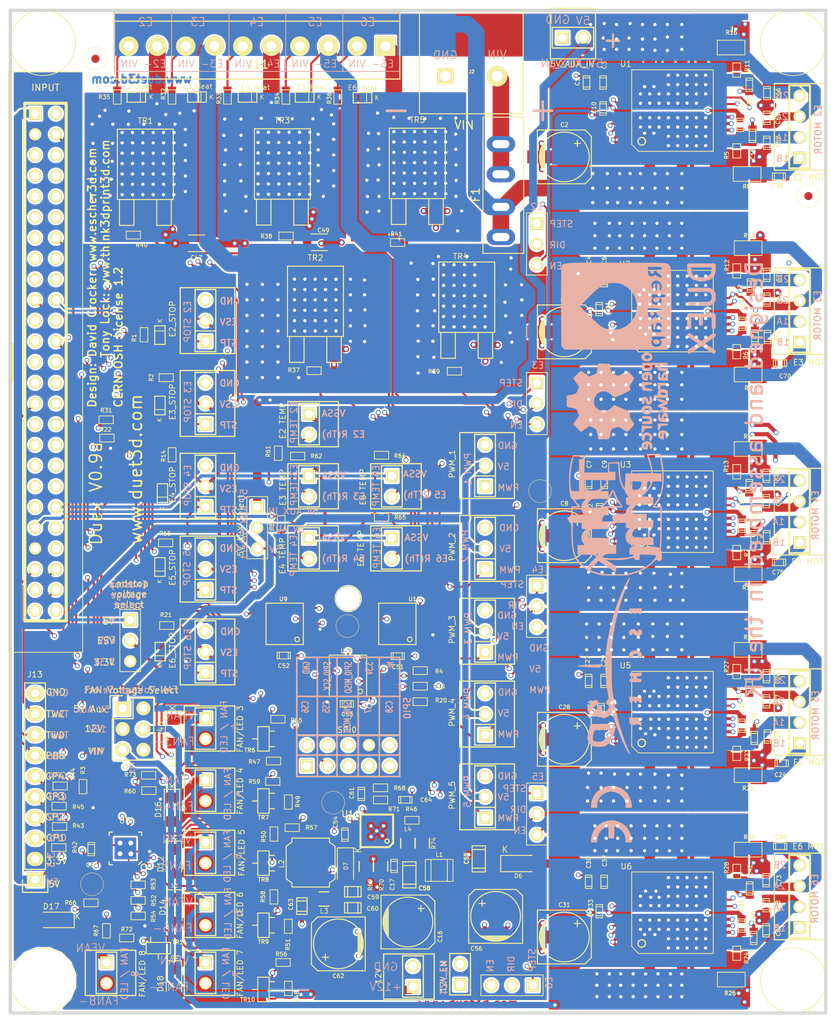
<source format=kicad_pcb>
(kicad_pcb (version 4) (host pcbnew 4.0.7)
  (title_block (title Duex5) (date 2018-04-28) (rev 0.9) (company "Escher3D, Think3DPrint3D") (comment 1 "CERN OHL v1.2"))
  (layers (0 Front mixed) (1 Inner3 signal hide) (2 Inner2 power hide) (31 Back power hide) (35 F.Paste user hide) (36 B.SilkS user) (37 F.SilkS user) (38 B.Mask user) (39 F.Mask user hide) (44 Edge.Cuts user))
  (net 0 "")
  (net 1 +3.3V)
  (net 2 +5V)
  (net 3 ADVREF)
  (net 4 CS5)
  (net 5 E2_DIR)
  (net 6 E2_EN)
  (net 7 E2_STEP)
  (net 8 E2_STOP)
  (net 9 E3_DIR)
  (net 10 E3_EN)
  (net 11 E3_STEP)
  (net 12 E3_STOP)
  (net 13 E4_DIR)
  (net 14 E4_EN)
  (net 15 E4_STEP)
  (net 16 E4_STOP)
  (net 17 E5_DIR)
  (net 18 E5_EN)
  (net 19 E5_STEP)
  (net 20 E5_STOP)
  (net 21 E6_DIR)
  (net 22 E6_EN)
  (net 23 E6_STEP)
  (net 24 E6_STOP)
  (net 25 GND)
  (net 26 HEATER3)
  (net 27 HEATER4)
  (net 28 HEATER5)
  (net 29 HEATER6)
  (net 30 HEATER7)
  (net 31 PB6/TMS)
  (net 32 SPI0_MISO)
  (net 33 SPI0_MOSI)
  (net 34 SPI0_SCK)
  (net 35 SPI1_MISO)
  (net 36 SPI1_MOSI_BUFF)
  (net 37 SPI1_SCK_BUFF_EXP)
  (net 38 THERMISTOR3)
  (net 39 THERMISTOR4)
  (net 40 THERMISTOR5)
  (net 41 THERMISTOR6)
  (net 42 THERMISTOR7)
  (net 43 TWCK0)
  (net 44 TWD0)
  (net 45 VSSA)
  (net 46 V_FAN)
  (net 47 V_IN)
  (net 48 "Net-(C13-Pad1)")
  (net 49 "Net-(C14-Pad1)")
  (net 50 "Net-(C15-Pad1)")
  (net 51 "Net-(C18-Pad1)")
  (net 52 "Net-(C19-Pad1)")
  (net 53 "Net-(C20-Pad1)")
  (net 54 "Net-(C21-Pad1)")
  (net 55 "Net-(C39-Pad1)")
  (net 56 "Net-(C59-Pad1)")
  (net 57 "Net-(D2-Pad1)")
  (net 58 "Net-(D9-Pad1)")
  (net 59 "Net-(D10-Pad1)")
  (net 60 "Net-(D11-Pad1)")
  (net 61 ENN)
  (net 62 GPIO2)
  (net 63 "Net-(R23-Pad1)")
  (net 64 "Net-(R27-Pad1)")
  (net 65 "Net-(R28-Pad1)")
  (net 66 "Net-(R38-Pad1)")
  (net 67 "Net-(R39-Pad1)")
  (net 68 "Net-(R40-Pad1)")
  (net 69 "Net-(R41-Pad1)")
  (net 70 "Net-(R66-Pad1)")
  (net 71 "Net-(C3-Pad2)")
  (net 72 "Net-(C6-Pad2)")
  (net 73 "Net-(C9-Pad2)")
  (net 74 "Net-(C22-Pad1)")
  (net 75 "Net-(C23-Pad1)")
  (net 76 "Net-(C29-Pad2)")
  (net 77 "Net-(C32-Pad2)")
  (net 78 "Net-(C35-Pad1)")
  (net 79 "Net-(C36-Pad1)")
  (net 80 "Net-(C40-Pad1)")
  (net 81 "Net-(C41-Pad1)")
  (net 82 "Net-(C42-Pad1)")
  (net 83 "Net-(D1-Pad1)")
  (net 84 "Net-(D3-Pad1)")
  (net 85 "Net-(D4-Pad1)")
  (net 86 "Net-(D5-Pad1)")
  (net 87 "Net-(D8-Pad1)")
  (net 88 E3_MOT_1B)
  (net 89 E3_MOT_1A)
  (net 90 E3_MOT_2A)
  (net 91 E3_MOT_2B)
  (net 92 E4_MOT_1B)
  (net 93 E4_MOT_1A)
  (net 94 E4_MOT_2A)
  (net 95 E4_MOT_2B)
  (net 96 E2-)
  (net 97 E5_MOT_1B)
  (net 98 E5_MOT_1A)
  (net 99 E5_MOT_2A)
  (net 100 E5_MOT_2B)
  (net 101 E3-)
  (net 102 E6_MOT_1B)
  (net 103 E6_MOT_1A)
  (net 104 E6_MOT_2A)
  (net 105 E6_MOT_2B)
  (net 106 E4-)
  (net 107 "Net-(J16-Pad32)")
  (net 108 E5-)
  (net 109 E6-)
  (net 110 FAN3-)
  (net 111 E2_PWM)
  (net 112 FAN4-)
  (net 113 FAN5-)
  (net 114 E3_PWM)
  (net 115 FAN6-)
  (net 116 E4_PWM)
  (net 117 FAN7-)
  (net 118 E5_PWM)
  (net 119 CS6)
  (net 120 CS7)
  (net 121 CS8)
  (net 122 E6_PWM)
  (net 123 GPIO1)
  (net 124 GPIO3)
  (net 125 "Net-(R5-Pad1)")
  (net 126 "Net-(R6-Pad1)")
  (net 127 "Net-(R10-Pad2)")
  (net 128 "Net-(R11-Pad1)")
  (net 129 "Net-(R12-Pad1)")
  (net 130 "Net-(R13-Pad1)")
  (net 131 "Net-(R24-Pad1)")
  (net 132 "Net-(R37-Pad1)")
  (net 133 "Net-(R47-Pad1)")
  (net 134 FAN3)
  (net 135 "Net-(R48-Pad1)")
  (net 136 FAN7)
  (net 137 "Net-(R49-Pad1)")
  (net 138 FAN4)
  (net 139 "Net-(R50-Pad1)")
  (net 140 FAN5)
  (net 141 "Net-(R51-Pad1)")
  (net 142 FAN6)
  (net 143 "Net-(R54-Pad2)")
  (net 144 E2_MOT_1B)
  (net 145 E2_MOT_1A)
  (net 146 E2_MOT_2B)
  (net 147 E2_MOT_2A)
  (net 148 "Net-(U9-Pad1)")
  (net 149 "Net-(U10-Pad1)")
  (net 150 5V_S_F)
  (net 151 "Net-(D13-Pad1)")
  (net 152 SX1509_INT)
  (net 153 "Net-(C54-Pad1)")
  (net 154 "Net-(C54-Pad2)")
  (net 155 "Net-(C55-Pad1)")
  (net 156 "Net-(C61-Pad2)")
  (net 157 12V)
  (net 158 "Net-(C64-Pad1)")
  (net 159 "Net-(JP2-Pad2)")
  (net 160 "Net-(R46-Pad1)")
  (net 161 "Net-(J6-Pad2)")
  (net 162 SG_TST)
  (net 163 ES_V)
  (net 164 OSCIO)
  (net 165 SG_TST_E2)
  (net 166 SG_TST_E3)
  (net 167 SG_TST_E4)
  (net 168 SG_TST_E5)
  (net 169 SG_TST_E6)
  (net 170 "Net-(U12-Pad12)")
  (net 171 "Net-(U12-Pad13)")
  (net 172 "Net-(U12-Pad10)")
  (net 173 FAN8-)
  (net 174 FAN8)
  (net 175 GPIO4)
  (net 176 "Net-(R72-Pad1)")
  (net 177 "Net-(R60-Pad2)")
  (net 178 "Net-(C16-Pad1)")
  (net 179 "Net-(D7-Pad2)")
  (net 180 "Net-(L4-Pad2)")
  (net 181 V_FUSED)
  (module SX1509B (layer Front) (at 94.32544 139.67206 180)
    (fp_text reference U8 (at 0.07544 3.42206 180) (layer F.SilkS) (effects (font (size 0.7 0.7) (thickness 0.1))))
    (fp_text value SX1509B hide)
    (pad 1 smd rect (at -1.975 -1.2 270) (size 0.2 0.85) (layers Front F.Paste F.Mask) (net 16 E4_STOP) (clearance 0.18))
    (pad 2 smd rect (at -1.975 -0.8 270) (size 0.2 0.85) (layers Front F.Paste F.Mask) (net 12 E3_STOP) (clearance 0.18))
    (pad 3 smd rect (at -1.975 -0.4 270) (size 0.2 0.85) (layers Front F.Paste F.Mask) (net 25 GND) (clearance 0.18))
    (pad 4 smd rect (at -1.975 0 270) (size 0.2 0.85) (layers Front F.Paste F.Mask) (net 1 +3.3V) (clearance 0.18))
    (pad 5 smd rect (at -1.975 0.4 270) (size 0.2 0.85) (layers Front F.Paste F.Mask) (net 136 FAN7) (clearance 0.18))
    (pad 6 smd rect (at -1.975 0.8 270) (size 0.2 0.85) (layers Front F.Paste F.Mask) (net 142 FAN6) (clearance 0.18))
    (pad 7 smd rect (at -1.975 1.2 270) (size 0.2 0.85) (layers Front F.Paste F.Mask) (net 140 FAN5) (clearance 0.18))
    (pad 8 smd rect (at -1.2 1.975 180) (size 0.2 0.85) (layers Front F.Paste F.Mask) (net 138 FAN4) (clearance 0.18))
    (pad 9 smd rect (at -0.8 1.975 180) (size 0.2 0.85) (layers Front F.Paste F.Mask) (net 152 SX1509_INT) (clearance 0.18))
    (pad 10 smd rect (at -0.4 1.975 180) (size 0.2 0.85) (layers Front F.Paste F.Mask) (net 177 "Net-(R60-Pad2)") (clearance 0.18))
    (pad 11 smd rect (at 0 1.975 180) (size 0.2 0.85) (layers Front F.Paste F.Mask) (net 164 OSCIO) (clearance 0.18))
    (pad 12 smd rect (at 0.4 1.975 180) (size 0.2 0.85) (layers Front F.Paste F.Mask) (net 1 +3.3V) (clearance 0.18))
    (pad 13 smd rect (at 0.8 1.975 180) (size 0.2 0.85) (layers Front F.Paste F.Mask) (net 175 GPIO4) (clearance 0.18))
    (pad 14 smd rect (at 1.2 1.975 180) (size 0.2 0.85) (layers Front F.Paste F.Mask) (net 124 GPIO3) (clearance 0.18))
    (pad 15 smd rect (at 1.975 1.2 270) (size 0.2 0.85) (layers Front F.Paste F.Mask) (net 62 GPIO2) (clearance 0.18))
    (pad 16 smd rect (at 1.975 0.8 270) (size 0.2 0.85) (layers Front F.Paste F.Mask) (net 123 GPIO1) (clearance 0.18))
    (pad 17 smd rect (at 1.975 0.4 270) (size 0.2 0.85) (layers Front F.Paste F.Mask) (net 25 GND) (clearance 0.18))
    (pad 18 smd rect (at 1.975 0 270) (size 0.2 0.85) (layers Front F.Paste F.Mask) (net 1 +3.3V) (clearance 0.18))
    (pad 19 smd rect (at 1.975 -0.4 270) (size 0.2 0.85) (layers Front F.Paste F.Mask) (net 134 FAN3) (clearance 0.18))
    (pad 20 smd rect (at 1.975 -0.8 270) (size 0.2 0.85) (layers Front F.Paste F.Mask) (net 24 E6_STOP) (clearance 0.18))
    (pad 21 smd rect (at 1.975 -1.2 270) (size 0.2 0.85) (layers Front F.Paste F.Mask) (net 70 "Net-(R66-Pad1)") (clearance 0.18))
    (pad 22 smd rect (at 1.2 -1.975 180) (size 0.2 0.85) (layers Front F.Paste F.Mask) (net 174 FAN8) (clearance 0.18))
    (pad 23 smd rect (at 0.8 -1.975 180) (size 0.2 0.85) (layers Front F.Paste F.Mask) (net 143 "Net-(R54-Pad2)") (clearance 0.18))
    (pad 24 smd rect (at 0.4 -1.975 180) (size 0.2 0.85) (layers Front F.Paste F.Mask) (net 44 TWD0) (clearance 0.18))
    (pad 25 smd rect (at 0 -1.975 180) (size 0.2 0.85) (layers Front F.Paste F.Mask) (net 43 TWCK0) (clearance 0.18))
    (pad 26 smd rect (at -0.4 -1.975 180) (size 0.2 0.85) (layers Front F.Paste F.Mask) (net 25 GND) (clearance 0.18))
    (pad 27 smd rect (at -0.8 -1.975 180) (size 0.2 0.85) (layers Front F.Paste F.Mask) (net 8 E2_STOP) (clearance 0.18))
    (pad 28 smd rect (at -1.2 -1.975 180) (size 0.2 0.85) (layers Front F.Paste F.Mask) (net 20 E5_STOP) (clearance 0.18))
    (pad PAD smd rect (at 0 0 180) (size 2.65 2.65) (layers Front) (net 25 GND))
    (pad PAD smd rect (at -0.6625 -0.6625 180) (size 1.1 1.1) (layers Front F.Paste F.Mask) (net 25 GND))
    (pad PAD smd rect (at 0.6625 -0.6625 180) (size 1.1 1.1) (layers Front F.Paste F.Mask) (net 25 GND))
    (pad PAD smd rect (at -0.6625 0.6625 180) (size 1.1 1.1) (layers Front F.Paste F.Mask) (net 25 GND))
    (pad PAD smd rect (at 0.6625 0.6625 180) (size 1.1 1.1) (layers Front F.Paste F.Mask) (net 25 GND))
    (pad PAD thru_hole circle (at -0.6625 -0.6625 180) (size 1.1 1.1) (drill 0.6) (layers *.Cu *.Mask) (net 25 GND))
    (pad PAD thru_hole circle (at 0.6625 -0.6625 180) (size 1.1 1.1) (drill 0.6) (layers *.Cu *.Mask) (net 25 GND))
    (pad PAD thru_hole circle (at -0.6625 0.6625 180) (size 1.1 1.1) (drill 0.6) (layers *.Cu *.Mask) (net 25 GND))
    (pad PAD thru_hole circle (at 0.6625 0.6625 180) (size 1.1 1.1) (drill 0.6) (layers *.Cu *.Mask) (net 25 GND))
  )
  (module complib:C_0603 (layer Front) (at 123.25 133 270)
    (fp_text reference C61 (at -0.11 1.17 270) (layer F.SilkS) (effects (font (size 0.5 0.5) (thickness 0.09))))
    (fp_text value "0u01 35V" hide)
    (pad 1 smd rect (at 0.8001 0 270) (size 0.94996 1.00076) (layers Front F.Paste F.Mask) (net 56 "Net-(C59-Pad1)"))
    (pad 2 smd rect (at -0.8001 0 270) (size 0.94996 1.00076) (layers Front F.Paste F.Mask) (net 156 "Net-(C61-Pad2)"))
  )
  (module complib:Fiducial_1mm_Dia_2.54mm_Outer_CopperTop (layer Front) (at 121.55 112.4)
    (fp_text reference M11 hide)
    (fp_text value FID hide)
    (pad ~ smd circle (at 0 0) (size 1 1) (layers Front F.Mask) (clearance 0.77))
  )
  (module "FE Footprints:TMC2660" (layer Front) (at 161.41046 147.56302 90)
    (fp_text reference U6 (at 5.67862 -5.65766 180) (layer F.SilkS) (effects (font (size 0.7 0.7) (thickness 0.1))))
    (fp_text value TMC2660 hide)
    (pad 1 smd rect (at -5.85 -4 180) (size 0.5 1.6) (layers Front F.Paste F.Mask) (net 181 V_FUSED))
    (pad 2.3 smd rect (at -5.85 -2.8 180) (size 1.3 1.6) (layers Front F.Paste F.Mask) (net 102 E6_MOT_1B))
    (pad 5.6 smd rect (at -5.85 -0.4 180) (size 1.3 1.6) (layers Front F.Paste F.Mask) (net 103 E6_MOT_1A))
    (pad 7.8 smd rect (at -5.85 1.2 180) (size 1.3 1.6) (layers Front F.Paste F.Mask) (net 102 E6_MOT_1B))
    (pad 10.1 smd rect (at -5.85 3.6 180) (size 1.3 1.6) (layers Front F.Paste F.Mask) (net 103 E6_MOT_1A))
    (pad 23.4 smd rect (at 5.85 3.6 180) (size 1.3 1.6) (layers Front F.Paste F.Mask) (net 105 E6_MOT_2B))
    (pad 26.7 smd rect (at 5.85 1.2 180) (size 1.3 1.6) (layers Front F.Paste F.Mask) (net 104 E6_MOT_2A))
    (pad 28.9 smd rect (at 5.85 -0.4 180) (size 1.3 1.6) (layers Front F.Paste F.Mask) (net 105 E6_MOT_2B))
    (pad 31.2 smd rect (at 5.85 -2.8 180) (size 1.3 1.6) (layers Front F.Paste F.Mask) (net 104 E6_MOT_2A))
    (pad 4 smd rect (at -5.85 -1.6 180) (size 0.5 1.6) (layers Front F.Paste F.Mask) (net 181 V_FUSED))
    (pad 9 smd rect (at -5.85 2.4 180) (size 0.5 1.6) (layers Front F.Paste F.Mask) (net 131 "Net-(R24-Pad1)"))
    (pad 25 smd rect (at 5.85 2.4 180) (size 0.5 1.6) (layers Front F.Paste F.Mask) (net 65 "Net-(R28-Pad1)"))
    (pad 30 smd rect (at 5.85 -1.6 180) (size 0.5 1.6) (layers Front F.Paste F.Mask) (net 181 V_FUSED))
    (pad 33 smd rect (at 5.85 -4 180) (size 0.5 1.6) (layers Front F.Paste F.Mask) (net 181 V_FUSED))
    (pad 12 smd rect (at -4 5.85 90) (size 0.5 1.6) (layers Front F.Paste F.Mask) (net 80 "Net-(C40-Pad1)"))
    (pad 13 smd rect (at -3.2 5.85 90) (size 0.5 1.6) (layers Front F.Paste F.Mask) (net 79 "Net-(C36-Pad1)"))
    (pad 14 smd rect (at -2.4 5.85 90) (size 0.5 1.6) (layers Front F.Paste F.Mask) (net 35 SPI1_MISO))
    (pad 15 smd rect (at -1.6 5.85 90) (size 0.5 1.6) (layers Front F.Paste F.Mask) (net 36 SPI1_MOSI_BUFF))
    (pad 16 smd rect (at -0.8 5.85 90) (size 0.5 1.6) (layers Front F.Paste F.Mask) (net 37 SPI1_SCK_BUFF_EXP))
    (pad 17 smd rect (at 0 5.85 90) (size 0.5 1.6) (layers Front F.Paste F.Mask) (net 25 GND))
    (pad 18 smd rect (at 0.8 5.85 90) (size 0.5 1.6) (layers Front F.Paste F.Mask) (net 22 E6_EN))
    (pad 19 smd rect (at 1.6 5.85 90) (size 0.5 1.6) (layers Front F.Paste F.Mask) (net 61 ENN))
    (pad 20 smd rect (at 2.4 5.85 90) (size 0.5 1.6) (layers Front F.Paste F.Mask))
    (pad 21 smd rect (at 3.2 5.85 90) (size 0.5 1.6) (layers Front F.Paste F.Mask) (net 25 GND))
    (pad 22 smd rect (at 4 5.85 90) (size 0.5 1.6) (layers Front F.Paste F.Mask) (net 82 "Net-(C42-Pad1)"))
    (pad 34 smd rect (at 4 -5.85 90) (size 0.5 1.6) (layers Front F.Paste F.Mask))
    (pad 35 smd rect (at 3.2 -5.85 90) (size 0.5 1.6) (layers Front F.Paste F.Mask) (net 77 "Net-(C32-Pad2)"))
    (pad 36 smd rect (at 2.4 -5.85 90) (size 0.5 1.6) (layers Front F.Paste F.Mask) (net 181 V_FUSED))
    (pad 37 smd rect (at 1.6 -5.85 90) (size 0.5 1.6) (layers Front F.Paste F.Mask))
    (pad 38 smd rect (at 0.8 -5.85 90) (size 0.5 1.6) (layers Front F.Paste F.Mask) (net 169 SG_TST_E6))
    (pad 39 smd rect (at 0 -5.85 90) (size 0.5 1.6) (layers Front F.Paste F.Mask) (net 25 GND))
    (pad 40 smd rect (at -0.8 -5.85 90) (size 0.5 1.6) (layers Front F.Paste F.Mask) (net 1 +3.3V))
    (pad 41 smd rect (at -1.6 -5.85 90) (size 0.5 1.6) (layers Front F.Paste F.Mask) (net 21 E6_DIR))
    (pad 42 smd rect (at -2.4 -5.85 90) (size 0.5 1.6) (layers Front F.Paste F.Mask) (net 23 E6_STEP))
    (pad 43 smd rect (at -3.2 -5.85 90) (size 0.5 1.6) (layers Front F.Paste F.Mask) (net 25 GND))
    (pad 44 smd rect (at -4 -5.85 90) (size 0.5 1.6) (layers Front F.Paste F.Mask) (net 25 GND))
  )
  (module "FE Footprints:PIN_ARRAY_4x1" (layer Front) (at 177 98.36302 90)
    (fp_text reference J9 hide)
    (fp_text value "E4 MOT" (at -6.13698 0.95 180) (layer F.SilkS) (effects (font (size 0.7 0.7) (thickness 0.1))))
    (pad 1 thru_hole rect (at -3.81 0 90) (size 1.524 1.524) (drill 1) (layers *.Cu *.Mask F.SilkS) (net 92 E4_MOT_1B))
    (pad 2 thru_hole circle (at -1.27 0 90) (size 1.524 1.524) (drill 1) (layers *.Cu *.Mask F.SilkS) (net 93 E4_MOT_1A))
    (pad 3 thru_hole circle (at 1.27 0 90) (size 1.524 1.524) (drill 1) (layers *.Cu *.Mask F.SilkS) (net 94 E4_MOT_2A))
    (pad 4 thru_hole circle (at 3.81 0 90) (size 1.524 1.524) (drill 1) (layers *.Cu *.Mask F.SilkS) (net 95 E4_MOT_2B))
  )
  (module "FE Footprints:PIN_ARRAY_2X1" (layer Front) (at 116.84 102.87 270)
    (fp_text reference J24 hide)
    (fp_text value "E4 TEMP" (at 0.9144 3.2639 270) (layer F.SilkS) (effects (font (size 0.7 0.7) (thickness 0.1))))
    (pad 1 thru_hole rect (at -1.27 0 270) (size 1.524 1.524) (drill 1) (layers *.Cu *.Mask F.SilkS) (net 45 VSSA))
    (pad 2 thru_hole circle (at 1.27 0 270) (size 1.524 1.524) (drill 1) (layers *.Cu *.Mask F.SilkS) (net 40 THERMISTOR5))
  )
  (module "FE Footprints:PIN_ARRAY_2X1" (layer Front) (at 104.14 140.208 270)
    (fp_text reference J25 hide)
    (fp_text value "FAN/LED 5" (at 0 -4.445 270) (layer F.SilkS) (effects (font (size 0.7 0.7) (thickness 0.1))))
    (pad 1 thru_hole rect (at -1.27 0 270) (size 1.524 1.524) (drill 1) (layers *.Cu *.Mask F.SilkS) (net 46 V_FAN))
    (pad 2 thru_hole circle (at 1.27 0 270) (size 1.524 1.524) (drill 1) (layers *.Cu *.Mask F.SilkS) (net 113 FAN5-))
  )
  (module "FE Footprints:PIN_ARRAY_2X1" (layer Front) (at 127 102.87 270)
    (fp_text reference J29 hide)
    (fp_text value "E6 TEMP" (at 0 3.81 270) (layer F.SilkS) (effects (font (size 0.7 0.7) (thickness 0.1))))
    (pad 1 thru_hole rect (at -1.27 0 270) (size 1.524 1.524) (drill 1) (layers *.Cu *.Mask F.SilkS) (net 45 VSSA))
    (pad 2 thru_hole circle (at 1.27 0 270) (size 1.524 1.524) (drill 1) (layers *.Cu *.Mask F.SilkS) (net 42 THERMISTOR7))
  )
  (module "FE Footprints:PIN_ARRAY_2X1" (layer Front) (at 104.14 154.94 270)
    (fp_text reference J31 hide)
    (fp_text value "FAN/LED 7" (at 0.04 -4.25 270) (layer F.SilkS) (effects (font (size 0.7 0.7) (thickness 0.1))))
    (pad 1 thru_hole rect (at -1.27 0 270) (size 1.524 1.524) (drill 1) (layers *.Cu *.Mask F.SilkS) (net 46 V_FAN))
    (pad 2 thru_hole circle (at 1.27 0 270) (size 1.524 1.524) (drill 1) (layers *.Cu *.Mask F.SilkS) (net 117 FAN7-))
  )
  (module "FE Footprints:SOT-23" (layer Front) (at 111.252 133.858 90)
    (fp_text reference TR7 (at -2.032 0 180) (layer F.SilkS) (effects (font (size 0.50038 0.50038) (thickness 0.09906))))
    (fp_text value PMV40UN2 hide)
    (pad G smd rect (at -0.9525 1.05664 90) (size 0.59944 1.00076) (layers Front F.Paste F.Mask) (net 137 "Net-(R49-Pad1)"))
    (pad D smd rect (at 0 -1.05664 90) (size 0.59944 1.00076) (layers Front F.Paste F.Mask) (net 112 FAN4-))
    (pad S smd rect (at 0.9525 1.05664 90) (size 0.59944 1.00076) (layers Front F.Paste F.Mask) (net 25 GND))
  )
  (module "FE Footprints:SOT-23" (layer Front) (at 111.252 149.098 90)
    (fp_text reference TR9 (at -2.032 0 180) (layer F.SilkS) (effects (font (size 0.50038 0.50038) (thickness 0.09906))))
    (fp_text value PMV40UN2 hide)
    (pad G smd rect (at -0.9525 1.05664 90) (size 0.59944 1.00076) (layers Front F.Paste F.Mask) (net 141 "Net-(R51-Pad1)"))
    (pad D smd rect (at 0 -1.05664 90) (size 0.59944 1.00076) (layers Front F.Paste F.Mask) (net 115 FAN6-))
    (pad S smd rect (at 0.9525 1.05664 90) (size 0.59944 1.00076) (layers Front F.Paste F.Mask) (net 25 GND))
  )
  (module "FE Footprints:TMC2660" (layer Front) (at 161.41046 122.96302 90)
    (fp_text reference U5 (at 5.72932 -5.77196 180) (layer F.SilkS) (effects (font (size 0.7 0.7) (thickness 0.1))))
    (fp_text value TMC2660 hide)
    (pad 1 smd rect (at -5.85 -4 180) (size 0.5 1.6) (layers Front F.Paste F.Mask) (net 181 V_FUSED))
    (pad 2.3 smd rect (at -5.85 -2.8 180) (size 1.3 1.6) (layers Front F.Paste F.Mask) (net 97 E5_MOT_1B))
    (pad 5.6 smd rect (at -5.85 -0.4 180) (size 1.3 1.6) (layers Front F.Paste F.Mask) (net 98 E5_MOT_1A))
    (pad 7.8 smd rect (at -5.85 1.2 180) (size 1.3 1.6) (layers Front F.Paste F.Mask) (net 97 E5_MOT_1B))
    (pad 10.1 smd rect (at -5.85 3.6 180) (size 1.3 1.6) (layers Front F.Paste F.Mask) (net 98 E5_MOT_1A))
    (pad 23.4 smd rect (at 5.85 3.6 180) (size 1.3 1.6) (layers Front F.Paste F.Mask) (net 100 E5_MOT_2B))
    (pad 26.7 smd rect (at 5.85 1.2 180) (size 1.3 1.6) (layers Front F.Paste F.Mask) (net 99 E5_MOT_2A))
    (pad 28.9 smd rect (at 5.85 -0.4 180) (size 1.3 1.6) (layers Front F.Paste F.Mask) (net 100 E5_MOT_2B))
    (pad 31.2 smd rect (at 5.85 -2.8 180) (size 1.3 1.6) (layers Front F.Paste F.Mask) (net 99 E5_MOT_2A))
    (pad 4 smd rect (at -5.85 -1.6 180) (size 0.5 1.6) (layers Front F.Paste F.Mask) (net 181 V_FUSED))
    (pad 9 smd rect (at -5.85 2.4 180) (size 0.5 1.6) (layers Front F.Paste F.Mask) (net 63 "Net-(R23-Pad1)"))
    (pad 25 smd rect (at 5.85 2.4 180) (size 0.5 1.6) (layers Front F.Paste F.Mask) (net 64 "Net-(R27-Pad1)"))
    (pad 30 smd rect (at 5.85 -1.6 180) (size 0.5 1.6) (layers Front F.Paste F.Mask) (net 181 V_FUSED))
    (pad 33 smd rect (at 5.85 -4 180) (size 0.5 1.6) (layers Front F.Paste F.Mask) (net 181 V_FUSED))
    (pad 12 smd rect (at -4 5.85 90) (size 0.5 1.6) (layers Front F.Paste F.Mask) (net 55 "Net-(C39-Pad1)"))
    (pad 13 smd rect (at -3.2 5.85 90) (size 0.5 1.6) (layers Front F.Paste F.Mask) (net 78 "Net-(C35-Pad1)"))
    (pad 14 smd rect (at -2.4 5.85 90) (size 0.5 1.6) (layers Front F.Paste F.Mask) (net 35 SPI1_MISO))
    (pad 15 smd rect (at -1.6 5.85 90) (size 0.5 1.6) (layers Front F.Paste F.Mask) (net 36 SPI1_MOSI_BUFF))
    (pad 16 smd rect (at -0.8 5.85 90) (size 0.5 1.6) (layers Front F.Paste F.Mask) (net 37 SPI1_SCK_BUFF_EXP))
    (pad 17 smd rect (at 0 5.85 90) (size 0.5 1.6) (layers Front F.Paste F.Mask) (net 25 GND))
    (pad 18 smd rect (at 0.8 5.85 90) (size 0.5 1.6) (layers Front F.Paste F.Mask) (net 18 E5_EN))
    (pad 19 smd rect (at 1.6 5.85 90) (size 0.5 1.6) (layers Front F.Paste F.Mask) (net 61 ENN))
    (pad 20 smd rect (at 2.4 5.85 90) (size 0.5 1.6) (layers Front F.Paste F.Mask))
    (pad 21 smd rect (at 3.2 5.85 90) (size 0.5 1.6) (layers Front F.Paste F.Mask) (net 25 GND))
    (pad 22 smd rect (at 4 5.85 90) (size 0.5 1.6) (layers Front F.Paste F.Mask) (net 81 "Net-(C41-Pad1)"))
    (pad 34 smd rect (at 4 -5.85 90) (size 0.5 1.6) (layers Front F.Paste F.Mask))
    (pad 35 smd rect (at 3.2 -5.85 90) (size 0.5 1.6) (layers Front F.Paste F.Mask) (net 76 "Net-(C29-Pad2)"))
    (pad 36 smd rect (at 2.4 -5.85 90) (size 0.5 1.6) (layers Front F.Paste F.Mask) (net 181 V_FUSED))
    (pad 37 smd rect (at 1.6 -5.85 90) (size 0.5 1.6) (layers Front F.Paste F.Mask))
    (pad 38 smd rect (at 0.8 -5.85 90) (size 0.5 1.6) (layers Front F.Paste F.Mask) (net 168 SG_TST_E5))
    (pad 39 smd rect (at 0 -5.85 90) (size 0.5 1.6) (layers Front F.Paste F.Mask) (net 25 GND))
    (pad 40 smd rect (at -0.8 -5.85 90) (size 0.5 1.6) (layers Front F.Paste F.Mask) (net 1 +3.3V))
    (pad 41 smd rect (at -1.6 -5.85 90) (size 0.5 1.6) (layers Front F.Paste F.Mask) (net 17 E5_DIR))
    (pad 42 smd rect (at -2.4 -5.85 90) (size 0.5 1.6) (layers Front F.Paste F.Mask) (net 19 E5_STEP))
    (pad 43 smd rect (at -3.2 -5.85 90) (size 0.5 1.6) (layers Front F.Paste F.Mask) (net 25 GND))
    (pad 44 smd rect (at -4 -5.85 90) (size 0.5 1.6) (layers Front F.Paste F.Mask) (net 25 GND))
  )
  (module "FE Footprints:TSSOP-14" (layer Front) (at 127.6731 112.1283 90)
    (fp_text reference U10 (at 3.04292 2.10058 180) (layer F.SilkS) (effects (font (size 0.50038 0.50038) (thickness 0.09906))))
    (fp_text value 74HCT02 hide)
    (pad 4 smd rect (at 0 2.79908 90) (size 0.368 1.47066) (layers Front F.Paste F.Mask) (net 111 E2_PWM))
    (pad 5 smd rect (at 0.65024 2.79908 90) (size 0.368 1.47066) (layers Front F.Paste F.Mask) (net 26 HEATER3))
    (pad 6 smd rect (at 1.30048 2.79908 90) (size 0.368 1.47066) (layers Front F.Paste F.Mask) (net 149 "Net-(U10-Pad1)"))
    (pad 7 smd rect (at 1.95072 2.79908 90) (size 0.368 1.47066) (layers Front F.Paste F.Mask) (net 25 GND))
    (pad 8 smd rect (at 1.95072 -2.79908 90) (size 0.368 1.47066) (layers Front F.Paste F.Mask) (net 27 HEATER4))
    (pad 1 smd rect (at -1.95072 2.79908 90) (size 0.368 1.47066) (layers Front F.Paste F.Mask) (net 149 "Net-(U10-Pad1)"))
    (pad 2 smd rect (at -1.30048 2.79908 90) (size 0.368 1.47066) (layers Front F.Paste F.Mask) (net 1 +3.3V))
    (pad 3 smd rect (at -0.65024 2.79908 90) (size 0.368 1.47066) (layers Front F.Paste F.Mask) (net 1 +3.3V))
    (pad 9 smd rect (at 1.30048 -2.79908 90) (size 0.368 1.47066) (layers Front F.Paste F.Mask) (net 149 "Net-(U10-Pad1)"))
    (pad 10 smd rect (at 0.65024 -2.79908 90) (size 0.368 1.47066) (layers Front F.Paste F.Mask) (net 114 E3_PWM))
    (pad 11 smd rect (at 0 -2.79908 90) (size 0.368 1.47066) (layers Front F.Paste F.Mask) (net 28 HEATER5))
    (pad 12 smd rect (at -0.65024 -2.79908 90) (size 0.368 1.47066) (layers Front F.Paste F.Mask) (net 149 "Net-(U10-Pad1)"))
    (pad 13 smd rect (at -1.30048 -2.79908 90) (size 0.368 1.47066) (layers Front F.Paste F.Mask) (net 116 E4_PWM))
    (pad 14 smd rect (at -1.95072 -2.79908 90) (size 0.368 1.47066) (layers Front F.Paste F.Mask) (net 2 +5V))
  )
  (module complib:C_0603 (layer Front) (at 153.035 94.742 270)
    (fp_text reference C9 (at -2.1844 -0.05588 270) (layer F.SilkS) (effects (font (size 0.5 0.5) (thickness 0.09))))
    (fp_text value "0u1  50V" hide)
    (pad 1 smd rect (at 0.8001 0 270) (size 0.94996 1.00076) (layers Front F.Paste F.Mask) (net 181 V_FUSED))
    (pad 2 smd rect (at -0.8001 0 270) (size 0.94996 1.00076) (layers Front F.Paste F.Mask) (net 73 "Net-(C9-Pad2)"))
  )
  (module complib:C_0603 (layer Front) (at 152.42032 73.52284 270)
    (fp_text reference C11 (at -0.20828 -1.0541 270) (layer F.SilkS) (effects (font (size 0.5 0.5) (thickness 0.09))))
    (fp_text value 0u1 hide)
    (pad 1 smd rect (at 0.8001 0 270) (size 0.94996 1.00076) (layers Front F.Paste F.Mask) (net 1 +3.3V))
    (pad 2 smd rect (at -0.8001 0 270) (size 0.94996 1.00076) (layers Front F.Paste F.Mask) (net 25 GND))
  )
  (module complib:C_0603 (layer Front) (at 169.71 50.92 270)
    (fp_text reference C13 (at -2.48412 -0.01524 270) (layer F.SilkS) (effects (font (size 0.5 0.5) (thickness 0.09))))
    (fp_text value 0u47 hide)
    (pad 1 smd rect (at 0.8001 0 270) (size 0.94996 1.00076) (layers Front F.Paste F.Mask) (net 48 "Net-(C13-Pad1)"))
    (pad 2 smd rect (at -0.8001 0 270) (size 0.94996 1.00076) (layers Front F.Paste F.Mask) (net 25 GND))
  )
  (module complib:C_0603 (layer Front) (at 169.96 75.31 270)
    (fp_text reference C14 (at -2.34442 -0.04572 270) (layer F.SilkS) (effects (font (size 0.5 0.5) (thickness 0.09))))
    (fp_text value 0u47 hide)
    (pad 1 smd rect (at 0.8001 0 270) (size 0.94996 1.00076) (layers Front F.Paste F.Mask) (net 49 "Net-(C14-Pad1)"))
    (pad 2 smd rect (at -0.8001 0 270) (size 0.94996 1.00076) (layers Front F.Paste F.Mask) (net 25 GND))
  )
  (module complib:C_0603 (layer Front) (at 169.9 100.09 270)
    (fp_text reference C15 (at -2.37744 0 270) (layer F.SilkS) (effects (font (size 0.5 0.5) (thickness 0.09))))
    (fp_text value 0u47 hide)
    (pad 1 smd rect (at 0.8001 0 270) (size 0.94996 1.00076) (layers Front F.Paste F.Mask) (net 50 "Net-(C15-Pad1)"))
    (pad 2 smd rect (at -0.8001 0 270) (size 0.94996 1.00076) (layers Front F.Paste F.Mask) (net 25 GND))
  )
  (module complib:C_0603 (layer Front) (at 171.22 52.26 270)
    (fp_text reference C18 (at 2.22504 -0.04572 270) (layer F.SilkS) (effects (font (size 0.5 0.5) (thickness 0.09))))
    (fp_text value "0u01 X7R 10% 50V" hide)
    (pad 1 smd rect (at 0.8001 0 270) (size 0.94996 1.00076) (layers Front F.Paste F.Mask) (net 51 "Net-(C18-Pad1)"))
    (pad 2 smd rect (at -0.8001 0 270) (size 0.94996 1.00076) (layers Front F.Paste F.Mask) (net 25 GND))
  )
  (module complib:C_0603 (layer Front) (at 171.53 76.95 270)
    (fp_text reference C19 (at -2.4 -0.07 270) (layer F.SilkS) (effects (font (size 0.5 0.5) (thickness 0.09))))
    (fp_text value "0u01 X7R 10% 50V" hide)
    (pad 1 smd rect (at 0.8001 0 270) (size 0.94996 1.00076) (layers Front F.Paste F.Mask) (net 52 "Net-(C19-Pad1)"))
    (pad 2 smd rect (at -0.8001 0 270) (size 0.94996 1.00076) (layers Front F.Paste F.Mask) (net 25 GND))
  )
  (module complib:C_0603 (layer Front) (at 171.43 101.5 270)
    (fp_text reference C20 (at -2.4511 -0.0762 270) (layer F.SilkS) (effects (font (size 0.5 0.5) (thickness 0.09))))
    (fp_text value "0u01 X7R 10% 50V" hide)
    (pad 1 smd rect (at 0.8001 0 270) (size 0.94996 1.00076) (layers Front F.Paste F.Mask) (net 53 "Net-(C20-Pad1)"))
    (pad 2 smd rect (at -0.8001 0 270) (size 0.94996 1.00076) (layers Front F.Paste F.Mask) (net 25 GND))
  )
  (module complib:C_0603 (layer Front) (at 170.83 46 90)
    (fp_text reference C21 (at -2.22504 0.0381 90) (layer F.SilkS) (effects (font (size 0.5 0.5) (thickness 0.09))))
    (fp_text value "0u01 X7R 10% 50V" hide)
    (pad 1 smd rect (at 0.8001 0 90) (size 0.94996 1.00076) (layers Front F.Paste F.Mask) (net 54 "Net-(C21-Pad1)"))
    (pad 2 smd rect (at -0.8001 0 90) (size 0.94996 1.00076) (layers Front F.Paste F.Mask) (net 25 GND))
  )
  (module complib:C_0603 (layer Front) (at 151.13 119.126 270)
    (fp_text reference C27 (at -2.37688 0.12152 270) (layer F.SilkS) (effects (font (size 0.5 0.5) (thickness 0.09))))
    (fp_text value "1u 50V" hide)
    (pad 1 smd rect (at 0.8001 0 270) (size 0.94996 1.00076) (layers Front F.Paste F.Mask) (net 181 V_FUSED))
    (pad 2 smd rect (at -0.8001 0 270) (size 0.94996 1.00076) (layers Front F.Paste F.Mask) (net 25 GND))
  )
  (module complib:C_0603 (layer Front) (at 153.035 119.126 270)
    (fp_text reference C29 (at -2.4384 0.05334 270) (layer F.SilkS) (effects (font (size 0.5 0.5) (thickness 0.09))))
    (fp_text value "0u1  50V" hide)
    (pad 1 smd rect (at 0.8001 0 270) (size 0.94996 1.00076) (layers Front F.Paste F.Mask) (net 181 V_FUSED))
    (pad 2 smd rect (at -0.8001 0 270) (size 0.94996 1.00076) (layers Front F.Paste F.Mask) (net 76 "Net-(C29-Pad2)"))
  )
  (module complib:C_0603 (layer Front) (at 151.13 143.764 270)
    (fp_text reference C30 (at -2.34442 -0.01016 270) (layer F.SilkS) (effects (font (size 0.5 0.5) (thickness 0.09))))
    (fp_text value "1u 50V" hide)
    (pad 1 smd rect (at 0.8001 0 270) (size 0.94996 1.00076) (layers Front F.Paste F.Mask))
    (pad 2 smd rect (at -0.8001 0 270) (size 0.94996 1.00076) (layers Front F.Paste F.Mask) (net 25 GND))
  )
  (module complib:C_0603 (layer Front) (at 152.63622 122.68962 270)
    (fp_text reference C34 (at -0.4953 1.3208 270) (layer F.SilkS) (effects (font (size 0.5 0.5) (thickness 0.09))))
    (fp_text value 0u1 hide)
    (pad 1 smd rect (at 0.8001 0 270) (size 0.94996 1.00076) (layers Front F.Paste F.Mask) (net 1 +3.3V))
    (pad 2 smd rect (at -0.8001 0 270) (size 0.94996 1.00076) (layers Front F.Paste F.Mask) (net 25 GND))
  )
  (module complib:C_0603 (layer Front) (at 169.91 124.62 270)
    (fp_text reference C35 (at -2.2606 -0.02032 270) (layer F.SilkS) (effects (font (size 0.5 0.5) (thickness 0.09))))
    (fp_text value 0u47 hide)
    (pad 1 smd rect (at 0.8001 0 270) (size 0.94996 1.00076) (layers Front F.Paste F.Mask) (net 78 "Net-(C35-Pad1)"))
    (pad 2 smd rect (at -0.8001 0 270) (size 0.94996 1.00076) (layers Front F.Paste F.Mask) (net 25 GND))
  )
  (module complib:C_0603 (layer Front) (at 169.88 149.14 270)
    (fp_text reference C36 (at -2.46888 0.0254 270) (layer F.SilkS) (effects (font (size 0.5 0.5) (thickness 0.09))))
    (fp_text value 0u47 hide)
    (pad 1 smd rect (at 0.8001 0 270) (size 0.94996 1.00076) (layers Front F.Paste F.Mask) (net 79 "Net-(C36-Pad1)"))
    (pad 2 smd rect (at -0.8001 0 270) (size 0.94996 1.00076) (layers Front F.Paste F.Mask) (net 25 GND))
  )
  (module complib:C_0603 (layer Front) (at 171.44 126.12 270)
    (fp_text reference C39 (at -2.34188 -0.03556 270) (layer F.SilkS) (effects (font (size 0.5 0.5) (thickness 0.09))))
    (fp_text value "0u01 X7R 10% 50V" hide)
    (pad 1 smd rect (at 0.8001 0 270) (size 0.94996 1.00076) (layers Front F.Paste F.Mask) (net 55 "Net-(C39-Pad1)"))
    (pad 2 smd rect (at -0.8001 0 270) (size 0.94996 1.00076) (layers Front F.Paste F.Mask) (net 25 GND))
  )
  (module complib:C_0603 (layer Front) (at 171.37 150.67 270)
    (fp_text reference C40 (at -2.59588 0.02794 270) (layer F.SilkS) (effects (font (size 0.5 0.5) (thickness 0.09))))
    (fp_text value "0u01 X7R 10% 50V" hide)
    (pad 1 smd rect (at 0.8001 0 270) (size 0.94996 1.00076) (layers Front F.Paste F.Mask) (net 80 "Net-(C40-Pad1)"))
    (pad 2 smd rect (at -0.8001 0 270) (size 0.94996 1.00076) (layers Front F.Paste F.Mask) (net 25 GND))
  )
  (module complib:C_0603 (layer Front) (at 170.82 119.81 90)
    (fp_text reference C41 (at -0.69 -1.17 90) (layer F.SilkS) (effects (font (size 0.5 0.5) (thickness 0.09))))
    (fp_text value "0u01 X7R 10% 50V" hide)
    (pad 1 smd rect (at 0.8001 0 90) (size 0.94996 1.00076) (layers Front F.Paste F.Mask) (net 81 "Net-(C41-Pad1)"))
    (pad 2 smd rect (at -0.8001 0 90) (size 0.94996 1.00076) (layers Front F.Paste F.Mask) (net 25 GND))
  )
  (module complib:C_0603 (layer Front) (at 170.88 144.58 90)
    (fp_text reference C42 (at 2.23 0.07 90) (layer F.SilkS) (effects (font (size 0.5 0.5) (thickness 0.09))))
    (fp_text value "0u01 X7R 10% 50V" hide)
    (pad 1 smd rect (at 0.8001 0 90) (size 0.94996 1.00076) (layers Front F.Paste F.Mask) (net 82 "Net-(C42-Pad1)"))
    (pad 2 smd rect (at -0.8001 0 90) (size 0.94996 1.00076) (layers Front F.Paste F.Mask) (net 25 GND))
  )
  (module complib:C_0603 (layer Front) (at 90.13698 139.75588 270)
    (fp_text reference C50 (at 1.9431 -0.06858 360) (layer F.SilkS) (effects (font (size 0.5 0.5) (thickness 0.09))))
    (fp_text value 0u1 hide)
    (pad 1 smd rect (at 0.8001 0 270) (size 0.94996 1.00076) (layers Front F.Paste F.Mask) (net 1 +3.3V))
    (pad 2 smd rect (at -0.8001 0 270) (size 0.94996 1.00076) (layers Front F.Paste F.Mask) (net 25 GND))
  )
  (module complib:C_0603 (layer Front) (at 127.71374 116.0907 180)
    (fp_text reference C51 (at -0.02794 -1.31318 360) (layer F.SilkS) (effects (font (size 0.5 0.5) (thickness 0.09))))
    (fp_text value 0u1 hide)
    (pad 1 smd rect (at 0.8001 0 180) (size 0.94996 1.00076) (layers Front F.Paste F.Mask) (net 2 +5V))
    (pad 2 smd rect (at -0.8001 0 180) (size 0.94996 1.00076) (layers Front F.Paste F.Mask) (net 25 GND))
  )
  (module complib:C_0603 (layer Front) (at 113.74374 116.00688 180)
    (fp_text reference C52 (at 0 -1.27 180) (layer F.SilkS) (effects (font (size 0.5 0.5) (thickness 0.09))))
    (fp_text value 0u1 hide)
    (pad 1 smd rect (at 0.8001 0 180) (size 0.94996 1.00076) (layers Front F.Paste F.Mask) (net 2 +5V))
    (pad 2 smd rect (at -0.8001 0 180) (size 0.94996 1.00076) (layers Front F.Paste F.Mask) (net 25 GND))
  )
  (module complib:D_0603 (layer Front) (at 98.86188 96.0882 90)
    (fp_text reference D3 hide)
    (fp_text value E4stp hide)
    (fp_text user K (at -1.8796 -0.04064 270) (layer F.SilkS) (effects (font (size 0.5 0.5) (thickness 0.08))))
    (pad 2 smd rect (at -0.8001 0 90) (size 0.94996 1.00076) (layers Front F.Paste F.Mask) (net 16 E4_STOP))
    (pad 1 smd rect (at 0.762 0 90) (size 0.94996 1.00076) (layers Front F.Paste F.Mask) (net 84 "Net-(D3-Pad1)"))
  )
  (module complib:D_0603 (layer Front) (at 98.552 105.156 90)
    (fp_text reference D4 hide)
    (fp_text value E5stp hide)
    (fp_text user K (at -1.76 -0.02 90) (layer F.SilkS) (effects (font (size 0.5 0.5) (thickness 0.08))))
    (pad 2 smd rect (at -0.8001 0 90) (size 0.94996 1.00076) (layers Front F.Paste F.Mask) (net 20 E5_STOP))
    (pad 1 smd rect (at 0.762 0 90) (size 0.94996 1.00076) (layers Front F.Paste F.Mask) (net 85 "Net-(D4-Pad1)"))
  )
  (module complib:D_0603 (layer Front) (at 109.30128 47.5 180)
    (fp_text reference D9 hide)
    (fp_text value "E4 Heat" (at -0.95504 1.17856 180) (layer F.SilkS) (effects (font (size 0.6 0.6) (thickness 0.08))))
    (fp_text user K (at -1.76 -0.02 180) (layer F.SilkS) (effects (font (size 0.5 0.5) (thickness 0.08))))
    (pad 2 smd rect (at -0.8001 0 180) (size 0.94996 1.00076) (layers Front F.Paste F.Mask) (net 106 E4-))
    (pad 1 smd rect (at 0.762 0 180) (size 0.94996 1.00076) (layers Front F.Paste F.Mask) (net 58 "Net-(D9-Pad1)"))
  )
  (module complib:D_0603 (layer Front) (at 116.31168 47.5 180)
    (fp_text reference D10 hide)
    (fp_text value "E5 Heat" (at -0.85344 1.2192 180) (layer F.SilkS) (effects (font (size 0.6 0.6) (thickness 0.08))))
    (fp_text user K (at -1.76 -0.02 180) (layer F.SilkS) (effects (font (size 0.5 0.5) (thickness 0.08))))
    (pad 2 smd rect (at -0.8001 0 180) (size 0.94996 1.00076) (layers Front F.Paste F.Mask) (net 108 E5-))
    (pad 1 smd rect (at 0.762 0 180) (size 0.94996 1.00076) (layers Front F.Paste F.Mask) (net 59 "Net-(D10-Pad1)"))
  )
  (module complib:D_0603 (layer Front) (at 95.66148 47.5 180)
    (fp_text reference D11 hide)
    (fp_text value "E2 Heat" (at -0.16764 1.2573 180) (layer F.SilkS) (effects (font (size 0.6 0.6) (thickness 0.08))))
    (fp_text user K (at -1.8161 0 180) (layer F.SilkS) (effects (font (size 0.5 0.5) (thickness 0.08))))
    (pad 2 smd rect (at -0.8001 0 180) (size 0.94996 1.00076) (layers Front F.Paste F.Mask) (net 96 E2-))
    (pad 1 smd rect (at 0.762 0 180) (size 0.94996 1.00076) (layers Front F.Paste F.Mask) (net 60 "Net-(D11-Pad1)"))
  )
  (module complib:R_0603 (layer Front) (at 96.60636 76.6572 90)
    (fp_text reference R1 (at -0.39624 -1.21158 270) (layer F.SilkS) (effects (font (size 0.5 0.5) (thickness 0.09))))
    (fp_text value 1K hide)
    (pad 1 smd rect (at -0.8001 0 90) (size 0.94996 1.00076) (layers Front F.Paste F.Mask) (net 83 "Net-(D1-Pad1)"))
    (pad 2 smd rect (at 0.8001 0 90) (size 0.94996 1.00076) (layers Front F.Paste F.Mask) (net 163 ES_V))
  )
  (module complib:R_0603 (layer Front) (at 99.32416 81.93024)
    (fp_text reference R2 (at -1.83642 -0.00508 90) (layer F.SilkS) (effects (font (size 0.5 0.5) (thickness 0.09))))
    (fp_text value 1K hide)
    (pad 1 smd rect (at -0.8001 0) (size 0.94996 1.00076) (layers Front F.Paste F.Mask) (net 57 "Net-(D2-Pad1)"))
    (pad 2 smd rect (at 0.8001 0) (size 0.94996 1.00076) (layers Front F.Paste F.Mask) (net 163 ES_V))
  )
  (module complib:R_0603 (layer Front) (at 169.291 78.74 90)
    (fp_text reference R6 (at -0.46 1.109 90) (layer F.SilkS) (effects (font (size 0.5 0.5) (thickness 0.09))))
    (fp_text value 22R hide)
    (pad 1 smd rect (at -0.8001 0 90) (size 0.94996 1.00076) (layers Front F.Paste F.Mask) (net 126 "Net-(R6-Pad1)"))
    (pad 2 smd rect (at 0.8001 0 90) (size 0.94996 1.00076) (layers Front F.Paste F.Mask) (net 52 "Net-(C19-Pad1)"))
  )
  (module complib:R_0603 (layer Front) (at 169.291 103.378 90)
    (fp_text reference R7 (at -0.0508 1.21412 90) (layer F.SilkS) (effects (font (size 0.5 0.5) (thickness 0.09))))
    (fp_text value 22R hide)
    (pad 1 smd rect (at -0.8001 0 90) (size 0.94996 1.00076) (layers Front F.Paste F.Mask) (net 127 "Net-(R10-Pad2)"))
    (pad 2 smd rect (at 0.8001 0 90) (size 0.94996 1.00076) (layers Front F.Paste F.Mask) (net 53 "Net-(C20-Pad1)"))
  )
  (module complib:R_0603 (layer Front) (at 169.291 44.196 270)
    (fp_text reference R11 (at -0.52578 -1.2827 270) (layer F.SilkS) (effects (font (size 0.5 0.5) (thickness 0.09))))
    (fp_text value 22R hide)
    (pad 1 smd rect (at -0.8001 0 270) (size 0.94996 1.00076) (layers Front F.Paste F.Mask) (net 128 "Net-(R11-Pad1)"))
    (pad 2 smd rect (at 0.8001 0 270) (size 0.94996 1.00076) (layers Front F.Paste F.Mask) (net 54 "Net-(C21-Pad1)"))
  )
  (module complib:R_0603 (layer Front) (at 169.291 68.834 270)
    (fp_text reference R12 (at -0.684 1.191 270) (layer F.SilkS) (effects (font (size 0.5 0.5) (thickness 0.09))))
    (fp_text value 22R hide)
    (pad 1 smd rect (at -0.8001 0 270) (size 0.94996 1.00076) (layers Front F.Paste F.Mask) (net 129 "Net-(R12-Pad1)"))
    (pad 2 smd rect (at 0.8001 0 270) (size 0.94996 1.00076) (layers Front F.Paste F.Mask) (net 74 "Net-(C22-Pad1)"))
  )
  (module complib:R_0603 (layer Front) (at 169.291 93.472 270)
    (fp_text reference R13 (at -0.672 1.291 270) (layer F.SilkS) (effects (font (size 0.5 0.5) (thickness 0.09))))
    (fp_text value 22R hide)
    (pad 1 smd rect (at -0.8001 0 270) (size 0.94996 1.00076) (layers Front F.Paste F.Mask) (net 130 "Net-(R13-Pad1)"))
    (pad 2 smd rect (at 0.8001 0 270) (size 0.94996 1.00076) (layers Front F.Paste F.Mask) (net 75 "Net-(C23-Pad1)"))
  )
  (module complib:R_0603 (layer Front) (at 99.2632 102.18928)
    (fp_text reference R15 (at -0.0632 -1.13928) (layer F.SilkS) (effects (font (size 0.5 0.5) (thickness 0.09))))
    (fp_text value 1K hide)
    (pad 1 smd rect (at -0.8001 0) (size 0.94996 1.00076) (layers Front F.Paste F.Mask) (net 85 "Net-(D4-Pad1)"))
    (pad 2 smd rect (at 0.8001 0) (size 0.94996 1.00076) (layers Front F.Paste F.Mask) (net 163 ES_V))
  )
  (module complib:R_0603 (layer Front) (at 99.39528 112.33404)
    (fp_text reference R21 (at -0.09652 -1.30048 180) (layer F.SilkS) (effects (font (size 0.5 0.5) (thickness 0.09))))
    (fp_text value 1K hide)
    (pad 1 smd rect (at -0.8001 0) (size 0.94996 1.00076) (layers Front F.Paste F.Mask) (net 86 "Net-(D5-Pad1)"))
    (pad 2 smd rect (at 0.8001 0) (size 0.94996 1.00076) (layers Front F.Paste F.Mask) (net 163 ES_V))
  )
  (module complib:R_0603 (layer Front) (at 169.291 128.016 90)
    (fp_text reference R23 (at -0.24384 1.27508 90) (layer F.SilkS) (effects (font (size 0.5 0.5) (thickness 0.09))))
    (fp_text value 22R hide)
    (pad 1 smd rect (at -0.8001 0 90) (size 0.94996 1.00076) (layers Front F.Paste F.Mask) (net 63 "Net-(R23-Pad1)"))
    (pad 2 smd rect (at 0.8001 0 90) (size 0.94996 1.00076) (layers Front F.Paste F.Mask) (net 55 "Net-(C39-Pad1)"))
  )
  (module complib:R_0603 (layer Front) (at 169.291 152.527 90)
    (fp_text reference R24 (at -0.5842 1.19888 90) (layer F.SilkS) (effects (font (size 0.5 0.5) (thickness 0.09))))
    (fp_text value 22R hide)
    (pad 1 smd rect (at -0.8001 0 90) (size 0.94996 1.00076) (layers Front F.Paste F.Mask) (net 131 "Net-(R24-Pad1)"))
    (pad 2 smd rect (at 0.8001 0 90) (size 0.94996 1.00076) (layers Front F.Paste F.Mask) (net 80 "Net-(C40-Pad1)"))
  )
  (module complib:R_0603 (layer Front) (at 169.291 117.983 270)
    (fp_text reference R27 (at -0.583 1.241 270) (layer F.SilkS) (effects (font (size 0.5 0.5) (thickness 0.09))))
    (fp_text value 22R hide)
    (pad 1 smd rect (at -0.8001 0 270) (size 0.94996 1.00076) (layers Front F.Paste F.Mask) (net 64 "Net-(R27-Pad1)"))
    (pad 2 smd rect (at 0.8001 0 270) (size 0.94996 1.00076) (layers Front F.Paste F.Mask) (net 81 "Net-(C41-Pad1)"))
  )
  (module complib:R_0603 (layer Front) (at 169.291 142.494 270)
    (fp_text reference R28 (at -0.444 1.241 270) (layer F.SilkS) (effects (font (size 0.5 0.5) (thickness 0.09))))
    (fp_text value 22R hide)
    (pad 1 smd rect (at -0.8001 0 270) (size 0.94996 1.00076) (layers Front F.Paste F.Mask) (net 65 "Net-(R28-Pad1)"))
    (pad 2 smd rect (at 0.8001 0 270) (size 0.94996 1.00076) (layers Front F.Paste F.Mask) (net 82 "Net-(C42-Pad1)"))
  )
  (module complib:R_0603 (layer Front) (at 91.96578 87.0966 180)
    (fp_text reference R31 (at -0.00762 1.15824 180) (layer F.SilkS) (effects (font (size 0.5 0.5) (thickness 0.09))))
    (fp_text value 22R hide)
    (pad 1 smd rect (at -0.8001 0 180) (size 0.94996 1.00076) (layers Front F.Paste F.Mask) (net 37 SPI1_SCK_BUFF_EXP))
    (pad 2 smd rect (at 0.8001 0 180) (size 0.94996 1.00076) (layers Front F.Paste F.Mask) (net 107 "Net-(J16-Pad32)"))
  )
  (module complib:R_0603 (layer Front) (at 120.37568 47.5 90)
    (fp_text reference R36 (at -0.1524 -1.0541 90) (layer F.SilkS) (effects (font (size 0.5 0.5) (thickness 0.09))))
    (fp_text value 4K7 hide)
    (pad 1 smd rect (at -0.8001 0 90) (size 0.94996 1.00076) (layers Front F.Paste F.Mask) (net 151 "Net-(D13-Pad1)"))
    (pad 2 smd rect (at 0.8001 0 90) (size 0.94996 1.00076) (layers Front F.Paste F.Mask) (net 181 V_FUSED))
  )
  (module complib:R_0603 (layer Front) (at 117.45468 81.07426)
    (fp_text reference R37 (at -2.47904 -0.07112 180) (layer F.SilkS) (effects (font (size 0.5 0.5) (thickness 0.09))))
    (fp_text value 180R hide)
    (pad 1 smd rect (at -0.8001 0) (size 0.94996 1.00076) (layers Front F.Paste F.Mask) (net 132 "Net-(R37-Pad1)"))
    (pad 2 smd rect (at 0.8001 0) (size 0.94996 1.00076) (layers Front F.Paste F.Mask) (net 114 E3_PWM))
  )
  (module complib:R_0603 (layer Front) (at 114.02046 64.54648)
    (fp_text reference R38 (at -2.413 0.04064) (layer F.SilkS) (effects (font (size 0.5 0.5) (thickness 0.09))))
    (fp_text value 180R hide)
    (pad 1 smd rect (at -0.8001 0) (size 0.94996 1.00076) (layers Front F.Paste F.Mask) (net 66 "Net-(R38-Pad1)"))
    (pad 2 smd rect (at 0.8001 0) (size 0.94996 1.00076) (layers Front F.Paste F.Mask) (net 116 E4_PWM))
  )
  (module complib:R_0603 (layer Front) (at 134.67588 81.13776)
    (fp_text reference R39 (at -2.5146 0.04064) (layer F.SilkS) (effects (font (size 0.5 0.5) (thickness 0.09))))
    (fp_text value 180R hide)
    (pad 1 smd rect (at -0.8001 0) (size 0.94996 1.00076) (layers Front F.Paste F.Mask) (net 67 "Net-(R39-Pad1)"))
    (pad 2 smd rect (at 0.8001 0) (size 0.94996 1.00076) (layers Front F.Paste F.Mask) (net 118 E5_PWM))
  )
  (module complib:R_0603 (layer Front) (at 95.30214 64.43662)
    (fp_text reference R40 (at 1.01854 1.22428) (layer F.SilkS) (effects (font (size 0.5 0.5) (thickness 0.09))))
    (fp_text value 180R hide)
    (pad 1 smd rect (at -0.8001 0) (size 0.94996 1.00076) (layers Front F.Paste F.Mask) (net 68 "Net-(R40-Pad1)"))
    (pad 2 smd rect (at 0.8001 0) (size 0.94996 1.00076) (layers Front F.Paste F.Mask) (net 111 E2_PWM))
  )
  (module complib:R_0603 (layer Front) (at 127.7 65.35)
    (fp_text reference R41 (at -0.1524 -1.0541) (layer F.SilkS) (effects (font (size 0.5 0.5) (thickness 0.09))))
    (fp_text value 180R hide)
    (pad 1 smd rect (at -0.8001 0) (size 0.94996 1.00076) (layers Front F.Paste F.Mask) (net 69 "Net-(R41-Pad1)"))
    (pad 2 smd rect (at 0.8001 0) (size 0.94996 1.00076) (layers Front F.Paste F.Mask) (net 122 E6_PWM))
  )
  (module complib:R_0603 (layer Front) (at 86.16 139.57 180)
    (fp_text reference R42 (at -1.96 0.03 450) (layer F.SilkS) (effects (font (size 0.5 0.5) (thickness 0.09))))
    (fp_text value 10K hide)
    (pad 1 smd rect (at -0.8001 0 180) (size 0.94996 1.00076) (layers Front F.Paste F.Mask) (net 2 +5V))
    (pad 2 smd rect (at 0.8001 0 180) (size 0.94996 1.00076) (layers Front F.Paste F.Mask) (net 123 GPIO1))
  )
  (module complib:R_0603 (layer Front) (at 86.26 136.98 180)
    (fp_text reference R43 (at -2.29 0.08 180) (layer F.SilkS) (effects (font (size 0.5 0.5) (thickness 0.09))))
    (fp_text value 10K hide)
    (pad 1 smd rect (at -0.8001 0 180) (size 0.94996 1.00076) (layers Front F.Paste F.Mask) (net 2 +5V))
    (pad 2 smd rect (at 0.8001 0 180) (size 0.94996 1.00076) (layers Front F.Paste F.Mask) (net 62 GPIO2))
  )
  (module complib:R_0603 (layer Front) (at 114.3 156.845 90)
    (fp_text reference R48 (at -1.005 1.05 90) (layer F.SilkS) (effects (font (size 0.5 0.5) (thickness 0.09))))
    (fp_text value 1K hide)
    (pad 1 smd rect (at -0.8001 0 90) (size 0.94996 1.00076) (layers Front F.Paste F.Mask) (net 135 "Net-(R48-Pad1)"))
    (pad 2 smd rect (at 0.8001 0 90) (size 0.94996 1.00076) (layers Front F.Paste F.Mask) (net 136 FAN7))
  )
  (module complib:R_0603 (layer Front) (at 114.3 133.985 90)
    (fp_text reference R49 (at 0.055 1.18 90) (layer F.SilkS) (effects (font (size 0.5 0.5) (thickness 0.09))))
    (fp_text value 1K hide)
    (pad 1 smd rect (at -0.8001 0 90) (size 0.94996 1.00076) (layers Front F.Paste F.Mask) (net 137 "Net-(R49-Pad1)"))
    (pad 2 smd rect (at 0.8001 0 90) (size 0.94996 1.00076) (layers Front F.Paste F.Mask) (net 138 FAN4))
  )
  (module complib:R_0603 (layer Front) (at 112.54 137.91 90)
    (fp_text reference R50 (at -0.31 -1.26 90) (layer F.SilkS) (effects (font (size 0.5 0.5) (thickness 0.09))))
    (fp_text value 1K hide)
    (pad 1 smd rect (at -0.8001 0 90) (size 0.94996 1.00076) (layers Front F.Paste F.Mask) (net 139 "Net-(R50-Pad1)"))
    (pad 2 smd rect (at 0.8001 0 90) (size 0.94996 1.00076) (layers Front F.Paste F.Mask) (net 140 FAN5))
  )
  (module complib:R_0603 (layer Front) (at 114.3 149.225 90)
    (fp_text reference R51 (at -2.23774 -0.05334 90) (layer F.SilkS) (effects (font (size 0.5 0.5) (thickness 0.09))))
    (fp_text value 1K hide)
    (pad 1 smd rect (at -0.8001 0 90) (size 0.94996 1.00076) (layers Front F.Paste F.Mask) (net 141 "Net-(R51-Pad1)"))
    (pad 2 smd rect (at 0.8001 0 90) (size 0.94996 1.00076) (layers Front F.Paste F.Mask) (net 142 FAN6))
  )
  (module complib:R_0603 (layer Front) (at 95.885 146.05 180)
    (fp_text reference R52 (at -1.925 -0.03 270) (layer F.SilkS) (effects (font (size 0.5 0.5) (thickness 0.09))))
    (fp_text value 1K hide)
    (pad 1 smd rect (at -0.8001 0 180) (size 0.94996 1.00076) (layers Front F.Paste F.Mask) (net 1 +3.3V))
    (pad 2 smd rect (at 0.8001 0 180) (size 0.94996 1.00076) (layers Front F.Paste F.Mask) (net 44 TWD0))
  )
  (module complib:R_0603 (layer Front) (at 95.885 144.145 180)
    (fp_text reference R53 (at -1.875 0.095 270) (layer F.SilkS) (effects (font (size 0.5 0.5) (thickness 0.09))))
    (fp_text value 1K hide)
    (pad 1 smd rect (at -0.8001 0 180) (size 0.94996 1.00076) (layers Front F.Paste F.Mask) (net 1 +3.3V))
    (pad 2 smd rect (at 0.8001 0 180) (size 0.94996 1.00076) (layers Front F.Paste F.Mask) (net 43 TWCK0))
  )
  (module complib:R_0603 (layer Front) (at 95.885 147.955 180)
    (fp_text reference R54 (at -1.875 -0.045 270) (layer F.SilkS) (effects (font (size 0.5 0.5) (thickness 0.09))))
    (fp_text value 10K hide)
    (pad 1 smd rect (at -0.8001 0 180) (size 0.94996 1.00076) (layers Front F.Paste F.Mask) (net 1 +3.3V))
    (pad 2 smd rect (at 0.8001 0 180) (size 0.94996 1.00076) (layers Front F.Paste F.Mask) (net 143 "Net-(R54-Pad2)"))
  )
  (module complib:R_0603 (layer Front) (at 113.03 123.825)
    (fp_text reference R55 (at 2.27838 0.14478) (layer F.SilkS) (effects (font (size 0.5 0.5) (thickness 0.09))))
    (fp_text value 10K hide)
    (pad 1 smd rect (at -0.8001 0) (size 0.94996 1.00076) (layers Front F.Paste F.Mask) (net 25 GND))
    (pad 2 smd rect (at 0.8001 0) (size 0.94996 1.00076) (layers Front F.Paste F.Mask) (net 134 FAN3))
  )
  (module complib:R_0603 (layer Front) (at 113.665 153.67)
    (fp_text reference R56 (at -0.215 -1.02) (layer F.SilkS) (effects (font (size 0.5 0.5) (thickness 0.09))))
    (fp_text value 10K hide)
    (pad 1 smd rect (at -0.8001 0) (size 0.94996 1.00076) (layers Front F.Paste F.Mask) (net 25 GND))
    (pad 2 smd rect (at 0.8001 0) (size 0.94996 1.00076) (layers Front F.Paste F.Mask) (net 136 FAN7))
  )
  (module complib:R_0603 (layer Front) (at 114.78 137.13 180)
    (fp_text reference R57 (at -2.35204 0.0127 180) (layer F.SilkS) (effects (font (size 0.5 0.5) (thickness 0.09))))
    (fp_text value 10K hide)
    (pad 1 smd rect (at -0.8001 0 180) (size 0.94996 1.00076) (layers Front F.Paste F.Mask) (net 25 GND))
    (pad 2 smd rect (at 0.8001 0 180) (size 0.94996 1.00076) (layers Front F.Paste F.Mask) (net 140 FAN5))
  )
  (module complib:R_0603 (layer Front) (at 112.54 145.62 90)
    (fp_text reference R58 (at 0.02 -1.34 90) (layer F.SilkS) (effects (font (size 0.5 0.5) (thickness 0.09))))
    (fp_text value 10K hide)
    (pad 1 smd rect (at -0.8001 0 90) (size 0.94996 1.00076) (layers Front F.Paste F.Mask) (net 25 GND))
    (pad 2 smd rect (at 0.8001 0 90) (size 0.94996 1.00076) (layers Front F.Paste F.Mask) (net 142 FAN6))
  )
  (module complib:R_0603 (layer Front) (at 112.395 131.445 180)
    (fp_text reference R59 (at 2.25552 -0.04064 360) (layer F.SilkS) (effects (font (size 0.5 0.5) (thickness 0.09))))
    (fp_text value 10K hide)
    (pad 1 smd rect (at -0.8001 0 180) (size 0.94996 1.00076) (layers Front F.Paste F.Mask) (net 138 FAN4))
    (pad 2 smd rect (at 0.8001 0 180) (size 0.94996 1.00076) (layers Front F.Paste F.Mask) (net 25 GND))
  )
  (module complib:R_0603 (layer Front) (at 113.07318 91.19616 90)
    (fp_text reference R61 (at 0.2286 -1.24206 90) (layer F.SilkS) (effects (font (size 0.5 0.5) (thickness 0.09))))
    (fp_text value "4K7 0.1%" hide)
    (pad 1 smd rect (at -0.8001 0 90) (size 0.94996 1.00076) (layers Front F.Paste F.Mask) (net 3 ADVREF))
    (pad 2 smd rect (at 0.8001 0 90) (size 0.94996 1.00076) (layers Front F.Paste F.Mask) (net 38 THERMISTOR3))
  )
  (module complib:R_0603 (layer Front) (at 115.45824 91.54668)
    (fp_text reference R62 (at 2.286 0) (layer F.SilkS) (effects (font (size 0.5 0.5) (thickness 0.09))))
    (fp_text value "4K7 0.1%" hide)
    (pad 1 smd rect (at -0.8001 0) (size 0.94996 1.00076) (layers Front F.Paste F.Mask) (net 3 ADVREF))
    (pad 2 smd rect (at 0.8001 0) (size 0.94996 1.00076) (layers Front F.Paste F.Mask) (net 39 THERMISTOR4))
  )
  (module complib:R_0603 (layer Front) (at 113.43132 99.73056 270)
    (fp_text reference R63 (at 0.18288 1.17348 270) (layer F.SilkS) (effects (font (size 0.5 0.5) (thickness 0.09))))
    (fp_text value "4K7 0.1%" hide)
    (pad 1 smd rect (at -0.8001 0 270) (size 0.94996 1.00076) (layers Front F.Paste F.Mask) (net 3 ADVREF))
    (pad 2 smd rect (at 0.8001 0 270) (size 0.94996 1.00076) (layers Front F.Paste F.Mask) (net 40 THERMISTOR5))
  )
  (module complib:R_0603 (layer Front) (at 125.73 91.44)
    (fp_text reference R64 (at 2.25806 0.0762) (layer F.SilkS) (effects (font (size 0.5 0.5) (thickness 0.09))))
    (fp_text value "4K7 0.1%" hide)
    (pad 1 smd rect (at -0.8001 0) (size 0.94996 1.00076) (layers Front F.Paste F.Mask) (net 3 ADVREF))
    (pad 2 smd rect (at 0.8001 0) (size 0.94996 1.00076) (layers Front F.Paste F.Mask) (net 41 THERMISTOR6))
  )
  (module complib:R_0603 (layer Front) (at 125.73 99.06)
    (fp_text reference R65 (at 2.286 0 180) (layer F.SilkS) (effects (font (size 0.5 0.5) (thickness 0.09))))
    (fp_text value "4K7 0.1%" hide)
    (pad 1 smd rect (at -0.8001 0) (size 0.94996 1.00076) (layers Front F.Paste F.Mask) (net 3 ADVREF))
    (pad 2 smd rect (at 0.8001 0) (size 0.94996 1.00076) (layers Front F.Paste F.Mask) (net 42 THERMISTOR7))
  )
  (module complib:R_0603 (layer Front) (at 90.1 146.35 180)
    (fp_text reference R66 (at 2.5 0.02 180) (layer F.SilkS) (effects (font (size 0.5 0.5) (thickness 0.09))))
    (fp_text value 1K hide)
    (pad 1 smd rect (at -0.8001 0 180) (size 0.94996 1.00076) (layers Front F.Paste F.Mask) (net 70 "Net-(R66-Pad1)"))
    (pad 2 smd rect (at 0.8001 0 180) (size 0.94996 1.00076) (layers Front F.Paste F.Mask) (net 25 GND))
  )
  (module complib:Fiducial_1mm_Dia_2.54mm_Outer_CopperTop (layer Front) (at 90.65 42.81)
    (fp_text reference M1 hide)
    (fp_text value FID hide)
    (pad ~ smd circle (at 0 0) (size 1 1) (layers Front F.Mask) (clearance 0.77))
  )
  (module complib:Fiducial_1mm_Dia_2.54mm_Outer_CopperTop (layer Front) (at 145.1737 95.8342)
    (fp_text reference M2 hide)
    (fp_text value FID hide)
    (pad ~ smd circle (at 0 0) (size 1 1) (layers Front F.Mask) (clearance 0.77))
  )
  (module complib:Fiducial_1mm_Dia_2.54mm_Outer_CopperTop (layer Front) (at 119.81 134.06)
    (fp_text reference M3 hide)
    (fp_text value FID hide)
    (pad ~ smd circle (at 0 0) (size 1 1) (layers Front F.Mask) (clearance 0.77))
  )
  (module complib:R_0603 (layer Front) (at 169.291 54.102 90)
    (fp_text reference R5 (at -0.548 -1.241 90) (layer F.SilkS) (effects (font (size 0.5 0.5) (thickness 0.09))))
    (fp_text value 22R hide)
    (pad 1 smd rect (at -0.8001 0 90) (size 0.94996 1.00076) (layers Front F.Paste F.Mask) (net 125 "Net-(R5-Pad1)"))
    (pad 2 smd rect (at 0.8001 0 90) (size 0.94996 1.00076) (layers Front F.Paste F.Mask) (net 51 "Net-(C18-Pad1)"))
  )
  (module complib:C_0603 (layer Front) (at 150.876 45.72 270)
    (fp_text reference C1 (at -0.08218 1.1204 270) (layer F.SilkS) (effects (font (size 0.5 0.5) (thickness 0.09))))
    (fp_text value "1u 50V" hide)
    (pad 1 smd rect (at 0.8001 0 270) (size 0.94996 1.00076) (layers Front F.Paste F.Mask) (net 181 V_FUSED))
    (pad 2 smd rect (at -0.8001 0 270) (size 0.94996 1.00076) (layers Front F.Paste F.Mask) (net 25 GND))
  )
  (module complib:C_ELEC_6.3x7.7 (layer Front) (at 148.15 54.84368)
    (fp_text reference C2 (at 0 -3.937) (layer F.SilkS) (effects (font (size 0.50038 0.50038) (thickness 0.09))))
    (fp_text value "100u 35V" hide)
    (pad 1 smd rect (at 2.75082 0) (size 3.59918 1.6002) (layers Front F.Paste F.Mask) (net 181 V_FUSED))
    (pad 2 smd rect (at -2.75082 0) (size 3.59918 1.6002) (layers Front F.Paste F.Mask) (net 25 GND))
  )
  (module complib:C_0603 (layer Front) (at 152.908 45.72 270)
    (fp_text reference C3 (at -2.1336 -0.14732 270) (layer F.SilkS) (effects (font (size 0.5 0.5) (thickness 0.09))))
    (fp_text value "0u1  50V" hide)
    (pad 1 smd rect (at 0.8001 0 270) (size 0.94996 1.00076) (layers Front F.Paste F.Mask) (net 181 V_FUSED))
    (pad 2 smd rect (at -0.8001 0 270) (size 0.94996 1.00076) (layers Front F.Paste F.Mask) (net 71 "Net-(C3-Pad2)"))
  )
  (module complib:C_0603 (layer Front) (at 151.13 69.977 270)
    (fp_text reference C4 (at -2.5019 -0.0508 270) (layer F.SilkS) (effects (font (size 0.5 0.5) (thickness 0.09))))
    (fp_text value "1u 50V" hide)
    (pad 1 smd rect (at 0.8001 0 270) (size 0.94996 1.00076) (layers Front F.Paste F.Mask) (net 181 V_FUSED))
    (pad 2 smd rect (at -0.8001 0 270) (size 0.94996 1.00076) (layers Front F.Paste F.Mask) (net 25 GND))
  )
  (module complib:C_ELEC_6.3x7.7 (layer Front) (at 148.15 76.30668)
    (fp_text reference C5 (at 0 -3.937) (layer F.SilkS) (effects (font (size 0.50038 0.50038) (thickness 0.09))))
    (fp_text value "100u 35V" hide)
    (pad 1 smd rect (at 2.75082 0) (size 3.59918 1.6002) (layers Front F.Paste F.Mask) (net 181 V_FUSED))
    (pad 2 smd rect (at -2.75082 0) (size 3.59918 1.6002) (layers Front F.Paste F.Mask) (net 25 GND))
  )
  (module complib:C_0603 (layer Front) (at 153.035 69.977 270)
    (fp_text reference C6 (at -2.4257 -0.0127 270) (layer F.SilkS) (effects (font (size 0.5 0.5) (thickness 0.09))))
    (fp_text value "0u1  50V" hide)
    (pad 1 smd rect (at 0.8001 0 270) (size 0.94996 1.00076) (layers Front F.Paste F.Mask) (net 181 V_FUSED))
    (pad 2 smd rect (at -0.8001 0 270) (size 0.94996 1.00076) (layers Front F.Paste F.Mask) (net 72 "Net-(C6-Pad2)"))
  )
  (module complib:C_0603 (layer Front) (at 151.13 94.742 270)
    (fp_text reference C7 (at -2.1844 -0.07112 270) (layer F.SilkS) (effects (font (size 0.5 0.5) (thickness 0.09))))
    (fp_text value "1u 50V" hide)
    (pad 1 smd rect (at 0.8001 0 270) (size 0.94996 1.00076) (layers Front F.Paste F.Mask) (net 181 V_FUSED))
    (pad 2 smd rect (at -0.8001 0 270) (size 0.94996 1.00076) (layers Front F.Paste F.Mask) (net 25 GND))
  )
  (module complib:C_ELEC_6.3x7.7 (layer Front) (at 148.15 101.31044)
    (fp_text reference C8 (at 0 -3.937) (layer F.SilkS) (effects (font (size 0.50038 0.50038) (thickness 0.09))))
    (fp_text value "100u 35V" hide)
    (pad 1 smd rect (at 2.75082 0) (size 3.59918 1.6002) (layers Front F.Paste F.Mask) (net 181 V_FUSED))
    (pad 2 smd rect (at -2.75082 0) (size 3.59918 1.6002) (layers Front F.Paste F.Mask) (net 25 GND))
  )
  (module complib:C_0603 (layer Front) (at 152.908 48.895 270)
    (fp_text reference C10 (at -0.08218 1.1204 270) (layer F.SilkS) (effects (font (size 0.5 0.5) (thickness 0.09))))
    (fp_text value 0u1 hide)
    (pad 1 smd rect (at 0.8001 0 270) (size 0.94996 1.00076) (layers Front F.Paste F.Mask) (net 1 +3.3V))
    (pad 2 smd rect (at -0.8001 0 270) (size 0.94996 1.00076) (layers Front F.Paste F.Mask) (net 25 GND))
  )
  (module complib:C_0603 (layer Front) (at 152.4762 98.17608 270)
    (fp_text reference C12 (at -0.08218 1.1204 270) (layer F.SilkS) (effects (font (size 0.5 0.5) (thickness 0.09))))
    (fp_text value 0u1 hide)
    (pad 1 smd rect (at 0.8001 0 270) (size 0.94996 1.00076) (layers Front F.Paste F.Mask) (net 1 +3.3V))
    (pad 2 smd rect (at -0.8001 0 270) (size 0.94996 1.00076) (layers Front F.Paste F.Mask) (net 25 GND))
  )
  (module complib:C_0603 (layer Front) (at 170.99 70.61 90)
    (fp_text reference C22 (at -0.59 -1.29 90) (layer F.SilkS) (effects (font (size 0.5 0.5) (thickness 0.09))))
    (fp_text value "0u01 X7R 10% 50V" hide)
    (pad 1 smd rect (at 0.8001 0 90) (size 0.94996 1.00076) (layers Front F.Paste F.Mask) (net 74 "Net-(C22-Pad1)"))
    (pad 2 smd rect (at -0.8001 0 90) (size 0.94996 1.00076) (layers Front F.Paste F.Mask) (net 25 GND))
  )
  (module complib:C_0603 (layer Front) (at 170.82 95.23 90)
    (fp_text reference C23 (at -0.72 -1.12 90) (layer F.SilkS) (effects (font (size 0.5 0.5) (thickness 0.09))))
    (fp_text value "0u01 X7R 10% 50V" hide)
    (pad 1 smd rect (at 0.8001 0 90) (size 0.94996 1.00076) (layers Front F.Paste F.Mask) (net 75 "Net-(C23-Pad1)"))
    (pad 2 smd rect (at -0.8001 0 90) (size 0.94996 1.00076) (layers Front F.Paste F.Mask) (net 25 GND))
  )
  (module complib:C_ELEC_6.3x7.7 (layer Front) (at 148.15 126.2888)
    (fp_text reference C28 (at 0 -3.937) (layer F.SilkS) (effects (font (size 0.50038 0.50038) (thickness 0.09))))
    (fp_text value "100u 35V" hide)
    (pad 1 smd rect (at 2.75082 0) (size 3.59918 1.6002) (layers Front F.Paste F.Mask) (net 181 V_FUSED))
    (pad 2 smd rect (at -2.75082 0) (size 3.59918 1.6002) (layers Front F.Paste F.Mask) (net 25 GND))
  )
  (module complib:C_ELEC_6.3x7.7 (layer Front) (at 148.15 150.54072)
    (fp_text reference C31 (at 0 -3.937) (layer F.SilkS) (effects (font (size 0.50038 0.50038) (thickness 0.09))))
    (fp_text value "100u 35V" hide)
    (pad 1 smd rect (at 2.75082 0) (size 3.59918 1.6002) (layers Front F.Paste F.Mask) (net 181 V_FUSED))
    (pad 2 smd rect (at -2.75082 0) (size 3.59918 1.6002) (layers Front F.Paste F.Mask) (net 25 GND))
  )
  (module complib:C_0603 (layer Front) (at 153.035 143.764 270)
    (fp_text reference C32 (at -2.5654 -0.0508 270) (layer F.SilkS) (effects (font (size 0.5 0.5) (thickness 0.09))))
    (fp_text value "0u1  50V" hide)
    (pad 1 smd rect (at 0.8001 0 270) (size 0.94996 1.00076) (layers Front F.Paste F.Mask) (net 181 V_FUSED))
    (pad 2 smd rect (at -0.8001 0 270) (size 0.94996 1.00076) (layers Front F.Paste F.Mask) (net 77 "Net-(C32-Pad2)"))
  )
  (module complib:C_0603 (layer Front) (at 152.4381 147.38604 270)
    (fp_text reference C33 (at -0.75692 1.05918 270) (layer F.SilkS) (effects (font (size 0.5 0.5) (thickness 0.09))))
    (fp_text value 0u1 hide)
    (pad 1 smd rect (at 0.8001 0 270) (size 0.94996 1.00076) (layers Front F.Paste F.Mask) (net 1 +3.3V))
    (pad 2 smd rect (at -0.8001 0 270) (size 0.94996 1.00076) (layers Front F.Paste F.Mask) (net 25 GND))
  )
  (module complib:D_0603 (layer Front) (at 98.552 76.708 270)
    (fp_text reference D1 hide)
    (fp_text value E2stp hide)
    (fp_text user K (at -1.76 -0.02 270) (layer F.SilkS) (effects (font (size 0.5 0.5) (thickness 0.08))))
    (pad 2 smd rect (at -0.8001 0 270) (size 0.94996 1.00076) (layers Front F.Paste F.Mask) (net 8 E2_STOP))
    (pad 1 smd rect (at 0.762 0 270) (size 0.94996 1.00076) (layers Front F.Paste F.Mask) (net 83 "Net-(D1-Pad1)"))
  )
  (module complib:D_0603 (layer Front) (at 98.552 85.344 90)
    (fp_text reference D2 hide)
    (fp_text value E3stp hide)
    (fp_text user K (at -1.76 -0.02 90) (layer F.SilkS) (effects (font (size 0.5 0.5) (thickness 0.08))))
    (pad 2 smd rect (at -0.8001 0 90) (size 0.94996 1.00076) (layers Front F.Paste F.Mask) (net 12 E3_STOP))
    (pad 1 smd rect (at 0.762 0 90) (size 0.94996 1.00076) (layers Front F.Paste F.Mask) (net 57 "Net-(D2-Pad1)"))
  )
  (module complib:D_0603 (layer Front) (at 98.6028 115.53444 90)
    (fp_text reference D5 hide)
    (fp_text value E6stp hide)
    (fp_text user K (at -1.76 -0.02 90) (layer F.SilkS) (effects (font (size 0.5 0.5) (thickness 0.08))))
    (pad 2 smd rect (at -0.8001 0 90) (size 0.94996 1.00076) (layers Front F.Paste F.Mask) (net 24 E6_STOP))
    (pad 1 smd rect (at 0.762 0 90) (size 0.94996 1.00076) (layers Front F.Paste F.Mask) (net 86 "Net-(D5-Pad1)"))
  )
  (module complib:D_0603 (layer Front) (at 103.10368 47.5 180)
    (fp_text reference D8 hide)
    (fp_text value "E3 Heat" (at -0.08382 1.31318 180) (layer F.SilkS) (effects (font (size 0.6 0.6) (thickness 0.08))))
    (fp_text user K (at -1.76 -0.02 180) (layer F.SilkS) (effects (font (size 0.5 0.5) (thickness 0.08))))
    (pad 2 smd rect (at -0.8001 0 180) (size 0.94996 1.00076) (layers Front F.Paste F.Mask) (net 101 E3-))
    (pad 1 smd rect (at 0.762 0 180) (size 0.94996 1.00076) (layers Front F.Paste F.Mask) (net 87 "Net-(D8-Pad1)"))
  )
  (module complib:D_0603 (layer Front) (at 123.4 47.58 180)
    (fp_text reference D13 hide)
    (fp_text value "E6 Heat" (at 0.00254 1.2192 180) (layer F.SilkS) (effects (font (size 0.6 0.6) (thickness 0.08))))
    (fp_text user K (at -1.76 -0.02 180) (layer F.SilkS) (effects (font (size 0.5 0.5) (thickness 0.08))))
    (pad 2 smd rect (at -0.8001 0 180) (size 0.94996 1.00076) (layers Front F.Paste F.Mask) (net 109 E6-))
    (pad 1 smd rect (at 0.762 0 180) (size 0.94996 1.00076) (layers Front F.Paste F.Mask) (net 151 "Net-(D13-Pad1)"))
  )
  (module "FE Footprints:TERM_2-WAY_6.35mm" (layer Front) (at 136.74 44.96)
    (fp_text reference J2 (at 0.04064 -0.5588) (layer F.SilkS) (effects (font (size 0.39878 0.39878) (thickness 0.09906))))
    (fp_text value VIN (at -0.87 6) (layer F.SilkS) (effects (font (size 1.016 1.016) (thickness 0.1524))))
    (pad 1 thru_hole rect (at -3.175 0) (size 1.99898 1.99898) (drill 1.30048) (layers *.Cu *.Mask F.SilkS) (net 25 GND))
    (pad 2 thru_hole circle (at 3.175 0) (size 2.49936 2.49936) (drill 1.30048) (layers *.Cu *.Mask F.SilkS) (net 47 V_IN))
  )
  (module "FE Footprints:PIN_ARRAY_4x1" (layer Front) (at 177 51.16302 90)
    (fp_text reference J3 hide)
    (fp_text value "E2 MOT" (at -6.18698 1.15 180) (layer F.SilkS) (effects (font (size 0.7 0.7) (thickness 0.1))))
    (pad 1 thru_hole rect (at -3.81 0 90) (size 1.524 1.524) (drill 1) (layers *.Cu *.Mask F.SilkS) (net 144 E2_MOT_1B))
    (pad 2 thru_hole circle (at -1.27 0 90) (size 1.524 1.524) (drill 1) (layers *.Cu *.Mask F.SilkS) (net 145 E2_MOT_1A))
    (pad 3 thru_hole circle (at 1.27 0 90) (size 1.524 1.524) (drill 1) (layers *.Cu *.Mask F.SilkS) (net 147 E2_MOT_2A))
    (pad 4 thru_hole circle (at 3.81 0 90) (size 1.524 1.524) (drill 1) (layers *.Cu *.Mask F.SilkS) (net 146 E2_MOT_2B))
  )
  (module "FE Footprints:PIN_ARRAY_4x1" (layer Front) (at 177 73.76302 90)
    (fp_text reference J5 hide)
    (fp_text value "E3 MOT" (at -6.28698 1.15 180) (layer F.SilkS) (effects (font (size 0.7 0.7) (thickness 0.1))))
    (pad 1 thru_hole rect (at -3.81 0 90) (size 1.524 1.524) (drill 1) (layers *.Cu *.Mask F.SilkS) (net 88 E3_MOT_1B))
    (pad 2 thru_hole circle (at -1.27 0 90) (size 1.524 1.524) (drill 1) (layers *.Cu *.Mask F.SilkS) (net 89 E3_MOT_1A))
    (pad 3 thru_hole circle (at 1.27 0 90) (size 1.524 1.524) (drill 1) (layers *.Cu *.Mask F.SilkS) (net 90 E3_MOT_2A))
    (pad 4 thru_hole circle (at 3.81 0 90) (size 1.524 1.524) (drill 1) (layers *.Cu *.Mask F.SilkS) (net 91 E3_MOT_2B))
  )
  (module "FE Footprints:PIN_ARRAY_4x1" (layer Front) (at 177 122.96302 90)
    (fp_text reference J12 hide)
    (fp_text value "E5 MOT" (at -6.13698 1.15 180) (layer F.SilkS) (effects (font (size 0.7 0.7) (thickness 0.1))))
    (pad 1 thru_hole rect (at -3.81 0 90) (size 1.524 1.524) (drill 1) (layers *.Cu *.Mask F.SilkS) (net 97 E5_MOT_1B))
    (pad 2 thru_hole circle (at -1.27 0 90) (size 1.524 1.524) (drill 1) (layers *.Cu *.Mask F.SilkS) (net 98 E5_MOT_1A))
    (pad 3 thru_hole circle (at 1.27 0 90) (size 1.524 1.524) (drill 1) (layers *.Cu *.Mask F.SilkS) (net 99 E5_MOT_2A))
    (pad 4 thru_hole circle (at 3.81 0 90) (size 1.524 1.524) (drill 1) (layers *.Cu *.Mask F.SilkS) (net 100 E5_MOT_2B))
  )
  (module "FE Footprints:PIN_ARRAY_4x1" (layer Front) (at 177 145.56302 90)
    (fp_text reference J14 hide)
    (fp_text value "E6 MOT" (at 6.10302 1.06 180) (layer F.SilkS) (effects (font (size 0.7 0.7) (thickness 0.1))))
    (pad 1 thru_hole rect (at -3.81 0 90) (size 1.524 1.524) (drill 1) (layers *.Cu *.Mask F.SilkS) (net 102 E6_MOT_1B))
    (pad 2 thru_hole circle (at -1.27 0 90) (size 1.524 1.524) (drill 1) (layers *.Cu *.Mask F.SilkS) (net 103 E6_MOT_1A))
    (pad 3 thru_hole circle (at 1.27 0 90) (size 1.524 1.524) (drill 1) (layers *.Cu *.Mask F.SilkS) (net 104 E6_MOT_2A))
    (pad 4 thru_hole circle (at 3.81 0 90) (size 1.524 1.524) (drill 1) (layers *.Cu *.Mask F.SilkS) (net 105 E6_MOT_2B))
  )
  (module complib:PIN_ARRAY_25X2 (layer Front) (at 84.52866 80.0148 270)
    (fp_text reference J16 hide)
    (fp_text value INPUT (at -33.66488 0.01008 540) (layer F.SilkS) (effects (font (size 0.8001 0.8001) (thickness 0.12192))))
    (pad 1 thru_hole rect (at -30.48 1.27 270) (size 1.524 1.524) (drill 1) (layers *.Cu *.Mask F.SilkS) (net 2 +5V))
    (pad 2 thru_hole circle (at -30.48 -1.27 270) (size 1.524 1.524) (drill 1) (layers *.Cu *.Mask F.SilkS) (net 25 GND))
    (pad 11 thru_hole circle (at -17.78 1.27 270) (size 1.524 1.524) (drill 1) (layers *.Cu *.Mask F.SilkS) (net 9 E3_DIR))
    (pad 4 thru_hole circle (at -27.94 -1.27 270) (size 1.524 1.524) (drill 1) (layers *.Cu *.Mask F.SilkS) (net 162 SG_TST))
    (pad 13 thru_hole circle (at -15.24 1.27 270) (size 1.524 1.524) (drill 1) (layers *.Cu *.Mask F.SilkS) (net 27 HEATER4))
    (pad 6 thru_hole circle (at -25.4 -1.27 270) (size 1.524 1.524) (drill 1) (layers *.Cu *.Mask F.SilkS) (net 5 E2_DIR))
    (pad 15 thru_hole circle (at -12.7 1.27 270) (size 1.524 1.524) (drill 1) (layers *.Cu *.Mask F.SilkS) (net 15 E4_STEP))
    (pad 8 thru_hole circle (at -22.86 -1.27 270) (size 1.524 1.524) (drill 1) (layers *.Cu *.Mask F.SilkS) (net 26 HEATER3))
    (pad 17 thru_hole circle (at -10.16 1.27 270) (size 1.524 1.524) (drill 1) (layers *.Cu *.Mask F.SilkS) (net 14 E4_EN))
    (pad 10 thru_hole circle (at -20.32 -1.27 270) (size 1.524 1.524) (drill 1) (layers *.Cu *.Mask F.SilkS) (net 11 E3_STEP))
    (pad 19 thru_hole circle (at -7.62 1.27 270) (size 1.524 1.524) (drill 1) (layers *.Cu *.Mask F.SilkS) (net 121 CS8))
    (pad 12 thru_hole circle (at -17.78 -1.27 270) (size 1.524 1.524) (drill 1) (layers *.Cu *.Mask F.SilkS) (net 10 E3_EN))
    (pad 21 thru_hole circle (at -5.08 1.27 270) (size 1.524 1.524) (drill 1) (layers *.Cu *.Mask F.SilkS) (net 17 E5_DIR))
    (pad 14 thru_hole circle (at -15.24 -1.27 270) (size 1.524 1.524) (drill 1) (layers *.Cu *.Mask F.SilkS) (net 120 CS7))
    (pad 23 thru_hole circle (at -2.54 1.27 270) (size 1.524 1.524) (drill 1) (layers *.Cu *.Mask F.SilkS) (net 29 HEATER6))
    (pad 16 thru_hole circle (at -12.7 -1.27 270) (size 1.524 1.524) (drill 1) (layers *.Cu *.Mask F.SilkS) (net 13 E4_DIR))
    (pad 25 thru_hole circle (at 0 1.27 270) (size 1.524 1.524) (drill 1) (layers *.Cu *.Mask F.SilkS) (net 23 E6_STEP))
    (pad 18 thru_hole circle (at -10.16 -1.27 270) (size 1.524 1.524) (drill 1) (layers *.Cu *.Mask F.SilkS) (net 28 HEATER5))
    (pad 27 thru_hole circle (at 2.54 1.27 270) (size 1.524 1.524) (drill 1) (layers *.Cu *.Mask F.SilkS) (net 22 E6_EN))
    (pad 20 thru_hole circle (at -7.62 -1.27 270) (size 1.524 1.524) (drill 1) (layers *.Cu *.Mask F.SilkS) (net 19 E5_STEP))
    (pad 29 thru_hole circle (at 5.08 1.27 270) (size 1.524 1.524) (drill 1) (layers *.Cu *.Mask F.SilkS) (net 31 PB6/TMS))
    (pad 22 thru_hole circle (at -5.08 -1.27 270) (size 1.524 1.524) (drill 1) (layers *.Cu *.Mask F.SilkS) (net 18 E5_EN))
    (pad 31 thru_hole circle (at 7.62 1.27 270) (size 1.524 1.524) (drill 1) (layers *.Cu *.Mask F.SilkS) (net 30 HEATER7))
    (pad 24 thru_hole circle (at -2.54 -1.27 270) (size 1.524 1.524) (drill 1) (layers *.Cu *.Mask F.SilkS) (net 152 SX1509_INT))
    (pad 26 thru_hole circle (at 0 -1.27 270) (size 1.524 1.524) (drill 1) (layers *.Cu *.Mask F.SilkS) (net 21 E6_DIR))
    (pad 33 thru_hole circle (at 10.16 1.27 270) (size 1.524 1.524) (drill 1) (layers *.Cu *.Mask F.SilkS) (net 36 SPI1_MOSI_BUFF))
    (pad 28 thru_hole circle (at 2.54 -1.27 270) (size 1.524 1.524) (drill 1) (layers *.Cu *.Mask F.SilkS) (net 61 ENN))
    (pad 32 thru_hole circle (at 7.62 -1.27 270) (size 1.524 1.524) (drill 1) (layers *.Cu *.Mask F.SilkS) (net 107 "Net-(J16-Pad32)"))
    (pad 34 thru_hole circle (at 10.16 -1.27 270) (size 1.524 1.524) (drill 1) (layers *.Cu *.Mask F.SilkS) (net 35 SPI1_MISO))
    (pad 36 thru_hole circle (at 12.7 -1.27 270) (size 1.524 1.524) (drill 1) (layers *.Cu *.Mask F.SilkS) (net 39 THERMISTOR4))
    (pad 38 thru_hole circle (at 15.24 -1.27 270) (size 1.524 1.524) (drill 1) (layers *.Cu *.Mask F.SilkS) (net 41 THERMISTOR6))
    (pad 35 thru_hole circle (at 12.7 1.27 270) (size 1.524 1.524) (drill 1) (layers *.Cu *.Mask F.SilkS) (net 38 THERMISTOR3))
    (pad 37 thru_hole circle (at 15.24 1.27 270) (size 1.524 1.524) (drill 1) (layers *.Cu *.Mask F.SilkS) (net 40 THERMISTOR5))
    (pad 3 thru_hole circle (at -27.94 1.27 270) (size 1.524 1.524) (drill 1) (layers *.Cu *.Mask F.SilkS) (net 1 +3.3V))
    (pad 5 thru_hole circle (at -25.4 1.27 270) (size 1.524 1.524) (drill 1) (layers *.Cu *.Mask F.SilkS) (net 7 E2_STEP))
    (pad 7 thru_hole circle (at -22.86 1.27 270) (size 1.524 1.524) (drill 1) (layers *.Cu *.Mask F.SilkS) (net 6 E2_EN))
    (pad 9 thru_hole circle (at -20.32 1.27 270) (size 1.524 1.524) (drill 1) (layers *.Cu *.Mask F.SilkS) (net 119 CS6))
    (pad 39 thru_hole circle (at 17.78 1.27 270) (size 1.524 1.524) (drill 1) (layers *.Cu *.Mask F.SilkS) (net 42 THERMISTOR7))
    (pad 40 thru_hole circle (at 17.78 -1.27 270) (size 1.524 1.524) (drill 1) (layers *.Cu *.Mask F.SilkS) (net 45 VSSA))
    (pad 30 thru_hole circle (at 5.08 -1.27 270) (size 1.524 1.524) (drill 1) (layers *.Cu *.Mask F.SilkS) (net 25 GND))
    (pad 41 thru_hole circle (at 20.32 1.27 270) (size 1.524 1.524) (drill 1) (layers *.Cu *.Mask F.SilkS) (net 3 ADVREF))
    (pad 42 thru_hole circle (at 20.32 -1.27 270) (size 1.524 1.524) (drill 1) (layers *.Cu *.Mask F.SilkS) (net 25 GND))
    (pad 43 thru_hole circle (at 22.86 1.27 270) (size 1.524 1.524) (drill 1) (layers *.Cu *.Mask F.SilkS) (net 1 +3.3V))
    (pad 44 thru_hole circle (at 22.86 -1.27 270) (size 1.524 1.524) (drill 1) (layers *.Cu *.Mask F.SilkS))
    (pad 45 thru_hole circle (at 25.4 1.27 270) (size 1.524 1.524) (drill 1) (layers *.Cu *.Mask F.SilkS) (net 44 TWD0))
    (pad 46 thru_hole circle (at 25.4 -1.27 270) (size 1.524 1.524) (drill 1) (layers *.Cu *.Mask F.SilkS) (net 43 TWCK0))
    (pad 47 thru_hole circle (at 27.94 1.27 270) (size 1.524 1.524) (drill 1) (layers *.Cu *.Mask F.SilkS) (net 34 SPI0_SCK))
    (pad 48 thru_hole circle (at 27.94 -1.27 270) (size 1.524 1.524) (drill 1) (layers *.Cu *.Mask F.SilkS) (net 33 SPI0_MOSI))
    (pad 49 thru_hole circle (at 30.48 1.27 270) (size 1.524 1.524) (drill 1) (layers *.Cu *.Mask F.SilkS) (net 32 SPI0_MISO))
    (pad 50 thru_hole circle (at 30.48 -1.27 270) (size 1.524 1.524) (drill 1) (layers *.Cu *.Mask F.SilkS) (net 4 CS5))
  )
  (module "FE Footprints:PIN_ARRAY_2X1" (layer Front) (at 116.84 87.63 270)
    (fp_text reference J19 hide)
    (fp_text value "E2 TEMP" (at -0.43 3.24 270) (layer F.SilkS) (effects (font (size 0.7 0.7) (thickness 0.1))))
    (pad 1 thru_hole rect (at -1.27 0 270) (size 1.524 1.524) (drill 1) (layers *.Cu *.Mask F.SilkS) (net 45 VSSA))
    (pad 2 thru_hole circle (at 1.27 0 270) (size 1.524 1.524) (drill 1) (layers *.Cu *.Mask F.SilkS) (net 38 THERMISTOR3))
  )
  (module "FE Footprints:PIN_ARRAY_2X1" (layer Front) (at 104.14 124.968 270)
    (fp_text reference J20 hide)
    (fp_text value "FAN/LED 3" (at 0.0635 -4.2418 270) (layer F.SilkS) (effects (font (size 0.7 0.7) (thickness 0.1))))
    (pad 1 thru_hole rect (at -1.27 0 270) (size 1.524 1.524) (drill 1) (layers *.Cu *.Mask F.SilkS) (net 46 V_FAN))
    (pad 2 thru_hole circle (at 1.27 0 270) (size 1.524 1.524) (drill 1) (layers *.Cu *.Mask F.SilkS) (net 110 FAN3-))
  )
  (module "FE Footprints:PIN_ARRAY_2X1" (layer Front) (at 116.84 95.25 270)
    (fp_text reference J21 hide)
    (fp_text value "E3 TEMP" (at 0.14224 3.20928 270) (layer F.SilkS) (effects (font (size 0.7 0.7) (thickness 0.1))))
    (pad 1 thru_hole rect (at -1.27 0 270) (size 1.524 1.524) (drill 1) (layers *.Cu *.Mask F.SilkS) (net 45 VSSA))
    (pad 2 thru_hole circle (at 1.27 0 270) (size 1.524 1.524) (drill 1) (layers *.Cu *.Mask F.SilkS) (net 39 THERMISTOR4))
  )
  (module "FE Footprints:PIN_ARRAY_2X1" (layer Front) (at 104.14 132.588 270)
    (fp_text reference J23 hide)
    (fp_text value "FAN/LED 4" (at 0.0635 -4.2418 270) (layer F.SilkS) (effects (font (size 0.7 0.7) (thickness 0.1))))
    (pad 1 thru_hole rect (at -1.27 0 270) (size 1.524 1.524) (drill 1) (layers *.Cu *.Mask F.SilkS) (net 46 V_FAN))
    (pad 2 thru_hole circle (at 1.27 0 270) (size 1.524 1.524) (drill 1) (layers *.Cu *.Mask F.SilkS) (net 112 FAN4-))
  )
  (module "FE Footprints:PIN_ARRAY_2X1" (layer Front) (at 127 95.25 270)
    (fp_text reference J27 hide)
    (fp_text value "E5 TEMP" (at 0.0762 3.5433 270) (layer F.SilkS) (effects (font (size 0.7 0.7) (thickness 0.1))))
    (pad 1 thru_hole rect (at -1.27 0 270) (size 1.524 1.524) (drill 1) (layers *.Cu *.Mask F.SilkS) (net 45 VSSA))
    (pad 2 thru_hole circle (at 1.27 0 270) (size 1.524 1.524) (drill 1) (layers *.Cu *.Mask F.SilkS) (net 41 THERMISTOR6))
  )
  (module "FE Footprints:PIN_ARRAY_2X1" (layer Front) (at 104.14 147.828 270)
    (fp_text reference J28 hide)
    (fp_text value "FAN/LED 6" (at 0.0635 -4.2418 270) (layer F.SilkS) (effects (font (size 0.7 0.7) (thickness 0.1))))
    (pad 1 thru_hole rect (at -1.27 0 270) (size 1.524 1.524) (drill 1) (layers *.Cu *.Mask F.SilkS) (net 46 V_FAN))
    (pad 2 thru_hole circle (at 1.27 0 270) (size 1.524 1.524) (drill 1) (layers *.Cu *.Mask F.SilkS) (net 115 FAN6-))
  )
  (module complib:MAX_TEMP_DB (layer Front) (at 121.65 128.27)
    (fp_text reference J33 hide)
    (fp_text value SPI0 (at -0.1397 -3.1369) (layer F.SilkS) (effects (font (size 0.7 0.7) (thickness 0.1))))
    (pad 1 thru_hole rect (at -5.08 1.27) (size 1.524 1.524) (drill 1) (layers *.Cu *.Mask F.SilkS) (net 119 CS6))
    (pad 2 thru_hole circle (at -5.08 -1.27) (size 1.524 1.524) (drill 1) (layers *.Cu *.Mask F.SilkS) (net 25 GND))
    (pad 3 thru_hole circle (at -2.54 1.27) (size 1.524 1.524) (drill 1) (layers *.Cu *.Mask F.SilkS) (net 4 CS5))
    (pad 4 thru_hole circle (at -2.54 -1.27) (size 1.524 1.524) (drill 1) (layers *.Cu *.Mask F.SilkS) (net 34 SPI0_SCK))
    (pad 5 thru_hole circle (at 0 1.27) (size 1.524 1.524) (drill 1) (layers *.Cu *.Mask F.SilkS) (net 33 SPI0_MOSI))
    (pad 6 thru_hole circle (at 0 -1.27) (size 1.524 1.524) (drill 1) (layers *.Cu *.Mask F.SilkS) (net 32 SPI0_MISO))
    (pad 7 thru_hole circle (at 2.54 1.27) (size 1.524 1.524) (drill 1) (layers *.Cu *.Mask F.SilkS) (net 120 CS7))
    (pad 8 thru_hole circle (at 2.54 -1.27) (size 1.524 1.524) (drill 1) (layers *.Cu *.Mask F.SilkS) (net 1 +3.3V))
    (pad 9 thru_hole circle (at 5.08 1.27) (size 1.524 1.524) (drill 1) (layers *.Cu *.Mask F.SilkS) (net 121 CS8))
    (pad 10 thru_hole circle (at 5.08 -1.27) (size 1.524 1.524) (drill 1) (layers *.Cu *.Mask F.SilkS))
    (pad "" np_thru_hole circle (at 0 -19.25066) (size 2.54 2.54) (drill 2.54) (layers *.Cu *.Mask F.SilkS))
  )
  (module complib:R_1206 (layer Front) (at 170.56 56.94 180)
    (fp_text reference R8 (at 0.06096 -1.54432 180) (layer F.SilkS) (effects (font (size 0.5 0.5) (thickness 0.09906))))
    (fp_text value 0R051 hide)
    (pad 1 smd rect (at -1.50114 0 180) (size 1.15062 1.80086) (layers Front F.Paste F.Mask) (net 25 GND))
    (pad 2 smd rect (at 1.50114 0 180) (size 1.15062 1.80086) (layers Front F.Paste F.Mask) (net 125 "Net-(R5-Pad1)"))
  )
  (module complib:R_1206 (layer Front) (at 170.688 81.534 180)
    (fp_text reference R9 (at -0.0381 -1.6764 180) (layer F.SilkS) (effects (font (size 0.5 0.5) (thickness 0.09906))))
    (fp_text value 0R051 hide)
    (pad 1 smd rect (at -1.50114 0 180) (size 1.15062 1.80086) (layers Front F.Paste F.Mask) (net 25 GND))
    (pad 2 smd rect (at 1.50114 0 180) (size 1.15062 1.80086) (layers Front F.Paste F.Mask) (net 126 "Net-(R6-Pad1)"))
  )
  (module complib:R_1206 (layer Front) (at 170.688 106.045 180)
    (fp_text reference R10 (at 0 -1.651 180) (layer F.SilkS) (effects (font (size 0.5 0.5) (thickness 0.09906))))
    (fp_text value 0R051 hide)
    (pad 1 smd rect (at -1.50114 0 180) (size 1.15062 1.80086) (layers Front F.Paste F.Mask) (net 25 GND))
    (pad 2 smd rect (at 1.50114 0 180) (size 1.15062 1.80086) (layers Front F.Paste F.Mask) (net 127 "Net-(R10-Pad2)"))
  )
  (module complib:R_0603 (layer Front) (at 100.0506 91.39428 90)
    (fp_text reference R14 (at -0.1524 -1.0541 90) (layer F.SilkS) (effects (font (size 0.5 0.5) (thickness 0.09))))
    (fp_text value 1K hide)
    (pad 1 smd rect (at -0.8001 0 90) (size 0.94996 1.00076) (layers Front F.Paste F.Mask) (net 84 "Net-(D3-Pad1)"))
    (pad 2 smd rect (at 0.8001 0 90) (size 0.94996 1.00076) (layers Front F.Paste F.Mask) (net 163 ES_V))
  )
  (module complib:R_1206 (layer Front) (at 168.5925 41.43502 180)
    (fp_text reference R16 (at -0.05588 1.84658 180) (layer F.SilkS) (effects (font (size 0.5 0.5) (thickness 0.09906))))
    (fp_text value 0R051 hide)
    (pad 1 smd rect (at -1.50114 0 180) (size 1.15062 1.80086) (layers Front F.Paste F.Mask) (net 25 GND))
    (pad 2 smd rect (at 1.50114 0 180) (size 1.15062 1.80086) (layers Front F.Paste F.Mask) (net 128 "Net-(R11-Pad1)"))
  )
  (module complib:R_1206 (layer Front) (at 170.688 66.04 180)
    (fp_text reference R17 (at -0.15772 1.53876 180) (layer F.SilkS) (effects (font (size 0.5 0.5) (thickness 0.09906))))
    (fp_text value 0R051 hide)
    (pad 1 smd rect (at -1.50114 0 180) (size 1.15062 1.80086) (layers Front F.Paste F.Mask) (net 25 GND))
    (pad 2 smd rect (at 1.50114 0 180) (size 1.15062 1.80086) (layers Front F.Paste F.Mask) (net 129 "Net-(R12-Pad1)"))
  )
  (module complib:R_1206 (layer Front) (at 170.688 90.678 180)
    (fp_text reference R18 (at -0.15772 1.53876 180) (layer F.SilkS) (effects (font (size 0.5 0.5) (thickness 0.09906))))
    (fp_text value 0R051 hide)
    (pad 1 smd rect (at -1.50114 0 180) (size 1.15062 1.80086) (layers Front F.Paste F.Mask) (net 25 GND))
    (pad 2 smd rect (at 1.50114 0 180) (size 1.15062 1.80086) (layers Front F.Paste F.Mask) (net 130 "Net-(R13-Pad1)"))
  )
  (module complib:R_1206 (layer Front) (at 170.688 130.683 180)
    (fp_text reference R25 (at 0 -1.62052 180) (layer F.SilkS) (effects (font (size 0.5 0.5) (thickness 0.09906))))
    (fp_text value 0R051 hide)
    (pad 1 smd rect (at -1.50114 0 180) (size 1.15062 1.80086) (layers Front F.Paste F.Mask) (net 25 GND))
    (pad 2 smd rect (at 1.50114 0 180) (size 1.15062 1.80086) (layers Front F.Paste F.Mask) (net 63 "Net-(R23-Pad1)"))
  )
  (module complib:R_1206 (layer Front) (at 168.62298 155.76296 180)
    (fp_text reference R26 (at 0.1397 -1.67386 180) (layer F.SilkS) (effects (font (size 0.5 0.5) (thickness 0.09906))))
    (fp_text value 0R051 hide)
    (pad 1 smd rect (at -1.50114 0 180) (size 1.15062 1.80086) (layers Front F.Paste F.Mask) (net 25 GND))
    (pad 2 smd rect (at 1.50114 0 180) (size 1.15062 1.80086) (layers Front F.Paste F.Mask) (net 131 "Net-(R24-Pad1)"))
  )
  (module complib:R_1206 (layer Front) (at 170.688 115.316 180)
    (fp_text reference R29 (at -0.15772 1.53876 180) (layer F.SilkS) (effects (font (size 0.5 0.5) (thickness 0.09906))))
    (fp_text value 0R051 hide)
    (pad 1 smd rect (at -1.50114 0 180) (size 1.15062 1.80086) (layers Front F.Paste F.Mask) (net 25 GND))
    (pad 2 smd rect (at 1.50114 0 180) (size 1.15062 1.80086) (layers Front F.Paste F.Mask) (net 64 "Net-(R27-Pad1)"))
  )
  (module complib:R_1206 (layer Front) (at 170.688 139.827 180)
    (fp_text reference R30 (at -0.15772 1.53876 180) (layer F.SilkS) (effects (font (size 0.5 0.5) (thickness 0.09906))))
    (fp_text value 0R051 hide)
    (pad 1 smd rect (at -1.50114 0 180) (size 1.15062 1.80086) (layers Front F.Paste F.Mask) (net 25 GND))
    (pad 2 smd rect (at 1.50114 0 180) (size 1.15062 1.80086) (layers Front F.Paste F.Mask) (net 65 "Net-(R28-Pad1)"))
  )
  (module complib:R_0603 (layer Front) (at 100.03536 47.5 90)
    (fp_text reference R32 (at 0.37 -1.04536 270) (layer F.SilkS) (effects (font (size 0.5 0.5) (thickness 0.09))))
    (fp_text value 4K7 hide)
    (pad 1 smd rect (at -0.8001 0 90) (size 0.94996 1.00076) (layers Front F.Paste F.Mask) (net 87 "Net-(D8-Pad1)"))
    (pad 2 smd rect (at 0.8001 0 90) (size 0.94996 1.00076) (layers Front F.Paste F.Mask) (net 181 V_FUSED))
  )
  (module complib:R_0603 (layer Front) (at 106.84256 47.5 90)
    (fp_text reference R33 (at -0.1524 -1.0541 270) (layer F.SilkS) (effects (font (size 0.5 0.5) (thickness 0.09))))
    (fp_text value 4K7 hide)
    (pad 1 smd rect (at -0.8001 0 90) (size 0.94996 1.00076) (layers Front F.Paste F.Mask) (net 58 "Net-(D9-Pad1)"))
    (pad 2 smd rect (at 0.8001 0 90) (size 0.94996 1.00076) (layers Front F.Paste F.Mask) (net 181 V_FUSED))
  )
  (module complib:R_0603 (layer Front) (at 113.9952 47.5 90)
    (fp_text reference R34 (at -0.1524 -1.0541 90) (layer F.SilkS) (effects (font (size 0.5 0.5) (thickness 0.09))))
    (fp_text value 4K7 hide)
    (pad 1 smd rect (at -0.8001 0 90) (size 0.94996 1.00076) (layers Front F.Paste F.Mask) (net 59 "Net-(D10-Pad1)"))
    (pad 2 smd rect (at 0.8001 0 90) (size 0.94996 1.00076) (layers Front F.Paste F.Mask) (net 181 V_FUSED))
  )
  (module complib:R_0603 (layer Front) (at 93.32976 47.5 90)
    (fp_text reference R35 (at 0 -1.59976 180) (layer F.SilkS) (effects (font (size 0.5 0.5) (thickness 0.09))))
    (fp_text value 4K7 hide)
    (pad 1 smd rect (at -0.8001 0 90) (size 0.94996 1.00076) (layers Front F.Paste F.Mask) (net 60 "Net-(D11-Pad1)"))
    (pad 2 smd rect (at 0.8001 0 90) (size 0.94996 1.00076) (layers Front F.Paste F.Mask) (net 181 V_FUSED))
  )
  (module complib:R_0603 (layer Front) (at 86.31 132.01 180)
    (fp_text reference R44 (at -1.59 1.46 270) (layer F.SilkS) (effects (font (size 0.5 0.5) (thickness 0.09))))
    (fp_text value 10K hide)
    (pad 1 smd rect (at -0.8001 0 180) (size 0.94996 1.00076) (layers Front F.Paste F.Mask) (net 2 +5V))
    (pad 2 smd rect (at 0.8001 0 180) (size 0.94996 1.00076) (layers Front F.Paste F.Mask) (net 175 GPIO4))
  )
  (module complib:R_0603 (layer Front) (at 86.2 134.49 180)
    (fp_text reference R45 (at -2.35 -0.11 180) (layer F.SilkS) (effects (font (size 0.5 0.5) (thickness 0.09))))
    (fp_text value 10K hide)
    (pad 1 smd rect (at -0.8001 0 180) (size 0.94996 1.00076) (layers Front F.Paste F.Mask) (net 2 +5V))
    (pad 2 smd rect (at 0.8001 0 180) (size 0.94996 1.00076) (layers Front F.Paste F.Mask) (net 124 GPIO3))
  )
  (module complib:R_0603 (layer Front) (at 112.4839 128.95326)
    (fp_text reference R47 (at -2.34442 0.1016) (layer F.SilkS) (effects (font (size 0.5 0.5) (thickness 0.09))))
    (fp_text value 1K hide)
    (pad 1 smd rect (at -0.8001 0) (size 0.94996 1.00076) (layers Front F.Paste F.Mask) (net 133 "Net-(R47-Pad1)"))
    (pad 2 smd rect (at 0.8001 0) (size 0.94996 1.00076) (layers Front F.Paste F.Mask) (net 134 FAN3))
  )
  (module "FE Footprints:SOT-23" (layer Front) (at 111.252 126.238 90)
    (fp_text reference TR6 (at -1.39192 -1.67132 180) (layer F.SilkS) (effects (font (size 0.50038 0.50038) (thickness 0.09906))))
    (fp_text value PMV40UN2 hide)
    (pad G smd rect (at -0.9525 1.05664 90) (size 0.59944 1.00076) (layers Front F.Paste F.Mask) (net 133 "Net-(R47-Pad1)"))
    (pad D smd rect (at 0 -1.05664 90) (size 0.59944 1.00076) (layers Front F.Paste F.Mask) (net 110 FAN3-))
    (pad S smd rect (at 0.9525 1.05664 90) (size 0.59944 1.00076) (layers Front F.Paste F.Mask) (net 25 GND))
  )
  (module "FE Footprints:SOT-23" (layer Front) (at 111.252 141.478 90)
    (fp_text reference TR8 (at -2.032 0 180) (layer F.SilkS) (effects (font (size 0.50038 0.50038) (thickness 0.09906))))
    (fp_text value PMV40UN2 hide)
    (pad G smd rect (at -0.9525 1.05664 90) (size 0.59944 1.00076) (layers Front F.Paste F.Mask) (net 139 "Net-(R50-Pad1)"))
    (pad D smd rect (at 0 -1.05664 90) (size 0.59944 1.00076) (layers Front F.Paste F.Mask) (net 113 FAN5-))
    (pad S smd rect (at 0.9525 1.05664 90) (size 0.59944 1.00076) (layers Front F.Paste F.Mask) (net 25 GND))
  )
  (module "FE Footprints:SOT-23" (layer Front) (at 111.252 156.972 90)
    (fp_text reference TR10 (at -1.2573 -1.9431 180) (layer F.SilkS) (effects (font (size 0.50038 0.50038) (thickness 0.09906))))
    (fp_text value PMV40UN2 hide)
    (pad G smd rect (at -0.9525 1.05664 90) (size 0.59944 1.00076) (layers Front F.Paste F.Mask) (net 135 "Net-(R48-Pad1)"))
    (pad D smd rect (at 0 -1.05664 90) (size 0.59944 1.00076) (layers Front F.Paste F.Mask) (net 117 FAN7-))
    (pad S smd rect (at 0.9525 1.05664 90) (size 0.59944 1.00076) (layers Front F.Paste F.Mask) (net 25 GND))
  )
  (module "FE Footprints:TMC2660" (layer Front) (at 161.41046 49.16302 90)
    (fp_text reference U1 (at 5.71632 -5.72878 180) (layer F.SilkS) (effects (font (size 0.7 0.7) (thickness 0.1))))
    (fp_text value TMC2660 hide)
    (pad 1 smd rect (at -5.85 -4 180) (size 0.5 1.6) (layers Front F.Paste F.Mask) (net 181 V_FUSED))
    (pad 2.3 smd rect (at -5.85 -2.8 180) (size 1.3 1.6) (layers Front F.Paste F.Mask) (net 144 E2_MOT_1B))
    (pad 5.6 smd rect (at -5.85 -0.4 180) (size 1.3 1.6) (layers Front F.Paste F.Mask) (net 145 E2_MOT_1A))
    (pad 7.8 smd rect (at -5.85 1.2 180) (size 1.3 1.6) (layers Front F.Paste F.Mask) (net 144 E2_MOT_1B))
    (pad 10.1 smd rect (at -5.85 3.6 180) (size 1.3 1.6) (layers Front F.Paste F.Mask) (net 145 E2_MOT_1A))
    (pad 23.4 smd rect (at 5.85 3.6 180) (size 1.3 1.6) (layers Front F.Paste F.Mask) (net 146 E2_MOT_2B))
    (pad 26.7 smd rect (at 5.85 1.2 180) (size 1.3 1.6) (layers Front F.Paste F.Mask) (net 147 E2_MOT_2A))
    (pad 28.9 smd rect (at 5.85 -0.4 180) (size 1.3 1.6) (layers Front F.Paste F.Mask) (net 146 E2_MOT_2B))
    (pad 31.2 smd rect (at 5.85 -2.8 180) (size 1.3 1.6) (layers Front F.Paste F.Mask) (net 147 E2_MOT_2A))
    (pad 4 smd rect (at -5.85 -1.6 180) (size 0.5 1.6) (layers Front F.Paste F.Mask) (net 181 V_FUSED))
    (pad 9 smd rect (at -5.85 2.4 180) (size 0.5 1.6) (layers Front F.Paste F.Mask) (net 125 "Net-(R5-Pad1)"))
    (pad 25 smd rect (at 5.85 2.4 180) (size 0.5 1.6) (layers Front F.Paste F.Mask) (net 128 "Net-(R11-Pad1)"))
    (pad 30 smd rect (at 5.85 -1.6 180) (size 0.5 1.6) (layers Front F.Paste F.Mask) (net 181 V_FUSED))
    (pad 33 smd rect (at 5.85 -4 180) (size 0.5 1.6) (layers Front F.Paste F.Mask) (net 181 V_FUSED))
    (pad 12 smd rect (at -4 5.85 90) (size 0.5 1.6) (layers Front F.Paste F.Mask) (net 51 "Net-(C18-Pad1)"))
    (pad 13 smd rect (at -3.2 5.85 90) (size 0.5 1.6) (layers Front F.Paste F.Mask) (net 48 "Net-(C13-Pad1)"))
    (pad 14 smd rect (at -2.4 5.85 90) (size 0.5 1.6) (layers Front F.Paste F.Mask) (net 35 SPI1_MISO))
    (pad 15 smd rect (at -1.6 5.85 90) (size 0.5 1.6) (layers Front F.Paste F.Mask) (net 36 SPI1_MOSI_BUFF))
    (pad 16 smd rect (at -0.8 5.85 90) (size 0.5 1.6) (layers Front F.Paste F.Mask) (net 37 SPI1_SCK_BUFF_EXP))
    (pad 17 smd rect (at 0 5.85 90) (size 0.5 1.6) (layers Front F.Paste F.Mask) (net 25 GND))
    (pad 18 smd rect (at 0.8 5.85 90) (size 0.5 1.6) (layers Front F.Paste F.Mask) (net 6 E2_EN))
    (pad 19 smd rect (at 1.6 5.85 90) (size 0.5 1.6) (layers Front F.Paste F.Mask) (net 61 ENN))
    (pad 20 smd rect (at 2.4 5.85 90) (size 0.5 1.6) (layers Front F.Paste F.Mask))
    (pad 21 smd rect (at 3.2 5.85 90) (size 0.5 1.6) (layers Front F.Paste F.Mask) (net 25 GND))
    (pad 22 smd rect (at 4 5.85 90) (size 0.5 1.6) (layers Front F.Paste F.Mask) (net 54 "Net-(C21-Pad1)"))
    (pad 34 smd rect (at 4 -5.85 90) (size 0.5 1.6) (layers Front F.Paste F.Mask))
    (pad 35 smd rect (at 3.2 -5.85 90) (size 0.5 1.6) (layers Front F.Paste F.Mask) (net 71 "Net-(C3-Pad2)"))
    (pad 36 smd rect (at 2.4 -5.85 90) (size 0.5 1.6) (layers Front F.Paste F.Mask) (net 181 V_FUSED))
    (pad 37 smd rect (at 1.6 -5.85 90) (size 0.5 1.6) (layers Front F.Paste F.Mask))
    (pad 38 smd rect (at 0.8 -5.85 90) (size 0.5 1.6) (layers Front F.Paste F.Mask) (net 165 SG_TST_E2))
    (pad 39 smd rect (at 0 -5.85 90) (size 0.5 1.6) (layers Front F.Paste F.Mask) (net 25 GND))
    (pad 40 smd rect (at -0.8 -5.85 90) (size 0.5 1.6) (layers Front F.Paste F.Mask) (net 1 +3.3V))
    (pad 41 smd rect (at -1.6 -5.85 90) (size 0.5 1.6) (layers Front F.Paste F.Mask) (net 5 E2_DIR))
    (pad 42 smd rect (at -2.4 -5.85 90) (size 0.5 1.6) (layers Front F.Paste F.Mask) (net 7 E2_STEP))
    (pad 43 smd rect (at -3.2 -5.85 90) (size 0.5 1.6) (layers Front F.Paste F.Mask) (net 25 GND))
    (pad 44 smd rect (at -4 -5.85 90) (size 0.5 1.6) (layers Front F.Paste F.Mask) (net 25 GND))
  )
  (module "FE Footprints:TMC2660" (layer Front) (at 161.41046 73.76302 90)
    (fp_text reference U2 (at 5.75452 -5.84816 180) (layer F.SilkS) (effects (font (size 0.7 0.7) (thickness 0.1))))
    (fp_text value TMC2660 hide)
    (pad 1 smd rect (at -5.85 -4 180) (size 0.5 1.6) (layers Front F.Paste F.Mask) (net 181 V_FUSED))
    (pad 2.3 smd rect (at -5.85 -2.8 180) (size 1.3 1.6) (layers Front F.Paste F.Mask) (net 88 E3_MOT_1B))
    (pad 5.6 smd rect (at -5.85 -0.4 180) (size 1.3 1.6) (layers Front F.Paste F.Mask) (net 89 E3_MOT_1A))
    (pad 7.8 smd rect (at -5.85 1.2 180) (size 1.3 1.6) (layers Front F.Paste F.Mask) (net 88 E3_MOT_1B))
    (pad 10.1 smd rect (at -5.85 3.6 180) (size 1.3 1.6) (layers Front F.Paste F.Mask) (net 89 E3_MOT_1A))
    (pad 23.4 smd rect (at 5.85 3.6 180) (size 1.3 1.6) (layers Front F.Paste F.Mask) (net 91 E3_MOT_2B))
    (pad 26.7 smd rect (at 5.85 1.2 180) (size 1.3 1.6) (layers Front F.Paste F.Mask) (net 90 E3_MOT_2A))
    (pad 28.9 smd rect (at 5.85 -0.4 180) (size 1.3 1.6) (layers Front F.Paste F.Mask) (net 91 E3_MOT_2B))
    (pad 31.2 smd rect (at 5.85 -2.8 180) (size 1.3 1.6) (layers Front F.Paste F.Mask) (net 90 E3_MOT_2A))
    (pad 4 smd rect (at -5.85 -1.6 180) (size 0.5 1.6) (layers Front F.Paste F.Mask) (net 181 V_FUSED))
    (pad 9 smd rect (at -5.85 2.4 180) (size 0.5 1.6) (layers Front F.Paste F.Mask) (net 126 "Net-(R6-Pad1)"))
    (pad 25 smd rect (at 5.85 2.4 180) (size 0.5 1.6) (layers Front F.Paste F.Mask) (net 129 "Net-(R12-Pad1)"))
    (pad 30 smd rect (at 5.85 -1.6 180) (size 0.5 1.6) (layers Front F.Paste F.Mask) (net 181 V_FUSED))
    (pad 33 smd rect (at 5.85 -4 180) (size 0.5 1.6) (layers Front F.Paste F.Mask) (net 181 V_FUSED))
    (pad 12 smd rect (at -4 5.85 90) (size 0.5 1.6) (layers Front F.Paste F.Mask) (net 52 "Net-(C19-Pad1)"))
    (pad 13 smd rect (at -3.2 5.85 90) (size 0.5 1.6) (layers Front F.Paste F.Mask) (net 49 "Net-(C14-Pad1)"))
    (pad 14 smd rect (at -2.4 5.85 90) (size 0.5 1.6) (layers Front F.Paste F.Mask) (net 35 SPI1_MISO))
    (pad 15 smd rect (at -1.6 5.85 90) (size 0.5 1.6) (layers Front F.Paste F.Mask) (net 36 SPI1_MOSI_BUFF))
    (pad 16 smd rect (at -0.8 5.85 90) (size 0.5 1.6) (layers Front F.Paste F.Mask) (net 37 SPI1_SCK_BUFF_EXP))
    (pad 17 smd rect (at 0 5.85 90) (size 0.5 1.6) (layers Front F.Paste F.Mask) (net 25 GND))
    (pad 18 smd rect (at 0.8 5.85 90) (size 0.5 1.6) (layers Front F.Paste F.Mask) (net 10 E3_EN))
    (pad 19 smd rect (at 1.6 5.85 90) (size 0.5 1.6) (layers Front F.Paste F.Mask) (net 61 ENN))
    (pad 20 smd rect (at 2.4 5.85 90) (size 0.5 1.6) (layers Front F.Paste F.Mask))
    (pad 21 smd rect (at 3.2 5.85 90) (size 0.5 1.6) (layers Front F.Paste F.Mask) (net 25 GND))
    (pad 22 smd rect (at 4 5.85 90) (size 0.5 1.6) (layers Front F.Paste F.Mask) (net 74 "Net-(C22-Pad1)"))
    (pad 34 smd rect (at 4 -5.85 90) (size 0.5 1.6) (layers Front F.Paste F.Mask))
    (pad 35 smd rect (at 3.2 -5.85 90) (size 0.5 1.6) (layers Front F.Paste F.Mask) (net 72 "Net-(C6-Pad2)"))
    (pad 36 smd rect (at 2.4 -5.85 90) (size 0.5 1.6) (layers Front F.Paste F.Mask) (net 181 V_FUSED))
    (pad 37 smd rect (at 1.6 -5.85 90) (size 0.5 1.6) (layers Front F.Paste F.Mask))
    (pad 38 smd rect (at 0.8 -5.85 90) (size 0.5 1.6) (layers Front F.Paste F.Mask) (net 166 SG_TST_E3))
    (pad 39 smd rect (at 0 -5.85 90) (size 0.5 1.6) (layers Front F.Paste F.Mask) (net 25 GND))
    (pad 40 smd rect (at -0.8 -5.85 90) (size 0.5 1.6) (layers Front F.Paste F.Mask) (net 1 +3.3V))
    (pad 41 smd rect (at -1.6 -5.85 90) (size 0.5 1.6) (layers Front F.Paste F.Mask) (net 9 E3_DIR))
    (pad 42 smd rect (at -2.4 -5.85 90) (size 0.5 1.6) (layers Front F.Paste F.Mask) (net 11 E3_STEP))
    (pad 43 smd rect (at -3.2 -5.85 90) (size 0.5 1.6) (layers Front F.Paste F.Mask) (net 25 GND))
    (pad 44 smd rect (at -4 -5.85 90) (size 0.5 1.6) (layers Front F.Paste F.Mask) (net 25 GND))
  )
  (module "FE Footprints:TMC2660" (layer Front) (at 161.41046 98.36302 90)
    (fp_text reference U3 (at 5.76986 -5.75672 180) (layer F.SilkS) (effects (font (size 0.7 0.7) (thickness 0.1))))
    (fp_text value TMC2660 hide)
    (pad 1 smd rect (at -5.85 -4 180) (size 0.5 1.6) (layers Front F.Paste F.Mask) (net 181 V_FUSED))
    (pad 2.3 smd rect (at -5.85 -2.8 180) (size 1.3 1.6) (layers Front F.Paste F.Mask) (net 92 E4_MOT_1B))
    (pad 5.6 smd rect (at -5.85 -0.4 180) (size 1.3 1.6) (layers Front F.Paste F.Mask) (net 93 E4_MOT_1A))
    (pad 7.8 smd rect (at -5.85 1.2 180) (size 1.3 1.6) (layers Front F.Paste F.Mask) (net 92 E4_MOT_1B))
    (pad 10.1 smd rect (at -5.85 3.6 180) (size 1.3 1.6) (layers Front F.Paste F.Mask) (net 93 E4_MOT_1A))
    (pad 23.4 smd rect (at 5.85 3.6 180) (size 1.3 1.6) (layers Front F.Paste F.Mask) (net 95 E4_MOT_2B))
    (pad 26.7 smd rect (at 5.85 1.2 180) (size 1.3 1.6) (layers Front F.Paste F.Mask) (net 94 E4_MOT_2A))
    (pad 28.9 smd rect (at 5.85 -0.4 180) (size 1.3 1.6) (layers Front F.Paste F.Mask) (net 95 E4_MOT_2B))
    (pad 31.2 smd rect (at 5.85 -2.8 180) (size 1.3 1.6) (layers Front F.Paste F.Mask) (net 94 E4_MOT_2A))
    (pad 4 smd rect (at -5.85 -1.6 180) (size 0.5 1.6) (layers Front F.Paste F.Mask) (net 181 V_FUSED))
    (pad 9 smd rect (at -5.85 2.4 180) (size 0.5 1.6) (layers Front F.Paste F.Mask) (net 127 "Net-(R10-Pad2)"))
    (pad 25 smd rect (at 5.85 2.4 180) (size 0.5 1.6) (layers Front F.Paste F.Mask) (net 130 "Net-(R13-Pad1)"))
    (pad 30 smd rect (at 5.85 -1.6 180) (size 0.5 1.6) (layers Front F.Paste F.Mask) (net 181 V_FUSED))
    (pad 33 smd rect (at 5.85 -4 180) (size 0.5 1.6) (layers Front F.Paste F.Mask) (net 181 V_FUSED))
    (pad 12 smd rect (at -4 5.85 90) (size 0.5 1.6) (layers Front F.Paste F.Mask) (net 53 "Net-(C20-Pad1)"))
    (pad 13 smd rect (at -3.2 5.85 90) (size 0.5 1.6) (layers Front F.Paste F.Mask) (net 50 "Net-(C15-Pad1)"))
    (pad 14 smd rect (at -2.4 5.85 90) (size 0.5 1.6) (layers Front F.Paste F.Mask) (net 35 SPI1_MISO))
    (pad 15 smd rect (at -1.6 5.85 90) (size 0.5 1.6) (layers Front F.Paste F.Mask) (net 36 SPI1_MOSI_BUFF))
    (pad 16 smd rect (at -0.8 5.85 90) (size 0.5 1.6) (layers Front F.Paste F.Mask) (net 37 SPI1_SCK_BUFF_EXP))
    (pad 17 smd rect (at 0 5.85 90) (size 0.5 1.6) (layers Front F.Paste F.Mask) (net 25 GND))
    (pad 18 smd rect (at 0.8 5.85 90) (size 0.5 1.6) (layers Front F.Paste F.Mask) (net 14 E4_EN))
    (pad 19 smd rect (at 1.6 5.85 90) (size 0.5 1.6) (layers Front F.Paste F.Mask) (net 61 ENN))
    (pad 20 smd rect (at 2.4 5.85 90) (size 0.5 1.6) (layers Front F.Paste F.Mask))
    (pad 21 smd rect (at 3.2 5.85 90) (size 0.5 1.6) (layers Front F.Paste F.Mask) (net 25 GND))
    (pad 22 smd rect (at 4 5.85 90) (size 0.5 1.6) (layers Front F.Paste F.Mask) (net 75 "Net-(C23-Pad1)"))
    (pad 34 smd rect (at 4 -5.85 90) (size 0.5 1.6) (layers Front F.Paste F.Mask))
    (pad 35 smd rect (at 3.2 -5.85 90) (size 0.5 1.6) (layers Front F.Paste F.Mask) (net 73 "Net-(C9-Pad2)"))
    (pad 36 smd rect (at 2.4 -5.85 90) (size 0.5 1.6) (layers Front F.Paste F.Mask) (net 181 V_FUSED))
    (pad 37 smd rect (at 1.6 -5.85 90) (size 0.5 1.6) (layers Front F.Paste F.Mask))
    (pad 38 smd rect (at 0.8 -5.85 90) (size 0.5 1.6) (layers Front F.Paste F.Mask) (net 167 SG_TST_E4))
    (pad 39 smd rect (at 0 -5.85 90) (size 0.5 1.6) (layers Front F.Paste F.Mask) (net 25 GND))
    (pad 40 smd rect (at -0.8 -5.85 90) (size 0.5 1.6) (layers Front F.Paste F.Mask) (net 1 +3.3V))
    (pad 41 smd rect (at -1.6 -5.85 90) (size 0.5 1.6) (layers Front F.Paste F.Mask) (net 13 E4_DIR))
    (pad 42 smd rect (at -2.4 -5.85 90) (size 0.5 1.6) (layers Front F.Paste F.Mask) (net 15 E4_STEP))
    (pad 43 smd rect (at -3.2 -5.85 90) (size 0.5 1.6) (layers Front F.Paste F.Mask) (net 25 GND))
    (pad 44 smd rect (at -4 -5.85 90) (size 0.5 1.6) (layers Front F.Paste F.Mask) (net 25 GND))
  )
  (module "FE Footprints:TSSOP-14" (layer Front) (at 113.8555 112.1283 90)
    (fp_text reference U9 (at 3.035 -0.1584 180) (layer F.SilkS) (effects (font (size 0.50038 0.50038) (thickness 0.09906))))
    (fp_text value 74HCT02 hide)
    (pad 4 smd rect (at 0 2.79908 90) (size 0.368 1.47066) (layers Front F.Paste F.Mask) (net 118 E5_PWM))
    (pad 5 smd rect (at 0.65024 2.79908 90) (size 0.368 1.47066) (layers Front F.Paste F.Mask) (net 29 HEATER6))
    (pad 6 smd rect (at 1.30048 2.79908 90) (size 0.368 1.47066) (layers Front F.Paste F.Mask) (net 148 "Net-(U9-Pad1)"))
    (pad 7 smd rect (at 1.95072 2.79908 90) (size 0.368 1.47066) (layers Front F.Paste F.Mask) (net 25 GND))
    (pad 8 smd rect (at 1.95072 -2.79908 90) (size 0.368 1.47066) (layers Front F.Paste F.Mask) (net 30 HEATER7))
    (pad 1 smd rect (at -1.95072 2.79908 90) (size 0.368 1.47066) (layers Front F.Paste F.Mask) (net 148 "Net-(U9-Pad1)"))
    (pad 2 smd rect (at -1.30048 2.79908 90) (size 0.368 1.47066) (layers Front F.Paste F.Mask) (net 1 +3.3V))
    (pad 3 smd rect (at -0.65024 2.79908 90) (size 0.368 1.47066) (layers Front F.Paste F.Mask) (net 1 +3.3V))
    (pad 9 smd rect (at 1.30048 -2.79908 90) (size 0.368 1.47066) (layers Front F.Paste F.Mask) (net 148 "Net-(U9-Pad1)"))
    (pad 10 smd rect (at 0.65024 -2.79908 90) (size 0.368 1.47066) (layers Front F.Paste F.Mask) (net 122 E6_PWM))
    (pad 11 smd rect (at 0 -2.79908 90) (size 0.368 1.47066) (layers Front F.Paste F.Mask) (net 148 "Net-(U9-Pad1)"))
    (pad 12 smd rect (at -0.65024 -2.79908 90) (size 0.368 1.47066) (layers Front F.Paste F.Mask) (net 148 "Net-(U9-Pad1)"))
    (pad 13 smd rect (at -1.30048 -2.79908 90) (size 0.368 1.47066) (layers Front F.Paste F.Mask))
    (pad 14 smd rect (at -1.95072 -2.79908 90) (size 0.368 1.47066) (layers Front F.Paste F.Mask) (net 2 +5V))
  )
  (module "FE Footprints:PIN_ARRAY_2X1" (layer Front) (at 149.20722 40.21836)
    (fp_text reference J6 hide)
    (fp_text value 5V_AUX_IN (at -0.0762 3.2258) (layer F.SilkS) (effects (font (size 0.7 0.7) (thickness 0.1))))
    (pad 1 thru_hole rect (at -1.27 0) (size 1.524 1.524) (drill 1) (layers *.Cu *.Mask F.SilkS) (net 25 GND))
    (pad 2 thru_hole circle (at 1.27 0) (size 1.524 1.524) (drill 1) (layers *.Cu *.Mask F.SilkS) (net 161 "Net-(J6-Pad2)"))
  )
  (module complib:CONN_3x1 (layer Front) (at 144.78 65.532 270)
    (fp_text reference J1 hide)
    (fp_text value E2tp hide)
    (pad 1 thru_hole rect (at -2.54 0 270) (size 1.524 1.524) (drill 1) (layers *.Cu *.Mask F.SilkS) (net 7 E2_STEP))
    (pad 2 thru_hole circle (at 0 0 270) (size 1.524 1.524) (drill 1) (layers *.Cu *.Mask F.SilkS) (net 5 E2_DIR))
    (pad 3 thru_hole circle (at 2.54 0 270) (size 1.524 1.524) (drill 1) (layers *.Cu *.Mask F.SilkS) (net 6 E2_EN))
  )
  (module complib:CONN_3x1 (layer Front) (at 144.78 85.10524 270)
    (fp_text reference J4 hide)
    (fp_text value E3tp hide)
    (pad 1 thru_hole rect (at -2.54 0 270) (size 1.524 1.524) (drill 1) (layers *.Cu *.Mask F.SilkS) (net 11 E3_STEP))
    (pad 2 thru_hole circle (at 0 0 270) (size 1.524 1.524) (drill 1) (layers *.Cu *.Mask F.SilkS) (net 9 E3_DIR))
    (pad 3 thru_hole circle (at 2.54 0 270) (size 1.524 1.524) (drill 1) (layers *.Cu *.Mask F.SilkS) (net 10 E3_EN))
  )
  (module complib:CONN_3x1 (layer Front) (at 144.78 109.97184 270)
    (fp_text reference J7 hide)
    (fp_text value E4tp hide)
    (pad 1 thru_hole rect (at -2.54 0 270) (size 1.524 1.524) (drill 1) (layers *.Cu *.Mask F.SilkS) (net 15 E4_STEP))
    (pad 2 thru_hole circle (at 0 0 270) (size 1.524 1.524) (drill 1) (layers *.Cu *.Mask F.SilkS) (net 13 E4_DIR))
    (pad 3 thru_hole circle (at 2.54 0 270) (size 1.524 1.524) (drill 1) (layers *.Cu *.Mask F.SilkS) (net 14 E4_EN))
  )
  (module complib:CONN_3x1 (layer Front) (at 144.78 135.45312 270)
    (fp_text reference J8 hide)
    (fp_text value E5tp hide)
    (pad 1 thru_hole rect (at -2.54 0 270) (size 1.524 1.524) (drill 1) (layers *.Cu *.Mask F.SilkS) (net 19 E5_STEP))
    (pad 2 thru_hole circle (at 0 0 270) (size 1.524 1.524) (drill 1) (layers *.Cu *.Mask F.SilkS) (net 17 E5_DIR))
    (pad 3 thru_hole circle (at 2.54 0 270) (size 1.524 1.524) (drill 1) (layers *.Cu *.Mask F.SilkS) (net 18 E5_EN))
  )
  (module complib:CONN_3x1 (layer Front) (at 141.732 156.464 180)
    (fp_text reference J10 hide)
    (fp_text value E6tp hide)
    (pad 1 thru_hole rect (at -2.54 0 180) (size 1.524 1.524) (drill 1) (layers *.Cu *.Mask F.SilkS) (net 23 E6_STEP))
    (pad 2 thru_hole circle (at 0 0 180) (size 1.524 1.524) (drill 1) (layers *.Cu *.Mask F.SilkS) (net 21 E6_DIR))
    (pad 3 thru_hole circle (at 2.54 0 180) (size 1.524 1.524) (drill 1) (layers *.Cu *.Mask F.SilkS) (net 22 E6_EN))
  )
  (module complib:CONN_3x1 (layer Front) (at 110.49 100.33 270)
    (fp_text reference JP1 hide)
    (fp_text value "5V AUX Select" (at -0.254 2.032 270) (layer F.SilkS) (effects (font (size 0.7 0.7) (thickness 0.1))))
    (pad 1 thru_hole rect (at -2.54 0 270) (size 1.524 1.524) (drill 1) (layers *.Cu *.Mask F.SilkS) (net 161 "Net-(J6-Pad2)"))
    (pad 2 thru_hole circle (at 0 0 270) (size 1.524 1.524) (drill 1) (layers *.Cu *.Mask F.SilkS) (net 150 5V_S_F))
    (pad 3 thru_hole circle (at 2.54 0 270) (size 1.524 1.524) (drill 1) (layers *.Cu *.Mask F.SilkS) (net 2 +5V))
  )
  (module Pin_Headers:Pin_Header_Straight_1x10 (layer Front) (at 83.25866 143.51 180)
    (fp_text reference J13 (at 0.0254 25.1841 180) (layer F.SilkS) (effects (font (size 0.7 0.7) (thickness 0.1))))
    (fp_text value CONN_01X10 hide)
    (pad 1 thru_hole rect (at 0 0 180) (size 2.032 1.7272) (drill 1.016) (layers *.Cu *.Mask F.SilkS) (net 2 +5V))
    (pad 2 thru_hole oval (at 0 2.54 180) (size 2.032 1.7272) (drill 1.016) (layers *.Cu *.Mask F.SilkS) (net 1 +3.3V))
    (pad 3 thru_hole oval (at 0 5.08 180) (size 2.032 1.7272) (drill 1.016) (layers *.Cu *.Mask F.SilkS) (net 123 GPIO1))
    (pad 4 thru_hole oval (at 0 7.62 180) (size 2.032 1.7272) (drill 1.016) (layers *.Cu *.Mask F.SilkS) (net 62 GPIO2))
    (pad 5 thru_hole oval (at 0 10.16 180) (size 2.032 1.7272) (drill 1.016) (layers *.Cu *.Mask F.SilkS) (net 124 GPIO3))
    (pad 6 thru_hole oval (at 0 12.7 180) (size 2.032 1.7272) (drill 1.016) (layers *.Cu *.Mask F.SilkS) (net 175 GPIO4))
    (pad 7 thru_hole oval (at 0 15.24 180) (size 2.032 1.7272) (drill 1.016) (layers *.Cu *.Mask F.SilkS) (net 31 PB6/TMS))
    (pad 8 thru_hole oval (at 0 17.78 180) (size 2.032 1.7272) (drill 1.016) (layers *.Cu *.Mask F.SilkS) (net 44 TWD0))
    (pad 9 thru_hole oval (at 0 20.32 180) (size 2.032 1.7272) (drill 1.016) (layers *.Cu *.Mask F.SilkS) (net 43 TWCK0))
    (pad 10 thru_hole oval (at 0 22.86 180) (size 2.032 1.7272) (drill 1.016) (layers *.Cu *.Mask F.SilkS) (net 25 GND))
  )
  (module complib:C_0603 (layer Front) (at 121.25 137.98 270)
    (fp_text reference C54 (at -1.53 1.16 270) (layer F.SilkS) (effects (font (size 0.5 0.5) (thickness 0.09))))
    (fp_text value 22nF hide)
    (pad 1 smd rect (at 0.8001 0 270) (size 0.94996 1.00076) (layers Front F.Paste F.Mask) (net 153 "Net-(C54-Pad1)"))
    (pad 2 smd rect (at -0.8001 0 270) (size 0.94996 1.00076) (layers Front F.Paste F.Mask) (net 154 "Net-(C54-Pad2)"))
  )
  (module "FE Footprints:C_1206" (layer Front) (at 137.66 140.96 270)
    (fp_text reference C55 (at -0.06 1.51 270) (layer F.SilkS) (effects (font (size 0.50038 0.50038) (thickness 0.11938))))
    (fp_text value "10u 35V" hide)
    (pad 1 smd rect (at 1.50114 0 270) (size 1.15062 1.80086) (layers Front F.Paste F.Mask) (net 155 "Net-(C55-Pad1)"))
    (pad 2 smd rect (at -1.50114 0 270) (size 1.15062 1.80086) (layers Front F.Paste F.Mask) (net 25 GND))
  )
  (module complib:C_ELEC_6.3x7.7 (layer Front) (at 139.72 148.01 90)
    (fp_text reference C56 (at -3.94 -2.35 180) (layer F.SilkS) (effects (font (size 0.50038 0.50038) (thickness 0.09))))
    (fp_text value "100u 35V" hide)
    (pad 1 smd rect (at 2.75082 0 90) (size 3.59918 1.6002) (layers Front F.Paste F.Mask) (net 155 "Net-(C55-Pad1)"))
    (pad 2 smd rect (at -2.75082 0 90) (size 3.59918 1.6002) (layers Front F.Paste F.Mask) (net 25 GND))
  )
  (module "FE Footprints:C_1206" (layer Front) (at 129.14 142.92 90)
    (fp_text reference C58 (at -1.63 1.86 360) (layer F.SilkS) (effects (font (size 0.50038 0.50038) (thickness 0.11938))))
    (fp_text value "10u 35V" hide)
    (pad 1 smd rect (at 1.50114 0 90) (size 1.15062 1.80086) (layers Front F.Paste F.Mask) (net 178 "Net-(C16-Pad1)"))
    (pad 2 smd rect (at -1.50114 0 90) (size 1.15062 1.80086) (layers Front F.Paste F.Mask) (net 25 GND))
  )
  (module "FE Footprints:C_0805" (layer Front) (at 122.21 144.99 180)
    (fp_text reference C59 (at -2.49 -0.66 180) (layer F.SilkS) (effects (font (size 0.5 0.5) (thickness 0.09))))
    (fp_text value "10u 35V" hide)
    (pad 1 smd rect (at 0.89916 0 180) (size 1.15062 1.45034) (layers Front F.Paste F.Mask) (net 56 "Net-(C59-Pad1)"))
    (pad 2 smd rect (at -0.89916 0 180) (size 1.15062 1.45034) (layers Front F.Paste F.Mask) (net 25 GND))
  )
  (module "FE Footprints:C_0805" (layer Front) (at 122.21 146.96 180)
    (fp_text reference C60 (at -2.44 -0.09 360) (layer F.SilkS) (effects (font (size 0.5 0.5) (thickness 0.09))))
    (fp_text value "10u 35V" hide)
    (pad 1 smd rect (at 0.89916 0 180) (size 1.15062 1.45034) (layers Front F.Paste F.Mask) (net 56 "Net-(C59-Pad1)"))
    (pad 2 smd rect (at -0.89916 0 180) (size 1.15062 1.45034) (layers Front F.Paste F.Mask) (net 25 GND))
  )
  (module "FE Footprints:C_0805" (layer Front) (at 115.97 146.75 90)
    (fp_text reference C63 (at 0.2 -1.37 90) (layer F.SilkS) (effects (font (size 0.5 0.5) (thickness 0.09))))
    (fp_text value "10u 35V" hide)
    (pad 1 smd rect (at 0.89916 0 90) (size 1.15062 1.45034) (layers Front F.Paste F.Mask) (net 157 12V))
    (pad 2 smd rect (at -0.89916 0 90) (size 1.15062 1.45034) (layers Front F.Paste F.Mask) (net 25 GND))
  )
  (module complib:C_0603 (layer Front) (at 128.66 133.71 180)
    (fp_text reference C64 (at -2.53492 -0.00508 180) (layer F.SilkS) (effects (font (size 0.5 0.5) (thickness 0.09))))
    (fp_text value 0u1 hide)
    (pad 1 smd rect (at 0.8001 0 180) (size 0.94996 1.00076) (layers Front F.Paste F.Mask) (net 158 "Net-(C64-Pad1)"))
    (pad 2 smd rect (at -0.8001 0 180) (size 0.94996 1.00076) (layers Front F.Paste F.Mask) (net 25 GND))
  )
  (module Pin_Headers:Pin_Header_Straight_2x03 (layer Front) (at 93.9927 122.4915)
    (fp_text reference J40 (at 4.66344 2.51206 90) (layer F.SilkS) (effects (font (size 0.7 0.7) (thickness 0.1))))
    (fp_text value CONN_02X03 hide)
    (pad 1 thru_hole rect (at 0 0) (size 1.7272 1.7272) (drill 1.016) (layers *.Cu *.Mask F.SilkS) (net 150 5V_S_F))
    (pad 2 thru_hole oval (at 2.54 0) (size 1.7272 1.7272) (drill 1.016) (layers *.Cu *.Mask F.SilkS) (net 46 V_FAN))
    (pad 3 thru_hole oval (at 0 2.54) (size 1.7272 1.7272) (drill 1.016) (layers *.Cu *.Mask F.SilkS) (net 46 V_FAN))
    (pad 4 thru_hole oval (at 2.54 2.54) (size 1.7272 1.7272) (drill 1.016) (layers *.Cu *.Mask F.SilkS) (net 157 12V))
    (pad 5 thru_hole oval (at 0 5.08) (size 1.7272 1.7272) (drill 1.016) (layers *.Cu *.Mask F.SilkS) (net 181 V_FUSED))
    (pad 6 thru_hole oval (at 2.54 5.08) (size 1.7272 1.7272) (drill 1.016) (layers *.Cu *.Mask F.SilkS) (net 46 V_FAN))
  )
  (module complib:JUMPER (layer Front) (at 135.37 155.11 90)
    (fp_text reference JP2 hide)
    (fp_text value 12V_EN (at -0.28956 -2.08026 270) (layer F.SilkS) (effects (font (size 0.7 0.7) (thickness 0.1))))
    (pad 1 thru_hole rect (at -1.27 0 90) (size 1.524 1.524) (drill 1) (layers *.Cu *.Mask F.SilkS) (net 25 GND))
    (pad 2 thru_hole circle (at 1.27 0 90) (size 1.524 1.524) (drill 1) (layers *.Cu *.Mask F.SilkS) (net 159 "Net-(JP2-Pad2)"))
  )
  (module complib:C_1210 (layer Front) (at 132.8 142.37)
    (fp_text reference L1 (at 0.02748 -1.92308) (layer F.SilkS) (effects (font (size 0.50038 0.50038) (thickness 0.09))))
    (fp_text value 1uH hide)
    (pad 1 smd rect (at 1.50114 0) (size 1.50114 2.90068) (layers Front F.Paste F.Mask) (net 155 "Net-(C55-Pad1)"))
    (pad 2 smd rect (at -1.50114 0) (size 1.50114 2.90068) (layers Front F.Paste F.Mask) (net 178 "Net-(C16-Pad1)"))
  )
  (module "FE Footprints:L_6x6" (layer Front) (at 117.04 141.41 180)
    (fp_text reference L2 (at 3.57378 -0.15494 270) (layer F.SilkS) (effects (font (size 0.6 0.6) (thickness 0.09906))))
    (fp_text value 10uH hide)
    (pad 1 smd rect (at 0 2.35 180) (size 5.7 1.6) (layers Front F.Paste F.Mask) (net 153 "Net-(C54-Pad1)"))
    (pad 2 smd rect (at 0 -2.35 180) (size 5.7 1.6) (layers Front F.Paste F.Mask) (net 56 "Net-(C59-Pad1)"))
  )
  (module complib:R_0603 (layer Front) (at 129.46 136.22)
    (fp_text reference R46 (at -0.05842 -1.36398) (layer F.SilkS) (effects (font (size 0.5 0.5) (thickness 0.09))))
    (fp_text value 200K hide)
    (pad 1 smd rect (at -0.8001 0) (size 0.94996 1.00076) (layers Front F.Paste F.Mask) (net 160 "Net-(R46-Pad1)"))
    (pad 2 smd rect (at 0.8001 0) (size 0.94996 1.00076) (layers Front F.Paste F.Mask) (net 178 "Net-(C16-Pad1)"))
  )
  (module complib:R_0603 (layer Front) (at 125.61 132.24 180)
    (fp_text reference R68 (at -2.34 -0.04 180) (layer F.SilkS) (effects (font (size 0.5 0.5) (thickness 0.09))))
    (fp_text value "10.5K 1%" hide)
    (pad 1 smd rect (at -0.8001 0 180) (size 0.94996 1.00076) (layers Front F.Paste F.Mask) (net 156 "Net-(C61-Pad2)"))
    (pad 2 smd rect (at 0.8001 0 180) (size 0.94996 1.00076) (layers Front F.Paste F.Mask) (net 56 "Net-(C59-Pad1)"))
  )
  (module complib:R_0603 (layer Front) (at 125.6157 133.731)
    (fp_text reference R71 (at 1.6643 1.119) (layer F.SilkS) (effects (font (size 0.5 0.5) (thickness 0.09))))
    (fp_text value "750R 1%" hide)
    (pad 1 smd rect (at -0.8001 0) (size 0.94996 1.00076) (layers Front F.Paste F.Mask) (net 25 GND))
    (pad 2 smd rect (at 0.8001 0) (size 0.94996 1.00076) (layers Front F.Paste F.Mask) (net 156 "Net-(C61-Pad2)"))
  )
  (module "FE Footprints:QFN16-4x4" (layer Front) (at 125.15088 137.51814 180)
    (fp_text reference U11 (at 3.20088 2.06814 180) (layer F.SilkS) (effects (font (size 0.762 0.762) (thickness 0.127))))
    (fp_text value A4403 hide)
    (pad 17 smd rect (at 0 0 180) (size 2.70002 2.70002) (layers Front F.Paste F.Mask) (net 25 GND))
    (pad 1 smd rect (at -2.04978 -0.97536 180) (size 0.94996 0.35052) (layers Front F.Paste F.Mask) (net 180 "Net-(L4-Pad2)"))
    (pad 2 smd rect (at -2.04978 -0.32512 180) (size 0.94996 0.35052) (layers Front F.Paste F.Mask) (net 25 GND))
    (pad 3 smd rect (at -2.04978 0.32512 180) (size 0.94996 0.35052) (layers Front F.Paste F.Mask) (net 160 "Net-(R46-Pad1)"))
    (pad 4 smd rect (at -2.04978 0.97536 180) (size 0.94996 0.35052) (layers Front F.Paste F.Mask) (net 158 "Net-(C64-Pad1)"))
    (pad 9 smd rect (at 2.04978 0.97536 180) (size 0.94996 0.35052) (layers Front F.Paste F.Mask) (net 25 GND))
    (pad 10 smd rect (at 2.04978 0.32512 180) (size 0.94996 0.35052) (layers Front F.Paste F.Mask) (net 159 "Net-(JP2-Pad2)"))
    (pad 11 smd rect (at 2.04978 -0.32512 180) (size 0.94996 0.35052) (layers Front F.Paste F.Mask) (net 154 "Net-(C54-Pad2)"))
    (pad 12 smd rect (at 2.04978 -0.97536 180) (size 0.94996 0.35052) (layers Front F.Paste F.Mask) (net 153 "Net-(C54-Pad1)"))
    (pad 5 smd rect (at -0.97536 2.04978 180) (size 0.35052 0.94996) (layers Front F.Paste F.Mask) (net 156 "Net-(C61-Pad2)"))
    (pad 6 smd rect (at -0.32512 2.04978 180) (size 0.35052 0.94996) (layers Front F.Paste F.Mask) (net 25 GND))
    (pad 7 smd rect (at 0.32512 2.04978 180) (size 0.35052 0.94996) (layers Front F.Paste F.Mask) (net 25 GND))
    (pad 8 smd rect (at 0.97536 2.04978 180) (size 0.35052 0.94996) (layers Front F.Paste F.Mask) (net 179 "Net-(D7-Pad2)"))
    (pad 13 smd rect (at 0.97536 -2.04978 180) (size 0.35052 0.94996) (layers Front F.Paste F.Mask) (net 25 GND))
    (pad 14 smd rect (at 0.32512 -2.04978 180) (size 0.35052 0.94996) (layers Front F.Paste F.Mask) (net 25 GND))
    (pad 15 smd rect (at -0.32512 -2.04978 180) (size 0.35052 0.94996) (layers Front F.Paste F.Mask) (net 25 GND))
    (pad 16 smd rect (at -0.97536 -2.04978 180) (size 0.35052 0.94996) (layers Front F.Paste F.Mask) (net 25 GND))
  )
  (module complib:D-PAK (layer Front) (at 130.12112 55.1368)
    (fp_text reference TR5 (at 0 -4.826) (layer F.SilkS) (effects (font (size 0.7 0.7) (thickness 0.1))))
    (fp_text value IPD036N04L hide)
    (pad G smd rect (at -2.286 6.35) (size 1.30048 2.30124) (layers Front F.Paste F.Mask) (net 69 "Net-(R41-Pad1)"))
    (pad D smd rect (at 0 0) (size 5.90042 6.49986) (layers Front F.Paste F.Mask) (net 109 E6-))
    (pad S smd rect (at 2.286 6.35) (size 1.30048 2.30124) (layers Front F.Paste F.Mask) (net 25 GND))
  )
  (module complib:D-PAK (layer Front) (at 136.17956 71.5518)
    (fp_text reference TR4 (at -0.74676 -4.4958) (layer F.SilkS) (effects (font (size 0.7 0.7) (thickness 0.1))))
    (fp_text value IPD036N04L hide)
    (pad G smd rect (at -2.286 6.35) (size 1.30048 2.30124) (layers Front F.Paste F.Mask) (net 67 "Net-(R39-Pad1)"))
    (pad D smd rect (at 0 0) (size 5.90042 6.49986) (layers Front F.Paste F.Mask) (net 108 E5-))
    (pad S smd rect (at 2.286 6.35) (size 1.30048 2.30124) (layers Front F.Paste F.Mask) (net 25 GND))
  )
  (module complib:D-PAK (layer Front) (at 113.57215 55.2068)
    (fp_text reference TR3 (at 0 -4.826) (layer F.SilkS) (effects (font (size 0.7 0.7) (thickness 0.1))))
    (fp_text value IPD036N04L hide)
    (pad G smd rect (at -2.286 6.35) (size 1.30048 2.30124) (layers Front F.Paste F.Mask) (net 66 "Net-(R38-Pad1)"))
    (pad D smd rect (at 0 0) (size 5.90042 6.49986) (layers Front F.Paste F.Mask) (net 106 E4-))
    (pad S smd rect (at 2.286 6.35) (size 1.30048 2.30124) (layers Front F.Paste F.Mask) (net 25 GND))
  )
  (module complib:D-PAK (layer Front) (at 117.6274 72.05472)
    (fp_text reference TR2 (at 0 -4.826) (layer F.SilkS) (effects (font (size 0.7 0.7) (thickness 0.1))))
    (fp_text value IPD036N04L hide)
    (pad G smd rect (at -2.286 6.35) (size 1.30048 2.30124) (layers Front F.Paste F.Mask) (net 132 "Net-(R37-Pad1)"))
    (pad D smd rect (at 0 0) (size 5.90042 6.49986) (layers Front F.Paste F.Mask) (net 101 E3-))
    (pad S smd rect (at 2.286 6.35) (size 1.30048 2.30124) (layers Front F.Paste F.Mask) (net 25 GND))
  )
  (module complib:D-PAK (layer Front) (at 96.7728 55.2468)
    (fp_text reference TR1 (at 0 -4.826) (layer F.SilkS) (effects (font (size 0.7 0.7) (thickness 0.1))))
    (fp_text value IPD036N04L hide)
    (pad G smd rect (at -2.286 6.35) (size 1.30048 2.30124) (layers Front F.Paste F.Mask) (net 68 "Net-(R40-Pad1)"))
    (pad D smd rect (at 0 0) (size 5.90042 6.49986) (layers Front F.Paste F.Mask) (net 96 E2-))
    (pad S smd rect (at 2.286 6.35) (size 1.30048 2.30124) (layers Front F.Paste F.Mask) (net 25 GND))
  )
  (module complib:C_0603 (layer Front) (at 121.47296 121.94032 180)
    (fp_text reference C53 (at -0.06096 -1.25984 180) (layer F.SilkS) (effects (font (size 0.5 0.5) (thickness 0.09))))
    (fp_text value 0u1 hide)
    (pad 1 smd rect (at 0.8001 0 180) (size 0.94996 1.00076) (layers Front F.Paste F.Mask) (net 1 +3.3V))
    (pad 2 smd rect (at -0.8001 0 180) (size 0.94996 1.00076) (layers Front F.Paste F.Mask) (net 25 GND))
  )
  (module complib:CONN_3x1 (layer Front) (at 94.91472 114.17808 270)
    (fp_text reference JP3 hide)
    (fp_text value "Endstop Voltage Select" hide)
    (pad 1 thru_hole rect (at -2.54 0 270) (size 1.524 1.524) (drill 1) (layers *.Cu *.Mask F.SilkS) (net 2 +5V))
    (pad 2 thru_hole circle (at 0 0 270) (size 1.524 1.524) (drill 1) (layers *.Cu *.Mask F.SilkS) (net 163 ES_V))
    (pad 3 thru_hole circle (at 2.54 0 270) (size 1.524 1.524) (drill 1) (layers *.Cu *.Mask F.SilkS) (net 1 +3.3V))
  )
  (module "FE Footprints:TSSOP-14" (layer Front) (at 121.6152 118.50624 90)
    (fp_text reference U12 (at 3.035 -0.1584 180) (layer F.SilkS) (effects (font (size 0.50038 0.50038) (thickness 0.09906))))
    (fp_text value 74HC32 hide)
    (pad 4 smd rect (at 0 2.79908 90) (size 0.368 1.47066) (layers Front F.Paste F.Mask) (net 167 SG_TST_E4))
    (pad 5 smd rect (at 0.65024 2.79908 90) (size 0.368 1.47066) (layers Front F.Paste F.Mask) (net 166 SG_TST_E3))
    (pad 6 smd rect (at 1.30048 2.79908 90) (size 0.368 1.47066) (layers Front F.Paste F.Mask) (net 170 "Net-(U12-Pad12)"))
    (pad 7 smd rect (at 1.95072 2.79908 90) (size 0.368 1.47066) (layers Front F.Paste F.Mask) (net 25 GND))
    (pad 8 smd rect (at 1.95072 -2.79908 90) (size 0.368 1.47066) (layers Front F.Paste F.Mask) (net 171 "Net-(U12-Pad13)"))
    (pad 1 smd rect (at -1.95072 2.79908 90) (size 0.368 1.47066) (layers Front F.Paste F.Mask) (net 169 SG_TST_E6))
    (pad 2 smd rect (at -1.30048 2.79908 90) (size 0.368 1.47066) (layers Front F.Paste F.Mask) (net 168 SG_TST_E5))
    (pad 3 smd rect (at -0.65024 2.79908 90) (size 0.368 1.47066) (layers Front F.Paste F.Mask) (net 172 "Net-(U12-Pad10)"))
    (pad 9 smd rect (at 1.30048 -2.79908 90) (size 0.368 1.47066) (layers Front F.Paste F.Mask) (net 165 SG_TST_E2))
    (pad 10 smd rect (at 0.65024 -2.79908 90) (size 0.368 1.47066) (layers Front F.Paste F.Mask) (net 172 "Net-(U12-Pad10)"))
    (pad 11 smd rect (at 0 -2.79908 90) (size 0.368 1.47066) (layers Front F.Paste F.Mask) (net 162 SG_TST))
    (pad 12 smd rect (at -0.65024 -2.79908 90) (size 0.368 1.47066) (layers Front F.Paste F.Mask) (net 170 "Net-(U12-Pad12)"))
    (pad 13 smd rect (at -1.30048 -2.79908 90) (size 0.368 1.47066) (layers Front F.Paste F.Mask) (net 171 "Net-(U12-Pad13)"))
    (pad 14 smd rect (at -1.95072 -2.79908 90) (size 0.368 1.47066) (layers Front F.Paste F.Mask) (net 1 +3.3V))
  )
  (module complib:R_0603 (layer Front) (at 89.12 132.09 90)
    (fp_text reference R3 (at 1.9812 0 90) (layer F.SilkS) (effects (font (size 0.5 0.5) (thickness 0.09))))
    (fp_text value 1K hide)
    (pad 1 smd rect (at -0.8001 0 90) (size 0.94996 1.00076) (layers Front F.Paste F.Mask) (net 1 +3.3V))
    (pad 2 smd rect (at 0.8001 0 90) (size 0.94996 1.00076) (layers Front F.Paste F.Mask) (net 152 SX1509_INT))
  )
  (module complib:PIN_ARRAY_3X1 (layer Front) (at 104.14 115.57 90)
    (fp_text reference J39 hide)
    (fp_text value E6_STOP (at 0.19812 -4.04368 90) (layer F.SilkS) (effects (font (size 0.7 0.7) (thickness 0.1))))
    (pad 1 thru_hole rect (at -2.54 0 90) (size 1.524 1.524) (drill 1) (layers *.Cu *.Mask F.SilkS) (net 24 E6_STOP))
    (pad 2 thru_hole circle (at 0 0 90) (size 1.524 1.524) (drill 1) (layers *.Cu *.Mask F.SilkS) (net 163 ES_V))
    (pad 3 thru_hole circle (at 2.54 0 90) (size 1.524 1.524) (drill 1) (layers *.Cu *.Mask F.SilkS) (net 25 GND))
  )
  (module complib:PIN_ARRAY_3X1 (layer Front) (at 104.14 105.41 90)
    (fp_text reference J38 hide)
    (fp_text value E5_STOP (at 0.19812 -4.04368 90) (layer F.SilkS) (effects (font (size 0.7 0.7) (thickness 0.1))))
    (pad 1 thru_hole rect (at -2.54 0 90) (size 1.524 1.524) (drill 1) (layers *.Cu *.Mask F.SilkS) (net 20 E5_STOP))
    (pad 2 thru_hole circle (at 0 0 90) (size 1.524 1.524) (drill 1) (layers *.Cu *.Mask F.SilkS) (net 163 ES_V))
    (pad 3 thru_hole circle (at 2.54 0 90) (size 1.524 1.524) (drill 1) (layers *.Cu *.Mask F.SilkS) (net 25 GND))
  )
  (module complib:PIN_ARRAY_3X1 (layer Front) (at 104.14 95.25 90)
    (fp_text reference J37 hide)
    (fp_text value E4_STOP (at 0.19812 -4.04368 90) (layer F.SilkS) (effects (font (size 0.7 0.7) (thickness 0.1))))
    (pad 1 thru_hole rect (at -2.54 0 90) (size 1.524 1.524) (drill 1) (layers *.Cu *.Mask F.SilkS) (net 16 E4_STOP))
    (pad 2 thru_hole circle (at 0 0 90) (size 1.524 1.524) (drill 1) (layers *.Cu *.Mask F.SilkS) (net 163 ES_V))
    (pad 3 thru_hole circle (at 2.54 0 90) (size 1.524 1.524) (drill 1) (layers *.Cu *.Mask F.SilkS) (net 25 GND))
  )
  (module complib:PIN_ARRAY_3X1 (layer Front) (at 104.14 85.09 90)
    (fp_text reference J36 hide)
    (fp_text value E3_STOP (at 0.19812 -4.04368 90) (layer F.SilkS) (effects (font (size 0.7 0.7) (thickness 0.1))))
    (pad 1 thru_hole rect (at -2.54 0 90) (size 1.524 1.524) (drill 1) (layers *.Cu *.Mask F.SilkS) (net 12 E3_STOP))
    (pad 2 thru_hole circle (at 0 0 90) (size 1.524 1.524) (drill 1) (layers *.Cu *.Mask F.SilkS) (net 163 ES_V))
    (pad 3 thru_hole circle (at 2.54 0 90) (size 1.524 1.524) (drill 1) (layers *.Cu *.Mask F.SilkS) (net 25 GND))
  )
  (module complib:PIN_ARRAY_3X1 (layer Front) (at 138.43 113.03 90)
    (fp_text reference J30 hide)
    (fp_text value PWM_3 (at 0.19812 -4.04368 90) (layer F.SilkS) (effects (font (size 0.7 0.7) (thickness 0.1))))
    (pad 1 thru_hole rect (at -2.54 0 90) (size 1.524 1.524) (drill 1) (layers *.Cu *.Mask F.SilkS) (net 116 E4_PWM))
    (pad 2 thru_hole circle (at 0 0 90) (size 1.524 1.524) (drill 1) (layers *.Cu *.Mask F.SilkS) (net 150 5V_S_F))
    (pad 3 thru_hole circle (at 2.54 0 90) (size 1.524 1.524) (drill 1) (layers *.Cu *.Mask F.SilkS) (net 25 GND))
  )
  (module complib:PIN_ARRAY_3X1 (layer Front) (at 138.43 102.87 90)
    (fp_text reference J26 hide)
    (fp_text value PWM_2 (at 0.19812 -4.04368 90) (layer F.SilkS) (effects (font (size 0.7 0.7) (thickness 0.1))))
    (pad 1 thru_hole rect (at -2.54 0 90) (size 1.524 1.524) (drill 1) (layers *.Cu *.Mask F.SilkS) (net 114 E3_PWM))
    (pad 2 thru_hole circle (at 0 0 90) (size 1.524 1.524) (drill 1) (layers *.Cu *.Mask F.SilkS) (net 150 5V_S_F))
    (pad 3 thru_hole circle (at 2.54 0 90) (size 1.524 1.524) (drill 1) (layers *.Cu *.Mask F.SilkS) (net 25 GND))
  )
  (module complib:PIN_ARRAY_3X1 (layer Front) (at 138.43 92.71 90)
    (fp_text reference J22 hide)
    (fp_text value PWM_1 (at 0.19812 -4.04368 90) (layer F.SilkS) (effects (font (size 0.7 0.7) (thickness 0.1))))
    (pad 1 thru_hole rect (at -2.54 0 90) (size 1.524 1.524) (drill 1) (layers *.Cu *.Mask F.SilkS) (net 111 E2_PWM))
    (pad 2 thru_hole circle (at 0 0 90) (size 1.524 1.524) (drill 1) (layers *.Cu *.Mask F.SilkS) (net 150 5V_S_F))
    (pad 3 thru_hole circle (at 2.54 0 90) (size 1.524 1.524) (drill 1) (layers *.Cu *.Mask F.SilkS) (net 25 GND))
  )
  (module complib:PIN_ARRAY_3X1 (layer Front) (at 104.14 74.93 90)
    (fp_text reference J35 hide)
    (fp_text value E2_STOP (at 0.19812 -4.04368 90) (layer F.SilkS) (effects (font (size 0.7 0.7) (thickness 0.1))))
    (pad 1 thru_hole rect (at -2.54 0 90) (size 1.524 1.524) (drill 1) (layers *.Cu *.Mask F.SilkS) (net 8 E2_STOP))
    (pad 2 thru_hole circle (at 0 0 90) (size 1.524 1.524) (drill 1) (layers *.Cu *.Mask F.SilkS) (net 163 ES_V))
    (pad 3 thru_hole circle (at 2.54 0 90) (size 1.524 1.524) (drill 1) (layers *.Cu *.Mask F.SilkS) (net 25 GND))
  )
  (module complib:PIN_ARRAY_3X1 (layer Front) (at 138.43 123.19 90)
    (fp_text reference J32 hide)
    (fp_text value PWM_4 (at 0.19812 -4.04368 90) (layer F.SilkS) (effects (font (size 0.7 0.7) (thickness 0.1))))
    (pad 1 thru_hole rect (at -2.54 0 90) (size 1.524 1.524) (drill 1) (layers *.Cu *.Mask F.SilkS) (net 118 E5_PWM))
    (pad 2 thru_hole circle (at 0 0 90) (size 1.524 1.524) (drill 1) (layers *.Cu *.Mask F.SilkS) (net 150 5V_S_F))
    (pad 3 thru_hole circle (at 2.54 0 90) (size 1.524 1.524) (drill 1) (layers *.Cu *.Mask F.SilkS) (net 25 GND))
  )
  (module complib:PIN_ARRAY_3X1 (layer Front) (at 138.43 133.35 90)
    (fp_text reference J34 hide)
    (fp_text value PWM_5 (at 0.19812 -4.04368 90) (layer F.SilkS) (effects (font (size 0.7 0.7) (thickness 0.1))))
    (pad 1 thru_hole rect (at -2.54 0 90) (size 1.524 1.524) (drill 1) (layers *.Cu *.Mask F.SilkS) (net 122 E6_PWM))
    (pad 2 thru_hole circle (at 0 0 90) (size 1.524 1.524) (drill 1) (layers *.Cu *.Mask F.SilkS) (net 150 5V_S_F))
    (pad 3 thru_hole circle (at 2.54 0 90) (size 1.524 1.524) (drill 1) (layers *.Cu *.Mask F.SilkS) (net 25 GND))
  )
  (module complib:Fiducial_1mm_Dia_2.54mm_Outer_CopperTop (layer Front) (at 178.07 59.65)
    (fp_text reference M9 hide)
    (fp_text value FID hide)
    (pad ~ smd circle (at 0 0) (size 1 1) (layers Front F.Mask) (clearance 0.77))
  )
  (module complib:Fiducial_1mm_Dia_2.54mm_Outer_CopperTop (layer Front) (at 90.24 144.07)
    (fp_text reference M10 hide)
    (fp_text value FID hide)
    (pad ~ smd circle (at 0 0) (size 1 1) (layers Front F.Mask) (clearance 0.77))
  )
  (module complib:R_0603 (layer Front) (at 130.47472 117.86616 180)
    (fp_text reference R4 (at -2.30886 -0.09144 180) (layer F.SilkS) (effects (font (size 0.5 0.5) (thickness 0.09))))
    (fp_text value 0R hide)
    (pad 1 smd rect (at -0.8001 0 180) (size 0.94996 1.00076) (layers Front F.Paste F.Mask) (net 25 GND))
    (pad 2 smd rect (at 0.8001 0 180) (size 0.94996 1.00076) (layers Front F.Paste F.Mask) (net 167 SG_TST_E4))
  )
  (module complib:R_0603 (layer Front) (at 130.47472 119.77624 180)
    (fp_text reference R19 (at -2.30886 -0.03556 180) (layer F.SilkS) (effects (font (size 0.5 0.5) (thickness 0.09))))
    (fp_text value 0R hide)
    (pad 1 smd rect (at -0.8001 0 180) (size 0.94996 1.00076) (layers Front F.Paste F.Mask) (net 25 GND))
    (pad 2 smd rect (at 0.8001 0 180) (size 0.94996 1.00076) (layers Front F.Paste F.Mask) (net 168 SG_TST_E5))
  )
  (module complib:R_0603 (layer Front) (at 130.47472 121.67362 180)
    (fp_text reference R20 (at -2.56032 0.16002 180) (layer F.SilkS) (effects (font (size 0.5 0.5) (thickness 0.09))))
    (fp_text value 0R hide)
    (pad 1 smd rect (at -0.8001 0 180) (size 0.94996 1.00076) (layers Front F.Paste F.Mask) (net 25 GND))
    (pad 2 smd rect (at 0.8001 0 180) (size 0.94996 1.00076) (layers Front F.Paste F.Mask) (net 169 SG_TST_E6))
  )
  (module complib:TerminalBlock_Pheonix_PT-3.5mm_10pol (layer Front) (at 126.2253 41.2623 180)
    (fp_text reference J11 (at 15.6591 -2.2479 180) (layer F.SilkS))
    (fp_text value CONN_01X10 hide)
    (pad 3 thru_hole circle (at 7 0) (size 2.4 2.4) (drill 1.2) (layers *.Cu *.Mask F.SilkS) (net 108 E5-))
    (pad 2 thru_hole circle (at 3.5 0) (size 2.4 2.4) (drill 1.2) (layers *.Cu *.Mask F.SilkS) (net 181 V_FUSED))
    (pad 4 thru_hole circle (at 10.5 0) (size 2.4 2.4) (drill 1.2) (layers *.Cu *.Mask F.SilkS) (net 181 V_FUSED))
    (pad 5 thru_hole circle (at 14 0) (size 2.4 2.4) (drill 1.2) (layers *.Cu *.Mask F.SilkS) (net 106 E4-))
    (pad 6 thru_hole circle (at 17.5 0) (size 2.4 2.4) (drill 1.2) (layers *.Cu *.Mask F.SilkS) (net 181 V_FUSED))
    (pad 7 thru_hole circle (at 21 0.031729) (size 2.4 2.4) (drill 1.2) (layers *.Cu *.Mask F.SilkS) (net 101 E3-))
    (pad 1 thru_hole rect (at 0 0) (size 2.4 2.4) (drill 1.2) (layers *.Cu *.Mask F.SilkS) (net 109 E6-))
    (pad 8 thru_hole circle (at 24.5 0) (size 2.4 2.4) (drill 1.2) (layers *.Cu *.Mask F.SilkS) (net 181 V_FUSED))
    (pad 9 thru_hole circle (at 28 0) (size 2.4 2.4) (drill 1.2) (layers *.Cu *.Mask F.SilkS) (net 96 E2-))
    (pad 10 thru_hole circle (at 31.5 0) (size 2.4 2.4) (drill 1.2) (layers *.Cu *.Mask F.SilkS) (net 181 V_FUSED))
  )
  (module complib:R_0603 (layer Front) (at 92.06 89.34)
    (fp_text reference R22 (at -0.1524 -1.0541) (layer F.SilkS) (effects (font (size 0.5 0.5) (thickness 0.09))))
    (fp_text value 3K3 hide)
    (pad 1 smd rect (at -0.8001 0) (size 0.94996 1.00076) (layers Front F.Paste F.Mask) (net 35 SPI1_MISO))
    (pad 2 smd rect (at 0.8001 0) (size 0.94996 1.00076) (layers Front F.Paste F.Mask) (net 1 +3.3V))
  )
  (module "FE Footprints:PIN_ARRAY_2X1" (layer Front) (at 92 154.94 270)
    (fp_text reference J15 hide)
    (fp_text value "FAN/LED 8" (at 0.11 -4.4 270) (layer F.SilkS) (effects (font (size 0.7 0.7) (thickness 0.1))))
    (pad 1 thru_hole rect (at -1.27 0 270) (size 1.524 1.524) (drill 1) (layers *.Cu *.Mask F.SilkS) (net 46 V_FAN))
    (pad 2 thru_hole circle (at 1.27 0 270) (size 1.524 1.524) (drill 1) (layers *.Cu *.Mask F.SilkS) (net 173 FAN8-))
  )
  (module complib:R_0603 (layer Front) (at 92 149.78 270)
    (fp_text reference R67 (at 0 1.27 270) (layer F.SilkS) (effects (font (size 0.5 0.5) (thickness 0.09))))
    (fp_text value 10K hide)
    (pad 1 smd rect (at -0.8001 0 270) (size 0.94996 1.00076) (layers Front F.Paste F.Mask) (net 25 GND))
    (pad 2 smd rect (at 0.8001 0 270) (size 0.94996 1.00076) (layers Front F.Paste F.Mask) (net 174 FAN8))
  )
  (module "FE Footprints:SOT-23" (layer Front) (at 98.37 151.9 180)
    (fp_text reference TR11 (at -2.6 0.72 180) (layer F.SilkS) (effects (font (size 0.50038 0.50038) (thickness 0.09906))))
    (fp_text value PMV40UN2 hide)
    (pad G smd rect (at -0.9525 1.05664 180) (size 0.59944 1.00076) (layers Front F.Paste F.Mask) (net 176 "Net-(R72-Pad1)"))
    (pad D smd rect (at 0 -1.05664 180) (size 0.59944 1.00076) (layers Front F.Paste F.Mask) (net 173 FAN8-))
    (pad S smd rect (at 0.9525 1.05664 180) (size 0.59944 1.00076) (layers Front F.Paste F.Mask) (net 25 GND))
  )
  (module complib:DO-219AB (layer Front) (at 100.29 141.27 270)
    (fp_text reference D12 (at 0.32 1.65 270) (layer F.SilkS) (effects (font (size 0.7 0.7) (thickness 0.1))))
    (fp_text value DO-219AB hide)
    (fp_text user K (at -2.97 0.01 270) (layer F.SilkS) (effects (font (size 0.7 0.7) (thickness 0.1))))
    (pad 1 smd rect (at -1.45 0 270) (size 1.3 1.4) (layers Front F.Paste F.Mask) (net 46 V_FAN))
    (pad 2 smd rect (at 1.45 0 270) (size 1.3 1.4) (layers Front F.Paste F.Mask) (net 113 FAN5-))
  )
  (module complib:DO-219AB (layer Front) (at 100.34 147.25 270)
    (fp_text reference D14 (at -0.35 1.45 270) (layer F.SilkS) (effects (font (size 0.7 0.7) (thickness 0.1))))
    (fp_text value DO-219AB hide)
    (fp_text user K (at -3.02 -0.04 270) (layer F.SilkS) (effects (font (size 0.7 0.7) (thickness 0.1))))
    (pad 1 smd rect (at -1.45 0 270) (size 1.3 1.4) (layers Front F.Paste F.Mask) (net 46 V_FAN))
    (pad 2 smd rect (at 1.45 0 270) (size 1.3 1.4) (layers Front F.Paste F.Mask) (net 115 FAN6-))
  )
  (module complib:DO-219AB (layer Front) (at 100.17 125.32 270)
    (fp_text reference D15 (at 3.38 0.04 270) (layer F.SilkS) (effects (font (size 0.7 0.7) (thickness 0.1))))
    (fp_text value DO-219AB hide)
    (fp_text user K (at -2.9 0.03 270) (layer F.SilkS) (effects (font (size 0.7 0.7) (thickness 0.1))))
    (pad 1 smd rect (at -1.45 0 270) (size 1.3 1.4) (layers Front F.Paste F.Mask) (net 46 V_FAN))
    (pad 2 smd rect (at 1.45 0 270) (size 1.3 1.4) (layers Front F.Paste F.Mask) (net 110 FAN3-))
  )
  (module complib:DO-219AB (layer Front) (at 100.03 134.92 270)
    (fp_text reference D16 (at -0.02 1.68 270) (layer F.SilkS) (effects (font (size 0.7 0.7) (thickness 0.1))))
    (fp_text value DO-219AB hide)
    (fp_text user K (at -2.97 -0.07 270) (layer F.SilkS) (effects (font (size 0.7 0.7) (thickness 0.1))))
    (pad 1 smd rect (at -1.45 0 270) (size 1.3 1.4) (layers Front F.Paste F.Mask) (net 46 V_FAN))
    (pad 2 smd rect (at 1.45 0 270) (size 1.3 1.4) (layers Front F.Paste F.Mask) (net 112 FAN4-))
  )
  (module complib:DO-219AB (layer Front) (at 85.55 148.44 180)
    (fp_text reference D17 (at 0.32 1.65 180) (layer F.SilkS) (effects (font (size 0.7 0.7) (thickness 0.1))))
    (fp_text value DO-219AB hide)
    (fp_text user K (at -2.91 0.43 180) (layer F.SilkS) (effects (font (size 0.7 0.7) (thickness 0.1))))
    (pad 1 smd rect (at -1.45 0 180) (size 1.3 1.4) (layers Front F.Paste F.Mask) (net 46 V_FAN))
    (pad 2 smd rect (at 1.45 0 180) (size 1.3 1.4) (layers Front F.Paste F.Mask) (net 173 FAN8-))
  )
  (module complib:DO-219AB (layer Front) (at 100.28 155.95 270)
    (fp_text reference D18 (at 0.32 1.65 270) (layer F.SilkS) (effects (font (size 0.7 0.7) (thickness 0.1))))
    (fp_text value DO-219AB hide)
    (fp_text user K (at -2.97 -0.2 270) (layer F.SilkS) (effects (font (size 0.7 0.7) (thickness 0.1))))
    (pad 1 smd rect (at -1.45 0 270) (size 1.3 1.4) (layers Front F.Paste F.Mask) (net 46 V_FAN))
    (pad 2 smd rect (at 1.45 0 270) (size 1.3 1.4) (layers Front F.Paste F.Mask) (net 117 FAN7-))
  )
  (module complib:R_0603 (layer Front) (at 94.48 150.66 180)
    (fp_text reference R72 (at -0.01 1.06 180) (layer F.SilkS) (effects (font (size 0.5 0.5) (thickness 0.09))))
    (fp_text value 1K hide)
    (pad 1 smd rect (at -0.8001 0 180) (size 0.94996 1.00076) (layers Front F.Paste F.Mask) (net 176 "Net-(R72-Pad1)"))
    (pad 2 smd rect (at 0.8001 0 180) (size 0.94996 1.00076) (layers Front F.Paste F.Mask) (net 174 FAN8))
  )
  (module complib:Fixing_M4 (layer Front) (at 84.21116 40.86352)
    (fp_text reference M5 hide)
    (fp_text value MOUNTING hide)
    (pad "" np_thru_hole circle (at 0 0) (size 4.20116 4.20116) (drill 4.20116) (layers *.Cu *.Mask F.SilkS))
  )
  (module complib:Fixing_M4 (layer Front) (at 176.20996 40.86352)
    (fp_text reference M7 hide)
    (fp_text value MOUNTING hide)
    (pad "" np_thru_hole circle (at 0 0) (size 4.20116 4.20116) (drill 4.20116) (layers *.Cu *.Mask F.SilkS))
  )
  (module complib:Fixing_M4 (layer Front) (at 176.20996 155.86202)
    (fp_text reference M4 hide)
    (fp_text value MOUNTING hide)
    (pad "" np_thru_hole circle (at 0 0) (size 4.20116 4.20116) (drill 4.20116) (layers *.Cu *.Mask F.SilkS))
  )
  (module complib:R_0603 (layer Front) (at 97.21 132.58 180)
    (fp_text reference R60 (at 2.33 -0.08 180) (layer F.SilkS) (effects (font (size 0.5 0.5) (thickness 0.09))))
    (fp_text value "0R DNP" hide)
    (pad 1 smd rect (at -0.8001 0 180) (size 0.94996 1.00076) (layers Front F.Paste F.Mask) (net 1 +3.3V))
    (pad 2 smd rect (at 0.8001 0 180) (size 0.94996 1.00076) (layers Front F.Paste F.Mask) (net 177 "Net-(R60-Pad2)"))
  )
  (module complib:R_0603 (layer Front) (at 97.17 130.7)
    (fp_text reference R73 (at -2.24 -0.08) (layer F.SilkS) (effects (font (size 0.5 0.5) (thickness 0.09))))
    (fp_text value 0R hide)
    (pad 1 smd rect (at -0.8001 0) (size 0.94996 1.00076) (layers Front F.Paste F.Mask) (net 177 "Net-(R60-Pad2)"))
    (pad 2 smd rect (at 0.8001 0) (size 0.94996 1.00076) (layers Front F.Paste F.Mask) (net 25 GND))
  )
  (module complib:PIN_ARRAY_2X1 (layer Front) (at 129.59 155.39 90)
    (fp_text reference J17 hide)
    (fp_text value 12V (at 0.0635 -4.2418 90) (layer F.SilkS) (effects (font (size 0.7 0.7) (thickness 0.1))))
    (pad 1 thru_hole rect (at -1.27 0 90) (size 1.524 1.524) (drill 1) (layers *.Cu *.Mask F.SilkS) (net 157 12V))
    (pad 2 thru_hole circle (at 1.27 0 90) (size 1.524 1.524) (drill 1) (layers *.Cu *.Mask F.SilkS) (net 25 GND))
  )
  (module complib:C_ELEC_6.3x7.7 (layer Front) (at 128.97 148.7)
    (fp_text reference C16 (at 3.94 1.79 90) (layer F.SilkS) (effects (font (size 0.50038 0.50038) (thickness 0.09))))
    (fp_text value "100u 35V" hide)
    (pad 1 smd rect (at 2.75082 0) (size 3.59918 1.6002) (layers Front F.Paste F.Mask) (net 178 "Net-(C16-Pad1)"))
    (pad 2 smd rect (at -2.75082 0) (size 3.59918 1.6002) (layers Front F.Paste F.Mask) (net 25 GND))
  )
  (module complib:Fixing_M4 (layer Front) (at 84.21116 155.86202)
    (fp_text reference M6 hide)
    (fp_text value MOUNTING hide)
    (pad "" np_thru_hole circle (at 0 0) (size 4.20116 4.20116) (drill 4.20116) (layers *.Cu *.Mask F.SilkS) (clearance 2))
  )
  (module complib:C_0603 (layer Front) (at 127.27 141.82 270)
    (fp_text reference C17 (at 2.28 0.22 270) (layer F.SilkS) (effects (font (size 0.5 0.5) (thickness 0.09))))
    (fp_text value "0u1 35V" hide)
    (pad 1 smd rect (at 0.8001 0 270) (size 0.94996 1.00076) (layers Front F.Paste F.Mask) (net 25 GND))
    (pad 2 smd rect (at -0.8001 0 270) (size 0.94996 1.00076) (layers Front F.Paste F.Mask) (net 178 "Net-(C16-Pad1)"))
  )
  (module complib:C_ELEC_6.3x7.7 (layer Front) (at 120.44 151.38 180)
    (fp_text reference C62 (at 0 -3.937 180) (layer F.SilkS) (effects (font (size 0.50038 0.50038) (thickness 0.09))))
    (fp_text value "100u 25V" hide)
    (pad 1 smd rect (at 2.75082 0 180) (size 3.59918 1.6002) (layers Front F.Paste F.Mask) (net 157 12V))
    (pad 2 smd rect (at -2.75082 0 180) (size 3.59918 1.6002) (layers Front F.Paste F.Mask) (net 25 GND))
  )
  (module complib:D_SOD-123F (layer Front) (at 142.54 141.53)
    (fp_text reference D6 (at -0.04 1.52) (layer F.SilkS) (effects (font (size 0.5 0.5) (thickness 0.08))))
    (fp_text value DB2W40300L hide)
    (fp_text user K (at -1.675 -1.725) (layer F.SilkS) (effects (font (size 0.8 0.8) (thickness 0.1))))
    (pad 1 smd rect (at -1.4 0) (size 1.1 1.1) (layers Front F.Paste F.Mask) (net 155 "Net-(C55-Pad1)"))
    (pad 2 smd rect (at 1.4 0) (size 1.1 1.1) (layers Front F.Paste F.Mask) (net 181 V_FUSED))
  )
  (module complib:D_SOD-123F (layer Front) (at 121.31 141.81 270)
    (fp_text reference D7 (at 0.04 -0.06 270) (layer F.SilkS) (effects (font (size 0.5 0.5) (thickness 0.08))))
    (fp_text value DB2W40300L hide)
    (fp_text user K (at -1.94 -1.57 270) (layer F.SilkS) (effects (font (size 0.8 0.8) (thickness 0.1))))
    (pad 1 smd rect (at -1.4 0 270) (size 1.1 1.1) (layers Front F.Paste F.Mask) (net 153 "Net-(C54-Pad1)"))
    (pad 2 smd rect (at 1.4 0 270) (size 1.1 1.1) (layers Front F.Paste F.Mask) (net 179 "Net-(D7-Pad2)"))
  )
  (module complib:R_0805 (layer Front) (at 118.67 145.88 180)
    (fp_text reference L3 (at -0.03 -1.47 180) (layer F.SilkS) (effects (font (size 0.6 0.6) (thickness 0.08))))
    (fp_text value "220 ohm, 3 A" hide)
    (pad 1 smd rect (at -0.9 0 180) (size 0.8 1.2) (layers Front F.Paste F.Mask) (net 56 "Net-(C59-Pad1)"))
    (pad 2 smd rect (at 0.9 0 180) (size 0.8 1.2) (layers Front F.Paste F.Mask) (net 157 12V))
  )
  (module complib:R_0805 (layer Front) (at 128.96 139.03 90)
    (fp_text reference L4 (at 1.73 -0.01 180) (layer F.SilkS) (effects (font (size 0.5 0.5) (thickness 0.08))))
    (fp_text value "MFB-201209-0011PW " hide)
    (pad 1 smd rect (at -0.9 0 90) (size 0.8 1.2) (layers Front F.Paste F.Mask) (net 178 "Net-(C16-Pad1)"))
    (pad 2 smd rect (at 0.9 0 90) (size 0.8 1.2) (layers Front F.Paste F.Mask) (net 180 "Net-(L4-Pad2)"))
  )
  (module complib:R_0805 (layer Front) (at 123.86 141.88 90)
    (fp_text reference R69 (at -2.27 0.49 90) (layer F.SilkS) (effects (font (size 0.5 0.5) (thickness 0.08))))
    (fp_text value "0R15 0.33W" hide)
    (pad 1 smd rect (at -0.9 0 90) (size 0.8 1.2) (layers Front F.Paste F.Mask) (net 25 GND))
    (pad 2 smd rect (at 0.9 0 90) (size 0.8 1.2) (layers Front F.Paste F.Mask) (net 179 "Net-(D7-Pad2)"))
  )
  (module complib:R_0805 (layer Front) (at 125.62 141.88 90)
    (fp_text reference R70 (at -2.27 0.13 90) (layer F.SilkS) (effects (font (size 0.5 0.5) (thickness 0.08))))
    (fp_text value "0R15 0.33W" hide)
    (pad 1 smd rect (at -0.9 0 90) (size 0.8 1.2) (layers Front F.Paste F.Mask) (net 25 GND))
    (pad 2 smd rect (at 0.9 0 90) (size 0.8 1.2) (layers Front F.Paste F.Mask) (net 179 "Net-(D7-Pad2)"))
  )
  (module complib:R_0805 (layer Front) (at 130.73 139.03 90)
    (fp_text reference R74 (at -0.02 1.42 90) (layer F.SilkS) (effects (font (size 0.5 0.5) (thickness 0.08))))
    (fp_text value "3R3 0.33W" hide)
    (pad 1 smd rect (at -0.9 0 90) (size 0.8 1.2) (layers Front F.Paste F.Mask) (net 178 "Net-(C16-Pad1)"))
    (pad 2 smd rect (at 0.9 0 90) (size 0.8 1.2) (layers Front F.Paste F.Mask) (net 180 "Net-(L4-Pad2)"))
  )
  (module complib:C_0603 (layer Front) (at 174.8 129.23 180)
    (fp_text reference C24 (at 0.15 -1.42 180) (layer F.SilkS) (effects (font (size 0.5 0.5) (thickness 0.09))))
    (fp_text value "1n >50V" hide)
    (pad 1 smd rect (at 0.8001 0 180) (size 0.94996 1.00076) (layers Front F.Paste F.Mask) (net 25 GND))
    (pad 2 smd rect (at -0.8001 0 180) (size 0.94996 1.00076) (layers Front F.Paste F.Mask) (net 97 E5_MOT_1B))
  )
  (module complib:C_0603 (layer Front) (at 173.05 125.95 270)
    (fp_text reference C25 (at 0 -1.3 270) (layer F.SilkS) (effects (font (size 0.5 0.5) (thickness 0.09))))
    (fp_text value "1n >50V" hide)
    (pad 1 smd rect (at 0.8001 0 270) (size 0.94996 1.00076) (layers Front F.Paste F.Mask) (net 25 GND))
    (pad 2 smd rect (at -0.8001 0 270) (size 0.94996 1.00076) (layers Front F.Paste F.Mask) (net 98 E5_MOT_1A))
  )
  (module complib:C_0603 (layer Front) (at 172.93 118.55 90)
    (fp_text reference C26 (at -0.25 1.43 90) (layer F.SilkS) (effects (font (size 0.5 0.5) (thickness 0.09))))
    (fp_text value "1n >50V" hide)
    (pad 1 smd rect (at 0.8001 0 90) (size 0.94996 1.00076) (layers Front F.Paste F.Mask) (net 25 GND))
    (pad 2 smd rect (at -0.8001 0 90) (size 0.94996 1.00076) (layers Front F.Paste F.Mask) (net 100 E5_MOT_2B))
  )
  (module complib:C_0603 (layer Front) (at 172.93 121.63 270)
    (fp_text reference C37 (at -0.13 -1.42 270) (layer F.SilkS) (effects (font (size 0.5 0.5) (thickness 0.09))))
    (fp_text value "1n >50V" hide)
    (pad 1 smd rect (at 0.8001 0 270) (size 0.94996 1.00076) (layers Front F.Paste F.Mask) (net 25 GND))
    (pad 2 smd rect (at -0.8001 0 270) (size 0.94996 1.00076) (layers Front F.Paste F.Mask) (net 99 E5_MOT_2A))
  )
  (module complib:C_0603 (layer Front) (at 174.46 57.24 180)
    (fp_text reference C38 (at 0.17 -1.15 360) (layer F.SilkS) (effects (font (size 0.5 0.5) (thickness 0.09))))
    (fp_text value "1n >50V" hide)
    (pad 1 smd rect (at 0.8001 0 180) (size 0.94996 1.00076) (layers Front F.Paste F.Mask) (net 25 GND))
    (pad 2 smd rect (at -0.8001 0 180) (size 0.94996 1.00076) (layers Front F.Paste F.Mask) (net 144 E2_MOT_1B))
  )
  (module complib:C_0603 (layer Front) (at 172.97 53.11 270)
    (fp_text reference C57 (at -0.11 -1.43 270) (layer F.SilkS) (effects (font (size 0.5 0.5) (thickness 0.09))))
    (fp_text value "1n >50V" hide)
    (pad 1 smd rect (at 0.8001 0 270) (size 0.94996 1.00076) (layers Front F.Paste F.Mask) (net 25 GND))
    (pad 2 smd rect (at -0.8001 0 270) (size 0.94996 1.00076) (layers Front F.Paste F.Mask) (net 145 E2_MOT_1A))
  )
  (module complib:C_0603 (layer Front) (at 172.98 50.05 90)
    (fp_text reference C65 (at -0.1 1.37 90) (layer F.SilkS) (effects (font (size 0.5 0.5) (thickness 0.09))))
    (fp_text value "1n >50V" hide)
    (pad 1 smd rect (at 0.8001 0 90) (size 0.94996 1.00076) (layers Front F.Paste F.Mask) (net 25 GND))
    (pad 2 smd rect (at -0.8001 0 90) (size 0.94996 1.00076) (layers Front F.Paste F.Mask) (net 147 E2_MOT_2A))
  )
  (module complib:C_0603 (layer Front) (at 173 47.01 270)
    (fp_text reference C66 (at 0.09 -1.4 270) (layer F.SilkS) (effects (font (size 0.5 0.5) (thickness 0.09))))
    (fp_text value "1n >50V" hide)
    (pad 1 smd rect (at 0.8001 0 270) (size 0.94996 1.00076) (layers Front F.Paste F.Mask) (net 25 GND))
    (pad 2 smd rect (at -0.8001 0 270) (size 0.94996 1.00076) (layers Front F.Paste F.Mask) (net 146 E2_MOT_2B))
  )
  (module complib:C_0603 (layer Front) (at 172.89 149.72 90)
    (fp_text reference C67 (at -0.02 1.51 90) (layer F.SilkS) (effects (font (size 0.5 0.5) (thickness 0.09))))
    (fp_text value "1n >50V" hide)
    (pad 1 smd rect (at 0.8001 0 90) (size 0.94996 1.00076) (layers Front F.Paste F.Mask) (net 25 GND))
    (pad 2 smd rect (at -0.8001 0 90) (size 0.94996 1.00076) (layers Front F.Paste F.Mask) (net 102 E6_MOT_1B))
  )
  (module complib:C_0603 (layer Front) (at 172.9 146.64 270)
    (fp_text reference C68 (at 0.11 -1.45 270) (layer F.SilkS) (effects (font (size 0.5 0.5) (thickness 0.09))))
    (fp_text value "1n >50V" hide)
    (pad 1 smd rect (at 0.8001 0 270) (size 0.94996 1.00076) (layers Front F.Paste F.Mask) (net 25 GND))
    (pad 2 smd rect (at -0.8001 0 270) (size 0.94996 1.00076) (layers Front F.Paste F.Mask) (net 103 E6_MOT_1A))
  )
  (module complib:C_0603 (layer Front) (at 174.62 139.4 180)
    (fp_text reference C69 (at -0.08218 1.1204 180) (layer F.SilkS) (effects (font (size 0.5 0.5) (thickness 0.09))))
    (fp_text value "1n >50V" hide)
    (pad 1 smd rect (at 0.8001 0 180) (size 0.94996 1.00076) (layers Front F.Paste F.Mask) (net 25 GND))
    (pad 2 smd rect (at -0.8001 0 180) (size 0.94996 1.00076) (layers Front F.Paste F.Mask) (net 105 E6_MOT_2B))
  )
  (module complib:C_0603 (layer Front) (at 174.6 80.15 180)
    (fp_text reference C70 (at -0.63 -1.59 180) (layer F.SilkS) (effects (font (size 0.5 0.5) (thickness 0.09))))
    (fp_text value "1n >50V" hide)
    (pad 1 smd rect (at 0.8001 0 180) (size 0.94996 1.00076) (layers Front F.Paste F.Mask) (net 25 GND))
    (pad 2 smd rect (at -0.8001 0 180) (size 0.94996 1.00076) (layers Front F.Paste F.Mask) (net 88 E3_MOT_1B))
  )
  (module complib:C_0603 (layer Front) (at 173.06 76.94 270)
    (fp_text reference C71 (at -0.09 -1.39 270) (layer F.SilkS) (effects (font (size 0.5 0.5) (thickness 0.09))))
    (fp_text value "1n >50V" hide)
    (pad 1 smd rect (at 0.8001 0 270) (size 0.94996 1.00076) (layers Front F.Paste F.Mask) (net 25 GND))
    (pad 2 smd rect (at -0.8001 0 270) (size 0.94996 1.00076) (layers Front F.Paste F.Mask) (net 89 E3_MOT_1A))
  )
  (module complib:C_0603 (layer Front) (at 172.97 69.31 90)
    (fp_text reference C72 (at -0.19 1.48 90) (layer F.SilkS) (effects (font (size 0.5 0.5) (thickness 0.09))))
    (fp_text value "1n >50V" hide)
    (pad 1 smd rect (at 0.8001 0 90) (size 0.94996 1.00076) (layers Front F.Paste F.Mask) (net 25 GND))
    (pad 2 smd rect (at -0.8001 0 90) (size 0.94996 1.00076) (layers Front F.Paste F.Mask) (net 91 E3_MOT_2B))
  )
  (module complib:C_0603 (layer Front) (at 172.89 143.58 90)
    (fp_text reference C73 (at -0.06 1.58 90) (layer F.SilkS) (effects (font (size 0.5 0.5) (thickness 0.09))))
    (fp_text value "1n >50V" hide)
    (pad 1 smd rect (at 0.8001 0 90) (size 0.94996 1.00076) (layers Front F.Paste F.Mask) (net 25 GND))
    (pad 2 smd rect (at -0.8001 0 90) (size 0.94996 1.00076) (layers Front F.Paste F.Mask) (net 104 E6_MOT_2A))
  )
  (module complib:C_0603 (layer Front) (at 173 72.35 90)
    (fp_text reference C74 (at 0.19 1.63 90) (layer F.SilkS) (effects (font (size 0.5 0.5) (thickness 0.09))))
    (fp_text value "1n >50V" hide)
    (pad 1 smd rect (at 0.8001 0 90) (size 0.94996 1.00076) (layers Front F.Paste F.Mask) (net 25 GND))
    (pad 2 smd rect (at -0.8001 0 90) (size 0.94996 1.00076) (layers Front F.Paste F.Mask) (net 90 E3_MOT_2A))
  )
  (module complib:C_0603 (layer Front) (at 174.48 104.58 180)
    (fp_text reference C75 (at 0.13 -1.22 180) (layer F.SilkS) (effects (font (size 0.5 0.5) (thickness 0.09))))
    (fp_text value "1n >50V" hide)
    (pad 1 smd rect (at 0.8001 0 180) (size 0.94996 1.00076) (layers Front F.Paste F.Mask) (net 25 GND))
    (pad 2 smd rect (at -0.8001 0 180) (size 0.94996 1.00076) (layers Front F.Paste F.Mask) (net 92 E4_MOT_1B))
  )
  (module complib:C_0603 (layer Front) (at 172.96 101.5 270)
    (fp_text reference C76 (at 0.05 -1.49 270) (layer F.SilkS) (effects (font (size 0.5 0.5) (thickness 0.09))))
    (fp_text value "1n >50V" hide)
    (pad 1 smd rect (at 0.8001 0 270) (size 0.94996 1.00076) (layers Front F.Paste F.Mask) (net 25 GND))
    (pad 2 smd rect (at -0.8001 0 270) (size 0.94996 1.00076) (layers Front F.Paste F.Mask) (net 93 E4_MOT_1A))
  )
  (module complib:C_0603 (layer Front) (at 172.92 93.97 90)
    (fp_text reference C77 (at 0.04 1.39 90) (layer F.SilkS) (effects (font (size 0.5 0.5) (thickness 0.09))))
    (fp_text value "1n >50V" hide)
    (pad 1 smd rect (at 0.8001 0 90) (size 0.94996 1.00076) (layers Front F.Paste F.Mask) (net 25 GND))
    (pad 2 smd rect (at -0.8001 0 90) (size 0.94996 1.00076) (layers Front F.Paste F.Mask) (net 95 E4_MOT_2B))
  )
  (module complib:C_0603 (layer Front) (at 172.92 97.07 90)
    (fp_text reference C78 (at 0.07 1.48 90) (layer F.SilkS) (effects (font (size 0.5 0.5) (thickness 0.09))))
    (fp_text value "1n >50V" hide)
    (pad 1 smd rect (at 0.8001 0 90) (size 0.94996 1.00076) (layers Front F.Paste F.Mask) (net 25 GND))
    (pad 2 smd rect (at -0.8001 0 90) (size 0.94996 1.00076) (layers Front F.Paste F.Mask) (net 94 E4_MOT_2A))
  )
  (module complib:MCCQ-122-minibladefuseholder (layer Front) (at 140.37 64.68 90)
    (fp_text reference F1 (at 5.18 -3.12 90) (layer F.SilkS))
    (fp_text value "VIN FUSE" hide)
    (pad 2 thru_hole oval (at 11.4 0 90) (size 2 3.5) (drill oval 1 2.1) (layers *.Cu *.Mask) (net 47 V_IN))
    (pad 2 thru_hole oval (at 7.7 0 90) (size 2 3.5) (drill oval 1 2.1) (layers *.Cu *.Mask) (net 47 V_IN))
    (pad 1 thru_hole oval (at 3.7 0 90) (size 2 3.5) (drill oval 1 2.1) (layers *.Cu *.Mask) (net 181 V_FUSED))
    (pad 1 thru_hole oval (at 0 0 90) (size 2 3.5) (drill oval 1 2.1) (layers *.Cu *.Mask) (net 181 V_FUSED))
  )
  (module complib:C_1206 (layer Front) (at 103.04 65.45 180)
    (fp_text reference C47 (at 0 -1.75 180) (layer F.SilkS) (effects (font (size 0.5 0.5) (thickness 0.09))))
    (fp_text value "10u 35V" hide)
    (pad 1 smd rect (at -1.5 0 180) (size 1 1.6) (layers Front F.Paste F.Mask) (net 181 V_FUSED))
    (pad 2 smd rect (at 1.5 0 180) (size 1 1.6) (layers Front F.Paste F.Mask) (net 25 GND))
  )
  (module complib:C_1206 (layer Front) (at 118.12 65.32 180)
    (fp_text reference C49 (at -0.48 1.47 180) (layer F.SilkS) (effects (font (size 0.5 0.5) (thickness 0.09))))
    (fp_text value "10u 35V" hide)
    (pad 1 smd rect (at -1.5 0 180) (size 1 1.6) (layers Front F.Paste F.Mask) (net 181 V_FUSED))
    (pad 2 smd rect (at 1.5 0 180) (size 1 1.6) (layers Front F.Paste F.Mask) (net 25 GND))
  )
  (module complib:TP_via (layer Front) (at 94.27 129.66)
    (fp_text reference TP3 (at 0.9271 0.0508 90) (layer B.SilkS) (effects (font (size 0.5 0.5) (thickness 0.09)) (justify mirror)))
    (fp_text value CONN_01X01 hide)
    (pad 1 thru_hole circle (at 0.02032 0.01016) (size 0.599 0.599) (drill 0.39878) (layers *.Cu F.SilkS B.Mask) (net 164 OSCIO))
  )
  (module complib:LOGO1 (layer Front) (at 149.85 98.3 90)
    (fp_text reference M8 hide)
    (fp_text value "LOGO Duet" hide)
  )
  (module complib:Logo_CE_5mm_mirror (layer Back) (at 153.95 135.45 90)
    (fp_text reference M12 hide)
    (fp_text value CE hide)
  )
  (gr_text DUEX (at 165.1 73.3 90) (layer B.SilkS) (effects (font (size 3 3) (thickness 0.5)) (justify mirror)))
  (gr_text "Duex V0.9a\n" (at 90.7 102.6 90) (layer F.SilkS) (effects (font (size 1.5 1.5) (thickness 0.18)) (justify left)))
  (gr_text "Design: David Crocker: www.escher3d.com\n        Tony Lock: www.think3dprint3d.com\nCERN OSH License 1.2 " (at 91.85 85.7 90) (layer F.SilkS) (effects (font (size 1 1) (thickness 0.18)) (justify left)))
  (gr_text "VFAN\n\nFAN4-" (at 102.8 132.9) (layer B.SilkS) (effects (font (size 1 1) (thickness 0.1)) (justify left mirror)))
  (gr_text GND (at 126.25 154.2) (layer B.SilkS) (effects (font (size 1 1) (thickness 0.1)) (justify mirror)))
  (gr_text +12V (at 126.25 156.65) (layer B.SilkS) (effects (font (size 1 1) (thickness 0.1)) (justify mirror)))
  (gr_text "VFAN\n\nFAN6-" (at 102.65 147.85) (layer B.SilkS) (effects (font (size 1 1) (thickness 0.1)) (justify left mirror)))
  (gr_text FAN8- (at 93.6 158.4) (layer B.SilkS) (effects (font (size 1 1) (thickness 0.1)) (justify left mirror)))
  (gr_text VFAN (at 91.9 151.9) (layer B.SilkS) (effects (font (size 1 1) (thickness 0.1)) (justify left mirror)))
  (gr_text "VFAN\n\nFAN7-" (at 102.2 155.05) (layer B.SilkS) (effects (font (size 1 1) (thickness 0.1)) (justify left mirror)))
  (gr_text "VFAN\n\nFAN5-" (at 102.5 140.2) (layer B.SilkS) (effects (font (size 1 1) (thickness 0.1)) (justify left mirror)))
  (gr_text "VFAN\n\nFAN3-" (at 102.9 124.95) (layer B.SilkS) (effects (font (size 1 1) (thickness 0.1)) (justify left mirror)))
  (gr_text "FAN / LED\n8" (at 94.86 155.04 90) (layer B.SilkS) (effects (font (size 0.8 0.8) (thickness 0.12)) (justify mirror)))
  (gr_text www.duet3d.com (at 136.4 158.7) (layer Front) (effects (font (size 1 1) (thickness 0.25))))
  (gr_text + (at 154.1145 40.4622) (layer F.SilkS) (effects (font (size 2 2) (thickness 0.26162))))
  (gr_text + (at 154.1145 40.4241) (layer B.SilkS) (effects (font (size 2 2) (thickness 0.26162))))
  (gr_text 3.3V (at 90.4113 116.8146) (layer B.SilkS) (effects (font (size 0.8001 0.8001) (thickness 0.12)) (justify right mirror)))
  (gr_text ESV (at 90.9066 114.1095) (layer B.SilkS) (effects (font (size 0.8001 0.8001) (thickness 0.12)) (justify right mirror)))
  (gr_text 5V (at 91.5924 111.6711) (layer B.SilkS) (effects (font (size 0.8001 0.8001) (thickness 0.12)) (justify right mirror)))
  (gr_text "Endstop\nvoltage\nselect" (at 94.6404 108.585) (layer B.SilkS) (effects (font (size 0.8001 0.8001) (thickness 0.12)) (justify mirror)))
  (gr_text "FAN Voltage Select" (at 89.1921 120.2055) (layer B.SilkS) (effects (font (size 0.8001 0.8001) (thickness 0.12)) (justify right mirror)))
  (gr_text ESV (at 93.1 114.2) (layer F.SilkS) (effects (font (size 0.8001 0.8001) (thickness 0.12)) (justify right)))
  (gr_text 5V (at 93.05 111.8) (layer F.SilkS) (effects (font (size 0.8001 0.8001) (thickness 0.12)) (justify right)))
  (gr_text 3.3V (at 93.09608 116.84508) (layer F.SilkS) (effects (font (size 0.8001 0.8001) (thickness 0.12)) (justify right)))
  (gr_text "Endstop\nvoltage\nselect" (at 94.81312 108.46816) (layer F.SilkS) (effects (font (size 0.8001 0.8001) (thickness 0.12))))
  (gr_text "GND\n\n5V\n\nPWM" (at 139.88288 133.38048) (layer B.SilkS) (effects (font (size 0.8001 0.8001) (thickness 0.12)) (justify right mirror)))
  (gr_text "GND\n\n5V\n\nPWM" (at 139.9032 123.1011) (layer B.SilkS) (effects (font (size 0.8001 0.8001) (thickness 0.12)) (justify right mirror)))
  (gr_text "GND\n\n5V\n\nPWM" (at 139.84224 113.67008) (layer B.SilkS) (effects (font (size 0.8001 0.8001) (thickness 0.12)) (justify right mirror)))
  (gr_text "GND\n\n5V\n\nPWM" (at 143.764 117.67312) (layer B.SilkS) (effects (font (size 0.8001 0.8001) (thickness 0.12)) (justify right mirror)))
  (gr_text "GND\n\n5V\n\nPWM" (at 140.09116 102.93096) (layer B.SilkS) (effects (font (size 0.8001 0.8001) (thickness 0.12)) (justify right mirror)))
  (gr_text "GND\n\n5V\n\nPWM" (at 139.89558 92.84462) (layer B.SilkS) (effects (font (size 0.8001 0.8001) (thickness 0.12)) (justify right mirror)))
  (gr_text E2 (at 143.90624 60.93968) (layer B.SilkS) (effects (font (size 0.8001 0.8001) (thickness 0.12)) (justify right mirror)))
  (gr_text E3 (at 144.08658 80.41132) (layer B.SilkS) (effects (font (size 0.8001 0.8001) (thickness 0.12)) (justify right mirror)))
  (gr_text E4 (at 144.06372 105.48874) (layer B.SilkS) (effects (font (size 0.8001 0.8001) (thickness 0.12)) (justify right mirror)))
  (gr_text E5 (at 144.08658 130.87096) (layer B.SilkS) (effects (font (size 0.8001 0.8001) (thickness 0.12)) (justify right mirror)))
  (gr_text E6 (at 146.26336 156.972 90) (layer B.SilkS) (effects (font (size 0.8001 0.8001) (thickness 0.12)) (justify right mirror)))
  (gr_text "EN\n\nDIR\n\nSTEP" (at 141.6304 154.91968 90) (layer B.SilkS) (effects (font (size 0.8001 0.8001) (thickness 0.12)) (justify right mirror)))
  (gr_text "STEP\n\nDIR\n\nEN" (at 143.5608 134.90448) (layer B.SilkS) (effects (font (size 0.8001 0.8001) (thickness 0.12)) (justify left mirror)))
  (gr_text "STEP\n\nDIR\n\nEN" (at 143.27632 109.86008) (layer B.SilkS) (effects (font (size 0.8001 0.8001) (thickness 0.12)) (justify left mirror)))
  (gr_text "STEP\n\nDIR\n\nEN" (at 143.13662 85.16112) (layer B.SilkS) (effects (font (size 0.8001 0.8001) (thickness 0.12)) (justify left mirror)))
  (gr_text "STEP\n\nDIR\n\nEN" (at 146.25 65.65) (layer B.SilkS) (effects (font (size 0.8001 0.8001) (thickness 0.12)) (justify right mirror)))
  (gr_text "E6- VIN  E5- VIN  E4- VIN  E3- VIN  E2- VIN" (at 110.49 43.434) (layer B.SilkS) (effects (font (size 0.9 0.9) (thickness 0.1)) (justify mirror)))
  (gr_line (start 120.9802 44.31284) (end 120.95226 44.31284) (angle 90) (layer B.SilkS) (width 0.1))
  (gr_line (start 120.9802 37.10432) (end 120.9802 44.31284) (angle 90) (layer B.SilkS) (width 0.1))
  (gr_line (start 113.9952 44.35856) (end 113.91392 44.35856) (angle 90) (layer B.SilkS) (width 0.1))
  (gr_line (start 113.9952 37.06368) (end 113.9952 44.35856) (angle 90) (layer B.SilkS) (width 0.1))
  (gr_line (start 107.02544 44.31792) (end 106.9848 44.31792) (angle 90) (layer B.SilkS) (width 0.1))
  (gr_line (start 107.02544 37.084) (end 107.02544 44.31792) (angle 90) (layer B.SilkS) (width 0.1))
  (gr_line (start 99.98964 44.3611) (end 99.95662 44.3611) (angle 90) (layer B.SilkS) (width 0.1))
  (gr_line (start 99.98964 37.12464) (end 99.98964 44.3611) (angle 90) (layer B.SilkS) (width 0.1))
  (gr_line (start 92.964 37.084) (end 92.964 37.17036) (angle 90) (layer B.SilkS) (width 0.1))
  (gr_line (start 127.92456 37.084) (end 92.964 37.084) (angle 90) (layer B.SilkS) (width 0.1))
  (gr_line (start 127.92456 44.35856) (end 127.92456 37.084) (angle 90) (layer B.SilkS) (width 0.1))
  (gr_line (start 92.964 44.35856) (end 127.92456 44.35856) (angle 90) (layer B.SilkS) (width 0.1))
  (gr_line (start 92.964 37.12464) (end 92.964 44.35856) (angle 90) (layer B.SilkS) (width 0.1))
  (gr_text www.duet3d.com (at 96.3 45.3) (layer Back) (effects (font (size 1 1) (thickness 0.25)) (justify mirror)))
  (gr_text "VSSA\n\nE6 R(Th)" (at 128.4732 102.8319) (layer B.SilkS) (effects (font (size 0.8001 0.8001) (thickness 0.14986)) (justify right mirror)))
  (gr_text "VSSA\n\nE5 R(Th)" (at 128.2827 95.0214) (layer B.SilkS) (effects (font (size 0.8001 0.8001) (thickness 0.14986)) (justify right mirror)))
  (gr_text "VSSA\n\nE2 R(Th)" (at 118.3005 87.5919) (layer B.SilkS) (effects (font (size 0.8001 0.8001) (thickness 0.14986)) (justify right mirror)))
  (gr_text "VSSA\n\nE3 R(Th)" (at 118.3386 95.2119) (layer B.SilkS) (effects (font (size 0.8001 0.8001) (thickness 0.14986)) (justify right mirror)))
  (gr_text "PWM 2" (at 136.017 104.6353 90) (layer B.SilkS) (effects (font (size 0.8001 0.8001) (thickness 0.12)) (justify right mirror)))
  (gr_text "PWM 5" (at 136.2837 134.7724 90) (layer B.SilkS) (effects (font (size 0.8001 0.8001) (thickness 0.12)) (justify right mirror)))
  (gr_text "PWM 4" (at 136.2837 124.0155 90) (layer B.SilkS) (effects (font (size 0.8001 0.8001) (thickness 0.12)) (justify right mirror)))
  (gr_text "PWM 3" (at 136.3726 114.7699 90) (layer B.SilkS) (effects (font (size 0.8001 0.8001) (thickness 0.12)) (justify right mirror)))
  (gr_text "E4 TEMP" (at 114.95024 106.41584 90) (layer B.SilkS) (effects (font (size 0.8001 0.8001) (thickness 0.12)) (justify right mirror)))
  (gr_text "E6 TEMP" (at 125.1712 105.44556 90) (layer B.SilkS) (effects (font (size 0.8001 0.8001) (thickness 0.12)) (justify right mirror)))
  (gr_text "E5 TEMP" (at 125.05944 97.84588 90) (layer B.SilkS) (effects (font (size 0.8001 0.8001) (thickness 0.12)) (justify right mirror)))
  (gr_text "E3 TEMP" (at 115.00104 97.76206 90) (layer B.SilkS) (effects (font (size 0.8001 0.8001) (thickness 0.12)) (justify right mirror)))
  (gr_text "E2 TEMP" (at 114.9858 90.0684 90) (layer B.SilkS) (effects (font (size 0.8001 0.8001) (thickness 0.12)) (justify right mirror)))
  (gr_text "PWM 1" (at 136.31926 95.21952 90) (layer B.SilkS) (effects (font (size 0.8001 0.8001) (thickness 0.12)) (justify right mirror)))
  (gr_text "GND\n\nESV\n\nSTP" (at 105.791 105.4354) (layer B.SilkS) (effects (font (size 0.8001 0.8001) (thickness 0.14986)) (justify right mirror)))
  (gr_text "GND\n\nESV\n\nSTP" (at 105.791 95.5675) (layer B.SilkS) (effects (font (size 0.8001 0.8001) (thickness 0.14986)) (justify right mirror)))
  (gr_text "GND\n\nESV\n\nSTP" (at 105.8799 115.6589) (layer B.SilkS) (effects (font (size 0.8001 0.8001) (thickness 0.14986)) (justify right mirror)))
  (gr_text "GND\n\nESV\n\nSTP" (at 105.78084 85.18906) (layer B.SilkS) (effects (font (size 0.8001 0.8001) (thickness 0.14986)) (justify right mirror)))
  (gr_text "GND\n\nESV\n\nSTP" (at 105.80624 75.10272) (layer B.SilkS) (effects (font (size 0.8001 0.8001) (thickness 0.14986)) (justify right mirror)))
  (gr_text "5V AUX" (at 111.8616 100.47732) (layer B.SilkS) (effects (font (size 0.8001 0.8001) (thickness 0.12)) (justify right mirror)))
  (gr_text 5V (at 111.89208 102.99192) (layer B.SilkS) (effects (font (size 0.8001 0.8001) (thickness 0.12)) (justify right mirror)))
  (gr_text "5V AUX IN" (at 111.77016 98.31324) (layer B.SilkS) (effects (font (size 0.8001 0.8001) (thickness 0.12)) (justify right mirror)))
  (gr_text "5V AUX Select" (at 108.85932 104.27208 90) (layer B.SilkS) (effects (font (size 0.8001 0.8001) (thickness 0.12)) (justify right mirror)))
  (gr_text 5V (at 84.63026 143.80718) (layer B.SilkS) (effects (font (size 0.8001 0.8001) (thickness 0.12)) (justify right mirror)))
  (gr_text 3.3 (at 85.2424 142.11808 90) (layer B.SilkS) (effects (font (size 0.8001 0.8001) (thickness 0.12)) (justify right mirror)))
  (gr_text GP1 (at 84.69376 138.3792) (layer B.SilkS) (effects (font (size 0.8001 0.8001) (thickness 0.12)) (justify right mirror)))
  (gr_text GP2 (at 84.61248 135.8392) (layer B.SilkS) (effects (font (size 0.8001 0.8001) (thickness 0.12)) (justify right mirror)))
  (gr_text GP3 (at 84.71408 133.38048) (layer B.SilkS) (effects (font (size 0.8001 0.8001) (thickness 0.12)) (justify right mirror)))
  (gr_text GP4 (at 84.74202 130.78714) (layer B.SilkS) (effects (font (size 0.8001 0.8001) (thickness 0.12)) (justify right mirror)))
  (gr_text PB6 (at 84.63026 128.32842) (layer B.SilkS) (effects (font (size 0.8001 0.8001) (thickness 0.12)) (justify right mirror)))
  (gr_text TWC (at 85 123.2) (layer B.SilkS) (effects (font (size 0.8001 0.8001) (thickness 0.12)) (justify right mirror)))
  (gr_text TWD (at 85 125.8) (layer B.SilkS) (effects (font (size 0.8001 0.8001) (thickness 0.12)) (justify right mirror)))
  (gr_text GND (at 84.85378 120.58904) (layer B.SilkS) (effects (font (size 0.8001 0.8001) (thickness 0.12)) (justify right mirror)))
  (gr_text GND (at 87.08898 120.50522) (layer F.SilkS) (effects (font (size 0.8001 0.8001) (thickness 0.12)) (justify right)))
  (gr_text 5V (at 86.38032 144.04848) (layer F.SilkS) (effects (font (size 0.8001 0.8001) (thickness 0.12)) (justify right)))
  (gr_text 3.3V (at 87.25 141.2) (layer F.SilkS) (effects (font (size 0.8001 0.8001) (thickness 0.12)) (justify right)))
  (gr_text PB6 (at 86.97722 128.30048) (layer F.SilkS) (effects (font (size 0.8001 0.8001) (thickness 0.12)) (justify right)))
  (gr_text GP1 (at 87.0204 138.3792) (layer F.SilkS) (effects (font (size 0.8001 0.8001) (thickness 0.12)) (justify right)))
  (gr_text GP2 (at 86.9061 135.8265) (layer F.SilkS) (effects (font (size 0.8001 0.8001) (thickness 0.12)) (justify right)))
  (gr_text GP3 (at 86.9823 133.2738) (layer F.SilkS) (effects (font (size 0.8001 0.8001) (thickness 0.12)) (justify right)))
  (gr_text GP4 (at 86.9442 130.8354) (layer F.SilkS) (effects (font (size 0.8001 0.8001) (thickness 0.12)) (justify right)))
  (gr_text TWC (at 87 123.2) (layer F.SilkS) (effects (font (size 0.8001 0.8001) (thickness 0.12)) (justify right)))
  (gr_text TWD (at 87 125.8) (layer F.SilkS) (effects (font (size 0.8001 0.8001) (thickness 0.12)) (justify right)))
  (gr_text "FAN Voltage Select" (at 100.89134 120.25376) (layer F.SilkS) (effects (font (size 0.8001 0.8001) (thickness 0.12)) (justify right)))
  (gr_text VIN (at 91.72702 127.76962) (layer F.SilkS) (effects (font (size 0.8001 0.8001) (thickness 0.12)) (justify right)))
  (gr_text 12V (at 91.61526 124.97562) (layer F.SilkS) (effects (font (size 0.8001 0.8001) (thickness 0.12)) (justify right)))
  (gr_text "5V Aux" (at 92.11818 122.57278) (layer F.SilkS) (effects (font (size 0.8001 0.8001) (thickness 0.12)) (justify right)))
  (gr_text VIN (at 89.79916 127.76962) (layer B.SilkS) (effects (font (size 0.8001 0.8001) (thickness 0.12)) (justify right mirror)))
  (gr_text 12V (at 89.74328 125.0315) (layer B.SilkS) (effects (font (size 0.8001 0.8001) (thickness 0.12)) (justify right mirror)))
  (gr_text "5V Aux" (at 88.20658 122.62866) (layer B.SilkS) (effects (font (size 0.8001 0.8001) (thickness 0.12)) (justify right mirror)))
  (gr_text "FAN / LED\n7" (at 107.30484 154.9908 90) (layer B.SilkS) (effects (font (size 0.8 0.8) (thickness 0.12)) (justify mirror)))
  (gr_text "FAN / LED\n6" (at 107.5563 147.6756 90) (layer B.SilkS) (effects (font (size 0.8 0.8) (thickness 0.12)) (justify mirror)))
  (gr_text "FAN / LED\n5" (at 107.47248 140.65504 90) (layer B.SilkS) (effects (font (size 0.8001 0.8001) (thickness 0.12)) (justify mirror)))
  (gr_text "FAN / LED\n4" (at 107.51312 133.02234 90) (layer B.SilkS) (effects (font (size 0.8001 0.8001) (thickness 0.12)) (justify mirror)))
  (gr_text "FAN / LED\n4" (at 107.06608 124.7521 90) (layer B.SilkS) (effects (font (size 0.8001 0.8001) (thickness 0.12)) (justify mirror)))
  (gr_text "12V EN" (at 133.3 153.25 270) (layer B.SilkS) (effects (font (size 0.8001 0.8001) (thickness 0.12)) (justify right mirror)))
  (gr_text "E6 STOP" (at 101.9683 117.8814 90) (layer B.SilkS) (effects (font (size 0.8001 0.8001) (thickness 0.12)) (justify right mirror)))
  (gr_text "E5 STOP" (at 101.8794 107.569 90) (layer B.SilkS) (effects (font (size 0.8001 0.8001) (thickness 0.12)) (justify right mirror)))
  (gr_text "E4 STOP" (at 101.9683 97.79 90) (layer B.SilkS) (effects (font (size 0.8001 0.8001) (thickness 0.12)) (justify right mirror)))
  (gr_text "E3 STOP" (at 101.981 87.53602 90) (layer B.SilkS) (effects (font (size 0.8001 0.8001) (thickness 0.12)) (justify right mirror)))
  (gr_text "E2 STOP" (at 101.95306 77.70114 90) (layer B.SilkS) (effects (font (size 0.8001 0.8001) (thickness 0.12)) (justify right mirror)))
  (gr_text "E2 MOTOR" (at 179.26304 48.3362 90) (layer B.SilkS) (effects (font (size 0.8001 0.8001) (thickness 0.14986)) (justify left mirror)))
  (gr_text "E3 MOTOR" (at 179.20716 71.13524 90) (layer B.SilkS) (effects (font (size 0.8001 0.8001) (thickness 0.14986)) (justify left mirror)))
  (gr_text "E4 MOTOR" (at 178.93792 95.66656 90) (layer B.SilkS) (effects (font (size 0.8001 0.8001) (thickness 0.14986)) (justify left mirror)))
  (gr_text "E5 MOTOR" (at 178.9557 120.1928 90) (layer B.SilkS) (effects (font (size 0.8001 0.8001) (thickness 0.14986)) (justify left mirror)))
  (gr_text "2B\n\n2A\n\n1A\n\n1B" (at 173.71568 145.57248) (layer B.SilkS) (effects (font (size 0.8001 0.8001) (thickness 0.12)) (justify right mirror)))
  (gr_text "2B\n\n2A\n\n1A\n\n1B" (at 173.6598 122.9106) (layer B.SilkS) (effects (font (size 0.8001 0.8001) (thickness 0.12)) (justify right mirror)))
  (gr_text "2B\n\n2A\n\n1A\n\n1B" (at 173.61408 98.28784) (layer B.SilkS) (effects (font (size 0.8001 0.8001) (thickness 0.12)) (justify right mirror)))
  (gr_text "2B\n\n2A\n\n1A\n\n1B" (at 174.12208 73.70572) (layer B.SilkS) (effects (font (size 0.8001 0.8001) (thickness 0.12)) (justify right mirror)))
  (gr_text GND (at 147.34032 38.0238) (layer B.SilkS) (effects (font (size 1 1) (thickness 0.12)) (justify mirror)))
  (gr_text 5V (at 150.44928 38.14572) (layer B.SilkS) (effects (font (size 1 1) (thickness 0.12)) (justify mirror)))
  (gr_text 5V_AUX_IN (at 149.0853 43.3959) (layer B.SilkS) (effects (font (size 1 1) (thickness 0.12)) (justify mirror)))
  (gr_text GND (at 133.55 42.36) (layer B.SilkS) (effects (font (size 1 1) (thickness 0.12)) (justify mirror)))
  (gr_text VIN (at 139.9 42.3) (layer B.SilkS) (effects (font (size 1 1) (thickness 0.12)) (justify mirror)))
  (gr_text - (at 127.5207 48.9585) (layer F.SilkS) (effects (font (size 3 3) (thickness 0.3))))
  (gr_text + (at 145.5039 48.9585) (layer B.SilkS) (effects (font (size 3 3) (thickness 0.3))))
  (gr_text "E6      E5       E4       E3      E2" (at 110.4138 38.2905) (layer B.SilkS) (effects (font (size 1 1) (thickness 0.12)) (justify mirror)))
  (gr_text - (at 127.5207 48.9585) (layer B.SilkS) (effects (font (size 3 3) (thickness 0.3))))
  (gr_text www.duet3d.com (at 95.6 102.5 90) (layer F.SilkS) (effects (font (size 1.5 1.5) (thickness 0.2)) (justify left)))
  (gr_text "Designed and assembled in the UK" (at 171.45 94.488 90) (layer B.SilkS) (effects (font (size 2 2) (thickness 0.3048)) (justify mirror)))
  (gr_line (start 117.86362 130.89382) (end 117.86362 116.28628) (angle 90) (layer B.SilkS) (width 0.2))
  (gr_line (start 120.26646 130.85826) (end 120.26646 116.2558) (angle 90) (layer B.SilkS) (width 0.2))
  (gr_line (start 122.8725 130.86842) (end 122.8725 116.26342) (angle 90) (layer B.SilkS) (width 0.2))
  (gr_line (start 125.46076 130.90398) (end 125.46076 116.29898) (angle 90) (layer B.SilkS) (width 0.2))
  (gr_line (start 115.32108 128.22682) (end 127.97282 128.22682) (angle 90) (layer B.SilkS) (width 0.2))
  (gr_line (start 127.98044 125.82906) (end 115.34394 125.82906) (angle 90) (layer B.SilkS) (width 0.2))
  (gr_line (start 115.34394 130.87604) (end 115.34394 116.24564) (angle 90) (layer B.SilkS) (width 0.2))
  (gr_line (start 115.34394 130.86334) (end 127.9779 130.86334) (angle 90) (layer B.SilkS) (width 0.2))
  (gr_line (start 127.96774 116.23802) (end 127.96774 130.86842) (angle 90) (layer B.SilkS) (width 0.2))
  (gr_line (start 127.96774 116.23802) (end 115.34394 116.23802) (angle 90) (layer B.SilkS) (width 0.2))
  (gr_text "GND\n\nSPI0_SCK\n\nSPI0_MISO\n\n3.3V\n\nNC" (at 121.6787 116.67744 90) (layer B.SilkS) (effects (font (size 0.8001 0.5001) (thickness 0.125025)) (justify left mirror)))
  (gr_text "CS6\n\nCS5\n\nSPI0_MOSI\n\nCS7\n\nCS8" (at 121.539 121.51106 90) (layer B.SilkS) (effects (font (size 0.8001 0.5001) (thickness 0.125025)) (justify left mirror)))
  (gr_line (start 115.42776 121.02592) (end 127.99568 121.02592) (angle 90) (layer B.SilkS) (width 0.2))
  (gr_text SPI0 (at 128.88722 121.00814 90) (layer B.SilkS) (effects (font (size 0.8001 0.8001) (thickness 0.14986)) (justify left mirror)))
  (gr_text "VSSA\n\nE4 R(Th)" (at 118.30304 102.83952) (layer B.SilkS) (effects (font (size 0.8001 0.8001) (thickness 0.14986)) (justify right mirror)))
  (gr_text "2B\n\n2A\n\n1A\n\n1B" (at 174.0662 51.18608) (layer B.SilkS) (effects (font (size 0.8001 0.8001) (thickness 0.12)) (justify right mirror)))
  (gr_line (start 180.21046 159.86252) (end 80.21066 159.86252) (angle 90) (layer Edge.Cuts) (width 0.381))
  (gr_line (start 180.21046 36.86302) (end 180.21046 159.86252) (angle 90) (layer Edge.Cuts) (width 0.381))
  (gr_line (start 80.21066 36.86302) (end 180.21046 36.86302) (angle 90) (layer Edge.Cuts) (width 0.381))
  (gr_line (start 80.21066 159.86252) (end 80.21066 36.86302) (angle 90) (layer Edge.Cuts) (width 0.381))
  (gr_text + (at 145.5039 48.9585) (layer F.SilkS) (effects (font (size 3 3) (thickness 0.3))))
  (gr_text "E6 MOTOR" (at 178.85664 142.68704 90) (layer B.SilkS) (effects (font (size 0.8001 0.8001) (thickness 0.14986)) (justify left mirror)))
  (via (at 90.374002 134.675998) (size 0.59944) (drill 0.39878) (layers Front Back) (net 1))
  (segment (start 90.374002 134.675998) (end 90.35 134.7) (width 0.2) (layer Back) (net 1))
  (segment (start 89.12 132.8901) (end 89.12 133.421996) (width 0.254) (layer Front) (net 1))
  (segment (start 89.12 133.421996) (end 90.374002 134.675998) (width 0.254) (layer Front) (net 1))
  (segment (start 90.374002 134.675998) (end 91.87944 136.181436) (width 0.254) (layer Front) (net 1))
  (segment (start 98.0101 132.58) (end 98.0101 133.0301) (width 0.254) (layer Front) (net 1))
  (segment (start 98.0101 133.0301) (end 98.6 133.62) (width 0.254) (layer Front) (net 1))
  (via (at 98.6 133.62) (size 0.59944) (drill 0.39878) (layers Front Back) (net 1))
  (via (at 101.75748 116.75364) (size 0.59944) (drill 0.39878) (layers Front Back) (net 1))
  (segment (start 91.87944 136.181436) (end 93.436876 136.181436) (width 0.254) (layer Front) (net 1))
  (segment (start 93.92544 136.85896) (end 93.92544 136.67) (width 0.2) (layer Front) (net 1))
  (segment (start 93.92544 136.85896) (end 93.92544 137.69706) (width 0.2) (layer Front) (net 1))
  (segment (start 93.92544 136.67) (end 93.436876 136.181436) (width 0.2) (layer Front) (net 1))
  (segment (start 91.87944 136.181436) (end 91.87 136.171996) (width 0.254) (layer Front) (net 1))
  (segment (start 93.328532 136.181436) (end 91.87944 136.181436) (width 0.254) (layer Front) (net 1))
  (segment (start 91.87 136.181436) (end 91.87 136.171996) (width 0.254) (layer Front) (net 1))
  (segment (start 92.8601 89.34) (end 92.8601 90.2399) (width 0.508) (layer Front) (net 1))
  (via (at 92.51 90.59) (size 0.59944) (drill 0.39878) (layers Front Back) (net 1))
  (segment (start 92.8601 90.2399) (end 92.51 90.59) (width 0.508) (layer Front) (net 1))
  (segment (start 146.21256 73.80732) (end 146.21256 51.997916) (width 0.381) (layer Back) (net 1))
  (segment (start 152.4381 148.18614) (end 152.61498 148.36302) (width 0.381) (layer Front) (net 1))
  (segment (start 152.61498 148.36302) (end 155.56046 148.36302) (width 0.381) (layer Front) (net 1))
  (segment (start 151.31796 147.53844) (end 151.7904 147.53844) (width 0.381) (layer Front) (net 1))
  (segment (start 151.7904 147.53844) (end 152.4381 148.18614) (width 0.381) (layer Front) (net 1))
  (segment (start 119.05488 121.70664) (end 119.05488 120.69572) (width 0.254) (layer Front) (net 1))
  (segment (start 119.05488 120.69572) (end 118.81612 120.45696) (width 0.254) (layer Front) (net 1))
  (segment (start 120.67286 121.94032) (end 119.28856 121.94032) (width 0.254) (layer Front) (net 1))
  (segment (start 119.05488 121.70664) (end 119.07012 121.70664) (width 0.254) (layer Back) (net 1))
  (via (at 119.05488 121.70664) (size 0.59944) (drill 0.39878) (layers Front Back) (net 1))
  (segment (start 119.28856 121.94032) (end 119.05488 121.70664) (width 0.254) (layer Front) (net 1))
  (segment (start 90.13698 140.38834) (end 90.79738 139.72794) (width 0.254) (layer Front) (net 1))
  (segment (start 90.86342 139.67206) (end 90.80754 139.72794) (width 0.2) (layer Front) (net 1))
  (segment (start 90.80754 139.72794) (end 90.79738 139.72794) (width 0.2) (layer Front) (net 1))
  (segment (start 90.86342 139.67206) (end 91.095552 139.67206) (width 0.2) (layer Front) (net 1))
  (segment (start 90.13698 140.38834) (end 90.13698 140.55598) (width 0.254) (layer Front) (net 1))
  (segment (start 130.47218 113.42878) (end 131.9911 113.42878) (width 0.254) (layer Front) (net 1))
  (via (at 132.03936 113.47704) (size 0.59944) (drill 0.39878) (layers Front Back) (net 1))
  (segment (start 131.9911 113.42878) (end 132.03936 113.47704) (width 0.254) (layer Front) (net 1))
  (segment (start 130.47218 113.42878) (end 130.47218 112.77854) (width 0.254) (layer Front) (net 1))
  (segment (start 116.65458 112.77854) (end 118.18366 112.77854) (width 0.254) (layer Front) (net 1))
  (via (at 118.1862 112.78108) (size 0.59944) (drill 0.39878) (layers Front Back) (net 1))
  (segment (start 118.18366 112.77854) (end 118.1862 112.78108) (width 0.254) (layer Front) (net 1))
  (segment (start 116.65458 113.42878) (end 116.65458 112.77854) (width 0.254) (layer Front) (net 1))
  (segment (start 96.6851 147.955) (end 96.6851 149.1488) (width 0.254) (layer Front) (net 1))
  (via (at 96.7105 149.1742) (size 0.59944) (drill 0.39878) (layers Front Back) (net 1))
  (segment (start 96.6851 149.1488) (end 96.7105 149.1742) (width 0.254) (layer Front) (net 1))
  (segment (start 96.6851 146.05) (end 96.6851 147.955) (width 0.254) (layer Front) (net 1))
  (segment (start 96.6851 144.145) (end 96.6851 146.05) (width 0.254) (layer Front) (net 1))
  (segment (start 96.30044 139.67206) (end 96.91878 139.67206) (width 0.2) (layer Front) (net 1))
  (via (at 97.29978 140.05306) (size 0.59944) (drill 0.39878) (layers Front Back) (net 1))
  (segment (start 96.91878 139.67206) (end 97.29978 140.05306) (width 0.2) (layer Front) (net 1))
  (segment (start 90.13698 140.55598) (end 90.13698 141.41704) (width 0.254) (layer Front) (net 1))
  (via (at 89.94648 141.60754) (size 0.59944) (drill 0.39878) (layers Front Back) (net 1))
  (segment (start 90.13698 141.41704) (end 89.94648 141.60754) (width 0.254) (layer Front) (net 1))
  (segment (start 92.35044 139.67206) (end 91.095552 139.67206) (width 0.2) (layer Front) (net 1))
  (segment (start 90.13698 140.55598) (end 90.211632 140.55598) (width 0.254) (layer Front) (net 1))
  (segment (start 151.31796 147.53844) (end 151.31796 147.41652) (width 0.381) (layer Back) (net 1))
  (segment (start 151.3205 147.54098) (end 151.31796 147.53844) (width 0.381) (layer Front) (net 1))
  (via (at 151.31796 147.53844) (size 0.59944) (drill 0.39878) (layers Front Back) (net 1))
  (segment (start 151.41448 147.52828) (end 145.49374 147.52828) (width 0.381) (layer Back) (net 1))
  (segment (start 151.31796 147.41652) (end 151.41448 147.52828) (width 0.381) (layer Back) (net 1))
  (segment (start 151.54656 122.99442) (end 151.54656 122.78868) (width 0.381) (layer Back) (net 1))
  (via (at 151.54656 122.99442) (size 0.59944) (drill 0.39878) (layers Front Back) (net 1))
  (segment (start 152.63622 123.48972) (end 151.54656 122.99442) (width 0.381) (layer Front) (net 1))
  (segment (start 151.5618 123.00204) (end 145.6182 123.00204) (width 0.381) (layer Back) (net 1))
  (segment (start 151.54656 122.78868) (end 151.5618 123.00204) (width 0.381) (layer Back) (net 1))
  (segment (start 151.30272 98.36404) (end 151.2951 98.37166) (width 0.381) (layer Front) (net 1))
  (via (at 151.2951 98.37166) (size 0.59944) (drill 0.39878) (layers Front Back) (net 1))
  (segment (start 152.4762 98.97618) (end 151.30272 98.36404) (width 0.381) (layer Front) (net 1))
  (segment (start 151.30272 98.32848) (end 145.55724 98.32848) (width 0.381) (layer Back) (net 1))
  (segment (start 146.21256 73.80732) (end 151.3332 73.80732) (width 0.381) (layer Back) (net 1))
  (segment (start 151.32304 73.82764) (end 151.30018 73.80478) (width 0.381) (layer Front) (net 1))
  (via (at 151.30018 73.80478) (size 0.59944) (drill 0.39878) (layers Front Back) (net 1))
  (segment (start 151.32304 73.82764) (end 152.42032 74.32294) (width 0.381) (layer Front) (net 1))
  (segment (start 151.3332 73.80732) (end 151.30018 73.80478) (width 0.381) (layer Back) (net 1))
  (segment (start 146.21256 78.6384) (end 146.21256 73.80732) (width 0.508) (layer Back) (net 1))
  (segment (start 146.516878 51.693598) (end 146.516878 49.959742) (width 0.381) (layer Back) (net 1))
  (segment (start 151.01824 49.1998) (end 151.54656 49.72812) (width 0.381) (layer Back) (net 1))
  (segment (start 147.27682 49.1998) (end 151.01824 49.1998) (width 0.381) (layer Back) (net 1))
  (segment (start 146.516878 49.959742) (end 147.27682 49.1998) (width 0.381) (layer Back) (net 1))
  (segment (start 145.51152 89.57056) (end 146.03984 89.04224) (width 0.508) (layer Back) (net 1))
  (segment (start 151.57958 49.6951) (end 151.54656 49.72812) (width 0.381) (layer Front) (net 1))
  (segment (start 151.57958 49.6951) (end 152.908 49.6951) (width 0.381) (layer Front) (net 1))
  (via (at 151.54656 49.72812) (size 0.59944) (drill 0.39878) (layers Front Back) (net 1))
  (segment (start 146.21256 51.997916) (end 146.516878 51.693598) (width 0.381) (layer Back) (net 1))
  (segment (start 146.03984 78.81112) (end 146.21256 78.6384) (width 0.508) (layer Back) (net 1))
  (segment (start 146.03984 89.04224) (end 146.03984 78.81112) (width 0.508) (layer Back) (net 1))
  (segment (start 155.56046 123.76302) (end 152.91714 123.77064) (width 0.381) (layer Front) (net 1))
  (segment (start 152.91714 123.77064) (end 152.63622 123.48972) (width 0.381) (layer Front) (net 1))
  (segment (start 155.56046 99.16302) (end 152.66812 99.1681) (width 0.381) (layer Front) (net 1))
  (segment (start 152.66812 99.1681) (end 152.4762 98.97618) (width 0.381) (layer Front) (net 1))
  (segment (start 155.56046 74.56302) (end 152.65024 74.55286) (width 0.381) (layer Front) (net 1))
  (segment (start 152.65024 74.55286) (end 152.42032 74.32294) (width 0.381) (layer Front) (net 1))
  (segment (start 155.56046 49.96302) (end 153.17592 49.96302) (width 0.381) (layer Front) (net 1))
  (segment (start 153.17592 49.96302) (end 152.908 49.6951) (width 0.381) (layer Front) (net 1))
  (segment (start 83.25866 143.51) (end 83.65 143.51) (width 0.254) (layer Front) (net 2))
  (segment (start 83.65 143.51) (end 86.52 140.64) (width 0.254) (layer Front) (net 2))
  (segment (start 87.49 130.82) (end 87.49 131.6301) (width 0.254) (layer Front) (net 2))
  (via (at 87.49 130.82) (size 0.59944) (drill 0.39878) (layers Front Back) (net 2))
  (segment (start 87.49 131.6301) (end 87.1101 132.01) (width 0.254) (layer Front) (net 2))
  (segment (start 87.03 135.83) (end 87.03 134.7899) (width 0.254) (layer Front) (net 2))
  (segment (start 87.03 134.7899) (end 86.7701 134.53) (width 0.254) (layer Front) (net 2))
  (segment (start 87.0601 136.98) (end 87.0601 135.8601) (width 0.254) (layer Front) (net 2))
  (via (at 87.03 135.83) (size 0.59944) (drill 0.39878) (layers Front Back) (net 2))
  (segment (start 87.0601 135.8601) (end 87.03 135.83) (width 0.254) (layer Front) (net 2))
  (segment (start 86.9601 139.57) (end 86.52 140.0101) (width 0.254) (layer Front) (net 2))
  (segment (start 86.52 140.0101) (end 86.52 140.64) (width 0.254) (layer Front) (net 2))
  (via (at 86.52 140.64) (size 0.59944) (drill 0.39878) (layers Front Back) (net 2))
  (segment (start 123.04014 114.07902) (end 119.56542 114.07902) (width 0.254) (layer Front) (net 2))
  (segment (start 119.56542 114.07902) (end 119.13616 113.64976) (width 0.254) (layer Front) (net 2))
  (segment (start 83.25866 143.51) (end 83.66252 143.51) (width 0.254) (layer Back) (net 2))
  (segment (start 94.91472 111.63808) (end 86.972575 111.63808) (width 0.381) (layer Back) (net 2))
  (segment (start 86.972575 111.63808) (end 86.534208 112.076447) (width 0.381) (layer Back) (net 2))
  (segment (start 111.05642 114.07902) (end 111.05642 114.11966) (width 0.254) (layer Front) (net 2))
  (segment (start 111.05642 114.11966) (end 112.94364 116.00688) (width 0.254) (layer Front) (net 2))
  (segment (start 86.534208 112.00945) (end 98.086658 100.457) (width 1.016) (layer Back) (net 2))
  (segment (start 108.077 100.457) (end 109.728001 102.108001) (width 1.016) (layer Back) (net 2))
  (segment (start 98.086658 100.457) (end 108.077 100.457) (width 1.016) (layer Back) (net 2))
  (segment (start 86.534208 112.076447) (end 86.534208 112.00945) (width 1.016) (layer Back) (net 2))
  (segment (start 109.728001 102.108001) (end 110.49 102.87) (width 1.016) (layer Back) (net 2))
  (segment (start 117.67312 115.1128) (end 119.13616 113.64976) (width 0.254) (layer Front) (net 2))
  (segment (start 117.67312 115.1128) (end 113.83772 115.1128) (width 0.254) (layer Front) (net 2))
  (segment (start 113.83772 115.1128) (end 112.94364 116.00688) (width 0.254) (layer Front) (net 2))
  (segment (start 119.13616 113.64976) (end 119.13616 110.17504) (width 0.254) (layer Front) (net 2))
  (segment (start 86.342655 112.268) (end 86.534208 112.076447) (width 1.016) (layer Back) (net 2))
  (segment (start 81.153 112.268) (end 86.342655 112.268) (width 1.016) (layer Back) (net 2))
  (segment (start 110.49 102.87) (end 111.83112 102.87) (width 0.254) (layer Front) (net 2))
  (segment (start 111.83112 102.87) (end 119.13616 110.17504) (width 0.254) (layer Front) (net 2))
  (segment (start 123.04014 114.07902) (end 124.87402 114.07902) (width 0.254) (layer Front) (net 2))
  (segment (start 124.87402 114.07902) (end 124.90196 114.07902) (width 0.254) (layer Front) (net 2))
  (segment (start 124.90196 114.07902) (end 126.91364 116.0907) (width 0.254) (layer Front) (net 2))
  (segment (start 111.05642 114.11966) (end 112.94364 116.00688) (width 0.254) (layer Front) (net 2))
  (segment (start 83.25866 49.5348) (end 81.6562 49.5348) (width 1.016) (layer Back) (net 2))
  (segment (start 81.28 143.51) (end 83.25866 143.51) (width 1.016) (layer Back) (net 2))
  (segment (start 81.153 143.383) (end 81.28 143.51) (width 1.016) (layer Back) (net 2))
  (segment (start 81.153 50.038) (end 81.153 112.268) (width 1.016) (layer Back) (net 2))
  (segment (start 81.153 112.268) (end 81.153 112.649) (width 1.016) (layer Back) (net 2))
  (segment (start 81.153 112.649) (end 81.153 143.383) (width 1.016) (layer Back) (net 2))
  (segment (start 81.6562 49.5348) (end 81.153 50.038) (width 1.016) (layer Back) (net 2))
  (segment (start 113.07318 91.99626) (end 114.20856 91.99626) (width 0.254) (layer Front) (net 3))
  (segment (start 114.20856 91.99626) (end 114.65814 91.54668) (width 0.254) (layer Front) (net 3))
  (segment (start 100.102059 98.942501) (end 86.665459 98.942501) (width 0.381) (layer Back) (net 3))
  (segment (start 112.27308 98.942501) (end 100.102059 98.942501) (width 0.381) (layer Back) (net 3))
  (segment (start 84.415961 99.177499) (end 83.25866 100.3348) (width 0.381) (layer Back) (net 3))
  (via (at 112.27308 98.942501) (size 0.59944) (drill 0.39878) (layers Front Back) (net 3))
  (segment (start 86.430461 99.177499) (end 84.415961 99.177499) (width 0.381) (layer Back) (net 3))
  (segment (start 86.665459 98.942501) (end 86.430461 99.177499) (width 0.381) (layer Back) (net 3))
  (segment (start 113.43132 98.93046) (end 114.04854 98.93046) (width 0.254) (layer Front) (net 3))
  (segment (start 120.571919 102.689001) (end 115.816399 102.689001) (width 0.254) (layer Front) (net 3))
  (segment (start 124.20092 99.06) (end 120.571919 102.689001) (width 0.254) (layer Front) (net 3))
  (segment (start 124.20092 99.06) (end 124.9299 99.06) (width 0.254) (layer Front) (net 3))
  (segment (start 115.25504 102.127642) (end 115.816399 102.689001) (width 0.254) (layer Front) (net 3))
  (segment (start 115.25504 100.13696) (end 115.25504 102.127642) (width 0.254) (layer Front) (net 3))
  (segment (start 114.04854 98.93046) (end 115.25504 100.13696) (width 0.254) (layer Front) (net 3))
  (segment (start 114.7699 91.44) (end 114.7699 97.59188) (width 0.254) (layer Front) (net 3))
  (segment (start 114.7699 97.59188) (end 113.43132 98.93046) (width 0.254) (layer Front) (net 3))
  (segment (start 113.43132 98.93046) (end 112.285121 98.93046) (width 0.254) (layer Front) (net 3))
  (segment (start 112.285121 98.93046) (end 112.27308 98.942501) (width 0.254) (layer Front) (net 3))
  (segment (start 112.27308 98.942501) (end 112.27308 98.94316) (width 0.381) (layer Front) (net 3))
  (segment (start 114.7699 91.4146) (end 114.7699 91.44) (width 0.254) (layer Front) (net 3))
  (segment (start 124.9299 91.44) (end 124.9299 91.4654) (width 0.254) (layer Front) (net 3))
  (segment (start 124.9299 91.4654) (end 124.9299 99.06) (width 0.254) (layer Front) (net 3))
  (segment (start 115.08486 124.50826) (end 115.08486 127.6731) (width 0.254) (layer Front) (net 4))
  (via (at 115.08486 124.50826) (size 0.59944) (drill 0.39878) (layers Front Back) (net 4))
  (segment (start 117.86794 128.29794) (end 119.11 129.54) (width 0.254) (layer Front) (net 4))
  (segment (start 115.7097 128.29794) (end 117.86794 128.29794) (width 0.254) (layer Front) (net 4))
  (segment (start 115.08486 127.6731) (end 115.7097 128.29794) (width 0.254) (layer Front) (net 4))
  (segment (start 155.56046 50.76302) (end 153.98638 50.76302) (width 0.254) (layer Front) (net 5))
  (via (at 153.76398 50.98542) (size 0.59944) (drill 0.39878) (layers Front Back) (net 5))
  (segment (start 153.98638 50.76302) (end 153.76398 50.98542) (width 0.254) (layer Front) (net 5))
  (segment (start 146.05 61.68) (end 146.01444 61.68) (width 0.254) (layer Front) (net 6))
  (segment (start 146.01444 61.64444) (end 146.05 61.68) (width 0.254) (layer Front) (net 6))
  (segment (start 146.01444 61.15444) (end 146.01444 61.64444) (width 0.254) (layer Front) (net 6))
  (segment (start 145.5 60.64) (end 146.01444 61.15444) (width 0.254) (layer Front) (net 6))
  (via (at 145.5 60.64) (size 0.59944) (drill 0.39878) (layers Front Back) (net 6))
  (segment (start 144.78 68.072) (end 146.01444 66.83756) (width 0.254) (layer Front) (net 6))
  (segment (start 146.01444 66.83756) (end 146.01444 61.68) (width 0.254) (layer Front) (net 6))
  (segment (start 169.31498 48.36302) (end 169.35704 48.32096) (width 0.254) (layer Front) (net 6))
  (via (at 169.35704 48.32096) (size 0.59944) (drill 0.39878) (layers Front Back) (net 6))
  (segment (start 169.31498 48.36302) (end 167.26046 48.36302) (width 0.254) (layer Front) (net 6))
  (segment (start 154.19222 51.56302) (end 153.82494 51.9303) (width 0.254) (layer Front) (net 7))
  (via (at 153.82494 51.9303) (size 0.59944) (drill 0.39878) (layers Front Back) (net 7))
  (segment (start 154.19222 51.56302) (end 155.56046 51.56302) (width 0.254) (layer Front) (net 7))
  (via (at 86.73084 127.9017) (size 0.59944) (drill 0.39878) (layers Front Back) (net 8))
  (segment (start 86.887661 111.017521) (end 86.887661 89.652079) (width 0.254) (layer Front) (net 8))
  (segment (start 86.73084 127.9017) (end 86.73084 111.174342) (width 0.254) (layer Front) (net 8))
  (segment (start 86.887661 89.652079) (end 86.216862 88.98128) (width 0.254) (layer Front) (net 8))
  (segment (start 86.73084 111.174342) (end 86.887661 111.017521) (width 0.254) (layer Front) (net 8))
  (segment (start 86.216862 88.98128) (end 85.2043 88.98128) (width 0.254) (layer Front) (net 8))
  (segment (start 85.2043 88.98128) (end 84.5566 88.33358) (width 0.254) (layer Front) (net 8))
  (segment (start 84.5566 88.33358) (end 84.5566 77.02804) (width 0.254) (layer Front) (net 8))
  (segment (start 84.5566 77.02804) (end 85.38464 76.2) (width 0.254) (layer Front) (net 8))
  (segment (start 85.38464 76.2) (end 86.49462 76.2) (width 0.254) (layer Front) (net 8))
  (via (at 87.32774 77.03312) (size 0.59944) (drill 0.39878) (layers Front Back) (net 8))
  (segment (start 86.49462 76.2) (end 87.32774 77.03312) (width 0.254) (layer Front) (net 8))
  (segment (start 95.77832 143.09598) (end 95.77832 143.14932) (width 0.254) (layer Front) (net 8))
  (segment (start 95.42526 142.74292) (end 95.77832 143.09598) (width 0.254) (layer Front) (net 8))
  (segment (start 95.12544 141.64706) (end 95.12544 142.4431) (width 0.2) (layer Front) (net 8))
  (segment (start 95.12544 142.4431) (end 95.42526 142.74292) (width 0.2) (layer Front) (net 8))
  (via (at 95.77832 143.14932) (size 0.59944) (drill 0.39878) (layers Front Back) (net 8))
  (segment (start 98.552 75.9079) (end 100.52812 75.9079) (width 0.254) (layer Front) (net 8))
  (segment (start 102.09022 77.47) (end 104.14 77.47) (width 0.254) (layer Front) (net 8))
  (segment (start 100.52812 75.9079) (end 102.09022 77.47) (width 0.254) (layer Front) (net 8))
  (segment (start 107.503765 74.5) (end 107.503765 73.076605) (width 0.254) (layer Front) (net 9))
  (segment (start 107.503765 73.076605) (end 106.7054 72.27824) (width 0.254) (layer Front) (net 9))
  (via (at 102.25278 67.82562) (size 0.59944) (drill 0.39878) (layers Front Back) (net 9))
  (segment (start 102.25278 67.82562) (end 106.7054 72.27824) (width 0.254) (layer Front) (net 9))
  (segment (start 107.503765 83.992166) (end 107.503765 84.416034) (width 0.254) (layer Front) (net 9))
  (segment (start 107.503765 74.445665) (end 107.503765 74.5) (width 0.254) (layer Front) (net 9))
  (segment (start 107.503765 74.5) (end 107.503765 83.992166) (width 0.254) (layer Front) (net 9))
  (via (at 107.503765 84.416034) (size 0.59944) (drill 0.39878) (layers Front Back) (net 9))
  (segment (start 142.726991 87.0185) (end 142.303123 87.0185) (width 0.254) (layer Front) (net 9))
  (segment (start 142.86674 87.0185) (end 142.726991 87.0185) (width 0.254) (layer Front) (net 9))
  (via (at 142.303123 87.0185) (size 0.59944) (drill 0.39878) (layers Front Back) (net 9))
  (segment (start 144.78 85.10524) (end 142.86674 87.0185) (width 0.254) (layer Front) (net 9))
  (segment (start 155.56046 75.36302) (end 154.1463 75.36302) (width 0.254) (layer Front) (net 9))
  (via (at 154.051 75.45832) (size 0.59944) (drill 0.39878) (layers Front Back) (net 9))
  (segment (start 154.1463 75.36302) (end 154.051 75.45832) (width 0.254) (layer Front) (net 9))
  (via (at 103.2129 67.6656) (size 0.59944) (drill 0.39878) (layers Front Back) (net 10))
  (via (at 107.992045 85.058232) (size 0.59944) (drill 0.39878) (layers Front Back) (net 10))
  (segment (start 108.130487 72.583187) (end 108.130487 84.91979) (width 0.254) (layer Front) (net 10))
  (segment (start 108.130487 84.91979) (end 107.992045 85.058232) (width 0.254) (layer Front) (net 10))
  (segment (start 103.2129 67.6656) (end 108.130487 72.583187) (width 0.254) (layer Front) (net 10))
  (segment (start 141.2367 86.55876) (end 141.2367 86.982628) (width 0.254) (layer Front) (net 10))
  (via (at 141.2367 86.55876) (size 0.59944) (drill 0.39878) (layers Front Back) (net 10))
  (segment (start 141.899312 87.64524) (end 143.70237 87.64524) (width 0.254) (layer Front) (net 10))
  (segment (start 141.2367 86.982628) (end 141.899312 87.64524) (width 0.254) (layer Front) (net 10))
  (segment (start 143.70237 87.64524) (end 144.78 87.64524) (width 0.254) (layer Front) (net 10))
  (via (at 169.0116 72.53732) (size 0.59944) (drill 0.39878) (layers Front Back) (net 10))
  (segment (start 169.0116 72.53732) (end 168.5859 72.96302) (width 0.254) (layer Front) (net 10))
  (segment (start 168.5859 72.96302) (end 167.26046 72.96302) (width 0.254) (layer Front) (net 10))
  (segment (start 142.21968 85.12556) (end 144.78 82.56524) (width 0.254) (layer Front) (net 11))
  (segment (start 141.37132 85.12556) (end 142.21968 85.12556) (width 0.254) (layer Front) (net 11))
  (via (at 141.37132 85.12556) (size 0.59944) (drill 0.39878) (layers Front Back) (net 11))
  (segment (start 108.78194 84.511117) (end 108.78194 84.934985) (width 0.254) (layer Front) (net 11))
  (segment (start 108.584498 84.313675) (end 108.78194 84.511117) (width 0.254) (layer Front) (net 11))
  (segment (start 108.584498 71.680838) (end 108.584498 84.313675) (width 0.254) (layer Front) (net 11))
  (segment (start 104.66832 67.76466) (end 108.584498 71.680838) (width 0.254) (layer Front) (net 11))
  (via (at 108.78194 84.934985) (size 0.59944) (drill 0.39878) (layers Front Back) (net 11))
  (via (at 104.66832 67.76466) (size 0.59944) (drill 0.39878) (layers Front Back) (net 11))
  (segment (start 144.78 82.56524) (end 144.33804 82.56524) (width 0.254) (layer Front) (net 11))
  (segment (start 154.0956 76.16302) (end 153.85542 76.4032) (width 0.254) (layer Front) (net 11))
  (via (at 153.85542 76.4032) (size 0.59944) (drill 0.39878) (layers Front Back) (net 11))
  (segment (start 154.0956 76.16302) (end 155.56046 76.16302) (width 0.254) (layer Front) (net 11))
  (segment (start 89.77376 116.6368) (end 89.77376 106.57332) (width 0.254) (layer Front) (net 12))
  (segment (start 89.77376 106.57332) (end 89.77376 106.553) (width 0.254) (layer Front) (net 12))
  (via (at 88.98128 122.06224) (size 0.59944) (drill 0.39878) (layers Front Back) (net 12))
  (segment (start 88.98128 122.06224) (end 89.06764 121.97588) (width 0.254) (layer Front) (net 12))
  (segment (start 89.06764 121.97588) (end 89.06764 117.34292) (width 0.254) (layer Front) (net 12))
  (segment (start 89.06764 117.34292) (end 89.77376 116.6368) (width 0.254) (layer Front) (net 12))
  (segment (start 96.30044 140.47206) (end 96.859184 140.47206) (width 0.2) (layer Front) (net 12))
  (segment (start 97.217424 140.8303) (end 97.44964 140.8303) (width 0.2) (layer Front) (net 12))
  (segment (start 96.859184 140.47206) (end 97.217424 140.8303) (width 0.2) (layer Front) (net 12))
  (via (at 97.792442 140.822581) (size 0.59944) (drill 0.39878) (layers Front Back) (net 12))
  (segment (start 97.457359 140.822581) (end 97.792442 140.822581) (width 0.254) (layer Front) (net 12))
  (segment (start 97.44964 140.8303) (end 97.457359 140.822581) (width 0.254) (layer Front) (net 12))
  (segment (start 98.552 86.87308) (end 98.552 86.1441) (width 0.254) (layer Front) (net 12))
  (segment (start 97.6376 94.986518) (end 98.552 94.072118) (width 0.254) (layer Front) (net 12))
  (segment (start 98.552 94.072118) (end 98.552 86.87308) (width 0.254) (layer Front) (net 12))
  (segment (start 97.637591 94.986527) (end 97.6376 94.986518) (width 0.254) (layer Front) (net 12))
  (segment (start 97.637591 103.022391) (end 97.637591 94.986527) (width 0.254) (layer Front) (net 12))
  (segment (start 97.88144 103.26624) (end 97.637591 103.022391) (width 0.254) (layer Front) (net 12))
  (via (at 97.88144 103.26624) (size 0.59944) (drill 0.39878) (layers Front Back) (net 12))
  (via (at 89.65692 106.43616) (size 0.59944) (drill 0.39878) (layers Front Back) (net 12))
  (segment (start 89.77376 106.553) (end 89.65692 106.43616) (width 0.254) (layer Front) (net 12))
  (segment (start 98.552 86.1441) (end 98.97364 86.56574) (width 0.254) (layer Front) (net 12))
  (segment (start 104.14 87.63) (end 100.0379 87.63) (width 0.254) (layer Front) (net 12))
  (segment (start 100.0379 87.63) (end 98.552 86.1441) (width 0.254) (layer Front) (net 12))
  (segment (start 91.29268 67.86118) (end 91.29268 68.285048) (width 0.254) (layer Front) (net 13))
  (segment (start 91.993721 79.984601) (end 92.29344 80.28432) (width 0.254) (layer Front) (net 13))
  (segment (start 91.413069 68.405437) (end 91.413069 79.403949) (width 0.254) (layer Front) (net 13))
  (segment (start 91.413069 79.403949) (end 91.993721 79.984601) (width 0.254) (layer Front) (net 13))
  (segment (start 91.29268 68.285048) (end 91.413069 68.405437) (width 0.254) (layer Front) (net 13))
  (segment (start 107.34673 85.957575) (end 107.346722 85.957575) (width 0.254) (layer Front) (net 13))
  (segment (start 106.408878 85.019723) (end 107.34673 85.957575) (width 0.254) (layer Front) (net 13))
  (segment (start 106.408878 80.310378) (end 106.408878 85.019723) (width 0.254) (layer Front) (net 13))
  (segment (start 106.2228 80.1243) (end 106.408878 80.310378) (width 0.254) (layer Front) (net 13))
  (via (at 106.2228 80.1243) (size 0.59944) (drill 0.39878) (layers Front Back) (net 13))
  (segment (start 107.346722 104.454637) (end 109.717512 106.825427) (width 0.254) (layer Front) (net 13))
  (via (at 143.006151 109.215965) (size 0.59944) (drill 0.39878) (layers Front Back) (net 13))
  (segment (start 143.92402 110.82782) (end 144.78 109.97184) (width 0.254) (layer Front) (net 13))
  (segment (start 142.972467 110.82782) (end 143.92402 110.82782) (width 0.254) (layer Front) (net 13))
  (segment (start 142.36954 110.224893) (end 142.972467 110.82782) (width 0.254) (layer Front) (net 13))
  (segment (start 142.36954 109.428708) (end 142.36954 110.224893) (width 0.254) (layer Front) (net 13))
  (segment (start 142.582283 109.215965) (end 142.36954 109.428708) (width 0.254) (layer Front) (net 13))
  (segment (start 143.006151 109.215965) (end 142.582283 109.215965) (width 0.254) (layer Front) (net 13))
  (via (at 110.14138 106.825427) (size 0.59944) (drill 0.39878) (layers Front Back) (net 13))
  (segment (start 107.346722 85.957575) (end 107.346722 104.454637) (width 0.254) (layer Front) (net 13))
  (segment (start 109.717512 106.825427) (end 110.14138 106.825427) (width 0.254) (layer Front) (net 13))
  (segment (start 107.346722 85.957583) (end 107.346722 85.957575) (width 0.254) (layer Front) (net 13))
  (via (at 92.29344 80.28432) (size 0.59944) (drill 0.39878) (layers Front Back) (net 13))
  (via (at 91.29268 67.86118) (size 0.59944) (drill 0.39878) (layers Front Back) (net 13))
  (segment (start 154.16398 99.96302) (end 153.99258 100.13442) (width 0.254) (layer Front) (net 13))
  (via (at 153.99258 100.13442) (size 0.59944) (drill 0.39878) (layers Front Back) (net 13))
  (segment (start 154.16398 99.96302) (end 155.56046 99.96302) (width 0.254) (layer Front) (net 13))
  (segment (start 91.867079 78.814019) (end 92.252801 79.199741) (width 0.254) (layer Front) (net 14))
  (segment (start 92.252801 79.199741) (end 92.55252 79.49946) (width 0.254) (layer Front) (net 14))
  (segment (start 92.1258 71.130506) (end 91.867079 71.389227) (width 0.254) (layer Front) (net 14))
  (segment (start 91.867079 71.389227) (end 91.867079 78.814019) (width 0.254) (layer Front) (net 14))
  (segment (start 92.1258 70.706638) (end 92.1258 71.130506) (width 0.254) (layer Front) (net 14))
  (segment (start 107.800733 85.769522) (end 106.86288 84.831669) (width 0.254) (layer Front) (net 14))
  (via (at 110.14138 106.025984) (size 0.59944) (drill 0.39878) (layers Front Back) (net 14))
  (segment (start 109.841661 105.726265) (end 110.14138 106.025984) (width 0.254) (layer Front) (net 14))
  (segment (start 107.800733 85.769522) (end 107.800733 103.685337) (width 0.254) (layer Front) (net 14))
  (segment (start 107.800733 103.685337) (end 109.841661 105.726265) (width 0.254) (layer Front) (net 14))
  (segment (start 106.83748 78.61808) (end 106.83748 78.60792) (width 0.254) (layer Back) (net 14))
  (via (at 106.83748 78.61808) (size 0.59944) (drill 0.39878) (layers Front Back) (net 14))
  (segment (start 106.86288 78.64348) (end 106.83748 78.61808) (width 0.254) (layer Front) (net 14))
  (segment (start 106.86288 84.831669) (end 106.86288 78.64348) (width 0.254) (layer Front) (net 14))
  (via (at 92.1258 70.706638) (size 0.59944) (drill 0.39878) (layers Front Back) (net 14))
  (via (at 92.55252 79.49946) (size 0.59944) (drill 0.39878) (layers Front Back) (net 14))
  (segment (start 168.81186 97.56302) (end 168.82364 97.55124) (width 0.254) (layer Front) (net 14))
  (via (at 168.82364 97.55124) (size 0.59944) (drill 0.39878) (layers Front Back) (net 14))
  (segment (start 168.81186 97.56302) (end 167.26046 97.56302) (width 0.254) (layer Front) (net 14))
  (segment (start 91.376501 80.495141) (end 91.67622 80.79486) (width 0.254) (layer Front) (net 15))
  (segment (start 90.4621 68.25742) (end 90.959061 68.754381) (width 0.254) (layer Front) (net 15))
  (segment (start 90.959061 68.754381) (end 90.959061 80.077701) (width 0.254) (layer Front) (net 15))
  (segment (start 90.959061 80.077701) (end 91.376501 80.495141) (width 0.254) (layer Front) (net 15))
  (via (at 90.4621 68.25742) (size 0.59944) (drill 0.39878) (layers Front Back) (net 15))
  (via (at 91.67622 80.79486) (size 0.59944) (drill 0.39878) (layers Front Back) (net 15))
  (segment (start 106.892711 86.14564) (end 106.892711 86.145612) (width 0.254) (layer Front) (net 15))
  (via (at 143.045441 110.01445) (size 0.59944) (drill 0.39878) (layers Front Back) (net 15))
  (segment (start 144.78 107.43184) (end 144.78 108.386876) (width 0.254) (layer Front) (net 15))
  (segment (start 143.152426 110.01445) (end 143.045441 110.01445) (width 0.254) (layer Front) (net 15))
  (segment (start 144.78 108.386876) (end 143.152426 110.01445) (width 0.254) (layer Front) (net 15))
  (via (at 110.14138 107.62488) (size 0.59944) (drill 0.39878) (layers Front Back) (net 15))
  (segment (start 109.717512 107.62488) (end 110.14138 107.62488) (width 0.254) (layer Front) (net 15))
  (segment (start 106.892711 86.14564) (end 106.892711 104.800079) (width 0.254) (layer Front) (net 15))
  (segment (start 106.892711 104.800079) (end 109.717512 107.62488) (width 0.254) (layer Front) (net 15))
  (segment (start 105.7275 80.87106) (end 105.7275 80.87868) (width 0.254) (layer Back) (net 15))
  (segment (start 105.73512 80.86344) (end 105.7275 80.87106) (width 0.254) (layer Back) (net 15))
  (via (at 105.73512 80.86344) (size 0.59944) (drill 0.39878) (layers Front Back) (net 15))
  (segment (start 105.954876 81.083196) (end 105.73512 80.86344) (width 0.254) (layer Front) (net 15))
  (segment (start 105.954876 85.207777) (end 105.954876 81.083196) (width 0.254) (layer Front) (net 15))
  (segment (start 106.892711 86.145612) (end 105.954876 85.207777) (width 0.254) (layer Front) (net 15))
  (segment (start 154.16408 100.76302) (end 153.8097 101.1174) (width 0.254) (layer Front) (net 15))
  (segment (start 154.16408 100.76302) (end 155.56046 100.76302) (width 0.254) (layer Front) (net 15))
  (via (at 153.8097 101.1174) (size 0.59944) (drill 0.39878) (layers Front Back) (net 15))
  (segment (start 98.16 127.7) (end 98.16 122.11) (width 0.254) (layer Front) (net 16))
  (segment (start 98.86 128.4) (end 98.16 127.7) (width 0.254) (layer Front) (net 16))
  (via (at 98.86 128.4) (size 0.59944) (drill 0.39878) (layers Front Back) (net 16))
  (segment (start 96.30044 140.87206) (end 97.21118 141.7828) (width 0.2) (layer Front) (net 16))
  (segment (start 97.21118 141.7828) (end 97.2947 141.7828) (width 0.2) (layer Front) (net 16))
  (via (at 97.2947 141.7828) (size 0.59944) (drill 0.39878) (layers Front Back) (net 16))
  (segment (start 101.9302 102.58298) (end 101.9302 98.9838) (width 0.254) (layer Front) (net 16))
  (via (at 109.99216 121.28246) (size 0.59944) (drill 0.39878) (layers Front Back) (net 16))
  (segment (start 102.11 121.28246) (end 109.99216 121.28246) (width 0.254) (layer Front) (net 16))
  (segment (start 98.98754 121.28246) (end 98.16 122.11) (width 0.254) (layer Front) (net 16))
  (segment (start 102.11 121.28246) (end 98.98754 121.28246) (width 0.254) (layer Front) (net 16))
  (via (at 101.9302 102.58298) (size 0.59944) (drill 0.39878) (layers Front Back) (net 16))
  (segment (start 103.124 97.79) (end 104.14 97.79) (width 0.254) (layer Front) (net 16))
  (segment (start 101.9302 98.9838) (end 103.124 97.79) (width 0.254) (layer Front) (net 16))
  (segment (start 98.86188 96.8883) (end 103.2383 96.8883) (width 0.254) (layer Front) (net 16))
  (segment (start 103.2383 96.8883) (end 104.14 97.79) (width 0.254) (layer Front) (net 16))
  (segment (start 104.860989 111.407601) (end 103.993388 110.54) (width 0.254) (layer Front) (net 17))
  (segment (start 103.993388 110.54) (end 99.645736 110.54) (width 0.254) (layer Front) (net 17))
  (segment (start 126.833778 124.32225) (end 130.137438 124.32225) (width 0.254) (layer Front) (net 17))
  (segment (start 134.074557 131.563021) (end 134.074549 131.563021) (width 0.254) (layer Front) (net 17))
  (segment (start 134.074557 128.259369) (end 134.074557 131.563021) (width 0.254) (layer Front) (net 17))
  (segment (start 130.137438 124.32225) (end 134.074557 128.259369) (width 0.254) (layer Front) (net 17))
  (segment (start 126.833778 124.32225) (end 117.775638 124.32225) (width 0.254) (layer Front) (net 17))
  (segment (start 93.584652 77.127428) (end 93.584652 76.70356) (width 0.254) (layer Front) (net 17))
  (segment (start 96.814056 81.38844) (end 93.584652 78.159036) (width 0.254) (layer Front) (net 17))
  (segment (start 144.78 135.45312) (end 142.022209 138.210911) (width 0.254) (layer Front) (net 17))
  (segment (start 142.022209 138.210911) (end 136.242963 138.210911) (width 0.254) (layer Front) (net 17))
  (segment (start 136.242963 138.210911) (end 134.074549 136.042497) (width 0.254) (layer Front) (net 17))
  (segment (start 134.074549 136.042497) (end 134.074549 131.563021) (width 0.254) (layer Front) (net 17))
  (segment (start 96.814056 87.254254) (end 96.814056 81.38844) (width 0.254) (layer Front) (net 17))
  (segment (start 96.829228 93.868686) (end 96.829228 87.269426) (width 0.254) (layer Front) (net 17))
  (segment (start 99.645736 110.54) (end 96.275568 107.169832) (width 0.254) (layer Front) (net 17))
  (segment (start 134.074549 131.563021) (end 134.074549 131.563021) (width 0.254) (layer Front) (net 17))
  (segment (start 96.27557 94.422344) (end 96.829228 93.868686) (width 0.254) (layer Front) (net 17))
  (segment (start 96.275568 107.169832) (end 96.27557 94.422344) (width 0.254) (layer Front) (net 17))
  (segment (start 93.584652 78.159036) (end 93.584652 77.127428) (width 0.254) (layer Front) (net 17))
  (segment (start 96.829228 87.269426) (end 96.814056 87.254254) (width 0.254) (layer Front) (net 17))
  (segment (start 117.775638 124.32225) (end 104.860989 111.407601) (width 0.254) (layer Front) (net 17))
  (via (at 93.584652 76.70356) (size 0.59944) (drill 0.39878) (layers Front Back) (net 17))
  (segment (start 155.56046 124.56302) (end 154.06482 124.56302) (width 0.254) (layer Front) (net 17))
  (via (at 153.91892 124.70892) (size 0.59944) (drill 0.39878) (layers Front Back) (net 17))
  (segment (start 154.06482 124.56302) (end 153.91892 124.70892) (width 0.254) (layer Front) (net 17))
  (segment (start 105.07128 110.95359) (end 104.17769 110.06) (width 0.254) (layer Front) (net 18))
  (segment (start 104.17769 110.06) (end 99.807802 110.06) (width 0.254) (layer Front) (net 18))
  (segment (start 134.528559 131.280452) (end 134.528559 128.071315) (width 0.254) (layer Front) (net 18))
  (segment (start 127.116347 123.868231) (end 127.116347 123.86824) (width 0.254) (layer Front) (net 18))
  (segment (start 130.325475 123.868231) (end 127.116347 123.868231) (width 0.254) (layer Front) (net 18))
  (segment (start 134.528559 128.071315) (end 130.325475 123.868231) (width 0.254) (layer Front) (net 18))
  (segment (start 140.713558 137.62163) (end 136.295749 137.621629) (width 0.254) (layer Front) (net 18))
  (segment (start 96.72958 94.610402) (end 97.283239 94.056743) (width 0.254) (layer Front) (net 18))
  (segment (start 94.434541 76.423249) (end 94.134822 76.12353) (width 0.254) (layer Front) (net 18))
  (segment (start 97.268067 87.066197) (end 97.268067 81.020791) (width 0.254) (layer Front) (net 18))
  (segment (start 97.283239 87.081369) (end 97.268067 87.066197) (width 0.254) (layer Front) (net 18))
  (segment (start 97.283239 94.056743) (end 97.283239 87.081369) (width 0.254) (layer Front) (net 18))
  (segment (start 99.807802 110.06) (end 96.729578 106.981776) (width 0.254) (layer Front) (net 18))
  (segment (start 96.729578 106.981776) (end 96.72958 94.610402) (width 0.254) (layer Front) (net 18))
  (segment (start 127.116347 123.86824) (end 127.116347 123.86824) (width 0.254) (layer Front) (net 18))
  (segment (start 127.116347 123.86824) (end 117.98593 123.86824) (width 0.254) (layer Front) (net 18))
  (segment (start 134.52856 135.85444) (end 134.528559 131.280452) (width 0.254) (layer Front) (net 18))
  (segment (start 136.295749 137.621629) (end 134.52856 135.85444) (width 0.254) (layer Front) (net 18))
  (segment (start 143.971069 134.364119) (end 140.713558 137.62163) (width 0.254) (layer Front) (net 18))
  (segment (start 145.302721 134.364119) (end 143.971069 134.364119) (width 0.254) (layer Front) (net 18))
  (segment (start 145.869001 136.904119) (end 145.869001 134.930399) (width 0.254) (layer Front) (net 18))
  (segment (start 94.434541 78.187265) (end 94.434541 76.423249) (width 0.254) (layer Front) (net 18))
  (segment (start 144.78 137.99312) (end 145.869001 136.904119) (width 0.254) (layer Front) (net 18))
  (segment (start 97.268067 81.020791) (end 94.434541 78.187265) (width 0.254) (layer Front) (net 18))
  (segment (start 117.98593 123.86824) (end 105.07128 110.95359) (width 0.254) (layer Front) (net 18))
  (segment (start 145.869001 134.930399) (end 145.302721 134.364119) (width 0.254) (layer Front) (net 18))
  (via (at 94.134822 76.12353) (size 0.59944) (drill 0.39878) (layers Front Back) (net 18))
  (segment (start 168.80758 122.16302) (end 168.82364 122.17908) (width 0.254) (layer Front) (net 18))
  (segment (start 168.80758 122.16302) (end 167.26046 122.16302) (width 0.254) (layer Front) (net 18))
  (via (at 168.82364 122.17908) (size 0.59944) (drill 0.39878) (layers Front Back) (net 18))
  (segment (start 105.302667 110.499579) (end 104.353538 109.55045) (width 0.254) (layer Front) (net 19))
  (segment (start 104.353538 109.55045) (end 99.94032 109.55045) (width 0.254) (layer Front) (net 19))
  (segment (start 127.304405 123.414229) (end 130.513529 123.414229) (width 0.254) (layer Front) (net 19))
  (segment (start 134.982561 131.280452) (end 134.982571 131.280452) (width 0.254) (layer Front) (net 19))
  (segment (start 134.982561 127.883261) (end 134.982561 131.280452) (width 0.254) (layer Front) (net 19))
  (segment (start 130.513529 123.414229) (end 134.982561 127.883261) (width 0.254) (layer Front) (net 19))
  (segment (start 114.473883 119.670795) (end 105.302667 110.499579) (width 0.254) (layer Front) (net 19))
  (segment (start 127.304405 123.414229) (end 118.173987 123.414229) (width 0.254) (layer Front) (net 19))
  (segment (start 97.722078 86.87814) (end 97.722078 80.832734) (width 0.254) (layer Front) (net 19))
  (segment (start 136.483807 137.167619) (end 134.982571 135.666383) (width 0.254) (layer Front) (net 19))
  (segment (start 139.509501 137.167619) (end 136.483807 137.167619) (width 0.254) (layer Front) (net 19))
  (segment (start 144.78 132.91312) (end 143.764 132.91312) (width 0.254) (layer Front) (net 19))
  (segment (start 143.764 132.91312) (end 139.509501 137.167619) (width 0.254) (layer Front) (net 19))
  (segment (start 134.982571 135.666383) (end 134.982571 131.280452) (width 0.254) (layer Front) (net 19))
  (segment (start 95.758293 76.510072) (end 93.260539 74.012318) (width 0.254) (layer Front) (net 19))
  (segment (start 97.722078 80.832734) (end 95.758293 78.868949) (width 0.254) (layer Front) (net 19))
  (segment (start 97.73725 94.2448) (end 97.73725 86.893312) (width 0.254) (layer Front) (net 19))
  (segment (start 99.94032 109.55045) (end 97.183589 106.793719) (width 0.254) (layer Front) (net 19))
  (segment (start 114.587297 119.806891) (end 114.473883 119.670795) (width 0.254) (layer Front) (net 19))
  (segment (start 114.710516 119.941324) (end 114.587297 119.806891) (width 0.254) (layer Front) (net 19))
  (segment (start 118.173987 123.414229) (end 114.814297 120.054539) (width 0.254) (layer Front) (net 19))
  (segment (start 97.183589 106.793719) (end 97.18359 94.79846) (width 0.254) (layer Front) (net 19))
  (segment (start 95.758293 78.868949) (end 95.758293 76.510072) (width 0.254) (layer Front) (net 19))
  (segment (start 97.73725 86.893312) (end 97.722078 86.87814) (width 0.254) (layer Front) (net 19))
  (segment (start 97.18359 94.79846) (end 97.73725 94.2448) (width 0.254) (layer Front) (net 19))
  (segment (start 114.814297 120.054539) (end 114.710516 119.941324) (width 0.254) (layer Front) (net 19))
  (segment (start 93.260539 74.012318) (end 92.96082 73.712599) (width 0.254) (layer Front) (net 19))
  (via (at 92.96082 73.712599) (size 0.59944) (drill 0.39878) (layers Front Back) (net 19))
  (segment (start 92.536952 73.712599) (end 92.96082 73.712599) (width 0.254) (layer Back) (net 19))
  (segment (start 87.116459 73.712599) (end 92.536952 73.712599) (width 0.254) (layer Back) (net 19))
  (segment (start 85.79866 72.3948) (end 87.116459 73.712599) (width 0.254) (layer Back) (net 19))
  (segment (start 139.5095 137.16762) (end 139.5095 137.16762) (width 0.254) (layer Front) (net 19))
  (segment (start 154.07254 125.36302) (end 153.63444 125.80112) (width 0.254) (layer Front) (net 19))
  (segment (start 154.07254 125.36302) (end 155.56046 125.36302) (width 0.254) (layer Front) (net 19))
  (via (at 153.63444 125.80112) (size 0.59944) (drill 0.39878) (layers Front Back) (net 19))
  (segment (start 99.56 128.19) (end 98.76 127.39) (width 0.254) (layer Front) (net 20))
  (segment (start 99.97 128.19) (end 99.56 128.19) (width 0.254) (layer Front) (net 20))
  (via (at 99.97 128.19) (size 0.59944) (drill 0.39878) (layers Front Back) (net 20))
  (segment (start 102.123346 121.909182) (end 99.170818 121.909182) (width 0.254) (layer Front) (net 20))
  (segment (start 98.76 122.32) (end 98.76 127.39) (width 0.254) (layer Front) (net 20))
  (segment (start 99.170818 121.909182) (end 98.76 122.32) (width 0.254) (layer Front) (net 20))
  (via (at 110.91926 120.64238) (size 0.59944) (drill 0.39878) (layers Front Back) (net 20))
  (segment (start 110.91926 121.066248) (end 110.91926 120.64238) (width 0.254) (layer Front) (net 20))
  (segment (start 110.292988 121.909182) (end 110.91926 121.28291) (width 0.254) (layer Front) (net 20))
  (segment (start 110.91926 121.28291) (end 110.91926 121.066248) (width 0.254) (layer Front) (net 20))
  (segment (start 102.123346 121.909182) (end 110.292988 121.909182) (width 0.254) (layer Front) (net 20))
  (segment (start 96.3168 142.78356) (end 96.5073 142.78356) (width 0.254) (layer Front) (net 20))
  (via (at 96.5073 142.78356) (size 0.59944) (drill 0.39878) (layers Front Back) (net 20))
  (segment (start 95.52544 141.9922) (end 96.012 142.47876) (width 0.2) (layer Front) (net 20))
  (segment (start 96.012 142.47876) (end 96.3168 142.78356) (width 0.254) (layer Front) (net 20))
  (segment (start 95.52544 141.64706) (end 95.52544 141.9922) (width 0.2) (layer Front) (net 20))
  (segment (start 104.14 107.95) (end 100.5459 107.95) (width 0.254) (layer Front) (net 20))
  (segment (start 100.5459 107.95) (end 98.552 105.9561) (width 0.254) (layer Front) (net 20))
  (segment (start 103.886 108.204) (end 104.14 107.95) (width 0.254) (layer Front) (net 20))
  (segment (start 132.93344 131.06398) (end 132.93344 127.760308) (width 0.254) (layer Front) (net 21))
  (via (at 93.42438 81.437736) (size 0.59944) (drill 0.39878) (layers Front Back) (net 21))
  (via (at 132.93344 133.11632) (size 0.59944) (drill 0.39878) (layers Front Back) (net 21))
  (segment (start 132.93344 133.11632) (end 132.93344 131.06398) (width 0.254) (layer Front) (net 21))
  (segment (start 111.869577 119.079697) (end 106.129076 119.079697) (width 0.254) (layer Front) (net 21))
  (segment (start 95.921209 93.388083) (end 95.921208 87.645542) (width 0.254) (layer Front) (net 21))
  (segment (start 117.56614 124.77626) (end 111.869577 119.079697) (width 0.254) (layer Front) (net 21))
  (segment (start 92.121399 119.780011) (end 91.360602 119.019214) (width 0.254) (layer Front) (net 21))
  (segment (start 105.428762 119.780011) (end 92.121399 119.780011) (width 0.254) (layer Front) (net 21))
  (segment (start 91.360602 119.019214) (end 91.360602 97.94869) (width 0.254) (layer Front) (net 21))
  (segment (start 91.360602 97.94869) (end 95.921209 93.388083) (width 0.254) (layer Front) (net 21))
  (segment (start 93.818089 85.542423) (end 93.818089 81.831445) (width 0.254) (layer Front) (net 21))
  (segment (start 93.818089 81.831445) (end 93.724099 81.737455) (width 0.254) (layer Front) (net 21))
  (segment (start 93.724099 81.737455) (end 93.42438 81.437736) (width 0.254) (layer Front) (net 21))
  (segment (start 106.129076 119.079697) (end 105.428762 119.780011) (width 0.254) (layer Front) (net 21))
  (segment (start 126.457663 124.776261) (end 117.56614 124.77626) (width 0.254) (layer Front) (net 21))
  (segment (start 95.921208 87.645542) (end 93.818089 85.542423) (width 0.254) (layer Front) (net 21))
  (segment (start 132.93344 127.760308) (end 129.949401 124.776269) (width 0.254) (layer Front) (net 21))
  (segment (start 129.949401 124.776269) (end 126.457663 124.776269) (width 0.254) (layer Front) (net 21))
  (segment (start 126.457663 124.776269) (end 126.457663 124.776261) (width 0.254) (layer Front) (net 21))
  (segment (start 154.12314 149.16302) (end 153.92908 149.35708) (width 0.254) (layer Front) (net 21))
  (via (at 153.92908 149.35708) (size 0.59944) (drill 0.39878) (layers Front Back) (net 21))
  (segment (start 155.56046 149.16302) (end 154.12314 149.16302) (width 0.254) (layer Front) (net 21))
  (via (at 88.9635 81.51876) (size 0.59944) (drill 0.39878) (layers Front Back) (net 22))
  (via (at 131.96062 132.8166) (size 0.59944) (drill 0.39878) (layers Front Back) (net 22))
  (segment (start 88.9635 81.51876) (end 88.9635 81.942628) (width 0.254) (layer Front) (net 22))
  (segment (start 131.52628 130.940956) (end 131.52628 132.38226) (width 0.254) (layer Front) (net 22))
  (segment (start 131.52628 132.38226) (end 131.660901 132.516881) (width 0.254) (layer Front) (net 22))
  (segment (start 131.5212 130.935876) (end 131.52628 130.940956) (width 0.254) (layer Front) (net 22))
  (segment (start 90.452598 102.390598) (end 90.452598 119.454318) (width 0.254) (layer Front) (net 22))
  (segment (start 109.600617 120.688033) (end 110.300931 119.987719) (width 0.254) (layer Front) (net 22))
  (segment (start 90.452598 119.454318) (end 91.686313 120.688033) (width 0.254) (layer Front) (net 22))
  (segment (start 131.660901 132.516881) (end 131.96062 132.8166) (width 0.254) (layer Front) (net 22))
  (segment (start 91.686313 120.688033) (end 109.600617 120.688033) (width 0.254) (layer Front) (net 22))
  (segment (start 110.300931 119.987719) (end 111.469043 119.987719) (width 0.254) (layer Front) (net 22))
  (segment (start 89.242192 82.22132) (end 89.242192 101.180192) (width 0.254) (layer Front) (net 22))
  (segment (start 111.469043 119.987719) (end 117.165604 125.68428) (width 0.254) (layer Front) (net 22))
  (segment (start 89.242192 101.180192) (end 90.452598 102.390598) (width 0.254) (layer Front) (net 22))
  (segment (start 88.9635 81.942628) (end 89.242192 82.22132) (width 0.254) (layer Front) (net 22))
  (segment (start 117.16593 125.684606) (end 129.573626 125.684606) (width 0.254) (layer Front) (net 22))
  (segment (start 129.573626 125.684606) (end 131.5212 127.63218) (width 0.254) (layer Front) (net 22))
  (segment (start 131.5212 127.63218) (end 131.5212 130.935876) (width 0.254) (layer Front) (net 22))
  (segment (start 117.165604 125.68428) (end 117.16593 125.684606) (width 0.254) (layer Front) (net 22))
  (segment (start 167.26046 146.76302) (end 169.0439 146.76302) (width 0.254) (layer Front) (net 22))
  (via (at 169.04716 146.76628) (size 0.59944) (drill 0.39878) (layers Front Back) (net 22))
  (segment (start 169.0439 146.76302) (end 169.04716 146.76628) (width 0.381) (layer Front) (net 22))
  (segment (start 126.457996 125.230604) (end 129.76168 125.230604) (width 0.254) (layer Front) (net 23))
  (segment (start 132.20192 127.670844) (end 132.20192 130.974528) (width 0.254) (layer Front) (net 23))
  (segment (start 129.76168 125.230604) (end 132.20192 127.670844) (width 0.254) (layer Front) (net 23))
  (segment (start 132.20192 130.974528) (end 132.20192 131.493572) (width 0.254) (layer Front) (net 23))
  (segment (start 143.5608 154.10688) (end 144.272 154.81808) (width 0.254) (layer Front) (net 23))
  (segment (start 144.272 154.81808) (end 144.272 156.464) (width 0.254) (layer Front) (net 23))
  (via (at 143.5608 154.10688) (size 0.59944) (drill 0.39878) (layers Front Back) (net 23))
  (via (at 132.20192 131.91744) (size 0.59944) (drill 0.39878) (layers Front Back) (net 23))
  (segment (start 132.20192 131.493572) (end 132.20192 131.91744) (width 0.254) (layer Front) (net 23))
  (segment (start 110.112874 119.533708) (end 111.66008 119.533708) (width 0.254) (layer Front) (net 23))
  (segment (start 111.66008 119.533708) (end 117.356642 125.23027) (width 0.254) (layer Front) (net 23))
  (segment (start 109.41256 120.234022) (end 110.112874 119.533708) (width 0.254) (layer Front) (net 23))
  (segment (start 126.457663 125.230271) (end 126.457996 125.230604) (width 0.254) (layer Front) (net 23))
  (segment (start 117.356642 125.23027) (end 126.457663 125.230271) (width 0.254) (layer Front) (net 23))
  (segment (start 90.9066 119.20728) (end 91.933342 120.234022) (width 0.254) (layer Front) (net 23))
  (segment (start 91.933342 120.234022) (end 109.41256 120.234022) (width 0.254) (layer Front) (net 23))
  (segment (start 95.467198 93.200026) (end 95.467198 87.8336) (width 0.254) (layer Front) (net 23))
  (segment (start 93.191349 85.557751) (end 93.191349 84.406069) (width 0.254) (layer Front) (net 23))
  (segment (start 90.9066 97.760624) (end 95.467198 93.200026) (width 0.254) (layer Front) (net 23))
  (segment (start 93.191349 84.406069) (end 93.191349 83.982201) (width 0.254) (layer Front) (net 23))
  (via (at 93.191349 83.982201) (size 0.59944) (drill 0.39878) (layers Front Back) (net 23))
  (segment (start 90.9066 119.20728) (end 90.9066 97.760624) (width 0.254) (layer Front) (net 23))
  (segment (start 95.467198 87.8336) (end 93.191349 85.557751) (width 0.254) (layer Front) (net 23))
  (segment (start 90.9066 119.20728) (end 90.9066 119.2149) (width 0.254) (layer Front) (net 23))
  (segment (start 154.21468 149.96302) (end 155.56046 149.96302) (width 0.254) (layer Front) (net 23))
  (via (at 153.8605 150.3172) (size 0.59944) (drill 0.39878) (layers Front Back) (net 23))
  (segment (start 154.21468 149.96302) (end 153.8605 150.3172) (width 0.254) (layer Front) (net 23))
  (segment (start 89.0397 139.89558) (end 89.22004 140.07592) (width 0.254) (layer Front) (net 24))
  (segment (start 91.02598 142.48384) (end 91.43492 142.0749) (width 0.254) (layer Front) (net 24))
  (segment (start 89.88806 142.48384) (end 91.02598 142.48384) (width 0.254) (layer Front) (net 24))
  (segment (start 89.22004 141.81582) (end 89.88806 142.48384) (width 0.254) (layer Front) (net 24))
  (segment (start 89.22004 140.07592) (end 89.22004 141.81582) (width 0.254) (layer Front) (net 24))
  (via (at 89.0397 139.89558) (size 0.59944) (drill 0.39878) (layers Front Back) (net 24))
  (segment (start 91.37396 140.589) (end 91.37904 140.59408) (width 0.2) (layer Front) (net 24))
  (segment (start 91.43492 141.36624) (end 91.43492 142.0749) (width 0.254) (layer Front) (net 24))
  (segment (start 91.37904 140.59408) (end 91.37904 141.31036) (width 0.2) (layer Front) (net 24))
  (segment (start 91.37904 141.31036) (end 91.43492 141.36624) (width 0.2) (layer Front) (net 24))
  (segment (start 91.69918 140.47206) (end 91.4909 140.47206) (width 0.2) (layer Front) (net 24))
  (segment (start 92.35044 140.47206) (end 91.69918 140.47206) (width 0.2) (layer Front) (net 24))
  (segment (start 91.4909 140.47206) (end 91.37396 140.589) (width 0.2) (layer Front) (net 24))
  (via (at 89.70264 117.68328) (size 0.59944) (drill 0.39878) (layers Front Back) (net 24))
  (segment (start 89.70264 127.6604) (end 89.70264 117.68328) (width 0.254) (layer Front) (net 24))
  (segment (start 89.04224 128.3208) (end 89.70264 127.6604) (width 0.254) (layer Front) (net 24))
  (via (at 89.04224 128.3208) (size 0.59944) (drill 0.39878) (layers Front Back) (net 24))
  (segment (start 104.14 118.11) (end 100.37826 118.11) (width 0.254) (layer Front) (net 24))
  (segment (start 100.37826 118.11) (end 98.6028 116.33454) (width 0.254) (layer Front) (net 24))
  (segment (start 173.7999 80.15) (end 173.7599 80.11) (width 1.016) (layer Front) (net 25))
  (segment (start 173.7599 80.11) (end 173.0199 80.11) (width 1.016) (layer Front) (net 25))
  (segment (start 173.0199 80.11) (end 173.0199 80.70324) (width 1.016) (layer Front) (net 25))
  (segment (start 173.0199 80.70324) (end 172.18914 81.534) (width 1.016) (layer Front) (net 25))
  (segment (start 94.72544 141.64706) (end 94.72544 140.07206) (width 0.2) (layer Front) (net 25))
  (segment (start 94.72544 140.07206) (end 94.32544 139.67206) (width 0.2) (layer Front) (net 25))
  (segment (start 129.4601 133.71) (end 129.4601 132.5399) (width 0.254) (layer Front) (net 25))
  (via (at 129.5 132.5) (size 0.59944) (drill 0.39878) (layers Front Back) (net 25))
  (segment (start 129.4601 132.5399) (end 129.5 132.5) (width 0.254) (layer Front) (net 25))
  (segment (start 96.30044 140.07206) (end 94.72544 140.07206) (width 0.2) (layer Front) (net 25))
  (via (at 100.42532 65.45516) (size 0.59944) (drill 0.39878) (layers Front Back) (net 25))
  (segment (start 116.88812 63.3222) (end 117.38 62.83032) (width 1.016) (layer Front) (net 25))
  (segment (start 117.3268 61.5568) (end 117.38 61.61) (width 0.762) (layer Front) (net 25))
  (via (at 117.38 61.61) (size 0.59944) (drill 0.39878) (layers Front Back) (net 25))
  (segment (start 117.3268 61.5568) (end 115.85815 61.5568) (width 0.762) (layer Front) (net 25))
  (via (at 116.88812 63.3222) (size 0.59944) (drill 0.39878) (layers Front Back) (net 25))
  (segment (start 117.38 62.83032) (end 117.38 61.61) (width 1.016) (layer Front) (net 25))
  (segment (start 115.85815 61.5568) (end 116.76135 62.46) (width 1.016) (layer Front) (net 25))
  (segment (start 116.76135 62.46) (end 117.19 62.46) (width 1.016) (layer Front) (net 25))
  (via (at 117.19 62.46) (size 0.59944) (drill 0.39878) (layers Front Back) (net 25))
  (segment (start 115.85815 62.29223) (end 116.88812 63.3222) (width 1.016) (layer Front) (net 25))
  (segment (start 116.6 63.61032) (end 116.88812 63.3222) (width 1.016) (layer Front) (net 25))
  (segment (start 116.6 63.61032) (end 116.6 65.28) (width 1.016) (layer Front) (net 25))
  (segment (start 115.85815 62.29223) (end 115.85815 61.5568) (width 1.016) (layer Front) (net 25))
  (segment (start 100.15 63.71) (end 100.15 65.17984) (width 0.762) (layer Front) (net 25))
  (segment (start 99.0588 64.2004) (end 99.25184 64.39344) (width 1.524) (layer Front) (net 25))
  (via (at 99.25184 64.39344) (size 0.59944) (drill 0.39878) (layers Front Back) (net 25))
  (segment (start 99.25184 64.39344) (end 100.31356 65.45516) (width 1.524) (layer Front) (net 25))
  (segment (start 100.31356 65.45516) (end 100.42532 65.45516) (width 1.524) (layer Front) (net 25))
  (segment (start 99.0588 63.26) (end 99.0588 64.2004) (width 1.524) (layer Front) (net 25))
  (segment (start 100.42532 65.45516) (end 100.4558 65.42468) (width 1.524) (layer Front) (net 25))
  (segment (start 100.4558 65.42468) (end 101.38 65.42468) (width 1.524) (layer Front) (net 25))
  (via (at 100.15 63.71) (size 0.59944) (drill 0.39878) (layers Front Back) (net 25))
  (segment (start 99.0588 62.6188) (end 100.15 63.71) (width 0.762) (layer Front) (net 25))
  (segment (start 100.15 65.17984) (end 100.42532 65.45516) (width 0.762) (layer Front) (net 25))
  (segment (start 99.0588 61.5968) (end 99.0588 62.6188) (width 0.762) (layer Front) (net 25))
  (segment (start 132.40712 61.4868) (end 132.40712 63.54288) (width 0.762) (layer Front) (net 25))
  (via (at 132.4 63.55) (size 0.59944) (drill 0.39878) (layers Front Back) (net 25))
  (segment (start 132.40712 63.54288) (end 132.4 63.55) (width 0.762) (layer Front) (net 25))
  (segment (start 119.9134 80.31988) (end 119.9134 80.56372) (width 0.762) (layer Front) (net 25))
  (segment (start 119.9134 78.40472) (end 119.9134 80.31988) (width 0.762) (layer Front) (net 25))
  (via (at 119.9134 80.31988) (size 0.59944) (drill 0.39878) (layers Front Back) (net 25))
  (segment (start 171.43 100.6999) (end 171.43 100.59) (width 0.381) (layer Front) (net 25))
  (segment (start 171.43 100.59) (end 172.49 99.53) (width 0.381) (layer Front) (net 25))
  (via (at 172.49 99.53) (size 0.59944) (drill 0.39878) (layers Front Back) (net 25))
  (segment (start 172.9 147.4401) (end 172.6001 147.74) (width 1.016) (layer Front) (net 25))
  (segment (start 172.6001 147.74) (end 171.99 147.74) (width 1.016) (layer Front) (net 25))
  (via (at 171.99 147.74) (size 0.59944) (drill 0.39878) (layers Front Back) (net 25))
  (segment (start 172.89 148.9199) (end 172.5201 148.55) (width 1.016) (layer Front) (net 25))
  (segment (start 172.5201 148.55) (end 172.05 148.55) (width 1.016) (layer Front) (net 25))
  (via (at 172.05 148.55) (size 0.59944) (drill 0.39878) (layers Front Back) (net 25))
  (segment (start 171.37 149.8699) (end 171.37 149.15) (width 0.381) (layer Front) (net 25))
  (via (at 171.07 148.85) (size 0.59944) (drill 0.39878) (layers Front Back) (net 25))
  (segment (start 171.37 149.15) (end 171.07 148.85) (width 0.381) (layer Front) (net 25))
  (segment (start 172.89 148.9199) (end 172.89 147.4501) (width 1.016) (layer Front) (net 25))
  (segment (start 172.89 147.4501) (end 172.9 147.4401) (width 1.016) (layer Front) (net 25))
  (segment (start 172.89 142.7799) (end 172.89 141.61752) (width 1.016) (layer Front) (net 25))
  (via (at 172.41012 141.13764) (size 0.59944) (drill 0.39878) (layers Front Back) (net 25))
  (segment (start 172.89 141.61752) (end 172.41012 141.13764) (width 1.016) (layer Front) (net 25))
  (segment (start 173.8199 139.4) (end 172.61614 139.4) (width 1.016) (layer Front) (net 25))
  (segment (start 172.61614 139.4) (end 172.18914 139.827) (width 1.016) (layer Front) (net 25))
  (segment (start 169.88 147.9979) (end 169.44512 147.56302) (width 0.508) (layer Front) (net 25))
  (segment (start 169.44512 147.56302) (end 167.26046 147.56302) (width 0.508) (layer Front) (net 25))
  (segment (start 169.88 147.9979) (end 169.88 148.3399) (width 0.508) (layer Front) (net 25))
  (segment (start 169.71 145.37) (end 168.70302 144.36302) (width 0.381) (layer Front) (net 25))
  (via (at 169.71 145.37) (size 0.59944) (drill 0.39878) (layers Front Back) (net 25))
  (segment (start 170.8699 145.37) (end 169.71 145.37) (width 0.381) (layer Front) (net 25))
  (segment (start 168.70302 144.36302) (end 167.26046 144.36302) (width 0.381) (layer Front) (net 25))
  (segment (start 170.88 145.3801) (end 170.8699 145.37) (width 0.381) (layer Front) (net 25))
  (segment (start 171.44 125.3199) (end 171.44 124.43) (width 0.381) (layer Front) (net 25))
  (via (at 171.75 124.12) (size 0.59944) (drill 0.39878) (layers Front Back) (net 25))
  (segment (start 171.44 124.43) (end 171.75 124.12) (width 0.381) (layer Front) (net 25))
  (segment (start 172.93 117.7499) (end 172.93 117.21256) (width 1.016) (layer Front) (net 25))
  (via (at 172.42536 116.70792) (size 0.59944) (drill 0.39878) (layers Front Back) (net 25))
  (segment (start 172.93 117.21256) (end 172.42536 116.70792) (width 1.016) (layer Front) (net 25))
  (segment (start 173.9999 129.23) (end 172.6617 129.23) (width 1.016) (layer Front) (net 25))
  (via (at 172.42282 129.46888) (size 0.59944) (drill 0.39878) (layers Front Back) (net 25))
  (segment (start 172.6617 129.23) (end 172.42282 129.46888) (width 1.016) (layer Front) (net 25))
  (segment (start 172.41012 128.22174) (end 173.05 127.58186) (width 1.016) (layer Front) (net 25))
  (segment (start 171.72432 128.90754) (end 172.41012 128.22174) (width 0.254) (layer Front) (net 25))
  (via (at 172.41012 128.22174) (size 0.59944) (drill 0.39878) (layers Front Back) (net 25))
  (segment (start 172.42282 129.46888) (end 171.95546 129.46888) (width 0.254) (layer Front) (net 25))
  (segment (start 172.18914 129.70256) (end 172.42282 129.46888) (width 0.254) (layer Front) (net 25))
  (segment (start 172.18914 130.683) (end 172.18914 129.70256) (width 0.254) (layer Front) (net 25))
  (via (at 171.39412 128.90754) (size 0.59944) (drill 0.39878) (layers Front Back) (net 25))
  (segment (start 171.95546 129.46888) (end 171.39412 128.90754) (width 0.254) (layer Front) (net 25))
  (segment (start 171.39412 128.90754) (end 171.72432 128.90754) (width 0.254) (layer Front) (net 25))
  (segment (start 173.05 127.58186) (end 173.05 126.7501) (width 1.016) (layer Front) (net 25))
  (segment (start 172.93 122.4301) (end 174.3999 122.4301) (width 1.016) (layer Front) (net 25))
  (via (at 174.4 122.43) (size 0.59944) (drill 0.39878) (layers Front Back) (net 25))
  (segment (start 174.3999 122.4301) (end 174.4 122.43) (width 1.016) (layer Front) (net 25))
  (segment (start 172.96 102.3001) (end 172.96 103.0872) (width 1.016) (layer Front) (net 25))
  (via (at 172.39996 103.64724) (size 0.59944) (drill 0.39878) (layers Front Back) (net 25))
  (segment (start 172.96 103.0872) (end 172.39996 103.64724) (width 1.016) (layer Front) (net 25))
  (segment (start 169.91 123.5169) (end 169.35612 122.96302) (width 0.508) (layer Front) (net 25))
  (segment (start 169.35612 122.96302) (end 167.26046 122.96302) (width 0.508) (layer Front) (net 25))
  (segment (start 169.91 123.5169) (end 169.91 123.8199) (width 0.508) (layer Front) (net 25))
  (segment (start 169.48 120.43) (end 168.81302 119.76302) (width 0.381) (layer Front) (net 25))
  (via (at 169.48 120.43) (size 0.59944) (drill 0.39878) (layers Front Back) (net 25))
  (segment (start 170.6399 120.43) (end 169.48 120.43) (width 0.381) (layer Front) (net 25))
  (segment (start 168.81302 119.76302) (end 167.26046 119.76302) (width 0.381) (layer Front) (net 25))
  (segment (start 170.82 120.6101) (end 170.6399 120.43) (width 0.381) (layer Front) (net 25))
  (segment (start 172.92 96.2699) (end 174.2401 96.2699) (width 1.016) (layer Front) (net 25))
  (via (at 174.25 96.26) (size 0.59944) (drill 0.39878) (layers Front Back) (net 25))
  (segment (start 174.2401 96.2699) (end 174.25 96.26) (width 1.016) (layer Front) (net 25))
  (segment (start 172.92 93.1699) (end 172.39 92.6399) (width 1.016) (layer Front) (net 25))
  (via (at 172.39 92.13) (size 0.59944) (drill 0.39878) (layers Front Back) (net 25))
  (segment (start 172.39 92.6399) (end 172.39 92.13) (width 1.016) (layer Front) (net 25))
  (via (at 171.51858 104.20858) (size 0.59944) (drill 0.39878) (layers Front Back) (net 25))
  (segment (start 171.51858 104.20858) (end 171.52 104.21) (width 0.254) (layer Back) (net 25))
  (segment (start 173.6799 104.58) (end 173.52554 104.73436) (width 1.016) (layer Front) (net 25))
  (segment (start 173.52554 104.73436) (end 172.42282 104.73436) (width 1.016) (layer Front) (net 25))
  (segment (start 169.9 98.9959) (end 169.26712 98.36302) (width 0.508) (layer Front) (net 25))
  (segment (start 169.26712 98.36302) (end 167.26046 98.36302) (width 0.508) (layer Front) (net 25))
  (segment (start 169.9 98.9959) (end 169.9 99.2899) (width 0.508) (layer Front) (net 25))
  (segment (start 169.62 95.84) (end 168.94302 95.16302) (width 0.381) (layer Front) (net 25))
  (via (at 169.62 95.84) (size 0.59944) (drill 0.39878) (layers Front Back) (net 25))
  (segment (start 170.6299 95.84) (end 169.62 95.84) (width 0.381) (layer Front) (net 25))
  (segment (start 168.94302 95.16302) (end 167.26046 95.16302) (width 0.381) (layer Front) (net 25))
  (segment (start 170.82 96.0301) (end 170.6299 95.84) (width 0.381) (layer Front) (net 25))
  (segment (start 173.06 77.7401) (end 173.0199 77.7802) (width 1.016) (layer Front) (net 25))
  (segment (start 173.0199 77.7802) (end 173.0199 80.11) (width 1.016) (layer Front) (net 25))
  (segment (start 172.97 68.5099) (end 172.97 66.82086) (width 1.016) (layer Front) (net 25))
  (segment (start 172.97 66.82086) (end 172.18914 66.04) (width 1.016) (layer Front) (net 25))
  (segment (start 173 71.5499) (end 174.2701 71.5499) (width 1.016) (layer Front) (net 25))
  (via (at 174.3 71.52) (size 0.59944) (drill 0.39878) (layers Front Back) (net 25))
  (segment (start 174.2701 71.5499) (end 174.3 71.52) (width 1.016) (layer Front) (net 25))
  (segment (start 172.18914 66.04) (end 172.18914 64.45914) (width 1.016) (layer Front) (net 25))
  (via (at 172.17 64.44) (size 0.59944) (drill 0.39878) (layers Front Back) (net 25))
  (segment (start 172.18914 64.45914) (end 172.17 64.44) (width 1.016) (layer Front) (net 25))
  (segment (start 173.6599 57.24) (end 172.36114 57.24) (width 1.016) (layer Front) (net 25))
  (segment (start 172.36114 57.24) (end 172.06114 56.94) (width 1.016) (layer Front) (net 25))
  (segment (start 172.97 53.9101) (end 172.97 53.93) (width 1.016) (layer Front) (net 25))
  (segment (start 172.97 53.93) (end 172.07 54.83) (width 1.016) (layer Front) (net 25))
  (segment (start 172.98 49.2499) (end 172.98 49.16) (width 1.016) (layer Front) (net 25))
  (segment (start 172.98 49.16) (end 173.63 48.51) (width 1.016) (layer Front) (net 25))
  (via (at 173.63 48.51) (size 0.59944) (drill 0.39878) (layers Front Back) (net 25))
  (segment (start 173 47.88) (end 173.63 48.51) (width 1.016) (layer Front) (net 25))
  (segment (start 172.25 48.52) (end 172.2901 48.52) (width 1.016) (layer Front) (net 25))
  (via (at 172.25 48.52) (size 0.59944) (drill 0.39878) (layers Front Back) (net 25))
  (segment (start 172.9799 49.2499) (end 172.25 48.52) (width 1.016) (layer Front) (net 25))
  (segment (start 172.2901 48.52) (end 173 47.8101) (width 1.016) (layer Front) (net 25))
  (segment (start 172.98 49.2499) (end 172.9799 49.2499) (width 1.016) (layer Front) (net 25))
  (segment (start 173 47.8101) (end 173 47.88) (width 1.016) (layer Front) (net 25))
  (segment (start 172.98 49.2499) (end 173 49.2299) (width 0.381) (layer Front) (net 25))
  (segment (start 173.0401 47.8101) (end 173 47.8101) (width 0.381) (layer Front) (net 25))
  (segment (start 172.8399 49.2499) (end 172.98 49.2499) (width 0.381) (layer Front) (net 25))
  (segment (start 171.53 76.1499) (end 171.53 75.26) (width 0.381) (layer Front) (net 25))
  (via (at 171.85 74.94) (size 0.59944) (drill 0.39878) (layers Front Back) (net 25))
  (segment (start 171.53 75.26) (end 171.85 74.94) (width 0.381) (layer Front) (net 25))
  (segment (start 170.8099 71.23) (end 169.77 71.23) (width 0.381) (layer Front) (net 25))
  (segment (start 169.10302 70.56302) (end 167.26046 70.56302) (width 0.381) (layer Front) (net 25))
  (segment (start 169.10302 70.56302) (end 169.77 71.23) (width 0.381) (layer Front) (net 25))
  (via (at 169.77 71.23) (size 0.59944) (drill 0.39878) (layers Front Back) (net 25))
  (segment (start 170.8099 71.23) (end 170.99 71.4101) (width 0.381) (layer Front) (net 25))
  (segment (start 170.83 46.8001) (end 169.6701 46.8001) (width 0.381) (layer Front) (net 25))
  (via (at 169.67 46.8) (size 0.59944) (drill 0.39878) (layers Front Back) (net 25))
  (segment (start 169.6701 46.8001) (end 169.67 46.8) (width 0.381) (layer Front) (net 25))
  (segment (start 167.26046 45.96302) (end 169.99292 45.96302) (width 0.381) (layer Front) (net 25))
  (segment (start 169.99292 45.96302) (end 170.83 46.8001) (width 0.381) (layer Front) (net 25))
  (segment (start 171.22 51.4599) (end 171.22 50.31) (width 0.381) (layer Front) (net 25))
  (via (at 171.21 50.3) (size 0.59944) (drill 0.39878) (layers Front Back) (net 25))
  (segment (start 171.22 50.31) (end 171.21 50.3) (width 0.381) (layer Front) (net 25))
  (segment (start 123.19082 151.38) (end 123.19082 152.56918) (width 0.508) (layer Front) (net 25))
  (via (at 122.9 152.86) (size 0.59944) (drill 0.39878) (layers Front Back) (net 25))
  (segment (start 123.19082 152.56918) (end 122.9 152.86) (width 0.508) (layer Front) (net 25))
  (segment (start 123.19082 151.38) (end 123.19082 150.33082) (width 0.508) (layer Front) (net 25))
  (via (at 122.76 149.9) (size 0.59944) (drill 0.39878) (layers Front Back) (net 25))
  (segment (start 123.19082 150.33082) (end 122.76 149.9) (width 0.508) (layer Front) (net 25))
  (segment (start 115.97 147.64916) (end 115.97 148.94) (width 0.508) (layer Front) (net 25))
  (via (at 115.99 148.96) (size 0.59944) (drill 0.39878) (layers Front Back) (net 25))
  (segment (start 115.97 148.94) (end 115.99 148.96) (width 0.508) (layer Front) (net 25))
  (segment (start 139.72 150.76082) (end 138.37 149.41082) (width 0.508) (layer Front) (net 25))
  (via (at 138.37 149.02) (size 0.59944) (drill 0.39878) (layers Front Back) (net 25))
  (segment (start 138.37 149.41082) (end 138.37 149.02) (width 0.508) (layer Front) (net 25))
  (segment (start 139.72 150.76082) (end 141.24 149.24082) (width 0.508) (layer Front) (net 25))
  (via (at 141.24 149.06) (size 0.59944) (drill 0.39878) (layers Front Back) (net 25))
  (segment (start 141.24 149.24082) (end 141.24 149.06) (width 0.508) (layer Front) (net 25))
  (segment (start 137.66 139.45886) (end 137.42114 139.45886) (width 1.016) (layer Front) (net 25))
  (segment (start 137.42114 139.45886) (end 136.43 140.45) (width 1.016) (layer Front) (net 25))
  (via (at 136.43 140.45) (size 0.59944) (drill 0.39878) (layers Front Back) (net 25))
  (segment (start 125.2 144.41) (end 124.86 144.41) (width 1.016) (layer Front) (net 25))
  (segment (start 125.36 143.31) (end 125.36 144.25) (width 1.016) (layer Front) (net 25))
  (segment (start 125.36 144.25) (end 125.2 144.41) (width 1.016) (layer Front) (net 25))
  (via (at 125.2 144.41) (size 0.59944) (drill 0.39878) (layers Front Back) (net 25))
  (segment (start 125.62 143.05) (end 125.36 143.31) (width 1.016) (layer Front) (net 25))
  (segment (start 123.10916 146.16084) (end 123.10916 146.96) (width 1.016) (layer Front) (net 25))
  (segment (start 124.86 144.41) (end 123.10916 146.16084) (width 1.016) (layer Front) (net 25))
  (segment (start 125.62 142.78) (end 125.62 143.05) (width 1.016) (layer Front) (net 25))
  (segment (start 124.37 143.84) (end 124.25916 143.84) (width 1.016) (layer Front) (net 25))
  (segment (start 124.25916 143.84) (end 123.10916 144.99) (width 1.016) (layer Front) (net 25))
  (segment (start 124.37 143.84) (end 124.37 143.29) (width 1.016) (layer Front) (net 25))
  (via (at 124.37 143.84) (size 0.59944) (drill 0.39878) (layers Front Back) (net 25))
  (segment (start 123.1011 136.54278) (end 123.1011 136.0011) (width 0.381) (layer Front) (net 25))
  (via (at 122.77 135.67) (size 0.59944) (drill 0.39878) (layers Front Back) (net 25))
  (segment (start 123.1011 136.0011) (end 122.77 135.67) (width 0.381) (layer Front) (net 25))
  (segment (start 124.37 143.29) (end 123.86 142.78) (width 1.016) (layer Front) (net 25))
  (segment (start 123.10916 144.99) (end 123.10916 146.96) (width 1.016) (layer Front) (net 25))
  (segment (start 123.10916 146.96) (end 124.84916 148.7) (width 1.016) (layer Front) (net 25))
  (segment (start 124.84916 148.7) (end 126.21918 148.7) (width 1.016) (layer Front) (net 25))
  (segment (start 125.62 142.78) (end 123.86 142.78) (width 1.016) (layer Front) (net 25))
  (segment (start 127.27 142.6201) (end 125.7799 142.6201) (width 1.016) (layer Front) (net 25))
  (segment (start 125.7799 142.6201) (end 125.62 142.78) (width 1.016) (layer Front) (net 25))
  (segment (start 129.14 144.42114) (end 129.07104 144.42114) (width 1.016) (layer Front) (net 25))
  (segment (start 129.07104 144.42114) (end 127.27 142.6201) (width 1.016) (layer Front) (net 25))
  (segment (start 115.5801 137.13) (end 115.5801 136.4099) (width 0.254) (layer Front) (net 25))
  (via (at 116.11 135.88) (size 0.59944) (drill 0.39878) (layers Front Back) (net 25))
  (segment (start 115.5801 136.4099) (end 116.11 135.88) (width 0.254) (layer Front) (net 25))
  (segment (start 97.9701 130.7) (end 98.17 130.7) (width 0.254) (layer Front) (net 25))
  (segment (start 98.17 130.7) (end 98.95 131.48) (width 0.254) (layer Front) (net 25))
  (via (at 98.95 131.48) (size 0.59944) (drill 0.39878) (layers Front Back) (net 25))
  (segment (start 99.3188 63.52) (end 99.0588 63.26) (width 1.016) (layer Front) (net 25))
  (segment (start 113.03 147.32) (end 113.03 146.9101) (width 0.254) (layer Front) (net 25))
  (via (at 113.03 147.32) (size 0.59944) (drill 0.39878) (layers Front Back) (net 25))
  (segment (start 113.03 146.9101) (end 112.54 146.4201) (width 0.254) (layer Front) (net 25))
  (segment (start 112.30864 140.5255) (end 112.30864 141.38864) (width 0.254) (layer Front) (net 25))
  (via (at 112.31 141.39) (size 0.59944) (drill 0.39878) (layers Front Back) (net 25))
  (segment (start 112.30864 141.38864) (end 112.31 141.39) (width 0.254) (layer Front) (net 25))
  (segment (start 92 148.9799) (end 92 147.75) (width 0.254) (layer Front) (net 25))
  (via (at 92.02 147.73) (size 0.59944) (drill 0.39878) (layers Front Back) (net 25))
  (segment (start 92 147.75) (end 92.02 147.73) (width 0.254) (layer Front) (net 25))
  (segment (start 97.4175 150.84336) (end 96.70664 150.84336) (width 0.254) (layer Front) (net 25))
  (via (at 96.54 151.01) (size 0.59944) (drill 0.39878) (layers Front Back) (net 25))
  (segment (start 96.70664 150.84336) (end 96.54 151.01) (width 0.254) (layer Front) (net 25))
  (segment (start 89.2999 147.17) (end 88.14 147.17) (width 0.254) (layer Front) (net 25))
  (via (at 88.13 147.16) (size 0.59944) (drill 0.39878) (layers Front Back) (net 25))
  (segment (start 88.14 147.17) (end 88.13 147.16) (width 0.254) (layer Front) (net 25))
  (segment (start 89.2999 146.35) (end 89.2999 147.17) (width 0.254) (layer Front) (net 25))
  (segment (start 131.27482 119.77624) (end 132.67944 119.77624) (width 0.254) (layer Front) (net 25))
  (via (at 132.72516 119.73052) (size 0.59944) (drill 0.39878) (layers Front Back) (net 25))
  (segment (start 132.67944 119.77624) (end 132.72516 119.73052) (width 0.254) (layer Front) (net 25))
  (segment (start 131.27482 121.67362) (end 131.27482 119.77624) (width 0.254) (layer Front) (net 25))
  (segment (start 131.27482 117.86616) (end 131.27482 119.77624) (width 0.254) (layer Front) (net 25))
  (segment (start 124.41428 116.55552) (end 122.88012 116.55552) (width 0.254) (layer Front) (net 25))
  (via (at 122.73534 116.41074) (size 0.59944) (drill 0.39878) (layers Front Back) (net 25))
  (segment (start 122.88012 116.55552) (end 122.73534 116.41074) (width 0.254) (layer Front) (net 25))
  (segment (start 122.27306 121.94032) (end 123.38812 121.94032) (width 0.254) (layer Front) (net 25))
  (via (at 123.53544 122.08764) (size 0.59944) (drill 0.39878) (layers Front Back) (net 25))
  (segment (start 123.38812 121.94032) (end 123.53544 122.08764) (width 0.254) (layer Front) (net 25))
  (segment (start 119.9134 78.40472) (end 119.95404 78.44536) (width 1.016) (layer Front) (net 25))
  (segment (start 91.37396 139.2682) (end 90.4494 139.2682) (width 0.2) (layer Front) (net 25))
  (segment (start 91.574476 139.27206) (end 91.37782 139.27206) (width 0.2) (layer Front) (net 25))
  (segment (start 92.35044 139.27206) (end 91.574476 139.27206) (width 0.2) (layer Front) (net 25))
  (segment (start 91.37782 139.27206) (end 91.37396 139.2682) (width 0.2) (layer Front) (net 25))
  (segment (start 90.4494 139.2682) (end 90.13698 138.95578) (width 0.2) (layer Front) (net 25))
  (segment (start 171.276031 55.321311) (end 171.798739 54.798603) (width 0.254) (layer Front) (net 25))
  (segment (start 171.864663 54.798603) (end 171.8828 54.627443) (width 0.254) (layer Front) (net 25))
  (via (at 172.07 54.83) (size 0.59944) (drill 0.39878) (layers Front Back) (net 25))
  (segment (start 171.40428 54.21376) (end 171.864663 54.798603) (width 0.254) (layer Front) (net 25))
  (segment (start 171.798739 54.798603) (end 171.8828 54.627443) (width 0.254) (layer Front) (net 25))
  (via (at 171.52176 67.42938) (size 0.59944) (drill 0.39878) (layers Front Back) (net 25))
  (segment (start 172.18914 56.896) (end 172.18914 56.57088) (width 0.254) (layer Front) (net 25))
  (segment (start 171.95419 67.42938) (end 171.945628 67.42938) (width 0.254) (layer Front) (net 25))
  (via (at 171.35856 55.34406) (size 0.59944) (drill 0.39878) (layers Front Back) (net 25))
  (segment (start 171.215071 55.396151) (end 171.276031 55.321311) (width 0.254) (layer Front) (net 25))
  (segment (start 171.945628 67.42938) (end 171.52176 67.42938) (width 0.254) (layer Front) (net 25))
  (segment (start 171.52176 68.083245) (end 171.52176 67.42938) (width 0.254) (layer Front) (net 25))
  (segment (start 171.52176 68.49618) (end 171.52176 68.083245) (width 0.254) (layer Front) (net 25))
  (segment (start 172.18914 67.19443) (end 171.95419 67.42938) (width 0.254) (layer Front) (net 25))
  (via (at 171.52176 68.49618) (size 0.59944) (drill 0.39878) (layers Front Back) (net 25))
  (segment (start 172.18914 66.04) (end 172.18914 67.19443) (width 0.254) (layer Front) (net 25))
  (segment (start 172.18914 56.57088) (end 171.215071 55.396151) (width 0.254) (layer Front) (net 25))
  (segment (start 170.09364 41.43502) (end 170.09364 40.83304) (width 0.254) (layer Front) (net 25))
  (segment (start 170.09364 40.83304) (end 170.15 39.82) (width 0.254) (layer Front) (net 25))
  (via (at 170.15 39.82) (size 0.59944) (drill 0.39878) (layers Front Back) (net 25))
  (segment (start 170.15 39.82) (end 169.25652 39.18) (width 0.254) (layer Front) (net 25))
  (segment (start 169.25652 39.18) (end 169.16 39.18) (width 0.254) (layer Front) (net 25))
  (via (at 169.16 39.18) (size 0.59944) (drill 0.39878) (layers Front Back) (net 25))
  (segment (start 169.16 39.18) (end 170.69054 38.7477) (width 0.254) (layer Front) (net 25))
  (segment (start 170.69054 38.7477) (end 170.32 38.56) (width 0.254) (layer Front) (net 25))
  (via (at 170.32 38.56) (size 0.59944) (drill 0.39878) (layers Front Back) (net 25))
  (segment (start 128.51384 116.0907) (end 129.8067 116.0907) (width 0.254) (layer Front) (net 25))
  (via (at 129.82956 116.06784) (size 0.59944) (drill 0.39878) (layers Front Back) (net 25))
  (segment (start 129.8067 116.0907) (end 129.82956 116.06784) (width 0.254) (layer Front) (net 25))
  (segment (start 130.47218 110.17758) (end 130.47218 109.32922) (width 0.254) (layer Front) (net 25))
  (via (at 130.50012 109.30128) (size 0.59944) (drill 0.39878) (layers Front Back) (net 25))
  (segment (start 130.47218 109.32922) (end 130.50012 109.30128) (width 0.254) (layer Front) (net 25))
  (segment (start 116.65458 110.17758) (end 118.00586 110.17758) (width 0.254) (layer Front) (net 25))
  (via (at 118.0719 110.24362) (size 0.59944) (drill 0.39878) (layers Front Back) (net 25))
  (segment (start 118.00586 110.17758) (end 118.0719 110.24362) (width 0.254) (layer Front) (net 25))
  (segment (start 114.54384 116.00688) (end 115.86464 116.00688) (width 0.254) (layer Front) (net 25))
  (via (at 115.88496 116.0272) (size 0.59944) (drill 0.39878) (layers Front Back) (net 25))
  (segment (start 115.86464 116.00688) (end 115.88496 116.0272) (width 0.254) (layer Front) (net 25))
  (segment (start 124.8156 133.731) (end 124.8156 134.0866) (width 0.254) (layer Front) (net 25))
  (segment (start 124.8156 134.0866) (end 125.476 134.747) (width 0.254) (layer Front) (net 25))
  (segment (start 125.476 134.747) (end 125.476 135.46836) (width 0.254) (layer Front) (net 25))
  (segment (start 124.17552 139.56792) (end 124.17552 138.4935) (width 0.254) (layer Front) (net 25))
  (segment (start 124.17552 138.4935) (end 125.15088 137.51814) (width 0.254) (layer Front) (net 25))
  (segment (start 124.82576 139.56792) (end 124.82576 137.84326) (width 0.254) (layer Front) (net 25))
  (segment (start 124.82576 137.84326) (end 125.15088 137.51814) (width 0.254) (layer Front) (net 25))
  (segment (start 126.12624 139.56792) (end 126.12624 138.4935) (width 0.254) (layer Front) (net 25))
  (segment (start 126.12624 138.4935) (end 125.15088 137.51814) (width 0.254) (layer Front) (net 25))
  (segment (start 125.476 139.56792) (end 125.476 137.84326) (width 0.254) (layer Front) (net 25))
  (segment (start 125.476 137.84326) (end 125.15088 137.51814) (width 0.254) (layer Front) (net 25))
  (segment (start 127.20066 137.84326) (end 125.476 137.84326) (width 0.254) (layer Front) (net 25))
  (segment (start 125.476 137.84326) (end 125.15088 137.51814) (width 0.254) (layer Front) (net 25))
  (segment (start 125.15088 137.51814) (end 125.36424 137.51814) (width 0.254) (layer Back) (net 25))
  (segment (start 125.97384 136.90854) (end 125.15088 137.51814) (width 0.254) (layer Front) (net 25))
  (via (at 125.97384 136.90854) (size 0.59944) (drill 0.39878) (layers Front Back) (net 25))
  (segment (start 125.36424 137.51814) (end 125.97384 136.90854) (width 0.254) (layer Back) (net 25))
  (segment (start 125.15088 137.51814) (end 125.24232 137.51814) (width 0.254) (layer Back) (net 25))
  (segment (start 125.83668 138.1125) (end 125.15088 137.51814) (width 0.254) (layer Front) (net 25))
  (via (at 125.83668 138.1125) (size 0.59944) (drill 0.39878) (layers Front Back) (net 25))
  (segment (start 125.24232 137.51814) (end 125.83668 138.1125) (width 0.254) (layer Back) (net 25))
  (segment (start 125.15088 137.51814) (end 125.15088 137.53338) (width 0.254) (layer Back) (net 25))
  (segment (start 124.44984 138.23442) (end 125.15088 137.51814) (width 0.254) (layer Front) (net 25))
  (via (at 124.44984 138.23442) (size 0.59944) (drill 0.39878) (layers Front Back) (net 25))
  (segment (start 125.15088 137.53338) (end 124.44984 138.23442) (width 0.254) (layer Back) (net 25))
  (segment (start 124.17552 136.54278) (end 125.15088 137.51814) (width 0.254) (layer Front) (net 25))
  (segment (start 125.15088 137.51814) (end 125.02896 137.51814) (width 0.254) (layer Back) (net 25))
  (segment (start 125.476 137.19302) (end 125.15088 137.51814) (width 0.254) (layer Front) (net 25))
  (via (at 125.15088 137.51814) (size 0.59944) (drill 0.39878) (layers Front Back) (net 25))
  (segment (start 124.4346 136.92378) (end 124.82576 136.53262) (width 0.254) (layer Front) (net 25))
  (via (at 124.4346 136.92378) (size 0.59944) (drill 0.39878) (layers Front Back) (net 25))
  (segment (start 125.02896 137.51814) (end 124.4346 136.92378) (width 0.254) (layer Back) (net 25))
  (segment (start 124.82576 136.53262) (end 124.82576 135.46836) (width 0.254) (layer Front) (net 25))
  (segment (start 125.476 135.46836) (end 125.476 137.19302) (width 0.254) (layer Front) (net 25))
  (segment (start 111.5949 131.445) (end 111.5949 131.33832) (width 0.254) (layer Front) (net 25))
  (segment (start 111.5949 131.33832) (end 112.41786 130.51536) (width 0.254) (layer Front) (net 25))
  (via (at 112.41786 130.51536) (size 0.59944) (drill 0.39878) (layers Front Back) (net 25))
  (segment (start 92.35044 139.27206) (end 93.92544 139.27206) (width 0.2) (layer Front) (net 25))
  (segment (start 93.92544 139.27206) (end 94.32544 139.67206) (width 0.2) (layer Front) (net 25))
  (segment (start 94.32544 139.67206) (end 94.37878 139.67206) (width 0.2) (layer Front) (net 25))
  (segment (start 94.32544 139.67206) (end 94.24162 139.67206) (width 0.2) (layer Front) (net 25))
  (segment (start 138.46556 79.92872) (end 138.47064 79.9338) (width 0.762) (layer Front) (net 25))
  (via (at 138.47064 79.9338) (size 0.59944) (drill 0.39878) (layers Front Back) (net 25))
  (segment (start 138.46556 79.92872) (end 138.46556 77.9018) (width 0.762) (layer Front) (net 25))
  (segment (start 138.43 79.97444) (end 138.47064 79.9338) (width 0.762) (layer Front) (net 25))
  (via (at 145.40484 56.35752) (size 0.59944) (drill 0.39878) (layers Front Back) (net 25))
  (segment (start 145.39918 56.35186) (end 145.39918 54.84368) (width 0.762) (layer Front) (net 25))
  (segment (start 145.39918 56.35186) (end 145.40484 56.35752) (width 0.762) (layer Front) (net 25))
  (segment (start 145.39918 77.96218) (end 145.42008 77.98308) (width 0.762) (layer Front) (net 25))
  (via (at 145.42008 77.98308) (size 0.59944) (drill 0.39878) (layers Front Back) (net 25))
  (segment (start 145.39918 77.96218) (end 145.39918 76.30668) (width 0.762) (layer Front) (net 25))
  (segment (start 112.2299 123.825) (end 112.2299 122.7201) (width 0.254) (layer Front) (net 25))
  (via (at 112.395 122.555) (size 0.59944) (drill 0.39878) (layers Front Back) (net 25))
  (segment (start 112.2299 122.7201) (end 112.395 122.555) (width 0.254) (layer Front) (net 25))
  (segment (start 112.30864 125.2855) (end 112.30864 123.90374) (width 0.254) (layer Front) (net 25))
  (segment (start 112.30864 123.90374) (end 112.2299 123.825) (width 0.254) (layer Front) (net 25))
  (segment (start 112.30864 132.9055) (end 112.30864 132.15874) (width 0.254) (layer Front) (net 25))
  (segment (start 112.30864 132.15874) (end 111.5949 131.445) (width 0.254) (layer Front) (net 25))
  (segment (start 112.30864 148.1455) (end 112.30864 148.04136) (width 0.254) (layer Front) (net 25))
  (segment (start 112.30864 148.04136) (end 113.03 147.32) (width 0.254) (layer Front) (net 25))
  (segment (start 113.03 147.32) (end 112.8649 147.1549) (width 0.254) (layer Front) (net 25))
  (segment (start 112.30864 156.0195) (end 112.30864 155.02636) (width 0.254) (layer Front) (net 25))
  (segment (start 112.8649 154.4701) (end 112.8649 153.67) (width 0.254) (layer Front) (net 25))
  (segment (start 112.395 154.94) (end 112.8649 154.4701) (width 0.254) (layer Front) (net 25))
  (via (at 112.395 154.94) (size 0.59944) (drill 0.39878) (layers Front Back) (net 25))
  (segment (start 112.30864 155.02636) (end 112.395 154.94) (width 0.254) (layer Front) (net 25))
  (segment (start 138.46556 77.9018) (end 137.033 77.9018) (width 0.762) (layer Front) (net 25))
  (via (at 137.0076 77.8764) (size 0.59944) (drill 0.39878) (layers Front Back) (net 25))
  (segment (start 137.033 77.9018) (end 137.0076 77.8764) (width 0.762) (layer Front) (net 25))
  (segment (start 138.46556 77.9018) (end 139.94384 77.9018) (width 0.762) (layer Front) (net 25))
  (via (at 139.9794 77.93736) (size 0.59944) (drill 0.39878) (layers Front Back) (net 25))
  (segment (start 139.94384 77.9018) (end 139.9794 77.93736) (width 0.762) (layer Front) (net 25))
  (segment (start 119.9134 78.40472) (end 121.35612 78.40472) (width 0.762) (layer Front) (net 25))
  (via (at 121.37644 78.42504) (size 0.59944) (drill 0.39878) (layers Front Back) (net 25))
  (segment (start 121.35612 78.40472) (end 121.37644 78.42504) (width 0.762) (layer Front) (net 25))
  (segment (start 132.40712 61.4868) (end 133.80564 61.4868) (width 0.762) (layer Front) (net 25))
  (via (at 133.81336 61.49452) (size 0.59944) (drill 0.39878) (layers Front Back) (net 25))
  (segment (start 133.80564 61.4868) (end 133.81336 61.49452) (width 0.762) (layer Front) (net 25))
  (segment (start 132.40712 61.4868) (end 130.8948 61.4868) (width 0.762) (layer Front) (net 25))
  (via (at 130.89236 61.48436) (size 0.59944) (drill 0.39878) (layers Front Back) (net 25))
  (segment (start 130.8948 61.4868) (end 130.89236 61.48436) (width 0.762) (layer Front) (net 25))
  (segment (start 99.0588 61.5968) (end 99.0588 63.26) (width 1.524) (layer Front) (net 25))
  (segment (start 145.39918 150.54072) (end 145.39918 152.29782) (width 0.762) (layer Front) (net 25))
  (via (at 145.43024 152.32888) (size 0.59944) (drill 0.39878) (layers Front Back) (net 25))
  (segment (start 145.39918 152.29782) (end 145.43024 152.32888) (width 0.762) (layer Front) (net 25))
  (segment (start 145.39918 150.54072) (end 145.39918 148.92586) (width 0.762) (layer Front) (net 25))
  (via (at 145.48612 148.83892) (size 0.59944) (drill 0.39878) (layers Front Back) (net 25))
  (segment (start 145.39918 148.92586) (end 145.48612 148.83892) (width 0.762) (layer Front) (net 25))
  (segment (start 145.39918 126.2888) (end 145.39918 127.82238) (width 0.762) (layer Front) (net 25))
  (via (at 145.542 127.9652) (size 0.59944) (drill 0.39878) (layers Front Back) (net 25))
  (segment (start 145.39918 127.82238) (end 145.542 127.9652) (width 0.762) (layer Front) (net 25))
  (segment (start 145.39918 126.2888) (end 145.39918 124.69934) (width 0.762) (layer Front) (net 25))
  (via (at 145.542 124.55652) (size 0.59944) (drill 0.39878) (layers Front Back) (net 25))
  (segment (start 145.39918 124.69934) (end 145.542 124.55652) (width 0.762) (layer Front) (net 25))
  (segment (start 145.39918 101.31044) (end 145.39918 102.93038) (width 0.762) (layer Front) (net 25))
  (via (at 145.43024 102.96144) (size 0.59944) (drill 0.39878) (layers Front Back) (net 25))
  (segment (start 145.39918 102.93038) (end 145.43024 102.96144) (width 0.762) (layer Front) (net 25))
  (segment (start 145.39918 101.31044) (end 145.39918 99.75146) (width 0.762) (layer Front) (net 25))
  (via (at 145.43024 99.7204) (size 0.59944) (drill 0.39878) (layers Front Back) (net 25))
  (segment (start 145.39918 99.75146) (end 145.43024 99.7204) (width 0.762) (layer Front) (net 25))
  (segment (start 145.39918 76.30668) (end 145.39918 74.78834) (width 0.762) (layer Front) (net 25))
  (via (at 145.43532 74.7522) (size 0.59944) (drill 0.39878) (layers Front Back) (net 25))
  (segment (start 145.39918 74.78834) (end 145.43532 74.7522) (width 0.762) (layer Front) (net 25))
  (segment (start 145.39918 54.84368) (end 145.39918 53.23782) (width 0.762) (layer Front) (net 25))
  (via (at 145.3642 53.20284) (size 0.59944) (drill 0.39878) (layers Front Back) (net 25))
  (segment (start 145.39918 53.23782) (end 145.3642 53.20284) (width 0.762) (layer Front) (net 25))
  (segment (start 169.799 50.1269) (end 169.799 49.8094) (width 0.508) (layer Front) (net 25))
  (segment (start 169.799 49.8094) (end 169.15262 49.16302) (width 0.508) (layer Front) (net 25))
  (segment (start 168.83512 49.16302) (end 169.15262 49.16302) (width 0.508) (layer Front) (net 25))
  (segment (start 167.26046 49.16302) (end 168.83512 49.16302) (width 0.508) (layer Front) (net 25))
  (segment (start 168.65742 73.76302) (end 169.43212 73.76302) (width 0.508) (layer Front) (net 25))
  (segment (start 167.26046 73.76302) (end 168.65742 73.76302) (width 0.508) (layer Front) (net 25))
  (segment (start 169.43212 73.76302) (end 170.18 74.5109) (width 0.508) (layer Front) (net 25))
  (segment (start 150.876 44.9199) (end 149.60346 44.9199) (width 0.254) (layer Front) (net 25))
  (via (at 149.5806 44.89704) (size 0.59944) (drill 0.39878) (layers Front Back) (net 25))
  (segment (start 149.60346 44.9199) (end 149.5806 44.89704) (width 0.254) (layer Front) (net 25))
  (segment (start 151.13 69.1769) (end 149.8854 69.1769) (width 0.254) (layer Front) (net 25))
  (via (at 149.86 69.1515) (size 0.59944) (drill 0.39878) (layers Front Back) (net 25))
  (segment (start 149.8854 69.1769) (end 149.86 69.1515) (width 0.254) (layer Front) (net 25))
  (segment (start 151.13 93.9419) (end 149.91842 93.9419) (width 0.254) (layer Front) (net 25))
  (via (at 149.89302 93.9673) (size 0.59944) (drill 0.39878) (layers Front Back) (net 25))
  (segment (start 149.91842 93.9419) (end 149.89302 93.9673) (width 0.254) (layer Front) (net 25))
  (segment (start 151.13 118.3259) (end 149.91842 118.3259) (width 0.254) (layer Front) (net 25))
  (via (at 149.91588 118.32336) (size 0.59944) (drill 0.39878) (layers Front Back) (net 25))
  (segment (start 149.91842 118.3259) (end 149.91588 118.32336) (width 0.254) (layer Front) (net 25))
  (segment (start 151.13 142.9639) (end 149.90318 142.9639) (width 0.254) (layer Front) (net 25))
  (via (at 149.86 142.92072) (size 0.59944) (drill 0.39878) (layers Front Back) (net 25))
  (segment (start 149.90318 142.9639) (end 149.86 142.92072) (width 0.254) (layer Front) (net 25))
  (segment (start 155.56046 150.76302) (end 154.47386 150.76302) (width 0.381) (layer Front) (net 25))
  (segment (start 154.50434 151.56302) (end 155.56046 151.56302) (width 0.381) (layer Front) (net 25))
  (segment (start 154.0891 151.14778) (end 154.50434 151.56302) (width 0.381) (layer Front) (net 25))
  (via (at 154.0891 151.14778) (size 0.59944) (drill 0.39878) (layers Front Back) (net 25))
  (segment (start 154.47386 150.76302) (end 154.0891 151.14778) (width 0.381) (layer Front) (net 25))
  (segment (start 155.56046 126.16302) (end 154.51206 126.16302) (width 0.381) (layer Front) (net 25))
  (segment (start 154.63886 126.96302) (end 155.56046 126.96302) (width 0.381) (layer Front) (net 25))
  (segment (start 154.17546 126.49962) (end 154.63886 126.96302) (width 0.381) (layer Front) (net 25))
  (via (at 154.17546 126.49962) (size 0.59944) (drill 0.39878) (layers Front Back) (net 25))
  (segment (start 154.51206 126.16302) (end 154.17546 126.49962) (width 0.381) (layer Front) (net 25))
  (segment (start 155.56046 101.56302) (end 154.45374 101.56302) (width 0.381) (layer Front) (net 25))
  (segment (start 154.40762 102.36302) (end 155.56046 102.36302) (width 0.381) (layer Front) (net 25))
  (segment (start 154.03068 101.98608) (end 154.40762 102.36302) (width 0.381) (layer Front) (net 25))
  (via (at 154.03068 101.98608) (size 0.59944) (drill 0.39878) (layers Front Back) (net 25))
  (segment (start 154.45374 101.56302) (end 154.03068 101.98608) (width 0.381) (layer Front) (net 25))
  (segment (start 155.56046 76.96302) (end 154.41066 76.96302) (width 0.381) (layer Front) (net 25))
  (segment (start 154.58786 77.76302) (end 155.56046 77.76302) (width 0.381) (layer Front) (net 25))
  (segment (start 154.09926 77.27442) (end 154.58786 77.76302) (width 0.381) (layer Front) (net 25))
  (via (at 154.09926 77.27442) (size 0.59944) (drill 0.39878) (layers Front Back) (net 25))
  (segment (start 154.41066 76.96302) (end 154.09926 77.27442) (width 0.381) (layer Front) (net 25))
  (segment (start 155.56046 52.36302) (end 154.5276 52.36302) (width 0.381) (layer Front) (net 25))
  (segment (start 154.57252 53.16302) (end 155.56046 53.16302) (width 0.381) (layer Front) (net 25))
  (segment (start 154.15006 52.74056) (end 154.57252 53.16302) (width 0.381) (layer Front) (net 25))
  (via (at 154.15006 52.74056) (size 0.59944) (drill 0.39878) (layers Front Back) (net 25))
  (segment (start 154.5276 52.36302) (end 154.15006 52.74056) (width 0.381) (layer Front) (net 25))
  (segment (start 155.56046 49.16302) (end 154.43332 49.16302) (width 0.381) (layer Front) (net 25))
  (segment (start 154.11196 48.84166) (end 153.3652 48.0949) (width 0.381) (layer Front) (net 25))
  (via (at 154.11196 48.84166) (size 0.59944) (drill 0.39878) (layers Front Back) (net 25))
  (segment (start 154.43332 49.16302) (end 154.11196 48.84166) (width 0.381) (layer Front) (net 25))
  (segment (start 153.3652 48.0949) (end 152.908 48.0949) (width 0.381) (layer Front) (net 25))
  (segment (start 155.56046 73.76302) (end 153.61808 73.76556) (width 0.381) (layer Front) (net 25))
  (segment (start 153.52268 73.67016) (end 152.58542 72.72274) (width 0.381) (layer Front) (net 25))
  (via (at 153.52268 73.67016) (size 0.59944) (drill 0.39878) (layers Front Back) (net 25))
  (segment (start 153.61808 73.76556) (end 153.52268 73.67016) (width 0.381) (layer Front) (net 25))
  (segment (start 152.58542 72.72274) (end 152.42032 72.72274) (width 0.381) (layer Front) (net 25))
  (segment (start 155.56046 98.36302) (end 154.23286 98.36302) (width 0.381) (layer Front) (net 25))
  (segment (start 154.14244 98.2726) (end 152.68194 97.37598) (width 0.381) (layer Front) (net 25))
  (via (at 154.14244 98.2726) (size 0.59944) (drill 0.39878) (layers Front Back) (net 25))
  (segment (start 154.23286 98.36302) (end 154.14244 98.2726) (width 0.381) (layer Front) (net 25))
  (segment (start 152.68194 97.37598) (end 152.4762 97.37598) (width 0.381) (layer Front) (net 25))
  (segment (start 154.17292 122.89536) (end 154.04846 122.89536) (width 0.381) (layer Front) (net 25))
  (segment (start 154.04846 122.89536) (end 152.63622 121.88952) (width 0.381) (layer Front) (net 25))
  (segment (start 155.56046 122.96302) (end 154.24058 122.96302) (width 0.381) (layer Front) (net 25))
  (segment (start 154.178 122.90044) (end 154.18816 122.90044) (width 0.381) (layer Back) (net 25))
  (segment (start 154.17292 122.89536) (end 154.178 122.90044) (width 0.381) (layer Back) (net 25))
  (via (at 154.17292 122.89536) (size 0.59944) (drill 0.39878) (layers Front Back) (net 25))
  (segment (start 154.24058 122.96302) (end 154.17292 122.89536) (width 0.381) (layer Front) (net 25))
  (segment (start 153.62682 147.57654) (end 153.62682 147.55368) (width 0.381) (layer Front) (net 25))
  (segment (start 153.62682 147.55368) (end 152.4381 146.58594) (width 0.381) (layer Front) (net 25))
  (segment (start 155.56046 147.56302) (end 153.63272 147.57064) (width 0.381) (layer Front) (net 25))
  (segment (start 153.63698 147.56638) (end 153.64206 147.56638) (width 0.381) (layer Back) (net 25))
  (segment (start 153.62682 147.57654) (end 153.63698 147.56638) (width 0.381) (layer Back) (net 25))
  (via (at 153.62682 147.57654) (size 0.59944) (drill 0.39878) (layers Front Back) (net 25))
  (segment (start 153.63272 147.57064) (end 153.62682 147.57654) (width 0.381) (layer Front) (net 25))
  (segment (start 167.26046 147.56302) (end 165.71042 147.56302) (width 0.381) (layer Front) (net 25))
  (segment (start 165.71042 147.56302) (end 165.70452 147.56892) (width 0.381) (layer Front) (net 25))
  (via (at 165.70452 147.56892) (size 0.59944) (drill 0.39878) (layers Front Back) (net 25))
  (segment (start 167.26046 122.96302) (end 165.74354 122.96302) (width 0.381) (layer Front) (net 25))
  (segment (start 165.74354 122.96302) (end 165.66896 123.0376) (width 0.381) (layer Front) (net 25))
  (via (at 165.66896 123.0376) (size 0.59944) (drill 0.39878) (layers Front Back) (net 25))
  (segment (start 167.26046 98.36302) (end 165.7157 98.36302) (width 0.381) (layer Front) (net 25))
  (segment (start 165.7157 98.36302) (end 165.64864 98.43008) (width 0.381) (layer Front) (net 25))
  (via (at 165.64864 98.43008) (size 0.59944) (drill 0.39878) (layers Front Back) (net 25))
  (segment (start 167.26046 73.76302) (end 165.73642 73.76302) (width 0.381) (layer Front) (net 25))
  (via (at 165.735 73.7616) (size 0.59944) (drill 0.39878) (layers Front Back) (net 25))
  (segment (start 165.73642 73.76302) (end 165.735 73.7616) (width 0.381) (layer Front) (net 25))
  (segment (start 167.26046 49.16302) (end 165.77188 49.16302) (width 0.381) (layer Front) (net 25))
  (via (at 165.76548 49.15662) (size 0.59944) (drill 0.39878) (layers Front Back) (net 25))
  (segment (start 165.77188 49.16302) (end 165.76548 49.15662) (width 0.381) (layer Front) (net 25))
  (segment (start 170.25 158.53) (end 169.53 157.44) (width 0.254) (layer Front) (net 25))
  (segment (start 170.58 157.33146) (end 169.53 157.44) (width 0.254) (layer Front) (net 25))
  (via (at 169.53 157.44) (size 0.59944) (drill 0.39878) (layers Front Back) (net 25))
  (segment (start 170.58 157.08) (end 170.46194 155.76296) (width 0.254) (layer Front) (net 25))
  (via (at 170.58 157.08) (size 0.59944) (drill 0.39878) (layers Front Back) (net 25))
  (segment (start 170.58 157.08) (end 170.58 157.33146) (width 0.254) (layer Front) (net 25))
  (via (at 170.25 158.53) (size 0.59944) (drill 0.39878) (layers Front Back) (net 25))
  (segment (start 170.12412 155.76296) (end 170.46194 155.76296) (width 0.254) (layer Front) (net 25))
  (segment (start 171.34 141.45) (end 171.50764 141.45) (width 0.254) (layer Front) (net 25))
  (segment (start 171.96816 141.13764) (end 171.34 141.45) (width 0.254) (layer Front) (net 25))
  (via (at 171.34 141.45) (size 0.59944) (drill 0.39878) (layers Front Back) (net 25))
  (segment (start 172.18914 139.827) (end 172.18914 140.91666) (width 0.254) (layer Front) (net 25))
  (segment (start 172.18914 140.91666) (end 172.41012 141.13764) (width 0.254) (layer Front) (net 25))
  (segment (start 172.41012 141.13764) (end 171.96816 141.13764) (width 0.254) (layer Front) (net 25))
  (via (at 171.72 142.45) (size 0.59944) (drill 0.39878) (layers Front Back) (net 25))
  (segment (start 171.50764 141.45) (end 171.72 142.45) (width 0.254) (layer Front) (net 25))
  (segment (start 171.45 116.74) (end 171.58716 116.74) (width 0.254) (layer Front) (net 25))
  (segment (start 171.80052 116.70792) (end 171.45 116.74) (width 0.254) (layer Front) (net 25))
  (via (at 171.45 116.74) (size 0.59944) (drill 0.39878) (layers Front Back) (net 25))
  (segment (start 172.18914 115.316) (end 172.18914 116.4717) (width 0.254) (layer Front) (net 25))
  (segment (start 172.18914 116.4717) (end 172.42536 116.70792) (width 0.254) (layer Front) (net 25))
  (segment (start 172.42536 116.70792) (end 171.80052 116.70792) (width 0.254) (layer Front) (net 25))
  (via (at 171.6 117.83) (size 0.59944) (drill 0.39878) (layers Front Back) (net 25))
  (segment (start 171.58716 116.74) (end 171.6 117.83) (width 0.254) (layer Front) (net 25))
  (segment (start 171.51858 104.20858) (end 171.83862 104.20858) (width 0.254) (layer Front) (net 25))
  (segment (start 171.83862 104.20858) (end 172.39996 103.64724) (width 0.254) (layer Front) (net 25))
  (segment (start 171.83862 104.20858) (end 172.39996 103.64724) (width 0.254) (layer Front) (net 25))
  (segment (start 172.04436 104.73436) (end 171.51858 104.20858) (width 0.254) (layer Front) (net 25))
  (segment (start 172.18914 106.045) (end 172.18914 104.96804) (width 0.254) (layer Front) (net 25))
  (via (at 172.42282 104.73436) (size 0.59944) (drill 0.39878) (layers Front Back) (net 25))
  (segment (start 172.18914 104.96804) (end 172.42282 104.73436) (width 0.254) (layer Front) (net 25))
  (segment (start 172.42282 104.73436) (end 172.04436 104.73436) (width 0.254) (layer Front) (net 25))
  (segment (start 171.26 92.11) (end 171.49114 92.11) (width 0.254) (layer Front) (net 25))
  (segment (start 171.9199 91.98864) (end 171.26 92.11) (width 0.254) (layer Front) (net 25))
  (via (at 171.26 92.11) (size 0.59944) (drill 0.39878) (layers Front Back) (net 25))
  (segment (start 172.18914 90.678) (end 172.20204 91.94204) (width 0.254) (layer Front) (net 25))
  (segment (start 172.20204 91.94204) (end 172.39 92.13) (width 0.254) (layer Front) (net 25))
  (segment (start 172.39 92.13) (end 171.9199 91.98864) (width 0.254) (layer Front) (net 25))
  (via (at 171.51 93.18) (size 0.59944) (drill 0.39878) (layers Front Back) (net 25))
  (segment (start 171.49114 92.11) (end 171.51 93.18) (width 0.254) (layer Front) (net 25))
  (segment (start 172.09 79.75) (end 171.91474 79.75) (width 0.254) (layer Front) (net 25))
  (segment (start 171.83862 80.30718) (end 172.09 79.75) (width 0.254) (layer Front) (net 25))
  (via (at 172.09 79.75) (size 0.59944) (drill 0.39878) (layers Front Back) (net 25))
  (segment (start 172.18914 81.05394) (end 171.44238 80.30718) (width 0.254) (layer Front) (net 25))
  (via (at 171.44238 80.30718) (size 0.59944) (drill 0.39878) (layers Front Back) (net 25))
  (segment (start 171.44238 80.30718) (end 171.83862 80.30718) (width 0.254) (layer Front) (net 25))
  (via (at 171.50334 79.11084) (size 0.59944) (drill 0.39878) (layers Front Back) (net 25))
  (segment (start 171.91474 79.75) (end 171.50334 79.11084) (width 0.254) (layer Front) (net 25))
  (segment (start 172.18914 81.534) (end 172.18914 81.05394) (width 0.254) (layer Front) (net 25))
  (via (at 171.40428 54.21376) (size 0.59944) (drill 0.39878) (layers Front Back) (net 25))
  (via (at 126.123119 86.191666) (size 0.59944) (drill 0.39878) (layers Front Back) (net 26))
  (segment (start 130.47218 111.47806) (end 131.46151 111.47806) (width 0.254) (layer Front) (net 26))
  (segment (start 130.280364 90.348911) (end 126.422838 86.491385) (width 0.254) (layer Front) (net 26))
  (segment (start 132.34924 110.59033) (end 132.34924 109.47654) (width 0.254) (layer Front) (net 26))
  (segment (start 132.34924 109.47654) (end 130.280364 107.407664) (width 0.254) (layer Front) (net 26))
  (segment (start 130.280364 107.407664) (end 130.280364 90.348911) (width 0.254) (layer Front) (net 26))
  (segment (start 131.46151 111.47806) (end 132.34924 110.59033) (width 0.254) (layer Front) (net 26))
  (segment (start 126.422838 86.491385) (end 126.123119 86.191666) (width 0.254) (layer Front) (net 26))
  (segment (start 129.826362 104.787238) (end 129.826362 91.157321) (width 0.254) (layer Front) (net 27))
  (via (at 125.323741 86.202539) (size 0.59944) (drill 0.39878) (layers Front Back) (net 27))
  (segment (start 125.323741 86.6547) (end 125.323741 86.626407) (width 0.254) (layer Front) (net 27))
  (segment (start 124.87402 109.73958) (end 129.826362 104.787238) (width 0.254) (layer Front) (net 27))
  (segment (start 125.323741 86.626407) (end 125.323741 86.202539) (width 0.254) (layer Front) (net 27))
  (segment (start 124.87402 110.17758) (end 124.87402 109.73958) (width 0.254) (layer Front) (net 27))
  (segment (start 129.826362 91.157321) (end 125.323741 86.6547) (width 0.254) (layer Front) (net 27))
  (segment (start 124.87402 112.1283) (end 124.06884 112.1283) (width 0.254) (layer Front) (net 28))
  (segment (start 123.75642 109.55274) (end 129.37236 103.9368) (width 0.254) (layer Front) (net 28))
  (segment (start 123.75642 111.81588) (end 123.75642 109.55274) (width 0.254) (layer Front) (net 28))
  (segment (start 124.06884 112.1283) (end 123.75642 111.81588) (width 0.254) (layer Front) (net 28))
  (segment (start 124.983239 86.981048) (end 124.68352 86.681329) (width 0.254) (layer Front) (net 28))
  (via (at 124.68352 86.681329) (size 0.59944) (drill 0.39878) (layers Front Back) (net 28))
  (segment (start 129.37236 91.370169) (end 124.983239 86.981048) (width 0.254) (layer Front) (net 28))
  (segment (start 129.37236 103.9368) (end 129.37236 91.370169) (width 0.254) (layer Front) (net 28))
  (segment (start 89.696202 80.30551) (end 89.696202 100.555342) (width 0.254) (layer Front) (net 29))
  (segment (start 89.740101 100.599241) (end 90.03982 100.89896) (width 0.254) (layer Front) (net 29))
  (segment (start 89.696202 100.555342) (end 89.740101 100.599241) (width 0.254) (layer Front) (net 29))
  (segment (start 89.6112 80.220508) (end 89.696202 80.30551) (width 0.254) (layer Front) (net 29))
  (segment (start 89.6112 79.79664) (end 89.6112 80.220508) (width 0.254) (layer Front) (net 29))
  (via (at 90.03982 100.89896) (size 0.59944) (drill 0.39878) (layers Front Back) (net 29))
  (via (at 89.6112 79.79664) (size 0.59944) (drill 0.39878) (layers Front Back) (net 29))
  (segment (start 115.19154 111.47806) (end 116.65458 111.47806) (width 0.254) (layer Front) (net 29))
  (segment (start 115.1636 111.506) (end 115.19154 111.47806) (width 0.254) (layer Front) (net 29))
  (via (at 115.1636 111.506) (size 0.59944) (drill 0.39878) (layers Front Back) (net 29))
  (segment (start 89.74836 102.74554) (end 88.788182 101.785362) (width 0.254) (layer Front) (net 30))
  (segment (start 88.788182 101.785362) (end 88.788182 87.62164) (width 0.254) (layer Front) (net 30))
  (segment (start 88.53476 87.368218) (end 88.53476 86.94435) (width 0.254) (layer Front) (net 30))
  (segment (start 88.788182 87.62164) (end 88.53476 87.368218) (width 0.254) (layer Front) (net 30))
  (via (at 88.53476 86.94435) (size 0.59944) (drill 0.39878) (layers Front Back) (net 30))
  (via (at 89.74836 102.74554) (size 0.59944) (drill 0.39878) (layers Front Back) (net 30))
  (segment (start 109.47146 110.92434) (end 109.14634 110.92434) (width 0.254) (layer Front) (net 30))
  (segment (start 110.21822 110.17758) (end 109.47146 110.92434) (width 0.254) (layer Front) (net 30))
  (segment (start 111.05642 110.17758) (end 110.21822 110.17758) (width 0.254) (layer Front) (net 30))
  (via (at 109.14634 110.92434) (size 0.59944) (drill 0.39878) (layers Front Back) (net 30))
  (segment (start 83.25866 128.27) (end 80.91424 125.92558) (width 0.254) (layer Front) (net 31))
  (segment (start 80.91424 87.43922) (end 83.25866 85.0948) (width 0.254) (layer Front) (net 31))
  (segment (start 80.91424 125.92558) (end 80.91424 87.43922) (width 0.254) (layer Front) (net 31))
  (segment (start 85.79866 107.9548) (end 84.57184 109.18162) (width 0.254) (layer Front) (net 33))
  (segment (start 84.57184 112.53216) (end 84.57184 109.18162) (width 0.254) (layer Front) (net 33))
  (segment (start 85.62848 113.5888) (end 84.57184 112.53216) (width 0.254) (layer Front) (net 33))
  (via (at 85.62848 113.5888) (size 0.59944) (drill 0.39878) (layers Front Back) (net 33))
  (segment (start 90.39 90.45) (end 91.2599 89.5801) (width 0.508) (layer Front) (net 35))
  (via (at 90.39 90.45) (size 0.59944) (drill 0.39878) (layers Front Back) (net 35))
  (segment (start 91.2599 89.5801) (end 91.2599 89.34) (width 0.508) (layer Front) (net 35))
  (segment (start 167.26046 51.56302) (end 168.68242 51.56302) (width 0.381) (layer Front) (net 35))
  (via (at 168.68648 51.56708) (size 0.59944) (drill 0.39878) (layers Front Back) (net 35))
  (segment (start 168.68242 51.56302) (end 168.68648 51.56708) (width 0.381) (layer Front) (net 35))
  (via (at 168.78046 149.98446) (size 0.59944) (drill 0.39878) (layers Front Back) (net 35))
  (segment (start 168.80972 125.36302) (end 168.8211 125.3744) (width 0.254) (layer Front) (net 35))
  (via (at 168.8211 125.3744) (size 0.59944) (drill 0.39878) (layers Front Back) (net 35))
  (segment (start 167.26046 125.36302) (end 168.80972 125.36302) (width 0.381) (layer Front) (net 35))
  (segment (start 168.84782 100.76302) (end 168.84904 100.7618) (width 0.254) (layer Front) (net 35))
  (via (at 168.84904 100.7618) (size 0.59944) (drill 0.39878) (layers Front Back) (net 35))
  (segment (start 167.26046 100.76302) (end 168.84782 100.76302) (width 0.381) (layer Front) (net 35))
  (segment (start 173.1645 87.71382) (end 171.21124 87.71382) (width 0.508) (layer Front) (net 35))
  (via (at 174.12462 88.67394) (size 0.59944) (drill 0.39878) (layers Front Back) (net 35))
  (segment (start 174.12462 88.67394) (end 173.1645 87.71382) (width 0.508) (layer Front) (net 35))
  (segment (start 171.21632 87.7189) (end 171.21632 87.73668) (width 0.508) (layer Front) (net 35))
  (segment (start 171.21124 87.71382) (end 171.21632 87.7189) (width 0.508) (layer Front) (net 35))
  (via (at 171.21124 87.71382) (size 0.59944) (drill 0.39878) (layers Front Back) (net 35))
  (segment (start 168.7003 76.16302) (end 168.72204 76.18476) (width 0.381) (layer Front) (net 35))
  (via (at 168.72204 76.18476) (size 0.59944) (drill 0.39878) (layers Front Back) (net 35))
  (segment (start 167.26046 76.16302) (end 168.7003 76.16302) (width 0.381) (layer Front) (net 35))
  (segment (start 168.75902 149.96302) (end 168.78046 149.98446) (width 0.254) (layer Front) (net 35))
  (segment (start 167.26046 149.96302) (end 168.75902 149.96302) (width 0.381) (layer Front) (net 35))
  (segment (start 168.78046 149.98446) (end 168.75902 149.96302) (width 0.254) (layer Front) (net 35))
  (segment (start 174.0408 89.83218) (end 174.0408 92.06484) (width 0.508) (layer Front) (net 36))
  (via (at 174.0408 92.06484) (size 0.59944) (drill 0.39878) (layers Front Back) (net 36))
  (segment (start 173.07814 88.86952) (end 171.21124 88.86952) (width 0.508) (layer Front) (net 36))
  (via (at 171.21124 88.86952) (size 0.59944) (drill 0.39878) (layers Front Back) (net 36))
  (segment (start 173.07814 88.86952) (end 174.0408 89.83218) (width 0.508) (layer Front) (net 36))
  (segment (start 167.26046 149.16302) (end 168.7642 149.16302) (width 0.381) (layer Front) (net 36))
  (via (at 168.783 149.18182) (size 0.59944) (drill 0.39878) (layers Front Back) (net 36))
  (segment (start 168.7642 149.16302) (end 168.783 149.18182) (width 0.254) (layer Front) (net 36))
  (segment (start 168.8149 124.56302) (end 168.8211 124.56922) (width 0.254) (layer Front) (net 36))
  (via (at 168.8211 124.56922) (size 0.59944) (drill 0.39878) (layers Front Back) (net 36))
  (segment (start 167.26046 124.56302) (end 168.8149 124.56302) (width 0.381) (layer Front) (net 36))
  (segment (start 168.82994 99.96302) (end 168.83888 99.95408) (width 0.254) (layer Front) (net 36))
  (via (at 168.83888 99.95408) (size 0.59944) (drill 0.39878) (layers Front Back) (net 36))
  (segment (start 167.26046 99.96302) (end 168.82994 99.96302) (width 0.381) (layer Front) (net 36))
  (segment (start 168.63202 50.76302) (end 168.63568 50.75936) (width 0.381) (layer Front) (net 36))
  (via (at 168.63568 50.75936) (size 0.59944) (drill 0.39878) (layers Front Back) (net 36))
  (segment (start 167.26046 50.76302) (end 168.63202 50.76302) (width 0.381) (layer Front) (net 36))
  (segment (start 168.79702 75.36302) (end 168.80332 75.35672) (width 0.381) (layer Front) (net 36))
  (via (at 168.80332 75.35672) (size 0.59944) (drill 0.39878) (layers Front Back) (net 36))
  (segment (start 167.26046 75.36302) (end 168.79702 75.36302) (width 0.381) (layer Front) (net 36))
  (segment (start 168.69698 49.96302) (end 167.26046 49.96302) (width 0.381) (layer Front) (net 37))
  (segment (start 168.7 49.96) (end 168.69698 49.96302) (width 0.381) (layer Front) (net 37))
  (via (at 168.7 49.96) (size 0.59944) (drill 0.39878) (layers Front Back) (net 37))
  (segment (start 94.823587 90.446702) (end 94.823587 90.87057) (width 0.508) (layer Front) (net 37))
  (segment (start 94.823587 89.179707) (end 94.823587 90.446702) (width 0.508) (layer Front) (net 37))
  (segment (start 92.76588 87.122) (end 94.823587 89.179707) (width 0.508) (layer Front) (net 37))
  (via (at 94.82 91.49) (size 0.59944) (drill 0.39878) (layers Front Back) (net 37))
  (segment (start 94.82 91.49) (end 94.823587 91.486413) (width 0.508) (layer Front) (net 37))
  (segment (start 94.823587 91.486413) (end 94.823587 90.87057) (width 0.508) (layer Front) (net 37))
  (segment (start 92.76588 87.0966) (end 92.76588 87.122) (width 0.254) (layer Front) (net 37))
  (segment (start 92.76588 87.0966) (end 92.9005 87.0966) (width 0.254) (layer Front) (net 37))
  (segment (start 168.74328 148.36302) (end 168.74998 148.35632) (width 0.254) (layer Front) (net 37))
  (via (at 168.74998 148.35632) (size 0.59944) (drill 0.39878) (layers Front Back) (net 37))
  (segment (start 168.74328 148.36302) (end 167.26046 148.36302) (width 0.381) (layer Front) (net 37))
  (segment (start 168.81246 123.76302) (end 168.81856 123.76912) (width 0.254) (layer Front) (net 37))
  (via (at 168.81856 123.76912) (size 0.59944) (drill 0.39878) (layers Front Back) (net 37))
  (segment (start 167.26046 123.76302) (end 168.81246 123.76302) (width 0.381) (layer Front) (net 37))
  (via (at 168.84396 99.14636) (size 0.59944) (drill 0.39878) (layers Front Back) (net 37))
  (segment (start 168.8273 99.16302) (end 168.84396 99.14636) (width 0.381) (layer Front) (net 37))
  (segment (start 167.26046 99.16302) (end 168.8273 99.16302) (width 0.381) (layer Front) (net 37))
  (segment (start 168.79946 74.56302) (end 168.81348 74.549) (width 0.381) (layer Front) (net 37))
  (via (at 168.81348 74.549) (size 0.59944) (drill 0.39878) (layers Front Back) (net 37))
  (segment (start 167.26046 74.56302) (end 168.79946 74.56302) (width 0.381) (layer Front) (net 37))
  (segment (start 113.07318 90.39606) (end 115.34394 90.39606) (width 0.254) (layer Front) (net 38))
  (segment (start 115.34394 90.39606) (end 116.84 88.9) (width 0.254) (layer Front) (net 38))
  (segment (start 112.40394 90.39606) (end 113.07318 90.39606) (width 0.254) (layer Front) (net 38))
  (segment (start 111.92 90.88) (end 112.40394 90.39606) (width 0.254) (layer Front) (net 38))
  (segment (start 111.92 94.75) (end 111.92 90.88) (width 0.254) (layer Front) (net 38))
  (via (at 111.92 94.75) (size 0.59944) (drill 0.39878) (layers Front Back) (net 38))
  (segment (start 116.25834 91.54668) (end 116.25834 92.1639) (width 0.254) (layer Front) (net 39))
  (segment (start 115.45824 95.13824) (end 116.84 96.52) (width 0.254) (layer Front) (net 39))
  (segment (start 115.45824 92.964) (end 115.45824 95.13824) (width 0.254) (layer Front) (net 39))
  (segment (start 116.25834 92.1639) (end 115.45824 92.964) (width 0.254) (layer Front) (net 39))
  (segment (start 113.43132 100.53066) (end 113.43132 101.48316) (width 0.254) (layer Front) (net 40))
  (segment (start 113.43132 101.48316) (end 116.08816 104.14) (width 0.254) (layer Front) (net 40))
  (segment (start 116.08816 104.14) (end 116.84 104.14) (width 0.254) (layer Front) (net 40))
  (segment (start 126.5301 91.44) (end 127.25908 91.44) (width 0.254) (layer Front) (net 41))
  (segment (start 127.25908 91.44) (end 128.089001 92.269921) (width 0.254) (layer Front) (net 41))
  (segment (start 128.089001 92.269921) (end 128.089001 95.430999) (width 0.254) (layer Front) (net 41))
  (segment (start 128.089001 95.430999) (end 127.761999 95.758001) (width 0.254) (layer Front) (net 41))
  (segment (start 127.761999 95.758001) (end 127 96.52) (width 0.254) (layer Front) (net 41))
  (segment (start 126.5301 99.06) (end 126.5301 99.0854) (width 0.254) (layer Front) (net 42))
  (segment (start 126.5301 99.0854) (end 128.089001 100.644301) (width 0.254) (layer Front) (net 42))
  (segment (start 128.089001 100.644301) (end 128.089001 103.050999) (width 0.254) (layer Front) (net 42))
  (segment (start 128.089001 103.050999) (end 127.761999 103.378001) (width 0.254) (layer Front) (net 42))
  (segment (start 127.761999 103.378001) (end 127 104.14) (width 0.254) (layer Front) (net 42))
  (segment (start 95.0849 144.3228) (end 95.83674 145.07464) (width 0.254) (layer Front) (net 43))
  (via (at 95.83674 145.07464) (size 0.59944) (drill 0.39878) (layers Front Back) (net 43))
  (segment (start 85.79866 105.4148) (end 84.45218 106.76128) (width 0.254) (layer Front) (net 43))
  (segment (start 84.45218 106.76128) (end 82.554236 106.76128) (width 0.254) (layer Front) (net 43))
  (segment (start 82.554236 106.76128) (end 81.835602 107.479914) (width 0.254) (layer Front) (net 43))
  (segment (start 81.835602 107.479914) (end 81.835602 121.766942) (width 0.254) (layer Front) (net 43))
  (segment (start 81.835602 121.766942) (end 83.25866 123.19) (width 0.254) (layer Front) (net 43))
  (segment (start 95.0849 144.145) (end 95.0849 144.3228) (width 0.254) (layer Front) (net 43))
  (segment (start 95.0849 144.145) (end 95.0849 143.14678) (width 0.254) (layer Front) (net 43))
  (segment (start 94.32544 142.38732) (end 94.32544 141.64706) (width 0.2) (layer Front) (net 43))
  (segment (start 94.32544 142.38732) (end 94.54896 142.61084) (width 0.2) (layer Front) (net 43))
  (segment (start 95.0849 143.14678) (end 94.54896 142.61084) (width 0.254) (layer Front) (net 43))
  (via (at 95.87992 146.96694) (size 0.59944) (drill 0.39878) (layers Front Back) (net 44))
  (segment (start 95.87992 146.96694) (end 95.0849 146.17192) (width 0.254) (layer Front) (net 44))
  (segment (start 83.25866 125.73) (end 81.901642 125.73) (width 0.254) (layer Front) (net 44))
  (segment (start 81.3816 107.29186) (end 83.25866 105.4148) (width 0.254) (layer Front) (net 44))
  (segment (start 81.3816 125.209958) (end 81.3816 107.29186) (width 0.254) (layer Front) (net 44))
  (segment (start 81.901642 125.73) (end 81.3816 125.209958) (width 0.254) (layer Front) (net 44))
  (segment (start 95.0849 146.05) (end 95.0849 146.17192) (width 0.254) (layer Front) (net 44))
  (segment (start 95.0849 146.05) (end 95.02648 146.05) (width 0.254) (layer Front) (net 44))
  (segment (start 95.02648 146.05) (end 93.92544 144.94896) (width 0.254) (layer Front) (net 44))
  (segment (start 93.92544 144.94896) (end 93.92544 142.62354) (width 0.254) (layer Front) (net 44))
  (segment (start 93.92544 141.64706) (end 93.92544 142.62354) (width 0.2) (layer Front) (net 44))
  (segment (start 116.84 93.98) (end 118.47576 92.34424) (width 0.508) (layer Front) (net 45))
  (segment (start 118.47576 87.99576) (end 116.84 86.36) (width 0.508) (layer Front) (net 45))
  (segment (start 118.47576 92.34424) (end 118.47576 87.99576) (width 0.508) (layer Front) (net 45))
  (segment (start 85.79866 97.7948) (end 85.80346 97.79) (width 0.381) (layer Back) (net 45))
  (segment (start 85.80346 97.79) (end 99.821315 97.79) (width 0.381) (layer Back) (net 45))
  (segment (start 99.821315 97.79) (end 103.631315 93.98) (width 0.381) (layer Back) (net 45))
  (segment (start 103.631315 93.98) (end 116.84 93.98) (width 0.381) (layer Back) (net 45))
  (segment (start 118.79072 94.78772) (end 118.79072 100.79228) (width 0.381) (layer Front) (net 45))
  (segment (start 118.79072 100.79228) (end 117.983 101.6) (width 0.381) (layer Front) (net 45))
  (segment (start 117.983 101.6) (end 116.84 101.6) (width 0.381) (layer Front) (net 45))
  (segment (start 116.84 93.98) (end 117.983 93.98) (width 0.381) (layer Front) (net 45))
  (segment (start 117.983 93.98) (end 118.79072 94.78772) (width 0.381) (layer Front) (net 45))
  (segment (start 116.84 101.6) (end 127 101.6) (width 0.381) (layer Back) (net 45))
  (segment (start 116.85016 86.34984) (end 116.84 86.36) (width 0.381) (layer Back) (net 45))
  (segment (start 116.84 93.98) (end 127 93.98) (width 0.381) (layer Back) (net 45))
  (segment (start 92 153.67) (end 92 153.380314) (width 1.016) (layer Front) (net 46))
  (segment (start 92 153.380314) (end 87.059686 148.44) (width 1.016) (layer Front) (net 46))
  (segment (start 87.059686 148.44) (end 87 148.44) (width 1.016) (layer Front) (net 46))
  (segment (start 100.17 123.87) (end 103.968 123.87) (width 1.016) (layer Front) (net 46))
  (segment (start 103.968 123.87) (end 104.14 123.698) (width 1.016) (layer Front) (net 46))
  (segment (start 100.03 133.47) (end 100.94 133.47) (width 1.016) (layer Front) (net 46))
  (segment (start 103.092 131.318) (end 104.14 131.318) (width 1.016) (layer Front) (net 46))
  (segment (start 100.94 133.47) (end 103.092 131.318) (width 1.016) (layer Front) (net 46))
  (segment (start 100.29 139.82) (end 100.462928 139.82) (width 1.016) (layer Front) (net 46))
  (segment (start 100.462928 139.82) (end 101.344928 138.938) (width 1.016) (layer Front) (net 46))
  (segment (start 101.344928 138.938) (end 104.14 138.938) (width 1.016) (layer Front) (net 46))
  (segment (start 100.34 145.8) (end 103.382 145.8) (width 1.016) (layer Front) (net 46))
  (segment (start 103.382 145.8) (end 104.14 146.558) (width 1.016) (layer Front) (net 46))
  (segment (start 100.28 154.5) (end 100.28 154.49) (width 1.016) (layer Front) (net 46))
  (segment (start 100.28 154.49) (end 101.1 153.67) (width 1.016) (layer Front) (net 46))
  (segment (start 101.1 153.67) (end 104.14 153.67) (width 1.016) (layer Front) (net 46))
  (segment (start 102.737261 136.011261) (end 104.14 137.414) (width 0.762) (layer Back) (net 46))
  (segment (start 104.14 137.414) (end 104.14 138.938) (width 0.762) (layer Back) (net 46))
  (segment (start 102.737261 132.720739) (end 102.737261 136.011261) (width 0.762) (layer Back) (net 46))
  (segment (start 104.14 131.318) (end 102.737261 132.720739) (width 0.762) (layer Back) (net 46))
  (segment (start 96.5327 122.4915) (end 102.9335 122.4915) (width 0.762) (layer Back) (net 46))
  (segment (start 102.9335 122.4915) (end 104.14 123.698) (width 0.762) (layer Back) (net 46))
  (segment (start 104.14 146.558) (end 103.75646 146.558) (width 1.016) (layer Back) (net 46))
  (segment (start 103.75646 146.558) (end 102.17658 148.13788) (width 0.762) (layer Back) (net 46))
  (segment (start 102.17658 151.70658) (end 104.14 153.67) (width 0.762) (layer Back) (net 46))
  (segment (start 102.17658 148.13788) (end 102.17658 151.70658) (width 0.762) (layer Back) (net 46))
  (segment (start 104.14 138.938) (end 103.6828 138.938) (width 1.016) (layer Back) (net 46))
  (segment (start 103.6828 138.938) (end 102.14864 140.47216) (width 0.762) (layer Back) (net 46))
  (segment (start 102.14864 140.47216) (end 102.14864 144.56664) (width 0.762) (layer Back) (net 46))
  (segment (start 102.14864 144.56664) (end 104.14 146.558) (width 0.762) (layer Back) (net 46))
  (segment (start 104.14 131.318) (end 104.06888 131.318) (width 1.016) (layer Back) (net 46))
  (segment (start 104.06888 131.318) (end 101.96576 129.21488) (width 0.762) (layer Back) (net 46))
  (segment (start 101.96576 129.21488) (end 101.96576 124.43968) (width 0.762) (layer Back) (net 46))
  (segment (start 101.96576 124.43968) (end 102.70744 123.698) (width 0.762) (layer Back) (net 46))
  (segment (start 102.70744 123.698) (end 104.14 123.698) (width 0.762) (layer Back) (net 46))
  (segment (start 140.37 53.28) (end 140.37 45.415) (width 2.032) (layer Front) (net 47))
  (segment (start 140.37 45.415) (end 139.915 44.96) (width 2.032) (layer Front) (net 47))
  (segment (start 140.37 56.98) (end 140.37 53.28) (width 2.032) (layer Front) (net 47))
  (segment (start 167.26046 52.36302) (end 169.16308 52.36302) (width 0.508) (layer Front) (net 48))
  (segment (start 169.16308 52.36302) (end 169.799 51.7271) (width 0.508) (layer Front) (net 48))
  (segment (start 167.26046 76.96302) (end 169.32808 76.96302) (width 0.508) (layer Front) (net 49))
  (segment (start 169.32808 76.96302) (end 170.18 76.1111) (width 0.508) (layer Front) (net 49))
  (segment (start 167.26046 101.56302) (end 169.22708 101.56302) (width 0.508) (layer Front) (net 50))
  (segment (start 169.22708 101.56302) (end 169.9 100.8901) (width 0.508) (layer Front) (net 50))
  (segment (start 169.291 53.3019) (end 170.9782 53.3019) (width 0.381) (layer Front) (net 51))
  (segment (start 170.9782 53.3019) (end 171.22 53.0601) (width 0.381) (layer Front) (net 51))
  (segment (start 167.26046 53.16302) (end 169.15212 53.16302) (width 0.381) (layer Front) (net 51))
  (segment (start 169.15212 53.16302) (end 169.291 53.3019) (width 0.381) (layer Front) (net 51))
  (segment (start 169.291 77.9399) (end 171.6532 77.9399) (width 0.381) (layer Front) (net 52))
  (segment (start 171.6532 77.9399) (end 171.831 77.7621) (width 0.381) (layer Front) (net 52))
  (segment (start 167.26046 77.76302) (end 169.11412 77.76302) (width 0.381) (layer Front) (net 52))
  (segment (start 169.11412 77.76302) (end 169.291 77.9399) (width 0.381) (layer Front) (net 52))
  (segment (start 169.291 102.5779) (end 171.5262 102.5779) (width 0.381) (layer Front) (net 53))
  (segment (start 167.26046 102.36302) (end 169.07612 102.36302) (width 0.381) (layer Front) (net 53))
  (segment (start 169.07612 102.36302) (end 169.291 102.5779) (width 0.381) (layer Front) (net 53))
  (segment (start 169.291 44.9961) (end 170.6262 44.9961) (width 0.381) (layer Front) (net 54))
  (segment (start 170.6262 44.9961) (end 170.83 45.1999) (width 0.381) (layer Front) (net 54))
  (segment (start 167.26046 45.16302) (end 169.12408 45.16302) (width 0.381) (layer Front) (net 54))
  (segment (start 169.12408 45.16302) (end 169.291 44.9961) (width 0.381) (layer Front) (net 54))
  (segment (start 169.291 127.2159) (end 171.5262 127.2159) (width 0.381) (layer Front) (net 55))
  (segment (start 167.26046 126.96302) (end 169.03812 126.96302) (width 0.381) (layer Front) (net 55))
  (segment (start 169.03812 126.96302) (end 169.291 127.2159) (width 0.381) (layer Front) (net 55))
  (segment (start 123.25 133.8001) (end 122.7899 133.8001) (width 0.254) (layer Front) (net 56))
  (segment (start 122.7899 133.8001) (end 119.95 136.64) (width 0.254) (layer Front) (net 56))
  (segment (start 119.74 142.29) (end 118.27 143.76) (width 0.254) (layer Front) (net 56))
  (via (at 119.74 142.29) (size 0.59944) (drill 0.39878) (layers Front Back) (net 56))
  (via (at 119.95 137.59) (size 0.59944) (drill 0.39878) (layers Front Back) (net 56))
  (segment (start 119.95 136.64) (end 119.95 137.59) (width 0.254) (layer Front) (net 56))
  (segment (start 118.27 143.76) (end 117.04 143.76) (width 0.254) (layer Front) (net 56))
  (segment (start 121.31084 146.96) (end 120.23084 145.88) (width 1.016) (layer Front) (net 56))
  (segment (start 120.23084 145.88) (end 119.57 145.88) (width 1.016) (layer Front) (net 56))
  (segment (start 121.31084 144.99) (end 121.31084 146.96) (width 1.016) (layer Front) (net 56))
  (segment (start 117.04 143.76) (end 118.93 143.76) (width 1.016) (layer Front) (net 56))
  (segment (start 118.93 143.76) (end 119.11 143.94) (width 1.016) (layer Front) (net 56))
  (segment (start 119.11 143.94) (end 119.91 143.94) (width 1.016) (layer Front) (net 56))
  (segment (start 119.91 143.94) (end 120.96 144.99) (width 1.016) (layer Front) (net 56))
  (segment (start 120.96 144.99) (end 121.31084 144.99) (width 1.016) (layer Front) (net 56))
  (segment (start 124.8099 132.24) (end 124.8099 132.2402) (width 0.254) (layer Front) (net 56))
  (segment (start 124.8099 132.2402) (end 123.25 133.8001) (width 0.254) (layer Front) (net 56))
  (segment (start 98.552 84.582) (end 98.552 81.95818) (width 0.254) (layer Front) (net 57))
  (segment (start 98.552 81.95818) (end 98.52406 81.93024) (width 0.254) (layer Front) (net 57))
  (segment (start 108.53928 47.5) (end 107.64266 47.5) (width 0.254) (layer Front) (net 58))
  (segment (start 107.64266 47.5) (end 106.84256 48.3001) (width 0.254) (layer Front) (net 58))
  (segment (start 113.9952 48.3001) (end 114.7953 47.5) (width 0.254) (layer Front) (net 59))
  (segment (start 114.7953 47.5) (end 115.54968 47.5) (width 0.254) (layer Front) (net 59))
  (segment (start 93.32976 48.3001) (end 94.09938 48.3001) (width 0.254) (layer Front) (net 60))
  (segment (start 94.09938 48.3001) (end 94.89948 47.5) (width 0.254) (layer Front) (net 60))
  (via (at 175.69 67.87) (size 0.59944) (drill 0.39878) (layers Front Back) (net 61))
  (segment (start 170.84 48.58472) (end 170.84 48.81) (width 0.254) (layer Front) (net 61))
  (via (at 170.84 48.81) (size 0.59944) (drill 0.39878) (layers Front Back) (net 61))
  (segment (start 169.81932 47.56404) (end 167.26148 47.56404) (width 0.254) (layer Front) (net 61))
  (segment (start 169.81932 47.56404) (end 170.84 48.58472) (width 0.254) (layer Front) (net 61))
  (segment (start 168.8084 71.69404) (end 169.232268 71.69404) (width 0.254) (layer Front) (net 61))
  (segment (start 169.8 97.45) (end 174.44 97.45) (width 0.254) (layer Back) (net 61))
  (segment (start 174.44 97.45) (end 175.62 96.27) (width 0.254) (layer Back) (net 61))
  (via (at 175.62 96.27) (size 0.59944) (drill 0.39878) (layers Front Back) (net 61))
  (segment (start 169.8 97.45) (end 169.11 96.76) (width 0.254) (layer Back) (net 61))
  (segment (start 169.548228 72.01) (end 169.232268 71.69404) (width 0.254) (layer Front) (net 61))
  (segment (start 169.93 72.01) (end 169.548228 72.01) (width 0.254) (layer Front) (net 61))
  (segment (start 171.59 73.67) (end 169.93 72.01) (width 0.254) (layer Front) (net 61))
  (via (at 171.59 73.67) (size 0.59944) (drill 0.39878) (layers Front Back) (net 61))
  (segment (start 169.1073 96.7627) (end 169.1073 96.76302) (width 0.254) (layer Front) (net 61))
  (segment (start 167.26046 96.76302) (end 168.85494 96.76302) (width 0.254) (layer Front) (net 61))
  (segment (start 168.85494 96.76302) (end 169.1073 96.76302) (width 0.254) (layer Front) (net 61))
  (segment (start 169.11 96.76) (end 169.1073 96.7627) (width 0.254) (layer Front) (net 61))
  (via (at 169.11 96.76) (size 0.59944) (drill 0.39878) (layers Front Back) (net 61))
  (segment (start 167.26046 145.96302) (end 168.62698 145.96302) (width 0.254) (layer Front) (net 61))
  (via (at 168.84 145.75) (size 0.59944) (drill 0.39878) (layers Front Back) (net 61))
  (segment (start 168.62698 145.96302) (end 168.84 145.75) (width 0.254) (layer Front) (net 61))
  (segment (start 169.46302 121.36302) (end 167.26046 121.36302) (width 0.254) (layer Front) (net 61))
  (segment (start 169.67 121.57) (end 169.46302 121.36302) (width 0.254) (layer Front) (net 61))
  (via (at 169.67 121.57) (size 0.59944) (drill 0.39878) (layers Front Back) (net 61))
  (via (at 168.8084 71.69404) (size 0.59944) (drill 0.39878) (layers Front Back) (net 61))
  (segment (start 167.26148 47.56404) (end 167.26046 47.56302) (width 0.254) (layer Front) (net 61))
  (segment (start 168.33942 72.16302) (end 167.26046 72.16302) (width 0.254) (layer Front) (net 61))
  (segment (start 168.33942 72.16302) (end 168.8084 71.69404) (width 0.254) (layer Front) (net 61))
  (segment (start 85.4599 136.98) (end 86.605898 138.125998) (width 0.254) (layer Front) (net 62))
  (segment (start 88.78 137.68) (end 91.133592 137.68) (width 0.254) (layer Front) (net 62))
  (segment (start 88.334002 138.125998) (end 88.78 137.68) (width 0.254) (layer Front) (net 62))
  (segment (start 86.605898 138.125998) (end 88.334002 138.125998) (width 0.254) (layer Front) (net 62))
  (segment (start 83.25866 135.89) (end 84.34866 136.98) (width 0.254) (layer Front) (net 62))
  (segment (start 84.34866 136.98) (end 85.4599 136.98) (width 0.254) (layer Front) (net 62))
  (segment (start 91.133592 137.68) (end 91.547454 138.093862) (width 0.254) (layer Front) (net 62))
  (segment (start 92.35044 138.47206) (end 91.887468 138.47206) (width 0.2) (layer Front) (net 62))
  (segment (start 91.547454 138.132046) (end 91.547454 138.093862) (width 0.2) (layer Front) (net 62))
  (segment (start 91.887468 138.47206) (end 91.547454 138.132046) (width 0.2) (layer Front) (net 62))
  (segment (start 91.547454 138.093862) (end 91.566546 138.112954) (width 0.254) (layer Front) (net 62))
  (segment (start 111.28615 61.5568) (end 111.28615 62.61227) (width 0.254) (layer Front) (net 66))
  (segment (start 111.28615 62.61227) (end 113.22036 64.54648) (width 0.254) (layer Front) (net 66))
  (segment (start 133.87578 81.13776) (end 133.87578 77.91958) (width 0.254) (layer Front) (net 67))
  (segment (start 133.87578 77.91958) (end 133.89356 77.9018) (width 0.254) (layer Front) (net 67))
  (segment (start 94.4868 61.5968) (end 94.4868 64.42138) (width 0.254) (layer Front) (net 68))
  (segment (start 94.4868 64.42138) (end 94.50204 64.43662) (width 0.254) (layer Front) (net 68))
  (segment (start 126.8999 65.35) (end 126.8999 62.42202) (width 0.254) (layer Front) (net 69))
  (segment (start 126.8999 62.42202) (end 127.83512 61.4868) (width 0.254) (layer Front) (net 69))
  (segment (start 90.9001 146.35) (end 91.24 146.35) (width 0.254) (layer Front) (net 70))
  (segment (start 91.24 146.35) (end 92.41028 145.17972) (width 0.254) (layer Front) (net 70))
  (segment (start 92.41028 141.79804) (end 92.41028 141.31036) (width 0.254) (layer Front) (net 70))
  (segment (start 92.41028 141.79804) (end 92.41028 145.17972) (width 0.254) (layer Front) (net 70))
  (segment (start 92.41028 141.31036) (end 92.3544 141.25448) (width 0.254) (layer Front) (net 70))
  (segment (start 92.3544 141.25448) (end 92.3544 141.25448) (width 0.2) (layer Front) (net 70))
  (segment (start 92.3544 141.25448) (end 92.35044 140.90284) (width 0.2) (layer Front) (net 70))
  (segment (start 92.35044 140.87206) (end 92.35044 140.90284) (width 0.2) (layer Front) (net 70))
  (segment (start 155.56046 45.96302) (end 153.95112 45.96302) (width 0.254) (layer Front) (net 71))
  (segment (start 153.95112 45.96302) (end 152.908 44.9199) (width 0.254) (layer Front) (net 71))
  (segment (start 155.56046 70.56302) (end 154.42112 70.56302) (width 0.254) (layer Front) (net 72))
  (segment (start 154.42112 70.56302) (end 153.035 69.1769) (width 0.254) (layer Front) (net 72))
  (segment (start 155.56046 95.16302) (end 154.25612 95.16302) (width 0.254) (layer Front) (net 73))
  (segment (start 154.25612 95.16302) (end 153.035 93.9419) (width 0.254) (layer Front) (net 73))
  (segment (start 169.291 69.6341) (end 169.4668 69.8099) (width 0.381) (layer Front) (net 74))
  (segment (start 169.4668 69.8099) (end 170.99 69.8099) (width 0.381) (layer Front) (net 74))
  (segment (start 167.26046 69.76302) (end 169.16208 69.76302) (width 0.381) (layer Front) (net 74))
  (segment (start 169.16208 69.76302) (end 169.291 69.6341) (width 0.381) (layer Front) (net 74))
  (segment (start 170.82 94.4299) (end 170.6622 94.2721) (width 0.381) (layer Front) (net 75))
  (segment (start 170.6622 94.2721) (end 169.291 94.2721) (width 0.381) (layer Front) (net 75))
  (segment (start 167.26046 94.36302) (end 169.20008 94.36302) (width 0.381) (layer Front) (net 75))
  (segment (start 169.20008 94.36302) (end 169.291 94.2721) (width 0.381) (layer Front) (net 75))
  (segment (start 155.56046 119.76302) (end 154.47212 119.76302) (width 0.254) (layer Front) (net 76))
  (segment (start 154.47212 119.76302) (end 153.035 118.3259) (width 0.254) (layer Front) (net 76))
  (segment (start 155.56046 144.36302) (end 154.43412 144.36302) (width 0.254) (layer Front) (net 77))
  (segment (start 154.43412 144.36302) (end 153.035 142.9639) (width 0.254) (layer Front) (net 77))
  (segment (start 169.91 125.6571) (end 169.40408 126.16302) (width 0.508) (layer Front) (net 78))
  (segment (start 169.40408 126.16302) (end 167.26046 126.16302) (width 0.508) (layer Front) (net 78))
  (segment (start 169.91 125.6571) (end 169.91 125.4201) (width 0.508) (layer Front) (net 78))
  (segment (start 169.88 150.1981) (end 169.31508 150.76302) (width 0.508) (layer Front) (net 79))
  (segment (start 169.31508 150.76302) (end 167.26046 150.76302) (width 0.508) (layer Front) (net 79))
  (segment (start 169.88 150.1981) (end 169.88 149.9401) (width 0.508) (layer Front) (net 79))
  (segment (start 169.291 151.7269) (end 169.5478 151.4701) (width 0.381) (layer Front) (net 80))
  (segment (start 169.5478 151.4701) (end 171.37 151.4701) (width 0.381) (layer Front) (net 80))
  (segment (start 169.291 151.7269) (end 169.12712 151.56302) (width 0.381) (layer Front) (net 80))
  (segment (start 169.12712 151.56302) (end 167.26046 151.56302) (width 0.381) (layer Front) (net 80))
  (segment (start 169.5958 151.4221) (end 169.291 151.7269) (width 0.381) (layer Front) (net 80))
  (segment (start 170.82 119.0099) (end 170.5932 118.7831) (width 0.381) (layer Front) (net 81))
  (segment (start 170.5932 118.7831) (end 169.291 118.7831) (width 0.381) (layer Front) (net 81))
  (segment (start 167.26046 118.96302) (end 169.11108 118.96302) (width 0.381) (layer Front) (net 81))
  (segment (start 169.11108 118.96302) (end 169.291 118.7831) (width 0.381) (layer Front) (net 81))
  (segment (start 170.88 143.7799) (end 170.3942 143.2941) (width 0.381) (layer Front) (net 82))
  (segment (start 170.3942 143.2941) (end 169.291 143.2941) (width 0.381) (layer Front) (net 82))
  (segment (start 167.26046 143.56302) (end 169.02208 143.56302) (width 0.381) (layer Front) (net 82))
  (segment (start 169.02208 143.56302) (end 169.291 143.2941) (width 0.381) (layer Front) (net 82))
  (segment (start 98.552 77.47) (end 96.61906 77.47) (width 0.254) (layer Front) (net 83))
  (segment (start 96.61906 77.47) (end 96.60636 77.4573) (width 0.254) (layer Front) (net 83))
  (segment (start 100.0506 92.19438) (end 100.0506 94.13748) (width 0.254) (layer Front) (net 84))
  (segment (start 100.0506 94.13748) (end 98.86188 95.3262) (width 0.254) (layer Front) (net 84))
  (segment (start 98.552 104.394) (end 98.552 102.27818) (width 0.254) (layer Front) (net 85))
  (segment (start 98.552 102.27818) (end 98.4631 102.18928) (width 0.254) (layer Front) (net 85))
  (segment (start 98.6028 114.77244) (end 98.59518 114.76482) (width 0.254) (layer Front) (net 86))
  (segment (start 98.59518 114.76482) (end 98.59518 112.33404) (width 0.254) (layer Front) (net 86))
  (segment (start 98.6028 114.77244) (end 98.61042 114.76482) (width 0.254) (layer Front) (net 86))
  (segment (start 98.61042 114.76482) (end 98.59518 112.33404) (width 0.254) (layer Front) (net 86))
  (segment (start 100.03536 48.3001) (end 101.54158 48.3001) (width 0.254) (layer Front) (net 87))
  (segment (start 101.54158 48.3001) (end 102.34168 47.5) (width 0.254) (layer Front) (net 87))
  (segment (start 175.4001 80.15) (end 177 78.5501) (width 1.016) (layer Front) (net 88))
  (segment (start 177 78.5501) (end 177 77.57302) (width 1.016) (layer Front) (net 88))
  (segment (start 177 77.7301) (end 177 77.57302) (width 1.016) (layer Front) (net 88))
  (segment (start 162.61046 79.61302) (end 162.56 79.66348) (width 0.254) (layer Front) (net 88))
  (segment (start 162.56 79.66348) (end 162.56 81.28) (width 0.254) (layer Front) (net 88))
  (via (at 162.56 81.28) (size 0.59944) (drill 0.39878) (layers Front Back) (net 88))
  (segment (start 162.56 81.28) (end 162.56 82.804) (width 0.254) (layer Back) (net 88))
  (via (at 162.56 82.804) (size 0.59944) (drill 0.39878) (layers Front Back) (net 88))
  (segment (start 162.56 82.804) (end 162.56 84.582) (width 0.254) (layer Front) (net 88))
  (via (at 162.56 84.582) (size 0.59944) (drill 0.39878) (layers Front Back) (net 88))
  (segment (start 162.56 84.582) (end 160.782 84.582) (width 0.254) (layer Back) (net 88))
  (via (at 160.782 84.582) (size 0.59944) (drill 0.39878) (layers Front Back) (net 88))
  (segment (start 160.782 84.582) (end 159.258 84.582) (width 0.254) (layer Front) (net 88))
  (via (at 159.258 84.582) (size 0.59944) (drill 0.39878) (layers Front Back) (net 88))
  (segment (start 159.258 84.582) (end 157.48 84.582) (width 0.254) (layer Back) (net 88))
  (via (at 157.48 84.582) (size 0.59944) (drill 0.39878) (layers Front Back) (net 88))
  (segment (start 157.48 84.582) (end 155.702 84.582) (width 0.254) (layer Front) (net 88))
  (via (at 155.702 84.582) (size 0.59944) (drill 0.39878) (layers Front Back) (net 88))
  (segment (start 155.702 84.582) (end 154.178 84.582) (width 0.254) (layer Back) (net 88))
  (via (at 154.178 84.582) (size 0.59944) (drill 0.39878) (layers Front Back) (net 88))
  (segment (start 154.178 84.582) (end 152.654 84.582) (width 0.254) (layer Front) (net 88))
  (via (at 152.654 84.582) (size 0.59944) (drill 0.39878) (layers Front Back) (net 88))
  (segment (start 152.654 84.582) (end 151.13 84.582) (width 0.254) (layer Back) (net 88))
  (via (at 151.13 84.582) (size 0.59944) (drill 0.39878) (layers Front Back) (net 88))
  (segment (start 151.13 84.582) (end 151.13 82.804) (width 0.254) (layer Front) (net 88))
  (via (at 151.13 82.804) (size 0.59944) (drill 0.39878) (layers Front Back) (net 88))
  (segment (start 151.13 82.804) (end 151.13 81.28) (width 0.254) (layer Back) (net 88))
  (via (at 151.13 81.28) (size 0.59944) (drill 0.39878) (layers Front Back) (net 88))
  (segment (start 151.13 81.28) (end 152.654 81.28) (width 0.254) (layer Front) (net 88))
  (via (at 152.654 81.28) (size 0.59944) (drill 0.39878) (layers Front Back) (net 88))
  (segment (start 152.654 81.28) (end 154.178 81.28) (width 0.254) (layer Back) (net 88))
  (via (at 154.178 81.28) (size 0.59944) (drill 0.39878) (layers Front Back) (net 88))
  (segment (start 154.178 81.28) (end 155.702 81.28) (width 0.254) (layer Front) (net 88))
  (via (at 155.702 81.28) (size 0.59944) (drill 0.39878) (layers Front Back) (net 88))
  (segment (start 155.702 81.28) (end 157.48 81.28) (width 0.254) (layer Back) (net 88))
  (via (at 157.48 81.28) (size 0.59944) (drill 0.39878) (layers Front Back) (net 88))
  (segment (start 157.48 81.28) (end 159.258 81.28) (width 0.254) (layer Front) (net 88))
  (via (at 159.258 81.28) (size 0.59944) (drill 0.39878) (layers Front Back) (net 88))
  (segment (start 159.258 81.28) (end 160.782 81.28) (width 0.254) (layer Back) (net 88))
  (via (at 160.782 81.28) (size 0.59944) (drill 0.39878) (layers Front Back) (net 88))
  (segment (start 160.782 81.28) (end 160.782 82.804) (width 0.254) (layer Front) (net 88))
  (via (at 160.782 82.804) (size 0.59944) (drill 0.39878) (layers Front Back) (net 88))
  (segment (start 160.782 82.804) (end 159.258 82.804) (width 0.254) (layer Back) (net 88))
  (via (at 159.258 82.804) (size 0.59944) (drill 0.39878) (layers Front Back) (net 88))
  (segment (start 159.258 82.804) (end 157.48 82.804) (width 0.254) (layer Front) (net 88))
  (via (at 157.48 82.804) (size 0.59944) (drill 0.39878) (layers Front Back) (net 88))
  (segment (start 157.48 82.804) (end 155.702 82.804) (width 0.254) (layer Back) (net 88))
  (via (at 155.702 82.804) (size 0.59944) (drill 0.39878) (layers Front Back) (net 88))
  (segment (start 155.702 82.804) (end 154.178 82.804) (width 0.254) (layer Front) (net 88))
  (via (at 154.178 82.804) (size 0.59944) (drill 0.39878) (layers Front Back) (net 88))
  (segment (start 154.178 82.804) (end 152.654 82.804) (width 0.254) (layer Back) (net 88))
  (via (at 152.654 82.804) (size 0.59944) (drill 0.39878) (layers Front Back) (net 88))
  (segment (start 177 77.57302) (end 177 79.67208) (width 1.524) (layer Back) (net 88))
  (segment (start 175.07712 81.59496) (end 169.40784 81.59496) (width 1.524) (layer Back) (net 88))
  (segment (start 177 79.67208) (end 175.07712 81.59496) (width 1.524) (layer Back) (net 88))
  (segment (start 173.06 76.1399) (end 174.16688 75.03302) (width 1.016) (layer Front) (net 89))
  (segment (start 174.16688 75.03302) (end 177 75.03302) (width 1.016) (layer Front) (net 89))
  (segment (start 170.36796 77.54112) (end 171.61888 77.54112) (width 1.524) (layer Back) (net 89))
  (segment (start 171.61888 77.54112) (end 174.12698 75.03302) (width 1.524) (layer Back) (net 89))
  (segment (start 161.01046 79.61302) (end 160.909 79.51156) (width 0.254) (layer Front) (net 89))
  (segment (start 160.909 79.51156) (end 160.909 78.105) (width 0.254) (layer Front) (net 89))
  (via (at 160.909 78.105) (size 0.59944) (drill 0.39878) (layers Front Back) (net 89))
  (segment (start 160.909 78.105) (end 162.052 78.105) (width 0.254) (layer Back) (net 89))
  (via (at 162.052 78.105) (size 0.59944) (drill 0.39878) (layers Front Back) (net 89))
  (segment (start 162.052 78.105) (end 163.195 78.105) (width 0.254) (layer Front) (net 89))
  (via (at 163.195 78.105) (size 0.59944) (drill 0.39878) (layers Front Back) (net 89))
  (segment (start 163.195 78.105) (end 164.338 78.105) (width 0.254) (layer Back) (net 89))
  (via (at 164.338 78.105) (size 0.59944) (drill 0.39878) (layers Front Back) (net 89))
  (segment (start 164.338 78.105) (end 165.481 78.105) (width 0.254) (layer Front) (net 89))
  (via (at 165.481 78.105) (size 0.59944) (drill 0.39878) (layers Front Back) (net 89))
  (segment (start 165.481 78.105) (end 165.481 76.962) (width 0.254) (layer Back) (net 89))
  (via (at 165.481 76.962) (size 0.59944) (drill 0.39878) (layers Front Back) (net 89))
  (segment (start 165.481 76.962) (end 164.338 76.962) (width 0.254) (layer Front) (net 89))
  (via (at 164.338 76.962) (size 0.59944) (drill 0.39878) (layers Front Back) (net 89))
  (segment (start 164.338 76.962) (end 163.195 76.962) (width 0.254) (layer Back) (net 89))
  (via (at 163.195 76.962) (size 0.59944) (drill 0.39878) (layers Front Back) (net 89))
  (segment (start 163.195 76.962) (end 162.052 76.962) (width 0.254) (layer Front) (net 89))
  (via (at 162.052 76.962) (size 0.59944) (drill 0.39878) (layers Front Back) (net 89))
  (segment (start 162.052 76.962) (end 160.909 76.962) (width 0.254) (layer Back) (net 89))
  (via (at 160.909 76.962) (size 0.59944) (drill 0.39878) (layers Front Back) (net 89))
  (segment (start 160.909 76.962) (end 160.909 75.819) (width 0.254) (layer Front) (net 89))
  (via (at 160.909 75.819) (size 0.59944) (drill 0.39878) (layers Front Back) (net 89))
  (segment (start 160.909 75.819) (end 162.052 75.819) (width 0.254) (layer Back) (net 89))
  (via (at 162.052 75.819) (size 0.59944) (drill 0.39878) (layers Front Back) (net 89))
  (segment (start 162.052 75.819) (end 163.195 75.819) (width 0.254) (layer Front) (net 89))
  (via (at 163.195 75.819) (size 0.59944) (drill 0.39878) (layers Front Back) (net 89))
  (segment (start 163.195 75.819) (end 164.338 75.819) (width 0.254) (layer Back) (net 89))
  (via (at 164.338 75.819) (size 0.59944) (drill 0.39878) (layers Front Back) (net 89))
  (segment (start 164.338 75.819) (end 165.481 75.819) (width 0.254) (layer Front) (net 89))
  (via (at 165.481 75.819) (size 0.59944) (drill 0.39878) (layers Front Back) (net 89))
  (segment (start 165.481 75.819) (end 165.481 74.676) (width 0.254) (layer Back) (net 89))
  (via (at 165.481 74.676) (size 0.59944) (drill 0.39878) (layers Front Back) (net 89))
  (segment (start 165.481 74.676) (end 164.338 74.676) (width 0.254) (layer Front) (net 89))
  (via (at 164.338 74.676) (size 0.59944) (drill 0.39878) (layers Front Back) (net 89))
  (segment (start 164.338 74.676) (end 163.195 74.676) (width 0.254) (layer Back) (net 89))
  (via (at 163.195 74.676) (size 0.59944) (drill 0.39878) (layers Front Back) (net 89))
  (segment (start 163.195 74.676) (end 162.052 74.676) (width 0.254) (layer Front) (net 89))
  (via (at 162.052 74.676) (size 0.59944) (drill 0.39878) (layers Front Back) (net 89))
  (segment (start 162.052 74.676) (end 160.909 74.676) (width 0.254) (layer Back) (net 89))
  (via (at 160.909 74.676) (size 0.59944) (drill 0.39878) (layers Front Back) (net 89))
  (segment (start 160.909 74.676) (end 159.766 74.676) (width 0.254) (layer Front) (net 89))
  (via (at 159.766 74.676) (size 0.59944) (drill 0.39878) (layers Front Back) (net 89))
  (segment (start 159.766 74.676) (end 158.623 74.676) (width 0.254) (layer Back) (net 89))
  (via (at 158.623 74.676) (size 0.59944) (drill 0.39878) (layers Front Back) (net 89))
  (segment (start 158.623 74.676) (end 157.48 74.676) (width 0.254) (layer Front) (net 89))
  (via (at 157.48 74.676) (size 0.59944) (drill 0.39878) (layers Front Back) (net 89))
  (segment (start 157.48 74.676) (end 157.48 75.819) (width 0.254) (layer Back) (net 89))
  (via (at 157.48 75.819) (size 0.59944) (drill 0.39878) (layers Front Back) (net 89))
  (segment (start 157.48 75.819) (end 158.623 75.819) (width 0.254) (layer Front) (net 89))
  (via (at 158.623 75.819) (size 0.59944) (drill 0.39878) (layers Front Back) (net 89))
  (segment (start 158.623 75.819) (end 159.766 75.819) (width 0.254) (layer Back) (net 89))
  (via (at 159.766 75.819) (size 0.59944) (drill 0.39878) (layers Front Back) (net 89))
  (segment (start 159.766 75.819) (end 159.766 75.946) (width 0.254) (layer Front) (net 89))
  (segment (start 159.766 75.946) (end 159.131 76.581) (width 0.254) (layer Front) (net 89))
  (via (at 159.131 76.581) (size 0.59944) (drill 0.39878) (layers Front Back) (net 89))
  (segment (start 159.131 76.581) (end 158.115 76.581) (width 0.254) (layer Back) (net 89))
  (via (at 158.115 76.581) (size 0.59944) (drill 0.39878) (layers Front Back) (net 89))
  (segment (start 177 75.03302) (end 174.12698 75.03302) (width 1.524) (layer Back) (net 89))
  (segment (start 170.36796 77.54112) (end 166.90848 77.54112) (width 1.524) (layer Back) (net 89))
  (segment (start 173 73.1501) (end 176.34292 73.1501) (width 1.016) (layer Front) (net 90))
  (segment (start 176.34292 73.1501) (end 177 72.49302) (width 1.016) (layer Front) (net 90))
  (segment (start 162.61046 67.91302) (end 162.56 67.86256) (width 0.254) (layer Front) (net 90))
  (segment (start 162.56 67.86256) (end 162.56 66.04) (width 0.254) (layer Front) (net 90))
  (via (at 162.56 66.04) (size 0.59944) (drill 0.39878) (layers Front Back) (net 90))
  (segment (start 162.56 66.04) (end 162.56 64.516) (width 0.254) (layer Back) (net 90))
  (via (at 162.56 64.516) (size 0.59944) (drill 0.39878) (layers Front Back) (net 90))
  (segment (start 162.56 64.516) (end 162.56 62.992) (width 0.254) (layer Front) (net 90))
  (via (at 162.56 62.992) (size 0.59944) (drill 0.39878) (layers Front Back) (net 90))
  (segment (start 162.56 62.992) (end 161.036 62.992) (width 0.254) (layer Back) (net 90))
  (via (at 161.036 62.992) (size 0.59944) (drill 0.39878) (layers Front Back) (net 90))
  (segment (start 161.036 62.992) (end 161.036 64.516) (width 0.254) (layer Front) (net 90))
  (via (at 161.036 64.516) (size 0.59944) (drill 0.39878) (layers Front Back) (net 90))
  (segment (start 161.036 64.516) (end 161.036 66.04) (width 0.254) (layer Back) (net 90))
  (via (at 161.036 66.04) (size 0.59944) (drill 0.39878) (layers Front Back) (net 90))
  (segment (start 161.036 66.04) (end 159.512 66.04) (width 0.254) (layer Front) (net 90))
  (via (at 159.512 66.04) (size 0.59944) (drill 0.39878) (layers Front Back) (net 90))
  (segment (start 159.512 66.04) (end 157.988 66.04) (width 0.254) (layer Back) (net 90))
  (via (at 157.988 66.04) (size 0.59944) (drill 0.39878) (layers Front Back) (net 90))
  (segment (start 157.988 66.04) (end 156.464 66.04) (width 0.254) (layer Front) (net 90))
  (via (at 156.464 66.04) (size 0.59944) (drill 0.39878) (layers Front Back) (net 90))
  (segment (start 156.464 66.04) (end 154.94 66.04) (width 0.254) (layer Back) (net 90))
  (via (at 154.94 66.04) (size 0.59944) (drill 0.39878) (layers Front Back) (net 90))
  (segment (start 154.94 66.04) (end 153.416 66.04) (width 0.254) (layer Front) (net 90))
  (via (at 153.416 66.04) (size 0.59944) (drill 0.39878) (layers Front Back) (net 90))
  (segment (start 153.416 66.04) (end 151.892 66.04) (width 0.254) (layer Back) (net 90))
  (via (at 151.892 66.04) (size 0.59944) (drill 0.39878) (layers Front Back) (net 90))
  (segment (start 151.892 66.04) (end 151.892 64.516) (width 0.254) (layer Front) (net 90))
  (via (at 151.892 64.516) (size 0.59944) (drill 0.39878) (layers Front Back) (net 90))
  (segment (start 151.892 64.516) (end 153.67 64.516) (width 0.254) (layer Back) (net 90))
  (via (at 153.67 64.516) (size 0.59944) (drill 0.39878) (layers Front Back) (net 90))
  (segment (start 153.67 64.516) (end 154.94 64.516) (width 0.254) (layer Front) (net 90))
  (via (at 154.94 64.516) (size 0.59944) (drill 0.39878) (layers Front Back) (net 90))
  (segment (start 154.94 64.516) (end 156.464 64.516) (width 0.254) (layer Back) (net 90))
  (via (at 156.464 64.516) (size 0.59944) (drill 0.39878) (layers Front Back) (net 90))
  (segment (start 156.464 64.516) (end 157.988 64.516) (width 0.254) (layer Front) (net 90))
  (via (at 157.988 64.516) (size 0.59944) (drill 0.39878) (layers Front Back) (net 90))
  (segment (start 157.988 64.516) (end 159.512 64.516) (width 0.254) (layer Back) (net 90))
  (via (at 159.512 64.516) (size 0.59944) (drill 0.39878) (layers Front Back) (net 90))
  (segment (start 159.512 64.516) (end 159.512 62.992) (width 0.254) (layer Front) (net 90))
  (via (at 159.512 62.992) (size 0.59944) (drill 0.39878) (layers Front Back) (net 90))
  (segment (start 159.512 62.992) (end 157.988 62.992) (width 0.254) (layer Back) (net 90))
  (via (at 157.988 62.992) (size 0.59944) (drill 0.39878) (layers Front Back) (net 90))
  (segment (start 157.988 62.992) (end 156.464 62.992) (width 0.254) (layer Front) (net 90))
  (via (at 156.464 62.992) (size 0.59944) (drill 0.39878) (layers Front Back) (net 90))
  (segment (start 156.464 62.992) (end 154.94 62.992) (width 0.254) (layer Back) (net 90))
  (via (at 154.94 62.992) (size 0.59944) (drill 0.39878) (layers Front Back) (net 90))
  (segment (start 154.94 62.992) (end 153.67 62.992) (width 0.254) (layer Front) (net 90))
  (via (at 153.67 62.992) (size 0.59944) (drill 0.39878) (layers Front Back) (net 90))
  (segment (start 153.67 62.992) (end 151.892 62.992) (width 0.254) (layer Back) (net 90))
  (via (at 151.892 62.992) (size 0.59944) (drill 0.39878) (layers Front Back) (net 90))
  (segment (start 178.97856 69.23024) (end 178.97856 68.91528) (width 1.524) (layer Back) (net 90))
  (segment (start 177 72.49302) (end 177.89002 72.49302) (width 1.524) (layer Back) (net 90))
  (segment (start 178.97856 71.40448) (end 178.97856 69.23024) (width 1.524) (layer Back) (net 90))
  (segment (start 177.89002 72.49302) (end 178.97856 71.40448) (width 1.524) (layer Back) (net 90))
  (segment (start 176.022 65.95872) (end 169.24528 65.95872) (width 1.524) (layer Back) (net 90))
  (segment (start 178.97856 68.91528) (end 176.022 65.95872) (width 1.524) (layer Back) (net 90))
  (segment (start 172.97 70.1101) (end 176.84292 70.1101) (width 1.016) (layer Front) (net 91))
  (segment (start 176.84292 70.1101) (end 177 69.95302) (width 1.016) (layer Front) (net 91))
  (segment (start 158.623 71.755) (end 157.99816 71.13016) (width 0.254) (layer Front) (net 91))
  (via (at 157.90672 71.13016) (size 0.59944) (drill 0.39878) (layers Front Back) (net 91))
  (segment (start 157.99816 71.13016) (end 157.90672 71.13016) (width 0.254) (layer Front) (net 91))
  (segment (start 159.766 71.755) (end 159.17418 71.16318) (width 0.254) (layer Back) (net 91))
  (via (at 159.766 71.755) (size 0.59944) (drill 0.39878) (layers Front Back) (net 91))
  (segment (start 158.623 71.755) (end 159.766 71.755) (width 0.254) (layer Front) (net 91))
  (via (at 158.623 71.755) (size 0.59944) (drill 0.39878) (layers Front Back) (net 91))
  (segment (start 157.353 71.755) (end 158.623 71.755) (width 0.254) (layer Back) (net 91))
  (via (at 157.353 71.755) (size 0.59944) (drill 0.39878) (layers Front Back) (net 91))
  (segment (start 157.353 72.898) (end 157.353 71.755) (width 0.254) (layer Front) (net 91))
  (via (at 157.353 72.898) (size 0.59944) (drill 0.39878) (layers Front Back) (net 91))
  (segment (start 158.623 72.898) (end 157.353 72.898) (width 0.254) (layer Back) (net 91))
  (via (at 158.623 72.898) (size 0.59944) (drill 0.39878) (layers Front Back) (net 91))
  (segment (start 159.766 72.898) (end 158.623 72.898) (width 0.254) (layer Front) (net 91))
  (via (at 159.766 72.898) (size 0.59944) (drill 0.39878) (layers Front Back) (net 91))
  (segment (start 160.909 72.898) (end 159.766 72.898) (width 0.254) (layer Back) (net 91))
  (via (at 160.909 72.898) (size 0.59944) (drill 0.39878) (layers Front Back) (net 91))
  (segment (start 162.052 72.898) (end 160.909 72.898) (width 0.254) (layer Front) (net 91))
  (via (at 162.052 72.898) (size 0.59944) (drill 0.39878) (layers Front Back) (net 91))
  (segment (start 163.195 72.898) (end 162.052 72.898) (width 0.254) (layer Back) (net 91))
  (via (at 163.195 72.898) (size 0.59944) (drill 0.39878) (layers Front Back) (net 91))
  (segment (start 164.465 72.898) (end 163.195 72.898) (width 0.254) (layer Front) (net 91))
  (via (at 164.465 72.898) (size 0.59944) (drill 0.39878) (layers Front Back) (net 91))
  (segment (start 165.481 71.882) (end 164.465 72.898) (width 0.254) (layer Back) (net 91))
  (segment (start 165.481 71.755) (end 165.481 71.882) (width 0.254) (layer Back) (net 91))
  (via (at 165.481 71.755) (size 0.59944) (drill 0.39878) (layers Front Back) (net 91))
  (segment (start 164.338 71.755) (end 165.481 71.755) (width 0.254) (layer Front) (net 91))
  (via (at 164.338 71.755) (size 0.59944) (drill 0.39878) (layers Front Back) (net 91))
  (segment (start 163.195 71.755) (end 164.338 71.755) (width 0.254) (layer Back) (net 91))
  (via (at 163.195 71.755) (size 0.59944) (drill 0.39878) (layers Front Back) (net 91))
  (segment (start 162.052 71.755) (end 163.195 71.755) (width 0.254) (layer Front) (net 91))
  (via (at 162.052 71.755) (size 0.59944) (drill 0.39878) (layers Front Back) (net 91))
  (segment (start 160.909 71.755) (end 162.052 71.755) (width 0.254) (layer Back) (net 91))
  (via (at 160.909 71.755) (size 0.59944) (drill 0.39878) (layers Front Back) (net 91))
  (segment (start 160.909 70.612) (end 160.909 71.755) (width 0.254) (layer Front) (net 91))
  (via (at 160.909 70.612) (size 0.59944) (drill 0.39878) (layers Front Back) (net 91))
  (segment (start 162.052 70.612) (end 160.909 70.612) (width 0.254) (layer Back) (net 91))
  (via (at 162.052 70.612) (size 0.59944) (drill 0.39878) (layers Front Back) (net 91))
  (segment (start 163.195 70.612) (end 162.052 70.612) (width 0.254) (layer Front) (net 91))
  (via (at 163.195 70.612) (size 0.59944) (drill 0.39878) (layers Front Back) (net 91))
  (segment (start 164.338 70.612) (end 163.195 70.612) (width 0.254) (layer Back) (net 91))
  (via (at 164.338 70.612) (size 0.59944) (drill 0.39878) (layers Front Back) (net 91))
  (segment (start 165.481 70.612) (end 164.338 70.612) (width 0.254) (layer Front) (net 91))
  (via (at 165.481 70.612) (size 0.59944) (drill 0.39878) (layers Front Back) (net 91))
  (segment (start 165.481 69.469) (end 165.481 70.612) (width 0.254) (layer Back) (net 91))
  (via (at 165.481 69.469) (size 0.59944) (drill 0.39878) (layers Front Back) (net 91))
  (segment (start 164.338 69.469) (end 165.481 69.469) (width 0.254) (layer Front) (net 91))
  (via (at 164.338 69.469) (size 0.59944) (drill 0.39878) (layers Front Back) (net 91))
  (segment (start 163.195 69.469) (end 164.338 69.469) (width 0.254) (layer Back) (net 91))
  (via (at 163.195 69.469) (size 0.59944) (drill 0.39878) (layers Front Back) (net 91))
  (segment (start 162.052 69.469) (end 163.195 69.469) (width 0.254) (layer Front) (net 91))
  (via (at 162.052 69.469) (size 0.59944) (drill 0.39878) (layers Front Back) (net 91))
  (segment (start 160.909 69.469) (end 162.052 69.469) (width 0.254) (layer Back) (net 91))
  (via (at 160.909 69.469) (size 0.59944) (drill 0.39878) (layers Front Back) (net 91))
  (segment (start 160.909 68.01448) (end 160.909 69.469) (width 0.254) (layer Front) (net 91))
  (via (at 159.17418 71.0946) (size 0.59944) (drill 0.39878) (layers Front Back) (net 91))
  (segment (start 159.17418 71.16318) (end 159.17418 71.0946) (width 0.254) (layer Back) (net 91))
  (segment (start 161.01046 67.91302) (end 160.909 68.01448) (width 0.254) (layer Front) (net 91))
  (segment (start 177 69.95302) (end 167.05946 69.95302) (width 1.524) (layer Back) (net 91))
  (segment (start 167.05946 69.95302) (end 167.05072 69.96176) (width 1.524) (layer Back) (net 91))
  (segment (start 175.2801 104.58) (end 177 102.8601) (width 1.016) (layer Front) (net 92))
  (segment (start 177 102.8601) (end 177 102.17302) (width 1.016) (layer Front) (net 92))
  (segment (start 177 102.61336) (end 173.55312 106.06024) (width 1.524) (layer Back) (net 92))
  (segment (start 173.55312 106.06024) (end 169.6212 106.06024) (width 1.524) (layer Back) (net 92))
  (segment (start 177 102.61336) (end 177 102.17302) (width 1.524) (layer Back) (net 92))
  (segment (start 162.61046 104.21302) (end 162.61046 105.86754) (width 0.254) (layer Front) (net 92))
  (via (at 151.13 105.791) (size 0.59944) (drill 0.39878) (layers Front Back) (net 92))
  (segment (start 152.781 105.791) (end 151.13 105.791) (width 0.254) (layer Back) (net 92))
  (via (at 152.781 105.791) (size 0.59944) (drill 0.39878) (layers Front Back) (net 92))
  (segment (start 154.051 105.791) (end 152.781 105.791) (width 0.254) (layer Front) (net 92))
  (segment (start 154.178 105.918) (end 154.051 105.791) (width 0.254) (layer Front) (net 92))
  (via (at 154.178 105.918) (size 0.59944) (drill 0.39878) (layers Front Back) (net 92))
  (segment (start 155.702 105.918) (end 154.178 105.918) (width 0.254) (layer Back) (net 92))
  (via (at 155.702 105.918) (size 0.59944) (drill 0.39878) (layers Front Back) (net 92))
  (segment (start 157.48 105.918) (end 155.702 105.918) (width 0.254) (layer Front) (net 92))
  (via (at 157.48 105.918) (size 0.59944) (drill 0.39878) (layers Front Back) (net 92))
  (segment (start 159.131 105.918) (end 157.48 105.918) (width 0.254) (layer Back) (net 92))
  (via (at 159.131 105.918) (size 0.59944) (drill 0.39878) (layers Front Back) (net 92))
  (segment (start 161.036 105.918) (end 159.131 105.918) (width 0.254) (layer Front) (net 92))
  (segment (start 161.163 106.045) (end 161.036 105.918) (width 0.254) (layer Front) (net 92))
  (via (at 161.163 106.045) (size 0.59944) (drill 0.39878) (layers Front Back) (net 92))
  (segment (start 161.163 107.569) (end 161.163 106.045) (width 0.254) (layer Back) (net 92))
  (via (at 161.163 107.569) (size 0.59944) (drill 0.39878) (layers Front Back) (net 92))
  (segment (start 159.385 107.569) (end 161.163 107.569) (width 0.254) (layer Front) (net 92))
  (segment (start 159.258 107.696) (end 159.385 107.569) (width 0.254) (layer Front) (net 92))
  (via (at 159.258 107.696) (size 0.59944) (drill 0.39878) (layers Front Back) (net 92))
  (segment (start 157.48 107.696) (end 159.258 107.696) (width 0.254) (layer Back) (net 92))
  (via (at 157.48 107.696) (size 0.59944) (drill 0.39878) (layers Front Back) (net 92))
  (segment (start 155.702 107.696) (end 157.48 107.696) (width 0.254) (layer Front) (net 92))
  (via (at 155.702 107.696) (size 0.59944) (drill 0.39878) (layers Front Back) (net 92))
  (segment (start 154.178 107.696) (end 155.702 107.696) (width 0.254) (layer Back) (net 92))
  (via (at 154.178 107.696) (size 0.59944) (drill 0.39878) (layers Front Back) (net 92))
  (segment (start 152.654 107.696) (end 154.178 107.696) (width 0.254) (layer Front) (net 92))
  (via (at 152.654 107.696) (size 0.59944) (drill 0.39878) (layers Front Back) (net 92))
  (segment (start 151.13 107.696) (end 152.654 107.696) (width 0.254) (layer Back) (net 92))
  (via (at 151.13 107.696) (size 0.59944) (drill 0.39878) (layers Front Back) (net 92))
  (segment (start 151.13 109.22) (end 151.13 107.696) (width 0.254) (layer Front) (net 92))
  (via (at 151.13 109.22) (size 0.59944) (drill 0.39878) (layers Front Back) (net 92))
  (segment (start 152.654 109.22) (end 151.13 109.22) (width 0.254) (layer Back) (net 92))
  (via (at 152.654 109.22) (size 0.59944) (drill 0.39878) (layers Front Back) (net 92))
  (segment (start 154.178 109.22) (end 152.654 109.22) (width 0.254) (layer Front) (net 92))
  (via (at 154.178 109.22) (size 0.59944) (drill 0.39878) (layers Front Back) (net 92))
  (segment (start 155.702 109.22) (end 154.178 109.22) (width 0.254) (layer Back) (net 92))
  (via (at 155.702 109.22) (size 0.59944) (drill 0.39878) (layers Front Back) (net 92))
  (segment (start 157.48 109.22) (end 155.702 109.22) (width 0.254) (layer Front) (net 92))
  (via (at 157.48 109.22) (size 0.59944) (drill 0.39878) (layers Front Back) (net 92))
  (segment (start 159.258 109.22) (end 157.48 109.22) (width 0.254) (layer Back) (net 92))
  (via (at 159.258 109.22) (size 0.59944) (drill 0.39878) (layers Front Back) (net 92))
  (segment (start 161.163 109.22) (end 159.258 109.22) (width 0.254) (layer Front) (net 92))
  (via (at 161.163 109.22) (size 0.59944) (drill 0.39878) (layers Front Back) (net 92))
  (segment (start 162.687 109.22) (end 161.163 109.22) (width 0.254) (layer Back) (net 92))
  (via (at 162.687 109.22) (size 0.59944) (drill 0.39878) (layers Front Back) (net 92))
  (segment (start 162.687 107.696) (end 162.687 109.22) (width 0.254) (layer Front) (net 92))
  (segment (start 162.56 107.569) (end 162.687 107.696) (width 0.254) (layer Front) (net 92))
  (via (at 162.56 107.569) (size 0.59944) (drill 0.39878) (layers Front Back) (net 92))
  (segment (start 162.56 105.918) (end 162.56 107.569) (width 0.254) (layer Back) (net 92))
  (via (at 162.56 105.918) (size 0.59944) (drill 0.39878) (layers Front Back) (net 92))
  (segment (start 162.61046 105.86754) (end 162.56 105.918) (width 0.254) (layer Front) (net 92))
  (segment (start 171.59 102.265) (end 171.765 102.265) (width 1.524) (layer Back) (net 93))
  (segment (start 174.39698 99.63302) (end 177 99.63302) (width 1.524) (layer Back) (net 93))
  (segment (start 171.765 102.265) (end 174.39698 99.63302) (width 1.524) (layer Back) (net 93))
  (segment (start 171.295 102.265) (end 171.59 102.265) (width 1.524) (layer Back) (net 93))
  (segment (start 172.96 100.6999) (end 174.02688 99.63302) (width 1.016) (layer Front) (net 93))
  (segment (start 174.02688 99.63302) (end 177 99.63302) (width 1.016) (layer Front) (net 93))
  (segment (start 169.46 102.27056) (end 166.76624 102.27056) (width 1.524) (layer Back) (net 93))
  (segment (start 171.28944 102.27056) (end 171.295 102.265) (width 1.524) (layer Back) (net 93))
  (segment (start 169.46 102.27056) (end 171.28944 102.27056) (width 1.524) (layer Back) (net 93))
  (segment (start 161.01046 104.21302) (end 160.909 104.11156) (width 0.254) (layer Front) (net 93))
  (segment (start 160.909 104.11156) (end 160.909 102.743) (width 0.254) (layer Front) (net 93))
  (via (at 160.909 102.743) (size 0.59944) (drill 0.39878) (layers Front Back) (net 93))
  (segment (start 160.909 102.743) (end 162.052 102.743) (width 0.254) (layer Back) (net 93))
  (via (at 162.052 102.743) (size 0.59944) (drill 0.39878) (layers Front Back) (net 93))
  (segment (start 162.052 102.743) (end 163.195 102.743) (width 0.254) (layer Front) (net 93))
  (via (at 163.195 102.743) (size 0.59944) (drill 0.39878) (layers Front Back) (net 93))
  (segment (start 163.195 102.743) (end 164.338 102.743) (width 0.254) (layer Back) (net 93))
  (via (at 164.338 102.743) (size 0.59944) (drill 0.39878) (layers Front Back) (net 93))
  (segment (start 164.338 102.743) (end 165.481 102.743) (width 0.254) (layer Front) (net 93))
  (via (at 165.481 102.743) (size 0.59944) (drill 0.39878) (layers Front Back) (net 93))
  (segment (start 165.481 102.743) (end 165.481 101.6) (width 0.254) (layer Back) (net 93))
  (via (at 165.481 101.6) (size 0.59944) (drill 0.39878) (layers Front Back) (net 93))
  (segment (start 165.481 101.6) (end 164.338 101.6) (width 0.254) (layer Front) (net 93))
  (via (at 164.338 101.6) (size 0.59944) (drill 0.39878) (layers Front Back) (net 93))
  (segment (start 164.338 101.6) (end 163.195 101.6) (width 0.254) (layer Back) (net 93))
  (via (at 163.195 101.6) (size 0.59944) (drill 0.39878) (layers Front Back) (net 93))
  (segment (start 163.195 101.6) (end 162.052 101.6) (width 0.254) (layer Front) (net 93))
  (via (at 162.052 101.6) (size 0.59944) (drill 0.39878) (layers Front Back) (net 93))
  (segment (start 162.052 101.6) (end 160.909 101.6) (width 0.254) (layer Back) (net 93))
  (via (at 160.909 101.6) (size 0.59944) (drill 0.39878) (layers Front Back) (net 93))
  (segment (start 160.909 101.6) (end 160.909 100.457) (width 0.254) (layer Front) (net 93))
  (via (at 160.909 100.457) (size 0.59944) (drill 0.39878) (layers Front Back) (net 93))
  (segment (start 160.909 100.457) (end 162.052 100.457) (width 0.254) (layer Back) (net 93))
  (via (at 162.052 100.457) (size 0.59944) (drill 0.39878) (layers Front Back) (net 93))
  (segment (start 162.052 100.457) (end 163.195 100.457) (width 0.254) (layer Front) (net 93))
  (via (at 163.195 100.457) (size 0.59944) (drill 0.39878) (layers Front Back) (net 93))
  (segment (start 163.195 100.457) (end 164.338 100.457) (width 0.254) (layer Back) (net 93))
  (via (at 164.338 100.457) (size 0.59944) (drill 0.39878) (layers Front Back) (net 93))
  (segment (start 164.338 100.457) (end 165.481 100.457) (width 0.254) (layer Front) (net 93))
  (via (at 165.481 100.457) (size 0.59944) (drill 0.39878) (layers Front Back) (net 93))
  (segment (start 165.481 100.457) (end 165.481 99.314) (width 0.254) (layer Back) (net 93))
  (via (at 165.481 99.314) (size 0.59944) (drill 0.39878) (layers Front Back) (net 93))
  (segment (start 165.481 99.314) (end 164.338 99.314) (width 0.254) (layer Front) (net 93))
  (via (at 164.338 99.314) (size 0.59944) (drill 0.39878) (layers Front Back) (net 93))
  (segment (start 164.338 99.314) (end 163.195 99.314) (width 0.254) (layer Back) (net 93))
  (via (at 163.195 99.314) (size 0.59944) (drill 0.39878) (layers Front Back) (net 93))
  (segment (start 163.195 99.314) (end 162.052 99.314) (width 0.254) (layer Front) (net 93))
  (via (at 162.052 99.314) (size 0.59944) (drill 0.39878) (layers Front Back) (net 93))
  (segment (start 162.052 99.314) (end 160.909 99.314) (width 0.254) (layer Back) (net 93))
  (via (at 160.909 99.314) (size 0.59944) (drill 0.39878) (layers Front Back) (net 93))
  (segment (start 160.909 99.314) (end 159.766 99.314) (width 0.254) (layer Front) (net 93))
  (via (at 159.766 99.314) (size 0.59944) (drill 0.39878) (layers Front Back) (net 93))
  (segment (start 159.766 99.314) (end 158.623 99.314) (width 0.254) (layer Back) (net 93))
  (via (at 158.623 99.314) (size 0.59944) (drill 0.39878) (layers Front Back) (net 93))
  (segment (start 158.623 99.314) (end 157.353 99.314) (width 0.254) (layer Front) (net 93))
  (via (at 157.353 99.314) (size 0.59944) (drill 0.39878) (layers Front Back) (net 93))
  (segment (start 157.353 99.314) (end 157.353 100.457) (width 0.254) (layer Back) (net 93))
  (via (at 157.353 100.457) (size 0.59944) (drill 0.39878) (layers Front Back) (net 93))
  (segment (start 157.353 100.457) (end 158.623 100.457) (width 0.254) (layer Front) (net 93))
  (via (at 158.623 100.457) (size 0.59944) (drill 0.39878) (layers Front Back) (net 93))
  (segment (start 158.623 100.457) (end 159.766 100.457) (width 0.254) (layer Back) (net 93))
  (via (at 159.766 100.457) (size 0.59944) (drill 0.39878) (layers Front Back) (net 93))
  (segment (start 159.766 100.457) (end 159.766 100.584) (width 0.254) (layer Front) (net 93))
  (segment (start 159.766 100.584) (end 159.131 101.219) (width 0.254) (layer Front) (net 93))
  (via (at 159.131 101.219) (size 0.59944) (drill 0.39878) (layers Front Back) (net 93))
  (segment (start 159.131 101.219) (end 157.988 101.219) (width 0.254) (layer Back) (net 93))
  (via (at 157.988 101.219) (size 0.59944) (drill 0.39878) (layers Front Back) (net 93))
  (segment (start 172.92 97.8701) (end 176.22292 97.8701) (width 1.016) (layer Front) (net 94))
  (segment (start 176.22292 97.8701) (end 177 97.09302) (width 1.016) (layer Front) (net 94))
  (segment (start 176.69256 90.63736) (end 178.88 92.8248) (width 1.524) (layer Back) (net 94))
  (segment (start 169.40022 90.63736) (end 176.69256 90.63736) (width 1.524) (layer Back) (net 94))
  (segment (start 178.88 95.86) (end 177.64698 97.09302) (width 1.524) (layer Back) (net 94))
  (segment (start 178.88 92.8248) (end 178.88 95.86) (width 1.524) (layer Back) (net 94))
  (segment (start 177.64698 97.09302) (end 177 97.09302) (width 1.524) (layer Back) (net 94))
  (segment (start 162.61046 92.51302) (end 162.56 92.46256) (width 0.254) (layer Front) (net 94))
  (segment (start 162.56 92.46256) (end 162.56 90.678) (width 0.254) (layer Front) (net 94))
  (via (at 162.56 90.678) (size 0.59944) (drill 0.39878) (layers Front Back) (net 94))
  (segment (start 162.56 90.678) (end 162.56 88.9) (width 0.254) (layer Back) (net 94))
  (via (at 162.56 88.9) (size 0.59944) (drill 0.39878) (layers Front Back) (net 94))
  (segment (start 162.56 88.9) (end 162.56 87.122) (width 0.254) (layer Front) (net 94))
  (via (at 162.56 87.122) (size 0.59944) (drill 0.39878) (layers Front Back) (net 94))
  (segment (start 162.56 87.122) (end 160.782 87.122) (width 0.254) (layer Back) (net 94))
  (via (at 160.782 87.122) (size 0.59944) (drill 0.39878) (layers Front Back) (net 94))
  (segment (start 160.782 87.122) (end 160.782 88.9) (width 0.254) (layer Front) (net 94))
  (via (at 160.782 88.9) (size 0.59944) (drill 0.39878) (layers Front Back) (net 94))
  (segment (start 160.782 88.9) (end 160.782 90.678) (width 0.254) (layer Back) (net 94))
  (via (at 160.782 90.678) (size 0.59944) (drill 0.39878) (layers Front Back) (net 94))
  (segment (start 160.782 90.678) (end 159.258 90.678) (width 0.254) (layer Front) (net 94))
  (via (at 159.258 90.678) (size 0.59944) (drill 0.39878) (layers Front Back) (net 94))
  (segment (start 159.258 90.678) (end 159.258 88.9) (width 0.254) (layer Back) (net 94))
  (via (at 159.258 88.9) (size 0.59944) (drill 0.39878) (layers Front Back) (net 94))
  (segment (start 159.258 88.9) (end 159.258 87.122) (width 0.254) (layer Front) (net 94))
  (via (at 159.258 87.122) (size 0.59944) (drill 0.39878) (layers Front Back) (net 94))
  (segment (start 159.258 87.122) (end 157.48 87.122) (width 0.254) (layer Back) (net 94))
  (via (at 157.48 87.122) (size 0.59944) (drill 0.39878) (layers Front Back) (net 94))
  (segment (start 157.48 87.122) (end 157.48 88.9) (width 0.254) (layer Front) (net 94))
  (via (at 157.48 88.9) (size 0.59944) (drill 0.39878) (layers Front Back) (net 94))
  (segment (start 157.48 88.9) (end 157.48 90.678) (width 0.254) (layer Back) (net 94))
  (via (at 157.48 90.678) (size 0.59944) (drill 0.39878) (layers Front Back) (net 94))
  (segment (start 157.48 90.678) (end 155.702 90.678) (width 0.254) (layer Front) (net 94))
  (via (at 155.702 90.678) (size 0.59944) (drill 0.39878) (layers Front Back) (net 94))
  (segment (start 155.702 90.678) (end 155.702 88.9) (width 0.254) (layer Back) (net 94))
  (via (at 155.702 88.9) (size 0.59944) (drill 0.39878) (layers Front Back) (net 94))
  (segment (start 155.702 88.9) (end 155.702 87.122) (width 0.254) (layer Front) (net 94))
  (via (at 155.702 87.122) (size 0.59944) (drill 0.39878) (layers Front Back) (net 94))
  (segment (start 155.702 87.122) (end 154.178 87.122) (width 0.254) (layer Back) (net 94))
  (via (at 154.178 87.122) (size 0.59944) (drill 0.39878) (layers Front Back) (net 94))
  (segment (start 154.178 87.122) (end 154.178 88.9) (width 0.254) (layer Front) (net 94))
  (via (at 154.178 88.9) (size 0.59944) (drill 0.39878) (layers Front Back) (net 94))
  (segment (start 154.178 88.9) (end 154.178 90.678) (width 0.254) (layer Back) (net 94))
  (via (at 154.178 90.678) (size 0.59944) (drill 0.39878) (layers Front Back) (net 94))
  (segment (start 154.178 90.678) (end 152.654 90.678) (width 0.254) (layer Front) (net 94))
  (via (at 152.654 90.678) (size 0.59944) (drill 0.39878) (layers Front Back) (net 94))
  (segment (start 152.654 90.678) (end 152.654 88.9) (width 0.254) (layer Back) (net 94))
  (via (at 152.654 88.9) (size 0.59944) (drill 0.39878) (layers Front Back) (net 94))
  (segment (start 152.654 88.9) (end 152.654 87.122) (width 0.254) (layer Front) (net 94))
  (via (at 152.654 87.122) (size 0.59944) (drill 0.39878) (layers Front Back) (net 94))
  (segment (start 152.654 87.122) (end 151.384 87.122) (width 0.254) (layer Back) (net 94))
  (via (at 151.384 87.122) (size 0.59944) (drill 0.39878) (layers Front Back) (net 94))
  (segment (start 151.384 87.122) (end 151.384 88.9) (width 0.254) (layer Front) (net 94))
  (via (at 151.384 88.9) (size 0.59944) (drill 0.39878) (layers Front Back) (net 94))
  (segment (start 151.384 88.9) (end 151.384 90.678) (width 0.254) (layer Back) (net 94))
  (via (at 151.384 90.678) (size 0.59944) (drill 0.39878) (layers Front Back) (net 94))
  (segment (start 177 94.55302) (end 173.13708 94.55302) (width 1.016) (layer Front) (net 95))
  (segment (start 173.13708 94.55302) (end 172.92 94.7701) (width 1.016) (layer Front) (net 95))
  (segment (start 177 94.55302) (end 166.83634 94.55302) (width 1.524) (layer Back) (net 95))
  (segment (start 166.83634 94.55302) (end 166.75608 94.47276) (width 1.524) (layer Back) (net 95))
  (segment (start 161.01046 92.51302) (end 160.909 92.61448) (width 0.254) (layer Front) (net 95))
  (segment (start 160.909 92.61448) (end 160.909 94.107) (width 0.254) (layer Front) (net 95))
  (via (at 160.909 94.107) (size 0.59944) (drill 0.39878) (layers Front Back) (net 95))
  (segment (start 160.909 94.107) (end 162.052 94.107) (width 0.254) (layer Back) (net 95))
  (via (at 162.052 94.107) (size 0.59944) (drill 0.39878) (layers Front Back) (net 95))
  (segment (start 162.052 94.107) (end 163.195 94.107) (width 0.254) (layer Front) (net 95))
  (via (at 163.195 94.107) (size 0.59944) (drill 0.39878) (layers Front Back) (net 95))
  (segment (start 163.195 94.107) (end 164.338 94.107) (width 0.254) (layer Back) (net 95))
  (via (at 164.338 94.107) (size 0.59944) (drill 0.39878) (layers Front Back) (net 95))
  (segment (start 164.338 94.107) (end 165.481 94.107) (width 0.254) (layer Front) (net 95))
  (via (at 165.481 94.107) (size 0.59944) (drill 0.39878) (layers Front Back) (net 95))
  (segment (start 165.481 94.107) (end 165.481 95.25) (width 0.254) (layer Back) (net 95))
  (via (at 165.481 95.25) (size 0.59944) (drill 0.39878) (layers Front Back) (net 95))
  (segment (start 165.481 95.25) (end 164.338 95.25) (width 0.254) (layer Front) (net 95))
  (via (at 164.338 95.25) (size 0.59944) (drill 0.39878) (layers Front Back) (net 95))
  (segment (start 164.338 95.25) (end 163.195 95.25) (width 0.254) (layer Back) (net 95))
  (via (at 163.195 95.25) (size 0.59944) (drill 0.39878) (layers Front Back) (net 95))
  (segment (start 163.195 95.25) (end 162.052 95.25) (width 0.254) (layer Front) (net 95))
  (via (at 162.052 95.25) (size 0.59944) (drill 0.39878) (layers Front Back) (net 95))
  (segment (start 162.052 95.25) (end 160.909 95.25) (width 0.254) (layer Back) (net 95))
  (via (at 160.909 95.25) (size 0.59944) (drill 0.39878) (layers Front Back) (net 95))
  (segment (start 160.909 95.25) (end 160.909 96.393) (width 0.254) (layer Front) (net 95))
  (via (at 160.909 96.393) (size 0.59944) (drill 0.39878) (layers Front Back) (net 95))
  (segment (start 160.909 96.393) (end 162.052 96.393) (width 0.254) (layer Back) (net 95))
  (via (at 162.052 96.393) (size 0.59944) (drill 0.39878) (layers Front Back) (net 95))
  (segment (start 162.052 96.393) (end 163.195 96.393) (width 0.254) (layer Front) (net 95))
  (via (at 163.195 96.393) (size 0.59944) (drill 0.39878) (layers Front Back) (net 95))
  (segment (start 163.195 96.393) (end 164.338 96.393) (width 0.254) (layer Back) (net 95))
  (via (at 164.338 96.393) (size 0.59944) (drill 0.39878) (layers Front Back) (net 95))
  (segment (start 164.338 96.393) (end 165.481 96.393) (width 0.254) (layer Front) (net 95))
  (via (at 165.481 96.393) (size 0.59944) (drill 0.39878) (layers Front Back) (net 95))
  (segment (start 165.481 96.393) (end 164.338 97.536) (width 0.254) (layer Back) (net 95))
  (via (at 164.338 97.536) (size 0.59944) (drill 0.39878) (layers Front Back) (net 95))
  (segment (start 164.338 97.536) (end 163.195 97.536) (width 0.254) (layer Front) (net 95))
  (via (at 163.195 97.536) (size 0.59944) (drill 0.39878) (layers Front Back) (net 95))
  (segment (start 163.195 97.536) (end 162.052 97.536) (width 0.254) (layer Back) (net 95))
  (via (at 162.052 97.536) (size 0.59944) (drill 0.39878) (layers Front Back) (net 95))
  (segment (start 162.052 97.536) (end 160.909 97.536) (width 0.254) (layer Front) (net 95))
  (via (at 160.909 97.536) (size 0.59944) (drill 0.39878) (layers Front Back) (net 95))
  (segment (start 160.909 97.536) (end 159.766 97.536) (width 0.254) (layer Back) (net 95))
  (via (at 159.766 97.536) (size 0.59944) (drill 0.39878) (layers Front Back) (net 95))
  (segment (start 159.766 97.536) (end 158.623 97.536) (width 0.254) (layer Front) (net 95))
  (via (at 158.623 97.536) (size 0.59944) (drill 0.39878) (layers Front Back) (net 95))
  (segment (start 158.623 97.536) (end 157.353 97.536) (width 0.254) (layer Back) (net 95))
  (via (at 157.353 97.536) (size 0.59944) (drill 0.39878) (layers Front Back) (net 95))
  (segment (start 157.353 97.536) (end 157.353 96.393) (width 0.254) (layer Front) (net 95))
  (via (at 157.353 96.393) (size 0.59944) (drill 0.39878) (layers Front Back) (net 95))
  (segment (start 157.353 96.393) (end 158.623 96.393) (width 0.254) (layer Back) (net 95))
  (via (at 158.623 96.393) (size 0.59944) (drill 0.39878) (layers Front Back) (net 95))
  (segment (start 158.623 96.393) (end 159.766 96.393) (width 0.254) (layer Front) (net 95))
  (via (at 159.766 96.393) (size 0.59944) (drill 0.39878) (layers Front Back) (net 95))
  (segment (start 159.766 96.393) (end 159.766 96.139) (width 0.254) (layer Back) (net 95))
  (segment (start 159.766 96.139) (end 159.131 95.504) (width 0.254) (layer Back) (net 95))
  (via (at 159.131 95.504) (size 0.59944) (drill 0.39878) (layers Front Back) (net 95))
  (segment (start 159.131 95.504) (end 157.988 95.504) (width 0.254) (layer Front) (net 95))
  (via (at 157.988 95.504) (size 0.59944) (drill 0.39878) (layers Front Back) (net 95))
  (segment (start 97.8306 47.5) (end 98.2253 47.8947) (width 0.254) (layer Front) (net 96))
  (segment (start 98.2253 44.6497) (end 98.2253 47.8947) (width 2.032) (layer Front) (net 96))
  (segment (start 98.2253 41.2623) (end 98.2253 44.6497) (width 2.032) (layer Front) (net 96))
  (segment (start 98.2253 47.8947) (end 98.21 47.91) (width 2.032) (layer Front) (net 96))
  (segment (start 101.675 57.19) (end 101.675 59.095) (width 0.254) (layer Front) (net 96))
  (segment (start 101.675 53.38) (end 101.675 55.285) (width 0.254) (layer Front) (net 96))
  (segment (start 101.675 51.475) (end 101.675 50.275) (width 0.254) (layer Front) (net 96))
  (segment (start 101.675 50.275) (end 102.76 49.19) (width 0.254) (layer Front) (net 96))
  (segment (start 90.245 50.84) (end 90.245 53.065) (width 0.254) (layer Front) (net 96))
  (via (at 90.14 59.8) (size 0.59944) (drill 0.39878) (layers Front Back) (net 96))
  (segment (start 92.25 59.8) (end 90.14 59.8) (width 0.254) (layer Back) (net 96))
  (segment (start 92.45 59.6) (end 92.25 59.8) (width 0.254) (layer Back) (net 96))
  (via (at 92.45 59.6) (size 0.59944) (drill 0.39878) (layers Front Back) (net 96))
  (segment (start 92.45 57.74) (end 92.45 59.6) (width 0.254) (layer Front) (net 96))
  (segment (start 92.6 57.59) (end 92.45 57.74) (width 0.254) (layer Front) (net 96))
  (via (at 92.6 57.59) (size 0.59944) (drill 0.39878) (layers Front Back) (net 96))
  (segment (start 90.28 57.59) (end 92.6 57.59) (width 0.254) (layer Back) (net 96))
  (segment (start 90.24 57.55) (end 90.28 57.59) (width 0.254) (layer Back) (net 96))
  (via (at 90.24 57.55) (size 0.59944) (drill 0.39878) (layers Front Back) (net 96))
  (segment (start 90.24 55.53) (end 90.24 57.55) (width 0.254) (layer Front) (net 96))
  (segment (start 90.26 55.51) (end 90.24 55.53) (width 0.254) (layer Front) (net 96))
  (via (at 90.26 55.51) (size 0.59944) (drill 0.39878) (layers Front Back) (net 96))
  (segment (start 92.58 55.51) (end 90.26 55.51) (width 0.254) (layer Back) (net 96))
  (segment (start 92.7 55.39) (end 92.58 55.51) (width 0.254) (layer Back) (net 96))
  (via (at 92.7 55.39) (size 0.59944) (drill 0.39878) (layers Front Back) (net 96))
  (segment (start 92.7 53.22) (end 92.7 55.39) (width 0.254) (layer Front) (net 96))
  (segment (start 92.74 53.18) (end 92.7 53.22) (width 0.254) (layer Front) (net 96))
  (via (at 92.74 53.18) (size 0.59944) (drill 0.39878) (layers Front Back) (net 96))
  (segment (start 90.36 53.18) (end 92.74 53.18) (width 0.254) (layer Back) (net 96))
  (via (at 90.36 53.18) (size 0.59944) (drill 0.39878) (layers Front Back) (net 96))
  (segment (start 90.245 53.065) (end 90.36 53.18) (width 0.254) (layer Front) (net 96))
  (segment (start 100.278 59.476) (end 101.294 59.476) (width 0.254) (layer Back) (net 96))
  (via (at 100.278 59.476) (size 0.59944) (drill 0.39878) (layers Front Back) (net 96))
  (segment (start 100.278 58.206) (end 100.278 59.476) (width 0.254) (layer Back) (net 96))
  (via (at 100.278 58.206) (size 0.59944) (drill 0.39878) (layers Front Back) (net 96))
  (segment (start 100.278 56.936) (end 100.278 58.206) (width 0.254) (layer Front) (net 96))
  (via (at 100.278 56.936) (size 0.59944) (drill 0.39878) (layers Front Back) (net 96))
  (segment (start 100.278 55.666) (end 100.278 56.936) (width 0.254) (layer Back) (net 96))
  (via (at 100.278 55.666) (size 0.59944) (drill 0.39878) (layers Front Back) (net 96))
  (segment (start 100.278 54.396) (end 100.278 55.666) (width 0.254) (layer Front) (net 96))
  (via (at 100.278 54.396) (size 0.59944) (drill 0.39878) (layers Front Back) (net 96))
  (segment (start 100.278 53.126) (end 100.278 54.396) (width 0.254) (layer Back) (net 96))
  (via (at 100.278 53.126) (size 0.59944) (drill 0.39878) (layers Front Back) (net 96))
  (segment (start 100.278 51.856) (end 100.278 53.126) (width 0.254) (layer Front) (net 96))
  (via (at 100.278 51.856) (size 0.59944) (drill 0.39878) (layers Front Back) (net 96))
  (segment (start 99.008 51.856) (end 100.278 51.856) (width 0.254) (layer Back) (net 96))
  (via (at 99.008 51.856) (size 0.59944) (drill 0.39878) (layers Front Back) (net 96))
  (segment (start 99.008 53.126) (end 99.008 51.856) (width 0.254) (layer Front) (net 96))
  (via (at 91.15 49.85) (size 0.59944) (drill 0.39878) (layers Front Back) (net 96))
  (segment (start 90.245 50.84) (end 91.15 49.85) (width 0.254) (layer Front) (net 96))
  (via (at 90.245 50.84) (size 0.59944) (drill 0.39878) (layers Front Back) (net 96))
  (via (at 102.76 49.19) (size 0.59944) (drill 0.39878) (layers Front Back) (net 96))
  (segment (start 102.76 49.19) (end 101 49.5) (width 0.254) (layer Back) (net 96))
  (via (at 101 49.5) (size 0.59944) (drill 0.39878) (layers Front Back) (net 96))
  (segment (start 101 49.5) (end 100.405 50.84) (width 0.254) (layer Front) (net 96))
  (via (at 100.405 50.84) (size 0.59944) (drill 0.39878) (layers Front Back) (net 96))
  (segment (start 100.405 50.84) (end 98.5 50.84) (width 0.254) (layer Back) (net 96))
  (via (at 98.5 50.84) (size 0.59944) (drill 0.39878) (layers Front Back) (net 96))
  (segment (start 98.5 50.84) (end 99.27216 49.6462) (width 0.254) (layer Front) (net 96))
  (via (at 99.27216 49.6462) (size 0.59944) (drill 0.39878) (layers Front Back) (net 96))
  (segment (start 99.27216 49.6462) (end 98.18 48.31) (width 0.254) (layer Back) (net 96))
  (via (at 98.18 48.31) (size 0.59944) (drill 0.39878) (layers Front Back) (net 96))
  (segment (start 98.18 48.31) (end 96.595 50.84) (width 0.254) (layer Front) (net 96))
  (via (at 96.595 50.84) (size 0.59944) (drill 0.39878) (layers Front Back) (net 96))
  (segment (start 96.595 50.84) (end 94.69 50.84) (width 0.254) (layer Back) (net 96))
  (via (at 94.69 50.84) (size 0.59944) (drill 0.39878) (layers Front Back) (net 96))
  (segment (start 94.69 50.84) (end 94.75 49.22) (width 0.254) (layer Front) (net 96))
  (via (at 94.75 49.22) (size 0.59944) (drill 0.39878) (layers Front Back) (net 96))
  (segment (start 94.75 49.22) (end 91.83 49.13) (width 0.254) (layer Back) (net 96))
  (via (at 91.83 49.13) (size 0.59944) (drill 0.39878) (layers Front Back) (net 96))
  (segment (start 91.83 49.13) (end 92.785 50.84) (width 0.254) (layer Front) (net 96))
  (via (at 92.785 50.84) (size 0.59944) (drill 0.39878) (layers Front Back) (net 96))
  (segment (start 92.785 50.84) (end 90.245 50.84) (width 0.254) (layer Back) (net 96))
  (via (at 101.675 51.475) (size 0.59944) (drill 0.39878) (layers Front Back) (net 96))
  (segment (start 101.675 53.38) (end 101.675 51.475) (width 0.254) (layer Back) (net 96))
  (via (at 101.675 53.38) (size 0.59944) (drill 0.39878) (layers Front Back) (net 96))
  (via (at 101.675 55.285) (size 0.59944) (drill 0.39878) (layers Front Back) (net 96))
  (segment (start 101.675 57.19) (end 101.675 55.285) (width 0.254) (layer Back) (net 96))
  (via (at 101.675 57.19) (size 0.59944) (drill 0.39878) (layers Front Back) (net 96))
  (via (at 101.675 59.095) (size 0.59944) (drill 0.39878) (layers Front Back) (net 96))
  (segment (start 101.294 59.476) (end 101.675 59.095) (width 0.254) (layer Back) (net 96))
  (via (at 93.928 59.476) (size 0.59944) (drill 0.39878) (layers Front Back) (net 96))
  (segment (start 93.928 56.936) (end 93.928 58.206) (width 0.254) (layer Front) (net 96))
  (via (at 93.928 58.206) (size 0.59944) (drill 0.39878) (layers Front Back) (net 96))
  (segment (start 93.928 58.206) (end 93.928 59.476) (width 0.254) (layer Back) (net 96))
  (via (at 93.928 56.936) (size 0.59944) (drill 0.39878) (layers Front Back) (net 96))
  (segment (start 93.928 56.936) (end 93.928 55.666) (width 0.254) (layer Back) (net 96))
  (via (at 93.928 55.666) (size 0.59944) (drill 0.39878) (layers Front Back) (net 96))
  (segment (start 93.928 55.666) (end 93.928 54.396) (width 0.254) (layer Front) (net 96))
  (via (at 93.928 54.396) (size 0.59944) (drill 0.39878) (layers Front Back) (net 96))
  (segment (start 93.928 54.396) (end 93.928 53.126) (width 0.254) (layer Back) (net 96))
  (via (at 93.928 53.126) (size 0.59944) (drill 0.39878) (layers Front Back) (net 96))
  (segment (start 93.928 53.126) (end 93.928 51.856) (width 0.254) (layer Front) (net 96))
  (via (at 93.928 51.856) (size 0.59944) (drill 0.39878) (layers Front Back) (net 96))
  (segment (start 93.928 51.856) (end 95.198 51.856) (width 0.254) (layer Back) (net 96))
  (via (at 95.198 51.856) (size 0.59944) (drill 0.39878) (layers Front Back) (net 96))
  (segment (start 95.198 51.856) (end 95.198 53.126) (width 0.254) (layer Front) (net 96))
  (via (at 95.198 53.126) (size 0.59944) (drill 0.39878) (layers Front Back) (net 96))
  (segment (start 95.198 53.126) (end 95.198 54.396) (width 0.254) (layer Back) (net 96))
  (via (at 95.198 54.396) (size 0.59944) (drill 0.39878) (layers Front Back) (net 96))
  (segment (start 95.198 54.396) (end 95.198 55.666) (width 0.254) (layer Front) (net 96))
  (via (at 95.198 55.666) (size 0.59944) (drill 0.39878) (layers Front Back) (net 96))
  (segment (start 95.198 55.666) (end 95.198 56.936) (width 0.254) (layer Back) (net 96))
  (via (at 95.198 56.936) (size 0.59944) (drill 0.39878) (layers Front Back) (net 96))
  (segment (start 95.198 56.936) (end 95.198 58.206) (width 0.254) (layer Front) (net 96))
  (via (at 95.198 58.206) (size 0.59944) (drill 0.39878) (layers Front Back) (net 96))
  (segment (start 95.198 58.206) (end 95.198 59.476) (width 0.254) (layer Back) (net 96))
  (via (at 95.198 59.476) (size 0.59944) (drill 0.39878) (layers Front Back) (net 96))
  (segment (start 95.198 59.476) (end 96.468 59.476) (width 0.254) (layer Front) (net 96))
  (via (at 96.468 59.476) (size 0.59944) (drill 0.39878) (layers Front Back) (net 96))
  (segment (start 96.468 59.476) (end 96.468 58.206) (width 0.254) (layer Back) (net 96))
  (via (at 96.468 58.206) (size 0.59944) (drill 0.39878) (layers Front Back) (net 96))
  (segment (start 96.468 58.206) (end 96.468 56.936) (width 0.254) (layer Front) (net 96))
  (via (at 96.468 56.936) (size 0.59944) (drill 0.39878) (layers Front Back) (net 96))
  (segment (start 96.468 56.936) (end 96.468 55.666) (width 0.254) (layer Back) (net 96))
  (via (at 96.468 55.666) (size 0.59944) (drill 0.39878) (layers Front Back) (net 96))
  (segment (start 96.468 55.666) (end 96.468 54.396) (width 0.254) (layer Front) (net 96))
  (via (at 96.468 54.396) (size 0.59944) (drill 0.39878) (layers Front Back) (net 96))
  (segment (start 96.468 54.396) (end 96.468 53.126) (width 0.254) (layer Back) (net 96))
  (via (at 96.468 53.126) (size 0.59944) (drill 0.39878) (layers Front Back) (net 96))
  (segment (start 96.468 53.126) (end 96.468 51.856) (width 0.254) (layer Front) (net 96))
  (via (at 96.468 51.856) (size 0.59944) (drill 0.39878) (layers Front Back) (net 96))
  (segment (start 96.468 51.856) (end 97.738 51.856) (width 0.254) (layer Back) (net 96))
  (via (at 97.738 51.856) (size 0.59944) (drill 0.39878) (layers Front Back) (net 96))
  (segment (start 97.738 51.856) (end 97.738 53.126) (width 0.254) (layer Front) (net 96))
  (via (at 97.738 53.126) (size 0.59944) (drill 0.39878) (layers Front Back) (net 96))
  (segment (start 97.738 53.126) (end 97.738 54.396) (width 0.254) (layer Back) (net 96))
  (via (at 97.738 54.396) (size 0.59944) (drill 0.39878) (layers Front Back) (net 96))
  (segment (start 97.738 54.396) (end 97.738 55.666) (width 0.254) (layer Front) (net 96))
  (via (at 97.738 55.666) (size 0.59944) (drill 0.39878) (layers Front Back) (net 96))
  (segment (start 97.738 55.666) (end 97.738 56.936) (width 0.254) (layer Back) (net 96))
  (via (at 97.738 56.936) (size 0.59944) (drill 0.39878) (layers Front Back) (net 96))
  (segment (start 97.738 56.936) (end 97.738 58.206) (width 0.254) (layer Front) (net 96))
  (via (at 97.738 58.206) (size 0.59944) (drill 0.39878) (layers Front Back) (net 96))
  (segment (start 97.738 58.206) (end 97.738 59.476) (width 0.254) (layer Back) (net 96))
  (via (at 97.738 59.476) (size 0.59944) (drill 0.39878) (layers Front Back) (net 96))
  (segment (start 97.738 59.476) (end 99.008 59.476) (width 0.254) (layer Front) (net 96))
  (via (at 99.008 59.476) (size 0.59944) (drill 0.39878) (layers Front Back) (net 96))
  (segment (start 99.008 59.476) (end 99.008 58.206) (width 0.254) (layer Back) (net 96))
  (via (at 99.008 58.206) (size 0.59944) (drill 0.39878) (layers Front Back) (net 96))
  (segment (start 99.008 58.206) (end 99.008 56.936) (width 0.254) (layer Front) (net 96))
  (via (at 99.008 56.936) (size 0.59944) (drill 0.39878) (layers Front Back) (net 96))
  (segment (start 99.008 56.936) (end 99.008 55.666) (width 0.254) (layer Back) (net 96))
  (via (at 99.008 55.666) (size 0.59944) (drill 0.39878) (layers Front Back) (net 96))
  (segment (start 99.008 55.666) (end 99.008 54.396) (width 0.254) (layer Front) (net 96))
  (via (at 99.008 54.396) (size 0.59944) (drill 0.39878) (layers Front Back) (net 96))
  (segment (start 99.008 54.396) (end 99.008 53.126) (width 0.254) (layer Back) (net 96))
  (via (at 99.008 53.126) (size 0.59944) (drill 0.39878) (layers Front Back) (net 96))
  (segment (start 175.6001 129.23) (end 177 127.8301) (width 1.016) (layer Front) (net 97))
  (segment (start 177 127.8301) (end 177 126.77302) (width 1.016) (layer Front) (net 97))
  (segment (start 174.02556 130.78968) (end 177 127.81524) (width 1.524) (layer Back) (net 97))
  (segment (start 169.57548 130.78968) (end 174.02556 130.78968) (width 1.524) (layer Back) (net 97))
  (segment (start 177 127.81524) (end 177 126.77302) (width 1.524) (layer Back) (net 97))
  (segment (start 162.61046 128.81302) (end 162.61046 130.63254) (width 0.254) (layer Front) (net 97))
  (via (at 151.13 130.429) (size 0.59944) (drill 0.39878) (layers Front Back) (net 97))
  (segment (start 152.654 130.429) (end 151.13 130.429) (width 0.254) (layer Back) (net 97))
  (via (at 152.654 130.429) (size 0.59944) (drill 0.39878) (layers Front Back) (net 97))
  (segment (start 154.178 130.429) (end 152.654 130.429) (width 0.254) (layer Front) (net 97))
  (segment (start 154.305 130.556) (end 154.178 130.429) (width 0.254) (layer Front) (net 97))
  (via (at 154.305 130.556) (size 0.59944) (drill 0.39878) (layers Front Back) (net 97))
  (segment (start 155.956 130.556) (end 154.305 130.556) (width 0.254) (layer Back) (net 97))
  (via (at 155.956 130.556) (size 0.59944) (drill 0.39878) (layers Front Back) (net 97))
  (segment (start 157.48 130.556) (end 155.956 130.556) (width 0.254) (layer Front) (net 97))
  (via (at 157.48 130.556) (size 0.59944) (drill 0.39878) (layers Front Back) (net 97))
  (segment (start 159.258 130.556) (end 157.48 130.556) (width 0.254) (layer Back) (net 97))
  (via (at 159.258 130.556) (size 0.59944) (drill 0.39878) (layers Front Back) (net 97))
  (segment (start 160.782 130.556) (end 159.258 130.556) (width 0.254) (layer Front) (net 97))
  (segment (start 160.909 130.683) (end 160.782 130.556) (width 0.254) (layer Front) (net 97))
  (via (at 160.909 130.683) (size 0.59944) (drill 0.39878) (layers Front Back) (net 97))
  (segment (start 160.909 132.207) (end 160.909 130.683) (width 0.254) (layer Back) (net 97))
  (via (at 160.909 132.207) (size 0.59944) (drill 0.39878) (layers Front Back) (net 97))
  (segment (start 159.258 132.207) (end 160.909 132.207) (width 0.254) (layer Front) (net 97))
  (via (at 159.258 132.207) (size 0.59944) (drill 0.39878) (layers Front Back) (net 97))
  (segment (start 157.48 132.207) (end 159.258 132.207) (width 0.254) (layer Back) (net 97))
  (via (at 157.48 132.207) (size 0.59944) (drill 0.39878) (layers Front Back) (net 97))
  (segment (start 155.829 132.207) (end 157.48 132.207) (width 0.254) (layer Front) (net 97))
  (via (at 155.829 132.207) (size 0.59944) (drill 0.39878) (layers Front Back) (net 97))
  (segment (start 154.178 132.207) (end 155.829 132.207) (width 0.254) (layer Back) (net 97))
  (via (at 154.178 132.207) (size 0.59944) (drill 0.39878) (layers Front Back) (net 97))
  (segment (start 152.654 132.207) (end 154.178 132.207) (width 0.254) (layer Front) (net 97))
  (via (at 152.654 132.207) (size 0.59944) (drill 0.39878) (layers Front Back) (net 97))
  (segment (start 151.003 132.207) (end 152.654 132.207) (width 0.254) (layer Back) (net 97))
  (via (at 151.003 132.207) (size 0.59944) (drill 0.39878) (layers Front Back) (net 97))
  (segment (start 151.003 133.858) (end 151.003 132.207) (width 0.254) (layer Front) (net 97))
  (via (at 151.003 133.858) (size 0.59944) (drill 0.39878) (layers Front Back) (net 97))
  (segment (start 152.654 133.858) (end 151.003 133.858) (width 0.254) (layer Back) (net 97))
  (via (at 152.654 133.858) (size 0.59944) (drill 0.39878) (layers Front Back) (net 97))
  (segment (start 154.178 133.858) (end 152.654 133.858) (width 0.254) (layer Front) (net 97))
  (via (at 154.178 133.858) (size 0.59944) (drill 0.39878) (layers Front Back) (net 97))
  (segment (start 155.829 133.858) (end 154.178 133.858) (width 0.254) (layer Back) (net 97))
  (via (at 155.829 133.858) (size 0.59944) (drill 0.39878) (layers Front Back) (net 97))
  (segment (start 157.48 133.858) (end 155.829 133.858) (width 0.254) (layer Front) (net 97))
  (via (at 157.48 133.858) (size 0.59944) (drill 0.39878) (layers Front Back) (net 97))
  (segment (start 159.258 133.858) (end 157.48 133.858) (width 0.254) (layer Back) (net 97))
  (via (at 159.258 133.858) (size 0.59944) (drill 0.39878) (layers Front Back) (net 97))
  (segment (start 160.909 133.858) (end 159.258 133.858) (width 0.254) (layer Front) (net 97))
  (via (at 160.909 133.858) (size 0.59944) (drill 0.39878) (layers Front Back) (net 97))
  (segment (start 162.56 133.858) (end 160.909 133.858) (width 0.254) (layer Back) (net 97))
  (via (at 162.56 133.858) (size 0.59944) (drill 0.39878) (layers Front Back) (net 97))
  (segment (start 162.56 132.334) (end 162.56 133.858) (width 0.254) (layer Front) (net 97))
  (via (at 162.56 132.334) (size 0.59944) (drill 0.39878) (layers Front Back) (net 97))
  (segment (start 162.56 130.683) (end 162.56 132.334) (width 0.254) (layer Back) (net 97))
  (via (at 162.56 130.683) (size 0.59944) (drill 0.39878) (layers Front Back) (net 97))
  (segment (start 162.61046 130.63254) (end 162.56 130.683) (width 0.254) (layer Front) (net 97))
  (segment (start 173.05 125.1499) (end 173.96688 124.23302) (width 1.016) (layer Front) (net 98))
  (segment (start 173.96688 124.23302) (end 177 124.23302) (width 1.016) (layer Front) (net 98))
  (segment (start 177 124.23302) (end 173.62698 124.23302) (width 1.524) (layer Back) (net 98))
  (segment (start 169.03 126.88824) (end 166.67988 126.88824) (width 1.524) (layer Back) (net 98))
  (segment (start 170.97176 126.88824) (end 173.62698 124.23302) (width 1.524) (layer Back) (net 98))
  (segment (start 169.03 126.88824) (end 170.97176 126.88824) (width 1.524) (layer Back) (net 98))
  (segment (start 158.75 124.968) (end 158.115 125.603) (width 0.254) (layer Front) (net 98))
  (via (at 158.115 125.603) (size 0.59944) (drill 0.39878) (layers Front Back) (net 98))
  (segment (start 159.766 124.968) (end 159.258 125.476) (width 0.254) (layer Back) (net 98))
  (via (at 159.258 125.73) (size 0.59944) (drill 0.39878) (layers Front Back) (net 98))
  (segment (start 159.258 125.476) (end 159.258 125.73) (width 0.254) (layer Back) (net 98))
  (segment (start 159.766 123.825) (end 158.75 123.825) (width 0.254) (layer Back) (net 98))
  (via (at 157.48 123.825) (size 0.59944) (drill 0.39878) (layers Front Back) (net 98))
  (segment (start 157.48 124.968) (end 157.48 123.825) (width 0.254) (layer Front) (net 98))
  (via (at 157.48 124.968) (size 0.59944) (drill 0.39878) (layers Front Back) (net 98))
  (segment (start 158.75 124.968) (end 157.48 124.968) (width 0.254) (layer Back) (net 98))
  (via (at 158.75 124.968) (size 0.59944) (drill 0.39878) (layers Front Back) (net 98))
  (segment (start 158.75 123.825) (end 158.75 124.968) (width 0.254) (layer Front) (net 98))
  (via (at 158.75 123.825) (size 0.59944) (drill 0.39878) (layers Front Back) (net 98))
  (segment (start 161.01046 128.81302) (end 160.909 128.71156) (width 0.254) (layer Front) (net 98))
  (segment (start 160.909 128.71156) (end 160.909 127.254) (width 0.254) (layer Front) (net 98))
  (via (at 160.909 127.254) (size 0.59944) (drill 0.39878) (layers Front Back) (net 98))
  (segment (start 160.909 127.254) (end 162.052 127.254) (width 0.254) (layer Back) (net 98))
  (via (at 162.052 127.254) (size 0.59944) (drill 0.39878) (layers Front Back) (net 98))
  (segment (start 162.052 127.254) (end 163.195 127.254) (width 0.254) (layer Front) (net 98))
  (via (at 163.195 127.254) (size 0.59944) (drill 0.39878) (layers Front Back) (net 98))
  (segment (start 163.195 127.254) (end 164.338 127.254) (width 0.254) (layer Back) (net 98))
  (via (at 164.338 127.254) (size 0.59944) (drill 0.39878) (layers Front Back) (net 98))
  (segment (start 164.338 127.254) (end 165.481 127.254) (width 0.254) (layer Front) (net 98))
  (via (at 165.481 127.254) (size 0.59944) (drill 0.39878) (layers Front Back) (net 98))
  (segment (start 165.481 127.254) (end 165.481 126.111) (width 0.254) (layer Back) (net 98))
  (via (at 165.481 126.111) (size 0.59944) (drill 0.39878) (layers Front Back) (net 98))
  (segment (start 165.481 126.111) (end 165.481 124.968) (width 0.254) (layer Front) (net 98))
  (via (at 165.481 124.968) (size 0.59944) (drill 0.39878) (layers Front Back) (net 98))
  (segment (start 165.481 124.968) (end 165.481 123.825) (width 0.254) (layer Back) (net 98))
  (via (at 165.481 123.825) (size 0.59944) (drill 0.39878) (layers Front Back) (net 98))
  (segment (start 165.481 123.825) (end 164.338 123.825) (width 0.254) (layer Front) (net 98))
  (via (at 164.338 123.825) (size 0.59944) (drill 0.39878) (layers Front Back) (net 98))
  (segment (start 164.338 123.825) (end 164.338 124.968) (width 0.254) (layer Back) (net 98))
  (via (at 164.338 124.968) (size 0.59944) (drill 0.39878) (layers Front Back) (net 98))
  (segment (start 164.338 124.968) (end 164.338 126.111) (width 0.254) (layer Front) (net 98))
  (via (at 164.338 126.111) (size 0.59944) (drill 0.39878) (layers Front Back) (net 98))
  (segment (start 164.338 126.111) (end 163.195 126.111) (width 0.254) (layer Back) (net 98))
  (via (at 163.195 126.111) (size 0.59944) (drill 0.39878) (layers Front Back) (net 98))
  (segment (start 163.195 126.111) (end 163.195 124.968) (width 0.254) (layer Front) (net 98))
  (via (at 163.195 124.968) (size 0.59944) (drill 0.39878) (layers Front Back) (net 98))
  (segment (start 163.195 124.968) (end 163.195 123.825) (width 0.254) (layer Back) (net 98))
  (via (at 163.195 123.825) (size 0.59944) (drill 0.39878) (layers Front Back) (net 98))
  (segment (start 163.195 123.825) (end 162.052 123.825) (width 0.254) (layer Front) (net 98))
  (via (at 162.052 123.825) (size 0.59944) (drill 0.39878) (layers Front Back) (net 98))
  (segment (start 162.052 123.825) (end 162.052 124.968) (width 0.254) (layer Back) (net 98))
  (via (at 162.052 124.968) (size 0.59944) (drill 0.39878) (layers Front Back) (net 98))
  (segment (start 162.052 124.968) (end 162.052 126.111) (width 0.254) (layer Front) (net 98))
  (via (at 162.052 126.111) (size 0.59944) (drill 0.39878) (layers Front Back) (net 98))
  (segment (start 162.052 126.111) (end 160.909 126.111) (width 0.254) (layer Back) (net 98))
  (via (at 160.909 126.111) (size 0.59944) (drill 0.39878) (layers Front Back) (net 98))
  (segment (start 160.909 126.111) (end 160.909 124.968) (width 0.254) (layer Front) (net 98))
  (via (at 160.909 124.968) (size 0.59944) (drill 0.39878) (layers Front Back) (net 98))
  (segment (start 160.909 124.968) (end 160.909 123.825) (width 0.254) (layer Back) (net 98))
  (via (at 160.909 123.825) (size 0.59944) (drill 0.39878) (layers Front Back) (net 98))
  (segment (start 160.909 123.825) (end 159.766 123.825) (width 0.254) (layer Front) (net 98))
  (via (at 159.766 123.825) (size 0.59944) (drill 0.39878) (layers Front Back) (net 98))
  (segment (start 159.766 123.825) (end 159.766 124.968) (width 0.254) (layer Back) (net 98))
  (via (at 159.766 124.968) (size 0.59944) (drill 0.39878) (layers Front Back) (net 98))
  (segment (start 159.766 124.968) (end 159.639 124.968) (width 0.254) (layer Front) (net 98))
  (segment (start 172.93 120.8299) (end 176.13688 120.8299) (width 1.016) (layer Front) (net 99))
  (segment (start 176.13688 120.8299) (end 177 121.69302) (width 1.016) (layer Front) (net 99))
  (segment (start 175.8696 115.19408) (end 177.59408 115.19408) (width 1.524) (layer Back) (net 99))
  (segment (start 169.79392 115.19408) (end 175.8696 115.19408) (width 1.524) (layer Back) (net 99))
  (segment (start 178.93 120.14) (end 177.37698 121.69302) (width 1.524) (layer Back) (net 99))
  (segment (start 178.93 116.53) (end 178.93 120.14) (width 1.524) (layer Back) (net 99))
  (segment (start 177.59408 115.19408) (end 178.93 116.53) (width 1.524) (layer Back) (net 99))
  (segment (start 177.37698 121.69302) (end 177 121.69302) (width 1.524) (layer Back) (net 99))
  (segment (start 162.61046 117.11302) (end 162.61046 115.36646) (width 0.254) (layer Front) (net 99))
  (via (at 150.876 115.316) (size 0.59944) (drill 0.39878) (layers Front Back) (net 99))
  (segment (start 152.4 115.316) (end 150.876 115.316) (width 0.254) (layer Back) (net 99))
  (via (at 152.4 115.316) (size 0.59944) (drill 0.39878) (layers Front Back) (net 99))
  (segment (start 153.924 115.316) (end 152.4 115.316) (width 0.254) (layer Front) (net 99))
  (via (at 153.924 115.316) (size 0.59944) (drill 0.39878) (layers Front Back) (net 99))
  (segment (start 155.448 115.316) (end 153.924 115.316) (width 0.254) (layer Back) (net 99))
  (via (at 155.448 115.316) (size 0.59944) (drill 0.39878) (layers Front Back) (net 99))
  (segment (start 157.226 115.316) (end 155.448 115.316) (width 0.254) (layer Front) (net 99))
  (via (at 157.226 115.316) (size 0.59944) (drill 0.39878) (layers Front Back) (net 99))
  (segment (start 157.226 113.792) (end 157.226 115.316) (width 0.254) (layer Back) (net 99))
  (via (at 157.226 113.792) (size 0.59944) (drill 0.39878) (layers Front Back) (net 99))
  (segment (start 155.448 113.792) (end 157.226 113.792) (width 0.254) (layer Front) (net 99))
  (via (at 155.448 113.792) (size 0.59944) (drill 0.39878) (layers Front Back) (net 99))
  (segment (start 153.924 113.792) (end 155.448 113.792) (width 0.254) (layer Back) (net 99))
  (via (at 153.924 113.792) (size 0.59944) (drill 0.39878) (layers Front Back) (net 99))
  (segment (start 152.4 113.792) (end 153.924 113.792) (width 0.254) (layer Front) (net 99))
  (via (at 152.4 113.792) (size 0.59944) (drill 0.39878) (layers Front Back) (net 99))
  (segment (start 150.876 113.792) (end 152.4 113.792) (width 0.254) (layer Back) (net 99))
  (via (at 150.876 113.792) (size 0.59944) (drill 0.39878) (layers Front Back) (net 99))
  (segment (start 150.876 112.141) (end 150.876 113.792) (width 0.254) (layer Front) (net 99))
  (via (at 150.876 112.141) (size 0.59944) (drill 0.39878) (layers Front Back) (net 99))
  (segment (start 152.4 112.141) (end 150.876 112.141) (width 0.254) (layer Back) (net 99))
  (via (at 152.4 112.141) (size 0.59944) (drill 0.39878) (layers Front Back) (net 99))
  (segment (start 153.924 112.141) (end 152.4 112.141) (width 0.254) (layer Front) (net 99))
  (via (at 153.924 112.141) (size 0.59944) (drill 0.39878) (layers Front Back) (net 99))
  (segment (start 155.448 112.141) (end 153.924 112.141) (width 0.254) (layer Back) (net 99))
  (via (at 155.448 112.141) (size 0.59944) (drill 0.39878) (layers Front Back) (net 99))
  (segment (start 157.226 112.141) (end 155.448 112.141) (width 0.254) (layer Front) (net 99))
  (via (at 157.226 112.141) (size 0.59944) (drill 0.39878) (layers Front Back) (net 99))
  (segment (start 159.004 112.141) (end 157.226 112.141) (width 0.254) (layer Back) (net 99))
  (via (at 159.004 112.141) (size 0.59944) (drill 0.39878) (layers Front Back) (net 99))
  (segment (start 159.004 113.665) (end 159.004 112.141) (width 0.254) (layer Front) (net 99))
  (via (at 159.004 113.665) (size 0.59944) (drill 0.39878) (layers Front Back) (net 99))
  (segment (start 159.004 115.316) (end 159.004 113.665) (width 0.254) (layer Back) (net 99))
  (via (at 159.004 115.316) (size 0.59944) (drill 0.39878) (layers Front Back) (net 99))
  (segment (start 160.655 115.443) (end 159.004 115.316) (width 0.254) (layer Front) (net 99))
  (segment (start 160.782 115.316) (end 160.655 115.443) (width 0.254) (layer Front) (net 99))
  (via (at 160.782 115.316) (size 0.59944) (drill 0.39878) (layers Front Back) (net 99))
  (segment (start 160.782 113.665) (end 160.782 115.316) (width 0.254) (layer Back) (net 99))
  (via (at 160.782 113.665) (size 0.59944) (drill 0.39878) (layers Front Back) (net 99))
  (segment (start 160.782 112.141) (end 160.782 113.665) (width 0.254) (layer Front) (net 99))
  (via (at 160.782 112.141) (size 0.59944) (drill 0.39878) (layers Front Back) (net 99))
  (segment (start 162.56 112.141) (end 160.782 112.141) (width 0.254) (layer Back) (net 99))
  (via (at 162.56 112.141) (size 0.59944) (drill 0.39878) (layers Front Back) (net 99))
  (segment (start 162.56 113.665) (end 162.56 112.141) (width 0.254) (layer Front) (net 99))
  (via (at 162.56 113.665) (size 0.59944) (drill 0.39878) (layers Front Back) (net 99))
  (segment (start 162.56 115.316) (end 162.56 113.665) (width 0.254) (layer Back) (net 99))
  (via (at 162.56 115.316) (size 0.59944) (drill 0.39878) (layers Front Back) (net 99))
  (segment (start 162.61046 115.36646) (end 162.56 115.316) (width 0.254) (layer Front) (net 99))
  (segment (start 172.93 119.3501) (end 173.12708 119.15302) (width 1.016) (layer Front) (net 100))
  (segment (start 173.12708 119.15302) (end 177 119.15302) (width 1.016) (layer Front) (net 100))
  (segment (start 177 119.15302) (end 167.10822 119.15302) (width 1.524) (layer Back) (net 100))
  (segment (start 167.10822 119.15302) (end 167.09136 119.13616) (width 1.524) (layer Back) (net 100))
  (segment (start 158.623 121.031) (end 157.988 120.396) (width 0.254) (layer Front) (net 100))
  (via (at 157.988 120.396) (size 0.59944) (drill 0.39878) (layers Front Back) (net 100))
  (segment (start 159.131 120.396) (end 159.766 121.031) (width 0.254) (layer Back) (net 100))
  (via (at 159.766 121.031) (size 0.59944) (drill 0.39878) (layers Front Back) (net 100))
  (segment (start 158.623 121.031) (end 159.766 121.031) (width 0.254) (layer Front) (net 100))
  (via (at 158.623 121.031) (size 0.59944) (drill 0.39878) (layers Front Back) (net 100))
  (segment (start 157.353 121.031) (end 158.623 121.031) (width 0.254) (layer Back) (net 100))
  (via (at 157.353 121.031) (size 0.59944) (drill 0.39878) (layers Front Back) (net 100))
  (segment (start 157.353 122.174) (end 157.353 121.031) (width 0.254) (layer Front) (net 100))
  (via (at 157.353 122.174) (size 0.59944) (drill 0.39878) (layers Front Back) (net 100))
  (segment (start 158.623 122.174) (end 157.353 122.174) (width 0.254) (layer Back) (net 100))
  (via (at 158.623 122.174) (size 0.59944) (drill 0.39878) (layers Front Back) (net 100))
  (segment (start 159.766 122.174) (end 158.623 122.174) (width 0.254) (layer Front) (net 100))
  (via (at 159.766 122.174) (size 0.59944) (drill 0.39878) (layers Front Back) (net 100))
  (segment (start 160.909 122.174) (end 159.766 122.174) (width 0.254) (layer Back) (net 100))
  (via (at 160.909 122.174) (size 0.59944) (drill 0.39878) (layers Front Back) (net 100))
  (segment (start 162.052 122.174) (end 160.909 122.174) (width 0.254) (layer Front) (net 100))
  (via (at 162.052 122.174) (size 0.59944) (drill 0.39878) (layers Front Back) (net 100))
  (segment (start 163.195 122.174) (end 162.052 122.174) (width 0.254) (layer Back) (net 100))
  (via (at 163.195 122.174) (size 0.59944) (drill 0.39878) (layers Front Back) (net 100))
  (segment (start 164.338 122.174) (end 163.195 122.174) (width 0.254) (layer Front) (net 100))
  (via (at 164.338 122.174) (size 0.59944) (drill 0.39878) (layers Front Back) (net 100))
  (segment (start 165.481 121.031) (end 164.338 122.174) (width 0.254) (layer Back) (net 100))
  (via (at 165.481 121.031) (size 0.59944) (drill 0.39878) (layers Front Back) (net 100))
  (segment (start 164.338 121.031) (end 165.481 121.031) (width 0.254) (layer Front) (net 100))
  (via (at 164.338 121.031) (size 0.59944) (drill 0.39878) (layers Front Back) (net 100))
  (segment (start 163.195 121.031) (end 164.338 121.031) (width 0.254) (layer Back) (net 100))
  (via (at 163.195 121.031) (size 0.59944) (drill 0.39878) (layers Front Back) (net 100))
  (segment (start 162.052 121.031) (end 163.195 121.031) (width 0.254) (layer Front) (net 100))
  (via (at 162.052 121.031) (size 0.59944) (drill 0.39878) (layers Front Back) (net 100))
  (segment (start 160.909 121.031) (end 162.052 121.031) (width 0.254) (layer Back) (net 100))
  (via (at 160.909 121.031) (size 0.59944) (drill 0.39878) (layers Front Back) (net 100))
  (segment (start 160.909 119.888) (end 160.909 121.031) (width 0.254) (layer Front) (net 100))
  (via (at 160.909 119.888) (size 0.59944) (drill 0.39878) (layers Front Back) (net 100))
  (segment (start 162.052 119.888) (end 160.909 119.888) (width 0.254) (layer Back) (net 100))
  (via (at 162.052 119.888) (size 0.59944) (drill 0.39878) (layers Front Back) (net 100))
  (segment (start 163.195 119.888) (end 162.052 119.888) (width 0.254) (layer Front) (net 100))
  (via (at 163.195 119.888) (size 0.59944) (drill 0.39878) (layers Front Back) (net 100))
  (segment (start 164.338 119.888) (end 163.195 119.888) (width 0.254) (layer Back) (net 100))
  (via (at 164.338 119.888) (size 0.59944) (drill 0.39878) (layers Front Back) (net 100))
  (segment (start 165.481 119.888) (end 164.338 119.888) (width 0.254) (layer Front) (net 100))
  (via (at 165.481 119.888) (size 0.59944) (drill 0.39878) (layers Front Back) (net 100))
  (segment (start 165.481 118.745) (end 165.481 119.888) (width 0.254) (layer Back) (net 100))
  (via (at 165.481 118.745) (size 0.59944) (drill 0.39878) (layers Front Back) (net 100))
  (segment (start 164.338 118.745) (end 165.481 118.745) (width 0.254) (layer Front) (net 100))
  (via (at 164.338 118.745) (size 0.59944) (drill 0.39878) (layers Front Back) (net 100))
  (segment (start 163.195 118.745) (end 164.338 118.745) (width 0.254) (layer Back) (net 100))
  (via (at 163.195 118.745) (size 0.59944) (drill 0.39878) (layers Front Back) (net 100))
  (segment (start 162.052 118.745) (end 163.195 118.745) (width 0.254) (layer Front) (net 100))
  (via (at 162.052 118.745) (size 0.59944) (drill 0.39878) (layers Front Back) (net 100))
  (segment (start 160.909 118.745) (end 162.052 118.745) (width 0.254) (layer Back) (net 100))
  (via (at 160.909 118.745) (size 0.59944) (drill 0.39878) (layers Front Back) (net 100))
  (segment (start 160.909 118.745) (end 160.909 117.21448) (width 0.254) (layer Front) (net 100))
  (via (at 159.131 120.396) (size 0.59944) (drill 0.39878) (layers Front Back) (net 100))
  (segment (start 161.01046 117.11302) (end 160.909 117.21448) (width 0.254) (layer Front) (net 100))
  (segment (start 121.92 77.47) (end 123.62 77.47) (width 0.254) (layer Front) (net 101))
  (via (at 121.92 69.85) (size 0.59944) (drill 0.39878) (layers Front Back) (net 101))
  (segment (start 121.92 69.85) (end 121.92 71.755) (width 0.254) (layer Front) (net 101))
  (via (at 121.92 71.755) (size 0.59944) (drill 0.39878) (layers Front Back) (net 101))
  (segment (start 121.92 71.755) (end 121.92 73.66) (width 0.254) (layer Back) (net 101))
  (via (at 121.92 73.66) (size 0.59944) (drill 0.39878) (layers Front Back) (net 101))
  (segment (start 121.92 73.66) (end 121.92 75.565) (width 0.254) (layer Front) (net 101))
  (via (at 121.92 75.565) (size 0.59944) (drill 0.39878) (layers Front Back) (net 101))
  (segment (start 121.92 75.565) (end 121.92 77.47) (width 0.254) (layer Back) (net 101))
  (via (at 121.92 77.47) (size 0.59944) (drill 0.39878) (layers Front Back) (net 101))
  (segment (start 120.142 69.85) (end 121.92 69.85) (width 0.254) (layer Back) (net 101))
  (segment (start 123.55 69.85) (end 121.92 69.85) (width 0.254) (layer Back) (net 101))
  (segment (start 123.65 69.95) (end 123.55 69.85) (width 0.254) (layer Back) (net 101))
  (via (at 123.65 69.95) (size 0.59944) (drill 0.39878) (layers Front Back) (net 101))
  (segment (start 123.65 71.75) (end 123.65 69.95) (width 0.254) (layer Front) (net 101))
  (via (at 123.65 71.75) (size 0.59944) (drill 0.39878) (layers Front Back) (net 101))
  (segment (start 123.65 73.55) (end 123.65 71.75) (width 0.254) (layer Back) (net 101))
  (segment (start 123.7 73.6) (end 123.65 73.55) (width 0.254) (layer Back) (net 101))
  (via (at 123.7 73.6) (size 0.59944) (drill 0.39878) (layers Front Back) (net 101))
  (segment (start 123.7 75.55) (end 123.7 73.6) (width 0.254) (layer Front) (net 101))
  (via (at 123.7 75.55) (size 0.59944) (drill 0.39878) (layers Front Back) (net 101))
  (segment (start 123.7 77.45) (end 123.7 75.55) (width 0.254) (layer Back) (net 101))
  (segment (start 123.65 77.5) (end 123.7 77.45) (width 0.254) (layer Back) (net 101))
  (via (at 123.65 77.5) (size 0.59944) (drill 0.39878) (layers Front Back) (net 101))
  (segment (start 123.62 77.47) (end 123.65 77.5) (width 0.254) (layer Front) (net 101))
  (segment (start 104.39 62.29) (end 104.39 65.25) (width 2.032) (layer Back) (net 101))
  (segment (start 107.07 67.93) (end 109.7 67.93) (width 2.032) (layer Back) (net 101))
  (segment (start 104.39 65.25) (end 107.07 67.93) (width 2.032) (layer Back) (net 101))
  (segment (start 105.2253 41.230571) (end 104.39 42.065871) (width 2.032) (layer Back) (net 101))
  (segment (start 104.39 42.065871) (end 104.39 62.29) (width 2.032) (layer Back) (net 101))
  (segment (start 111.125 69.355) (end 111.125 70.485) (width 2.032) (layer Back) (net 101))
  (segment (start 109.7 67.93) (end 111.125 69.355) (width 2.032) (layer Back) (net 101))
  (segment (start 103.90378 47.5) (end 103.90378 42.552091) (width 0.254) (layer Front) (net 101))
  (segment (start 103.90378 42.552091) (end 105.2253 41.230571) (width 0.254) (layer Front) (net 101))
  (segment (start 109.22 76.2) (end 109.22 78.105) (width 0.254) (layer Front) (net 101))
  (via (at 115.57 81.915) (size 0.59944) (drill 0.39878) (layers Front Back) (net 101))
  (segment (start 113.03 81.915) (end 115.57 81.915) (width 0.254) (layer Back) (net 101))
  (via (at 113.03 81.915) (size 0.59944) (drill 0.39878) (layers Front Back) (net 101))
  (segment (start 111.125 81.915) (end 113.03 81.915) (width 0.254) (layer Front) (net 101))
  (via (at 111.125 81.915) (size 0.59944) (drill 0.39878) (layers Front Back) (net 101))
  (segment (start 109.22 81.915) (end 111.125 81.915) (width 0.254) (layer Back) (net 101))
  (via (at 109.22 81.915) (size 0.59944) (drill 0.39878) (layers Front Back) (net 101))
  (segment (start 109.22 80.01) (end 109.22 81.915) (width 0.254) (layer Front) (net 101))
  (via (at 109.22 80.01) (size 0.59944) (drill 0.39878) (layers Front Back) (net 101))
  (segment (start 111.125 80.01) (end 109.22 80.01) (width 0.254) (layer Back) (net 101))
  (via (at 111.125 80.01) (size 0.59944) (drill 0.39878) (layers Front Back) (net 101))
  (segment (start 113.03 80.01) (end 111.125 80.01) (width 0.254) (layer Front) (net 101))
  (via (at 113.03 80.01) (size 0.59944) (drill 0.39878) (layers Front Back) (net 101))
  (segment (start 113.03 78.105) (end 113.03 80.01) (width 0.254) (layer Back) (net 101))
  (via (at 113.03 78.105) (size 0.59944) (drill 0.39878) (layers Front Back) (net 101))
  (segment (start 111.125 78.105) (end 113.03 78.105) (width 0.254) (layer Front) (net 101))
  (via (at 111.125 78.105) (size 0.59944) (drill 0.39878) (layers Front Back) (net 101))
  (segment (start 109.22 78.105) (end 111.125 78.105) (width 0.254) (layer Back) (net 101))
  (via (at 109.22 78.105) (size 0.59944) (drill 0.39878) (layers Front Back) (net 101))
  (segment (start 115.062 76.2) (end 113.03 76.2) (width 0.254) (layer Front) (net 101))
  (via (at 115.062 76.2) (size 0.59944) (drill 0.39878) (layers Front Back) (net 101))
  (segment (start 115.062 73.66) (end 115.062 74.93) (width 0.254) (layer Front) (net 101))
  (via (at 115.062 74.93) (size 0.59944) (drill 0.39878) (layers Front Back) (net 101))
  (segment (start 115.062 74.93) (end 115.062 76.2) (width 0.254) (layer Back) (net 101))
  (via (at 109.22 70.485) (size 0.59944) (drill 0.39878) (layers Front Back) (net 101))
  (segment (start 109.22 72.39) (end 109.22 70.485) (width 0.254) (layer Back) (net 101))
  (via (at 109.22 72.39) (size 0.59944) (drill 0.39878) (layers Front Back) (net 101))
  (segment (start 109.22 74.295) (end 109.22 72.39) (width 0.254) (layer Front) (net 101))
  (via (at 109.22 74.295) (size 0.59944) (drill 0.39878) (layers Front Back) (net 101))
  (segment (start 109.22 76.2) (end 109.22 74.295) (width 0.254) (layer Back) (net 101))
  (via (at 109.22 76.2) (size 0.59944) (drill 0.39878) (layers Front Back) (net 101))
  (segment (start 111.125 76.2) (end 109.22 76.2) (width 0.254) (layer Front) (net 101))
  (via (at 111.125 76.2) (size 0.59944) (drill 0.39878) (layers Front Back) (net 101))
  (segment (start 111.125 74.295) (end 111.125 76.2) (width 0.254) (layer Back) (net 101))
  (via (at 111.125 74.295) (size 0.59944) (drill 0.39878) (layers Front Back) (net 101))
  (segment (start 111.125 72.39) (end 111.125 74.295) (width 0.254) (layer Front) (net 101))
  (via (at 111.125 72.39) (size 0.59944) (drill 0.39878) (layers Front Back) (net 101))
  (segment (start 111.125 70.485) (end 111.125 72.39) (width 0.254) (layer Back) (net 101))
  (via (at 111.125 70.485) (size 0.59944) (drill 0.39878) (layers Front Back) (net 101))
  (segment (start 113.03 70.485) (end 111.125 70.485) (width 0.254) (layer Front) (net 101))
  (via (at 113.03 70.485) (size 0.59944) (drill 0.39878) (layers Front Back) (net 101))
  (segment (start 113.03 72.39) (end 113.03 70.485) (width 0.254) (layer Back) (net 101))
  (via (at 113.03 72.39) (size 0.59944) (drill 0.39878) (layers Front Back) (net 101))
  (segment (start 113.03 74.295) (end 113.03 72.39) (width 0.254) (layer Front) (net 101))
  (via (at 113.03 74.295) (size 0.59944) (drill 0.39878) (layers Front Back) (net 101))
  (segment (start 113.03 76.2) (end 113.03 74.295) (width 0.254) (layer Back) (net 101))
  (via (at 113.03 76.2) (size 0.59944) (drill 0.39878) (layers Front Back) (net 101))
  (via (at 115.062 73.66) (size 0.59944) (drill 0.39878) (layers Front Back) (net 101))
  (segment (start 115.062 73.66) (end 115.062 72.39) (width 0.254) (layer Back) (net 101))
  (via (at 115.062 72.39) (size 0.59944) (drill 0.39878) (layers Front Back) (net 101))
  (segment (start 115.062 72.39) (end 115.062 71.12) (width 0.254) (layer Front) (net 101))
  (via (at 115.062 71.12) (size 0.59944) (drill 0.39878) (layers Front Back) (net 101))
  (segment (start 115.062 71.12) (end 115.062 69.85) (width 0.254) (layer Back) (net 101))
  (via (at 115.062 69.85) (size 0.59944) (drill 0.39878) (layers Front Back) (net 101))
  (segment (start 115.062 69.85) (end 116.332 69.85) (width 0.254) (layer Front) (net 101))
  (via (at 116.332 69.85) (size 0.59944) (drill 0.39878) (layers Front Back) (net 101))
  (segment (start 116.332 69.85) (end 116.332 71.12) (width 0.254) (layer Back) (net 101))
  (via (at 116.332 71.12) (size 0.59944) (drill 0.39878) (layers Front Back) (net 101))
  (segment (start 116.332 71.12) (end 116.332 72.39) (width 0.254) (layer Front) (net 101))
  (via (at 116.332 72.39) (size 0.59944) (drill 0.39878) (layers Front Back) (net 101))
  (segment (start 116.332 72.39) (end 116.332 73.66) (width 0.254) (layer Back) (net 101))
  (via (at 116.332 73.66) (size 0.59944) (drill 0.39878) (layers Front Back) (net 101))
  (segment (start 116.332 73.66) (end 116.332 74.93) (width 0.254) (layer Front) (net 101))
  (via (at 116.332 74.93) (size 0.59944) (drill 0.39878) (layers Front Back) (net 101))
  (segment (start 116.332 74.93) (end 116.332 76.2) (width 0.254) (layer Back) (net 101))
  (via (at 116.332 76.2) (size 0.59944) (drill 0.39878) (layers Front Back) (net 101))
  (segment (start 116.332 76.2) (end 117.602 76.2) (width 0.254) (layer Front) (net 101))
  (via (at 117.602 76.2) (size 0.59944) (drill 0.39878) (layers Front Back) (net 101))
  (segment (start 117.602 76.2) (end 117.602 74.93) (width 0.254) (layer Back) (net 101))
  (via (at 117.602 74.93) (size 0.59944) (drill 0.39878) (layers Front Back) (net 101))
  (segment (start 117.602 74.93) (end 117.602 73.66) (width 0.254) (layer Front) (net 101))
  (via (at 117.602 73.66) (size 0.59944) (drill 0.39878) (layers Front Back) (net 101))
  (segment (start 117.602 73.66) (end 117.602 72.39) (width 0.254) (layer Back) (net 101))
  (via (at 117.602 72.39) (size 0.59944) (drill 0.39878) (layers Front Back) (net 101))
  (segment (start 117.602 72.39) (end 117.602 71.12) (width 0.254) (layer Front) (net 101))
  (via (at 117.602 71.12) (size 0.59944) (drill 0.39878) (layers Front Back) (net 101))
  (segment (start 117.602 71.12) (end 117.602 69.85) (width 0.254) (layer Back) (net 101))
  (via (at 117.602 69.85) (size 0.59944) (drill 0.39878) (layers Front Back) (net 101))
  (segment (start 117.602 69.85) (end 118.872 69.85) (width 0.254) (layer Front) (net 101))
  (via (at 118.872 69.85) (size 0.59944) (drill 0.39878) (layers Front Back) (net 101))
  (segment (start 118.872 69.85) (end 118.872 71.12) (width 0.254) (layer Back) (net 101))
  (via (at 118.872 71.12) (size 0.59944) (drill 0.39878) (layers Front Back) (net 101))
  (segment (start 118.872 71.12) (end 118.872 72.39) (width 0.254) (layer Front) (net 101))
  (via (at 118.872 72.39) (size 0.59944) (drill 0.39878) (layers Front Back) (net 101))
  (segment (start 118.872 72.39) (end 118.872 73.66) (width 0.254) (layer Back) (net 101))
  (via (at 118.872 73.66) (size 0.59944) (drill 0.39878) (layers Front Back) (net 101))
  (segment (start 118.872 73.66) (end 118.872 74.93) (width 0.254) (layer Front) (net 101))
  (via (at 118.872 74.93) (size 0.59944) (drill 0.39878) (layers Front Back) (net 101))
  (segment (start 118.872 74.93) (end 118.872 76.2) (width 0.254) (layer Back) (net 101))
  (via (at 118.872 76.2) (size 0.59944) (drill 0.39878) (layers Front Back) (net 101))
  (segment (start 118.872 76.2) (end 120.142 76.2) (width 0.254) (layer Front) (net 101))
  (via (at 120.142 76.2) (size 0.59944) (drill 0.39878) (layers Front Back) (net 101))
  (segment (start 120.142 76.2) (end 120.142 74.93) (width 0.254) (layer Back) (net 101))
  (via (at 120.142 74.93) (size 0.59944) (drill 0.39878) (layers Front Back) (net 101))
  (segment (start 120.142 74.93) (end 120.142 73.66) (width 0.254) (layer Front) (net 101))
  (via (at 120.142 73.66) (size 0.59944) (drill 0.39878) (layers Front Back) (net 101))
  (segment (start 120.142 73.66) (end 120.142 72.39) (width 0.254) (layer Back) (net 101))
  (via (at 120.142 72.39) (size 0.59944) (drill 0.39878) (layers Front Back) (net 101))
  (segment (start 120.142 72.39) (end 120.142 71.12) (width 0.254) (layer Front) (net 101))
  (via (at 120.142 71.12) (size 0.59944) (drill 0.39878) (layers Front Back) (net 101))
  (segment (start 120.142 71.12) (end 120.142 69.85) (width 0.254) (layer Back) (net 101))
  (via (at 120.142 69.85) (size 0.59944) (drill 0.39878) (layers Front Back) (net 101))
  (segment (start 120.142 69.85) (end 117.6274 72.05472) (width 0.254) (layer Front) (net 101))
  (segment (start 172.89 150.5201) (end 173.0299 150.66) (width 1.016) (layer Front) (net 102))
  (segment (start 173.0299 150.66) (end 174.53 150.66) (width 1.016) (layer Front) (net 102))
  (segment (start 174.53 150.66) (end 175.81698 149.37302) (width 1.016) (layer Front) (net 102))
  (segment (start 175.81698 149.37302) (end 177 149.37302) (width 1.016) (layer Front) (net 102))
  (segment (start 177 149.37302) (end 175.807648 149.37302) (width 1.524) (layer Back) (net 102))
  (segment (start 175.807648 149.37302) (end 169.824108 155.35656) (width 1.524) (layer Back) (net 102))
  (segment (start 169.824108 155.35656) (end 168.90492 155.35656) (width 1.524) (layer Back) (net 102))
  (segment (start 153.67 155.067) (end 152.146 155.067) (width 0.254) (layer Back) (net 102))
  (via (at 161.163 155.067) (size 0.59944) (drill 0.39878) (layers Front Back) (net 102))
  (segment (start 161.163 155.067) (end 161.163 156.464) (width 0.254) (layer Front) (net 102))
  (via (at 161.163 156.464) (size 0.59944) (drill 0.39878) (layers Front Back) (net 102))
  (segment (start 161.163 156.464) (end 161.163 157.861) (width 0.254) (layer Back) (net 102))
  (via (at 161.163 157.861) (size 0.59944) (drill 0.39878) (layers Front Back) (net 102))
  (segment (start 161.163 157.861) (end 159.639 157.861) (width 0.254) (layer Front) (net 102))
  (via (at 159.639 157.861) (size 0.59944) (drill 0.39878) (layers Front Back) (net 102))
  (segment (start 159.639 157.861) (end 159.639 156.464) (width 0.254) (layer Back) (net 102))
  (via (at 159.639 156.464) (size 0.59944) (drill 0.39878) (layers Front Back) (net 102))
  (segment (start 159.639 156.464) (end 159.639 155.067) (width 0.254) (layer Front) (net 102))
  (via (at 159.639 155.067) (size 0.59944) (drill 0.39878) (layers Front Back) (net 102))
  (segment (start 159.639 155.067) (end 158.115 155.067) (width 0.254) (layer Back) (net 102))
  (via (at 158.115 155.067) (size 0.59944) (drill 0.39878) (layers Front Back) (net 102))
  (segment (start 158.115 155.067) (end 158.115 156.464) (width 0.254) (layer Front) (net 102))
  (via (at 158.115 156.464) (size 0.59944) (drill 0.39878) (layers Front Back) (net 102))
  (segment (start 158.115 156.464) (end 158.115 157.861) (width 0.254) (layer Back) (net 102))
  (via (at 158.115 157.861) (size 0.59944) (drill 0.39878) (layers Front Back) (net 102))
  (segment (start 158.115 157.861) (end 156.591 157.861) (width 0.254) (layer Front) (net 102))
  (via (at 156.591 157.861) (size 0.59944) (drill 0.39878) (layers Front Back) (net 102))
  (segment (start 156.591 157.861) (end 156.591 156.464) (width 0.254) (layer Back) (net 102))
  (via (at 156.591 156.464) (size 0.59944) (drill 0.39878) (layers Front Back) (net 102))
  (segment (start 156.591 156.464) (end 156.591 155.067) (width 0.254) (layer Front) (net 102))
  (via (at 156.591 155.067) (size 0.59944) (drill 0.39878) (layers Front Back) (net 102))
  (segment (start 156.591 155.067) (end 155.067 155.067) (width 0.254) (layer Back) (net 102))
  (via (at 155.067 155.067) (size 0.59944) (drill 0.39878) (layers Front Back) (net 102))
  (segment (start 155.067 155.067) (end 155.067 156.464) (width 0.254) (layer Front) (net 102))
  (via (at 155.067 156.464) (size 0.59944) (drill 0.39878) (layers Front Back) (net 102))
  (segment (start 155.067 156.464) (end 155.067 157.861) (width 0.254) (layer Back) (net 102))
  (via (at 155.067 157.861) (size 0.59944) (drill 0.39878) (layers Front Back) (net 102))
  (segment (start 155.067 157.861) (end 153.67 157.861) (width 0.254) (layer Front) (net 102))
  (via (at 153.67 157.861) (size 0.59944) (drill 0.39878) (layers Front Back) (net 102))
  (segment (start 153.67 157.861) (end 153.67 156.464) (width 0.254) (layer Back) (net 102))
  (via (at 153.67 156.464) (size 0.59944) (drill 0.39878) (layers Front Back) (net 102))
  (segment (start 153.67 156.464) (end 153.67 155.067) (width 0.254) (layer Front) (net 102))
  (via (at 153.67 155.067) (size 0.59944) (drill 0.39878) (layers Front Back) (net 102))
  (segment (start 162.56 155.067) (end 161.163 155.067) (width 0.254) (layer Back) (net 102))
  (via (at 152.146 157.861) (size 0.59944) (drill 0.39878) (layers Front Back) (net 102))
  (segment (start 152.146 156.464) (end 152.146 157.861) (width 0.254) (layer Back) (net 102))
  (via (at 152.146 156.464) (size 0.59944) (drill 0.39878) (layers Front Back) (net 102))
  (segment (start 152.146 155.067) (end 152.146 156.464) (width 0.254) (layer Front) (net 102))
  (via (at 152.146 155.067) (size 0.59944) (drill 0.39878) (layers Front Back) (net 102))
  (segment (start 162.61046 153.41302) (end 162.61046 155.01654) (width 0.254) (layer Front) (net 102))
  (via (at 162.56 157.861) (size 0.59944) (drill 0.39878) (layers Front Back) (net 102))
  (segment (start 162.56 156.464) (end 162.56 157.861) (width 0.254) (layer Front) (net 102))
  (via (at 162.56 156.464) (size 0.59944) (drill 0.39878) (layers Front Back) (net 102))
  (segment (start 162.56 155.067) (end 162.56 156.464) (width 0.254) (layer Back) (net 102))
  (via (at 162.56 155.067) (size 0.59944) (drill 0.39878) (layers Front Back) (net 102))
  (segment (start 162.61046 155.01654) (end 162.56 155.067) (width 0.254) (layer Front) (net 102))
  (segment (start 172.9 145.8399) (end 176.00688 145.8399) (width 1.016) (layer Front) (net 103))
  (segment (start 176.00688 145.8399) (end 177 146.83302) (width 1.016) (layer Front) (net 103))
  (segment (start 170.78204 151.31796) (end 171.438744 151.31796) (width 1.524) (layer Back) (net 103))
  (segment (start 175.923684 146.83302) (end 177 146.83302) (width 1.524) (layer Back) (net 103))
  (segment (start 171.438744 151.31796) (end 175.923684 146.83302) (width 1.524) (layer Back) (net 103))
  (segment (start 169.44 151.31796) (end 167.12184 151.31796) (width 1.524) (layer Back) (net 103))
  (segment (start 169.44 151.31796) (end 170.78204 151.31796) (width 1.524) (layer Back) (net 103))
  (segment (start 157.48 149.606) (end 157.48 149.733) (width 0.254) (layer Back) (net 103))
  (via (at 162.052 150.749) (size 0.59944) (drill 0.39878) (layers Front Back) (net 103))
  (segment (start 162.052 150.749) (end 160.909 150.749) (width 0.254) (layer Back) (net 103))
  (via (at 160.909 150.749) (size 0.59944) (drill 0.39878) (layers Front Back) (net 103))
  (segment (start 160.909 150.749) (end 160.909 149.606) (width 0.254) (layer Front) (net 103))
  (via (at 160.909 149.606) (size 0.59944) (drill 0.39878) (layers Front Back) (net 103))
  (segment (start 160.909 149.606) (end 160.909 148.463) (width 0.254) (layer Back) (net 103))
  (via (at 160.909 148.463) (size 0.59944) (drill 0.39878) (layers Front Back) (net 103))
  (segment (start 160.909 148.463) (end 160.782 148.336) (width 0.254) (layer Front) (net 103))
  (segment (start 160.782 148.336) (end 159.766 148.463) (width 0.254) (layer Front) (net 103))
  (via (at 159.766 148.463) (size 0.59944) (drill 0.39878) (layers Front Back) (net 103))
  (segment (start 159.766 148.463) (end 159.766 149.606) (width 0.254) (layer Back) (net 103))
  (via (at 159.766 149.606) (size 0.59944) (drill 0.39878) (layers Front Back) (net 103))
  (segment (start 159.766 149.606) (end 158.623 149.606) (width 0.254) (layer Front) (net 103))
  (via (at 158.623 149.606) (size 0.59944) (drill 0.39878) (layers Front Back) (net 103))
  (segment (start 158.623 149.606) (end 158.623 148.463) (width 0.254) (layer Back) (net 103))
  (via (at 158.623 148.463) (size 0.59944) (drill 0.39878) (layers Front Back) (net 103))
  (segment (start 158.623 148.463) (end 157.48 148.463) (width 0.254) (layer Front) (net 103))
  (via (at 157.48 148.463) (size 0.59944) (drill 0.39878) (layers Front Back) (net 103))
  (segment (start 157.48 148.463) (end 157.48 149.606) (width 0.254) (layer Back) (net 103))
  (via (at 157.48 149.606) (size 0.59944) (drill 0.39878) (layers Front Back) (net 103))
  (segment (start 162.052 149.606) (end 162.052 150.749) (width 0.254) (layer Front) (net 103))
  (via (at 159.258 150.241) (size 0.59944) (drill 0.39878) (layers Front Back) (net 103))
  (segment (start 157.988 150.241) (end 159.258 150.241) (width 0.254) (layer Front) (net 103))
  (via (at 157.988 150.241) (size 0.59944) (drill 0.39878) (layers Front Back) (net 103))
  (segment (start 157.48 149.733) (end 157.988 150.241) (width 0.254) (layer Back) (net 103))
  (segment (start 163.195 149.606) (end 163.195 148.463) (width 0.254) (layer Front) (net 103))
  (segment (start 162.052 149.606) (end 162.052 150.622) (width 0.254) (layer Back) (net 103))
  (via (at 162.052 149.606) (size 0.59944) (drill 0.39878) (layers Front Back) (net 103))
  (segment (start 162.052 148.463) (end 162.052 149.606) (width 0.254) (layer Front) (net 103))
  (via (at 162.052 148.463) (size 0.59944) (drill 0.39878) (layers Front Back) (net 103))
  (segment (start 163.195 148.463) (end 162.052 148.463) (width 0.254) (layer Back) (net 103))
  (via (at 163.195 148.463) (size 0.59944) (drill 0.39878) (layers Front Back) (net 103))
  (segment (start 161.01046 153.41302) (end 161.01046 151.99346) (width 0.254) (layer Front) (net 103))
  (segment (start 163.195 149.606) (end 163.195 148.59) (width 0.254) (layer Back) (net 103))
  (via (at 163.195 149.606) (size 0.59944) (drill 0.39878) (layers Front Back) (net 103))
  (segment (start 163.195 150.749) (end 163.195 149.606) (width 0.254) (layer Front) (net 103))
  (via (at 163.195 150.749) (size 0.59944) (drill 0.39878) (layers Front Back) (net 103))
  (segment (start 164.338 150.749) (end 163.195 150.749) (width 0.254) (layer Back) (net 103))
  (via (at 164.338 150.749) (size 0.59944) (drill 0.39878) (layers Front Back) (net 103))
  (segment (start 164.338 149.606) (end 164.338 150.749) (width 0.254) (layer Front) (net 103))
  (via (at 164.338 149.606) (size 0.59944) (drill 0.39878) (layers Front Back) (net 103))
  (segment (start 164.338 148.463) (end 164.338 149.606) (width 0.254) (layer Back) (net 103))
  (via (at 164.338 148.463) (size 0.59944) (drill 0.39878) (layers Front Back) (net 103))
  (segment (start 165.481 148.463) (end 164.338 148.463) (width 0.254) (layer Front) (net 103))
  (via (at 165.481 148.463) (size 0.59944) (drill 0.39878) (layers Front Back) (net 103))
  (segment (start 165.481 149.606) (end 165.481 148.463) (width 0.254) (layer Back) (net 103))
  (via (at 165.481 149.606) (size 0.59944) (drill 0.39878) (layers Front Back) (net 103))
  (segment (start 165.481 150.749) (end 165.481 149.606) (width 0.254) (layer Front) (net 103))
  (via (at 165.481 150.749) (size 0.59944) (drill 0.39878) (layers Front Back) (net 103))
  (segment (start 165.481 151.892) (end 165.481 150.749) (width 0.254) (layer Back) (net 103))
  (via (at 165.481 151.892) (size 0.59944) (drill 0.39878) (layers Front Back) (net 103))
  (segment (start 164.338 151.892) (end 165.481 151.892) (width 0.254) (layer Front) (net 103))
  (via (at 164.338 151.892) (size 0.59944) (drill 0.39878) (layers Front Back) (net 103))
  (segment (start 163.195 151.892) (end 164.338 151.892) (width 0.254) (layer Back) (net 103))
  (via (at 163.195 151.892) (size 0.59944) (drill 0.39878) (layers Front Back) (net 103))
  (segment (start 162.052 151.892) (end 163.195 151.892) (width 0.254) (layer Front) (net 103))
  (via (at 162.052 151.892) (size 0.59944) (drill 0.39878) (layers Front Back) (net 103))
  (segment (start 160.909 151.892) (end 162.052 151.892) (width 0.254) (layer Back) (net 103))
  (via (at 160.909 151.892) (size 0.59944) (drill 0.39878) (layers Front Back) (net 103))
  (segment (start 161.01046 151.99346) (end 160.909 151.892) (width 0.254) (layer Front) (net 103))
  (segment (start 172.89 144.3801) (end 176.91292 144.3801) (width 1.016) (layer Front) (net 104))
  (segment (start 176.91292 144.3801) (end 177 144.29302) (width 1.016) (layer Front) (net 104))
  (segment (start 177.30216 139.68984) (end 177.82984 139.68984) (width 1.524) (layer Back) (net 104))
  (segment (start 169.49928 139.68984) (end 177.30216 139.68984) (width 1.524) (layer Back) (net 104))
  (segment (start 177.86698 144.29302) (end 177 144.29302) (width 1.524) (layer Back) (net 104))
  (segment (start 178.92 143.24) (end 177.86698 144.29302) (width 1.524) (layer Back) (net 104))
  (segment (start 178.92 140.78) (end 178.92 143.24) (width 1.524) (layer Back) (net 104))
  (segment (start 177.82984 139.68984) (end 178.92 140.78) (width 1.524) (layer Back) (net 104))
  (via (at 151.892 138.43) (size 0.59944) (drill 0.39878) (layers Front Back) (net 104))
  (segment (start 151.892 136.906) (end 151.892 138.43) (width 0.254) (layer Front) (net 104))
  (via (at 151.892 136.906) (size 0.59944) (drill 0.39878) (layers Front Back) (net 104))
  (segment (start 153.289 136.906) (end 151.892 136.906) (width 0.254) (layer Back) (net 104))
  (via (at 153.289 136.906) (size 0.59944) (drill 0.39878) (layers Front Back) (net 104))
  (segment (start 154.686 136.906) (end 153.289 136.906) (width 0.254) (layer Front) (net 104))
  (via (at 154.686 136.906) (size 0.59944) (drill 0.39878) (layers Front Back) (net 104))
  (segment (start 156.337 136.906) (end 154.686 136.906) (width 0.254) (layer Back) (net 104))
  (via (at 156.337 136.906) (size 0.59944) (drill 0.39878) (layers Front Back) (net 104))
  (segment (start 157.988 136.906) (end 156.337 136.906) (width 0.254) (layer Front) (net 104))
  (via (at 157.988 136.906) (size 0.59944) (drill 0.39878) (layers Front Back) (net 104))
  (segment (start 159.512 136.906) (end 157.988 136.906) (width 0.254) (layer Back) (net 104))
  (via (at 159.512 136.906) (size 0.59944) (drill 0.39878) (layers Front Back) (net 104))
  (segment (start 161.036 136.906) (end 159.512 136.906) (width 0.254) (layer Front) (net 104))
  (via (at 161.036 136.906) (size 0.59944) (drill 0.39878) (layers Front Back) (net 104))
  (segment (start 162.56 136.906) (end 161.036 136.906) (width 0.254) (layer Back) (net 104))
  (via (at 162.56 136.906) (size 0.59944) (drill 0.39878) (layers Front Back) (net 104))
  (segment (start 162.56 138.43) (end 162.56 136.906) (width 0.254) (layer Front) (net 104))
  (via (at 162.56 138.43) (size 0.59944) (drill 0.39878) (layers Front Back) (net 104))
  (segment (start 162.56 139.954) (end 162.56 138.43) (width 0.254) (layer Back) (net 104))
  (segment (start 162.61046 141.71302) (end 162.61046 140.00446) (width 0.254) (layer Front) (net 104))
  (via (at 162.56 139.954) (size 0.59944) (drill 0.39878) (layers Front Back) (net 104))
  (segment (start 162.61046 140.00446) (end 162.56 139.954) (width 0.254) (layer Front) (net 104))
  (via (at 151.892 139.954) (size 0.59944) (drill 0.39878) (layers Front Back) (net 104))
  (segment (start 153.289 139.954) (end 151.892 139.954) (width 0.254) (layer Back) (net 104))
  (via (at 153.289 139.954) (size 0.59944) (drill 0.39878) (layers Front Back) (net 104))
  (segment (start 154.686 139.954) (end 153.289 139.954) (width 0.254) (layer Front) (net 104))
  (via (at 154.686 139.954) (size 0.59944) (drill 0.39878) (layers Front Back) (net 104))
  (segment (start 156.337 139.954) (end 154.686 139.954) (width 0.254) (layer Back) (net 104))
  (via (at 156.337 139.954) (size 0.59944) (drill 0.39878) (layers Front Back) (net 104))
  (segment (start 157.988 139.954) (end 156.337 139.954) (width 0.254) (layer Front) (net 104))
  (via (at 157.988 139.954) (size 0.59944) (drill 0.39878) (layers Front Back) (net 104))
  (segment (start 159.512 139.954) (end 157.988 139.954) (width 0.254) (layer Back) (net 104))
  (via (at 159.512 139.954) (size 0.59944) (drill 0.39878) (layers Front Back) (net 104))
  (segment (start 161.036 139.954) (end 159.512 139.954) (width 0.254) (layer Front) (net 104))
  (via (at 161.036 139.954) (size 0.59944) (drill 0.39878) (layers Front Back) (net 104))
  (segment (start 161.036 138.43) (end 161.036 139.954) (width 0.254) (layer Back) (net 104))
  (via (at 161.036 138.43) (size 0.59944) (drill 0.39878) (layers Front Back) (net 104))
  (segment (start 159.512 138.43) (end 161.036 138.43) (width 0.254) (layer Front) (net 104))
  (via (at 159.512 138.43) (size 0.59944) (drill 0.39878) (layers Front Back) (net 104))
  (segment (start 157.988 138.43) (end 159.512 138.43) (width 0.254) (layer Back) (net 104))
  (via (at 157.988 138.43) (size 0.59944) (drill 0.39878) (layers Front Back) (net 104))
  (segment (start 156.337 138.43) (end 157.988 138.43) (width 0.254) (layer Front) (net 104))
  (via (at 156.337 138.43) (size 0.59944) (drill 0.39878) (layers Front Back) (net 104))
  (segment (start 154.686 138.43) (end 156.337 138.43) (width 0.254) (layer Back) (net 104))
  (via (at 154.686 138.43) (size 0.59944) (drill 0.39878) (layers Front Back) (net 104))
  (segment (start 153.289 138.43) (end 154.686 138.43) (width 0.254) (layer Front) (net 104))
  (via (at 153.289 138.43) (size 0.59944) (drill 0.39878) (layers Front Back) (net 104))
  (segment (start 151.892 138.43) (end 153.289 138.43) (width 0.254) (layer Back) (net 104))
  (segment (start 175.4201 139.4) (end 175.4201 140.17312) (width 1.016) (layer Front) (net 105))
  (segment (start 175.4201 140.17312) (end 177 141.75302) (width 1.016) (layer Front) (net 105))
  (segment (start 173.75632 144.10944) (end 176.11274 141.75302) (width 1.524) (layer Back) (net 105))
  (segment (start 166.90848 144.10944) (end 173.75632 144.10944) (width 1.524) (layer Back) (net 105))
  (segment (start 176.11274 141.75302) (end 177 141.75302) (width 1.524) (layer Back) (net 105))
  (segment (start 159.766 145.669) (end 158.75 145.669) (width 0.254) (layer Back) (net 105))
  (via (at 162.052 144.399) (size 0.59944) (drill 0.39878) (layers Front Back) (net 105))
  (segment (start 162.052 144.399) (end 160.909 144.399) (width 0.254) (layer Front) (net 105))
  (via (at 160.909 144.399) (size 0.59944) (drill 0.39878) (layers Front Back) (net 105))
  (segment (start 160.909 144.399) (end 160.909 145.542) (width 0.254) (layer Back) (net 105))
  (via (at 160.909 145.542) (size 0.59944) (drill 0.39878) (layers Front Back) (net 105))
  (segment (start 160.909 145.542) (end 162.052 145.542) (width 0.254) (layer Front) (net 105))
  (via (at 162.052 145.542) (size 0.59944) (drill 0.39878) (layers Front Back) (net 105))
  (segment (start 162.052 145.542) (end 162.052 146.685) (width 0.254) (layer Back) (net 105))
  (via (at 162.052 146.685) (size 0.59944) (drill 0.39878) (layers Front Back) (net 105))
  (segment (start 162.052 146.685) (end 160.909 146.685) (width 0.254) (layer Front) (net 105))
  (via (at 160.909 146.685) (size 0.59944) (drill 0.39878) (layers Front Back) (net 105))
  (segment (start 160.909 146.685) (end 159.766 146.685) (width 0.254) (layer Back) (net 105))
  (via (at 159.766 146.685) (size 0.59944) (drill 0.39878) (layers Front Back) (net 105))
  (segment (start 159.766 146.685) (end 159.766 145.669) (width 0.254) (layer Front) (net 105))
  (via (at 159.766 145.669) (size 0.59944) (drill 0.39878) (layers Front Back) (net 105))
  (segment (start 163.195 144.399) (end 162.052 144.399) (width 0.254) (layer Back) (net 105))
  (via (at 159.385 144.907) (size 0.59944) (drill 0.39878) (layers Front Back) (net 105))
  (segment (start 158.115 144.907) (end 159.385 144.907) (width 0.254) (layer Front) (net 105))
  (via (at 158.115 144.907) (size 0.59944) (drill 0.39878) (layers Front Back) (net 105))
  (segment (start 157.48 145.542) (end 158.115 144.907) (width 0.254) (layer Back) (net 105))
  (via (at 157.48 145.542) (size 0.59944) (drill 0.39878) (layers Front Back) (net 105))
  (segment (start 157.48 146.685) (end 157.48 145.542) (width 0.254) (layer Front) (net 105))
  (via (at 157.48 146.685) (size 0.59944) (drill 0.39878) (layers Front Back) (net 105))
  (segment (start 158.75 146.685) (end 157.48 146.685) (width 0.254) (layer Back) (net 105))
  (via (at 158.75 146.685) (size 0.59944) (drill 0.39878) (layers Front Back) (net 105))
  (segment (start 158.75 145.669) (end 158.75 146.685) (width 0.254) (layer Front) (net 105))
  (via (at 158.75 145.669) (size 0.59944) (drill 0.39878) (layers Front Back) (net 105))
  (segment (start 161.01046 141.71302) (end 161.01046 143.15454) (width 0.254) (layer Front) (net 105))
  (via (at 164.338 144.399) (size 0.59944) (drill 0.39878) (layers Front Back) (net 105))
  (segment (start 163.195 144.399) (end 164.338 144.399) (width 0.254) (layer Front) (net 105))
  (via (at 163.195 144.399) (size 0.59944) (drill 0.39878) (layers Front Back) (net 105))
  (segment (start 163.195 145.542) (end 163.195 144.399) (width 0.254) (layer Back) (net 105))
  (via (at 163.195 145.542) (size 0.59944) (drill 0.39878) (layers Front Back) (net 105))
  (segment (start 163.195 146.685) (end 163.195 145.542) (width 0.254) (layer Front) (net 105))
  (via (at 163.195 146.685) (size 0.59944) (drill 0.39878) (layers Front Back) (net 105))
  (segment (start 164.338 146.685) (end 163.195 146.685) (width 0.254) (layer Back) (net 105))
  (via (at 164.338 146.685) (size 0.59944) (drill 0.39878) (layers Front Back) (net 105))
  (segment (start 164.338 145.542) (end 164.338 146.685) (width 0.254) (layer Front) (net 105))
  (via (at 164.338 145.542) (size 0.59944) (drill 0.39878) (layers Front Back) (net 105))
  (segment (start 165.481 145.542) (end 164.338 145.542) (width 0.254) (layer Back) (net 105))
  (via (at 165.481 145.542) (size 0.59944) (drill 0.39878) (layers Front Back) (net 105))
  (segment (start 165.481 144.399) (end 165.481 145.542) (width 0.254) (layer Front) (net 105))
  (via (at 165.481 144.399) (size 0.59944) (drill 0.39878) (layers Front Back) (net 105))
  (segment (start 165.481 143.256) (end 165.481 144.399) (width 0.254) (layer Back) (net 105))
  (via (at 165.481 143.256) (size 0.59944) (drill 0.39878) (layers Front Back) (net 105))
  (segment (start 164.338 143.256) (end 165.481 143.256) (width 0.254) (layer Front) (net 105))
  (via (at 164.338 143.256) (size 0.59944) (drill 0.39878) (layers Front Back) (net 105))
  (segment (start 163.195 143.256) (end 164.338 143.256) (width 0.254) (layer Back) (net 105))
  (via (at 163.195 143.256) (size 0.59944) (drill 0.39878) (layers Front Back) (net 105))
  (segment (start 162.052 143.256) (end 163.195 143.256) (width 0.254) (layer Front) (net 105))
  (via (at 162.052 143.256) (size 0.59944) (drill 0.39878) (layers Front Back) (net 105))
  (segment (start 160.909 143.256) (end 162.052 143.256) (width 0.254) (layer Back) (net 105))
  (via (at 160.909 143.256) (size 0.59944) (drill 0.39878) (layers Front Back) (net 105))
  (segment (start 161.01046 143.15454) (end 160.909 143.256) (width 0.254) (layer Front) (net 105))
  (segment (start 114.785 50.165) (end 113.235 50.165) (width 0.254) (layer Front) (net 106))
  (segment (start 118.341 59.436) (end 118.595 59.69) (width 0.254) (layer Back) (net 106))
  (via (at 118.595 59.69) (size 0.59944) (drill 0.39878) (layers Front Back) (net 106))
  (segment (start 118.595 59.69) (end 119.865 58.42) (width 0.254) (layer Front) (net 106))
  (via (at 119.865 58.42) (size 0.59944) (drill 0.39878) (layers Front Back) (net 106))
  (segment (start 119.865 58.42) (end 119.23 57.785) (width 0.254) (layer Back) (net 106))
  (segment (start 119.23 57.785) (end 117.96 57.785) (width 0.254) (layer Back) (net 106))
  (via (at 117.96 57.785) (size 0.59944) (drill 0.39878) (layers Front Back) (net 106))
  (segment (start 117.96 57.785) (end 119.23 56.515) (width 0.254) (layer Front) (net 106))
  (segment (start 119.23 56.515) (end 119.865 56.515) (width 0.254) (layer Front) (net 106))
  (via (at 119.865 56.515) (size 0.59944) (drill 0.39878) (layers Front Back) (net 106))
  (segment (start 119.865 56.515) (end 119.23 55.88) (width 0.254) (layer Back) (net 106))
  (segment (start 119.23 55.88) (end 117.96 55.88) (width 0.254) (layer Back) (net 106))
  (via (at 117.96 55.88) (size 0.59944) (drill 0.39878) (layers Front Back) (net 106))
  (segment (start 117.96 55.88) (end 119.23 54.61) (width 0.254) (layer Front) (net 106))
  (segment (start 119.23 54.61) (end 119.865 54.61) (width 0.254) (layer Front) (net 106))
  (via (at 119.865 54.61) (size 0.59944) (drill 0.39878) (layers Front Back) (net 106))
  (segment (start 119.865 54.61) (end 119.23 53.975) (width 0.254) (layer Back) (net 106))
  (segment (start 119.23 53.975) (end 117.96 53.975) (width 0.254) (layer Back) (net 106))
  (via (at 117.96 53.975) (size 0.59944) (drill 0.39878) (layers Front Back) (net 106))
  (segment (start 117.96 53.975) (end 119.23 52.705) (width 0.254) (layer Front) (net 106))
  (segment (start 119.23 52.705) (end 119.865 52.705) (width 0.254) (layer Front) (net 106))
  (via (at 119.865 52.705) (size 0.59944) (drill 0.39878) (layers Front Back) (net 106))
  (segment (start 119.865 52.705) (end 119.23 52.07) (width 0.254) (layer Back) (net 106))
  (segment (start 119.23 52.07) (end 117.96 52.07) (width 0.254) (layer Back) (net 106))
  (via (at 117.96 52.07) (size 0.59944) (drill 0.39878) (layers Front Back) (net 106))
  (segment (start 117.96 52.07) (end 119.23 50.8) (width 0.254) (layer Front) (net 106))
  (segment (start 119.23 50.8) (end 119.865 50.8) (width 0.254) (layer Front) (net 106))
  (via (at 119.865 50.8) (size 0.59944) (drill 0.39878) (layers Front Back) (net 106))
  (segment (start 119.865 50.8) (end 119.6 49.7) (width 0.254) (layer Back) (net 106))
  (via (at 119.6 49.7) (size 0.59944) (drill 0.39878) (layers Front Back) (net 106))
  (segment (start 119.6 49.7) (end 118.36 49.04) (width 0.254) (layer Front) (net 106))
  (via (at 118.36 49.04) (size 0.59944) (drill 0.39878) (layers Front Back) (net 106))
  (segment (start 118.36 49.04) (end 117.325 50.165) (width 0.254) (layer Back) (net 106))
  (via (at 117.325 50.165) (size 0.59944) (drill 0.39878) (layers Front Back) (net 106))
  (segment (start 117.325 50.165) (end 114.785 50.165) (width 0.254) (layer Front) (net 106))
  (via (at 114.785 50.165) (size 0.59944) (drill 0.39878) (layers Front Back) (net 106))
  (segment (start 115.674 53.086) (end 115.674 51.816) (width 0.254) (layer Front) (net 106))
  (via (at 115.674 51.816) (size 0.59944) (drill 0.39878) (layers Front Back) (net 106))
  (segment (start 115.674 51.816) (end 116.944 51.816) (width 0.254) (layer Back) (net 106))
  (via (at 116.944 51.816) (size 0.59944) (drill 0.39878) (layers Front Back) (net 106))
  (segment (start 116.944 51.816) (end 116.944 53.086) (width 0.254) (layer Front) (net 106))
  (via (at 116.944 53.086) (size 0.59944) (drill 0.39878) (layers Front Back) (net 106))
  (segment (start 116.944 53.086) (end 116.944 54.356) (width 0.254) (layer Back) (net 106))
  (via (at 116.944 54.356) (size 0.59944) (drill 0.39878) (layers Front Back) (net 106))
  (segment (start 116.944 54.356) (end 116.944 55.626) (width 0.254) (layer Front) (net 106))
  (via (at 116.944 55.626) (size 0.59944) (drill 0.39878) (layers Front Back) (net 106))
  (segment (start 116.944 55.626) (end 116.944 56.896) (width 0.254) (layer Back) (net 106))
  (via (at 116.944 56.896) (size 0.59944) (drill 0.39878) (layers Front Back) (net 106))
  (segment (start 116.944 56.896) (end 116.944 58.166) (width 0.254) (layer Front) (net 106))
  (via (at 116.944 58.166) (size 0.59944) (drill 0.39878) (layers Front Back) (net 106))
  (segment (start 116.944 58.166) (end 116.944 59.436) (width 0.254) (layer Back) (net 106))
  (via (at 116.944 59.436) (size 0.59944) (drill 0.39878) (layers Front Back) (net 106))
  (segment (start 116.944 59.436) (end 118.341 59.436) (width 0.254) (layer Back) (net 106))
  (via (at 106.6 61.5) (size 0.59944) (drill 0.39878) (layers Front Back) (net 106))
  (segment (start 109.1 61.5) (end 106.6 61.5) (width 0.254) (layer Back) (net 106))
  (via (at 109.1 61.5) (size 0.59944) (drill 0.39878) (layers Front Back) (net 106))
  (segment (start 109.1 59.7) (end 109.1 61.5) (width 0.254) (layer Front) (net 106))
  (via (at 109.1 59.7) (size 0.59944) (drill 0.39878) (layers Front Back) (net 106))
  (segment (start 106.7 59.7) (end 109.1 59.7) (width 0.254) (layer Back) (net 106))
  (segment (start 106.5 59.5) (end 106.7 59.7) (width 0.254) (layer Back) (net 106))
  (via (at 106.5 59.5) (size 0.59944) (drill 0.39878) (layers Front Back) (net 106))
  (segment (start 106.5 57.8) (end 106.5 59.5) (width 0.254) (layer Front) (net 106))
  (via (at 106.5 57.8) (size 0.59944) (drill 0.39878) (layers Front Back) (net 106))
  (segment (start 108.5 57.8) (end 106.5 57.8) (width 0.254) (layer Back) (net 106))
  (via (at 108.5 57.8) (size 0.59944) (drill 0.39878) (layers Front Back) (net 106))
  (segment (start 108.5 55.9) (end 108.5 57.8) (width 0.254) (layer Front) (net 106))
  (segment (start 108.4 55.8) (end 108.5 55.9) (width 0.254) (layer Front) (net 106))
  (via (at 108.4 55.8) (size 0.59944) (drill 0.39878) (layers Front Back) (net 106))
  (segment (start 106.5 55.8) (end 108.4 55.8) (width 0.254) (layer Back) (net 106))
  (via (at 106.5 55.8) (size 0.59944) (drill 0.39878) (layers Front Back) (net 106))
  (segment (start 106.5 54.1) (end 106.5 55.8) (width 0.254) (layer Front) (net 106))
  (segment (start 106.6 54) (end 106.5 54.1) (width 0.254) (layer Front) (net 106))
  (via (at 106.6 54) (size 0.59944) (drill 0.39878) (layers Front Back) (net 106))
  (segment (start 108.4 54) (end 106.6 54) (width 0.254) (layer Back) (net 106))
  (segment (start 108.5 53.9) (end 108.4 54) (width 0.254) (layer Back) (net 106))
  (via (at 108.5 53.9) (size 0.59944) (drill 0.39878) (layers Front Back) (net 106))
  (segment (start 108.5 52.2) (end 108.5 53.9) (width 0.254) (layer Front) (net 106))
  (via (at 108.5 52.2) (size 0.59944) (drill 0.39878) (layers Front Back) (net 106))
  (segment (start 106.4 52.2) (end 108.5 52.2) (width 0.254) (layer Back) (net 106))
  (via (at 106.4 52.2) (size 0.59944) (drill 0.39878) (layers Front Back) (net 106))
  (segment (start 106.4 50.3) (end 106.4 52.2) (width 0.254) (layer Front) (net 106))
  (segment (start 106.5 50.2) (end 106.4 50.3) (width 0.254) (layer Front) (net 106))
  (via (at 106.5 50.2) (size 0.59944) (drill 0.39878) (layers Front Back) (net 106))
  (segment (start 108.5 50.2) (end 106.5 50.2) (width 0.254) (layer Back) (net 106))
  (via (at 108.5 50.2) (size 0.59944) (drill 0.39878) (layers Front Back) (net 106))
  (segment (start 110.9 50.2) (end 108.5 50.2) (width 0.254) (layer Front) (net 106))
  (segment (start 111 50.1) (end 110.9 50.2) (width 0.254) (layer Front) (net 106))
  (via (at 111 50.1) (size 0.59944) (drill 0.39878) (layers Front Back) (net 106))
  (segment (start 113.1 50.1) (end 111 50.1) (width 0.254) (layer Back) (net 106))
  (segment (start 113.2 50.2) (end 113.1 50.1) (width 0.254) (layer Back) (net 106))
  (via (at 113.2 50.2) (size 0.59944) (drill 0.39878) (layers Front Back) (net 106))
  (segment (start 113.235 50.165) (end 113.2 50.2) (width 0.254) (layer Front) (net 106))
  (segment (start 112.2253 48.17666) (end 112.2253 44.42666) (width 2.032) (layer Front) (net 106))
  (segment (start 112.2253 41.2623) (end 112.2253 44.42666) (width 2.032) (layer Front) (net 106))
  (segment (start 112.2253 48.17666) (end 112.395 48.34636) (width 0.254) (layer Back) (net 106))
  (via (at 112.2253 48.17666) (size 0.59944) (drill 0.39878) (layers Front Back) (net 106))
  (segment (start 113.134 54.356) (end 113.134 53.086) (width 0.254) (layer Back) (net 106))
  (via (at 113.134 54.356) (size 0.59944) (drill 0.39878) (layers Front Back) (net 106))
  (segment (start 113.134 55.626) (end 113.134 54.356) (width 0.254) (layer Front) (net 106))
  (segment (start 114.404 51.816) (end 114.404 53.086) (width 0.254) (layer Front) (net 106))
  (segment (start 114.404 54.356) (end 114.404 55.626) (width 0.254) (layer Front) (net 106))
  (via (at 114.404 54.356) (size 0.59944) (drill 0.39878) (layers Front Back) (net 106))
  (segment (start 114.404 53.086) (end 114.404 54.356) (width 0.254) (layer Back) (net 106))
  (via (at 114.404 53.086) (size 0.59944) (drill 0.39878) (layers Front Back) (net 106))
  (segment (start 113.134 53.086) (end 113.134 51.816) (width 0.254) (layer Front) (net 106))
  (via (at 113.134 51.816) (size 0.59944) (drill 0.39878) (layers Front Back) (net 106))
  (segment (start 113.134 51.816) (end 114.404 51.816) (width 0.254) (layer Back) (net 106))
  (via (at 114.404 51.816) (size 0.59944) (drill 0.39878) (layers Front Back) (net 106))
  (via (at 113.134 53.086) (size 0.59944) (drill 0.39878) (layers Front Back) (net 106))
  (via (at 114.404 55.626) (size 0.59944) (drill 0.39878) (layers Front Back) (net 106))
  (segment (start 114.404 55.626) (end 114.404 56.896) (width 0.254) (layer Back) (net 106))
  (via (at 114.404 56.896) (size 0.59944) (drill 0.39878) (layers Front Back) (net 106))
  (segment (start 114.404 56.896) (end 114.404 58.166) (width 0.254) (layer Front) (net 106))
  (via (at 114.404 58.166) (size 0.59944) (drill 0.39878) (layers Front Back) (net 106))
  (segment (start 114.404 58.166) (end 114.404 59.436) (width 0.254) (layer Back) (net 106))
  (via (at 114.404 59.436) (size 0.59944) (drill 0.39878) (layers Front Back) (net 106))
  (segment (start 114.404 59.436) (end 115.674 59.436) (width 0.254) (layer Front) (net 106))
  (via (at 115.674 59.436) (size 0.59944) (drill 0.39878) (layers Front Back) (net 106))
  (segment (start 115.674 59.436) (end 115.674 58.166) (width 0.254) (layer Back) (net 106))
  (via (at 115.674 58.166) (size 0.59944) (drill 0.39878) (layers Front Back) (net 106))
  (segment (start 115.674 58.166) (end 115.674 56.896) (width 0.254) (layer Front) (net 106))
  (via (at 115.674 56.896) (size 0.59944) (drill 0.39878) (layers Front Back) (net 106))
  (segment (start 115.674 56.896) (end 115.674 55.626) (width 0.254) (layer Back) (net 106))
  (via (at 115.674 55.626) (size 0.59944) (drill 0.39878) (layers Front Back) (net 106))
  (segment (start 115.674 55.626) (end 115.674 54.356) (width 0.254) (layer Front) (net 106))
  (via (at 115.674 54.356) (size 0.59944) (drill 0.39878) (layers Front Back) (net 106))
  (segment (start 115.674 54.356) (end 115.674 53.086) (width 0.254) (layer Back) (net 106))
  (via (at 115.674 53.086) (size 0.59944) (drill 0.39878) (layers Front Back) (net 106))
  (via (at 110.594 59.436) (size 0.59944) (drill 0.39878) (layers Front Back) (net 106))
  (segment (start 111.864 53.086) (end 111.864 51.816) (width 0.254) (layer Front) (net 106))
  (via (at 111.864 51.816) (size 0.59944) (drill 0.39878) (layers Front Back) (net 106))
  (segment (start 110.594 51.816) (end 111.864 51.816) (width 0.254) (layer Back) (net 106))
  (via (at 110.594 51.816) (size 0.59944) (drill 0.39878) (layers Front Back) (net 106))
  (segment (start 110.594 53.086) (end 110.594 51.816) (width 0.254) (layer Front) (net 106))
  (via (at 110.594 53.086) (size 0.59944) (drill 0.39878) (layers Front Back) (net 106))
  (segment (start 110.594 54.356) (end 110.594 53.086) (width 0.254) (layer Back) (net 106))
  (via (at 110.594 54.356) (size 0.59944) (drill 0.39878) (layers Front Back) (net 106))
  (segment (start 110.594 55.626) (end 110.594 54.356) (width 0.254) (layer Front) (net 106))
  (via (at 110.594 55.626) (size 0.59944) (drill 0.39878) (layers Front Back) (net 106))
  (segment (start 110.594 56.896) (end 110.594 55.626) (width 0.254) (layer Back) (net 106))
  (via (at 110.594 56.896) (size 0.59944) (drill 0.39878) (layers Front Back) (net 106))
  (segment (start 110.594 58.166) (end 110.594 56.896) (width 0.254) (layer Front) (net 106))
  (via (at 110.594 58.166) (size 0.59944) (drill 0.39878) (layers Front Back) (net 106))
  (segment (start 110.594 58.166) (end 110.594 59.436) (width 0.254) (layer Back) (net 106))
  (via (at 111.864 53.086) (size 0.59944) (drill 0.39878) (layers Front Back) (net 106))
  (segment (start 111.864 53.086) (end 111.864 54.356) (width 0.254) (layer Back) (net 106))
  (via (at 111.864 54.356) (size 0.59944) (drill 0.39878) (layers Front Back) (net 106))
  (segment (start 111.864 54.356) (end 111.864 55.626) (width 0.254) (layer Front) (net 106))
  (via (at 111.864 55.626) (size 0.59944) (drill 0.39878) (layers Front Back) (net 106))
  (segment (start 111.864 55.626) (end 111.864 56.896) (width 0.254) (layer Back) (net 106))
  (via (at 111.864 56.896) (size 0.59944) (drill 0.39878) (layers Front Back) (net 106))
  (segment (start 111.864 56.896) (end 111.864 58.166) (width 0.254) (layer Front) (net 106))
  (via (at 111.864 58.166) (size 0.59944) (drill 0.39878) (layers Front Back) (net 106))
  (segment (start 111.864 58.166) (end 111.864 59.436) (width 0.254) (layer Back) (net 106))
  (via (at 111.864 59.436) (size 0.59944) (drill 0.39878) (layers Front Back) (net 106))
  (segment (start 111.864 59.436) (end 113.134 59.436) (width 0.254) (layer Front) (net 106))
  (via (at 113.134 59.436) (size 0.59944) (drill 0.39878) (layers Front Back) (net 106))
  (segment (start 113.134 59.436) (end 113.134 58.166) (width 0.254) (layer Back) (net 106))
  (via (at 113.134 58.166) (size 0.59944) (drill 0.39878) (layers Front Back) (net 106))
  (segment (start 113.134 58.166) (end 113.134 56.896) (width 0.254) (layer Front) (net 106))
  (via (at 113.134 56.896) (size 0.59944) (drill 0.39878) (layers Front Back) (net 106))
  (segment (start 113.134 56.896) (end 113.134 55.626) (width 0.254) (layer Back) (net 106))
  (via (at 113.134 55.626) (size 0.59944) (drill 0.39878) (layers Front Back) (net 106))
  (segment (start 91.23172 87.16264) (end 91.23172 87.86622) (width 0.508) (layer Front) (net 107))
  (segment (start 91.23172 87.86622) (end 90.99804 88.0999) (width 0.508) (layer Front) (net 107))
  (segment (start 91.23172 87.16264) (end 91.16568 87.0966) (width 0.254) (layer Front) (net 107))
  (via (at 90.99804 88.0999) (size 0.59944) (drill 0.39878) (layers Front Back) (net 107))
  (segment (start 90.99804 88.0999) (end 90.94978 88.14816) (width 0.508) (layer Front) (net 107))
  (segment (start 132.71 67.07) (end 132.04698 67.73302) (width 0.254) (layer Front) (net 108))
  (via (at 140.42136 80.05572) (size 0.59944) (drill 0.39878) (layers Front Back) (net 108))
  (segment (start 140.42136 80.05572) (end 140.50518 79.9719) (width 0.254) (layer Back) (net 108))
  (segment (start 141.71168 77.56144) (end 140.50518 79.9719) (width 0.254) (layer Back) (net 108))
  (via (at 141.71168 77.56144) (size 0.59944) (drill 0.39878) (layers Front Back) (net 108))
  (segment (start 141.48816 77.33792) (end 141.71168 77.56144) (width 0.254) (layer Front) (net 108))
  (segment (start 141.48816 76.4159) (end 141.48816 77.33792) (width 0.254) (layer Front) (net 108))
  (via (at 141.48816 76.4159) (size 0.59944) (drill 0.39878) (layers Front Back) (net 108))
  (segment (start 142.94104 74.96302) (end 141.48816 76.4159) (width 0.254) (layer Back) (net 108))
  (segment (start 142.94104 74.29246) (end 142.94104 74.96302) (width 0.254) (layer Back) (net 108))
  (via (at 142.94104 74.29246) (size 0.59944) (drill 0.39878) (layers Front Back) (net 108))
  (segment (start 142.88516 74.34834) (end 142.94104 74.29246) (width 0.254) (layer Front) (net 108))
  (segment (start 140.9573 74.34834) (end 142.88516 74.34834) (width 0.254) (layer Front) (net 108))
  (via (at 140.9573 74.34834) (size 0.59944) (drill 0.39878) (layers Front Back) (net 108))
  (segment (start 140.87348 74.26452) (end 140.9573 74.34834) (width 0.254) (layer Back) (net 108))
  (segment (start 140.87348 72.67194) (end 140.87348 74.26452) (width 0.254) (layer Back) (net 108))
  (via (at 140.87348 72.67194) (size 0.59944) (drill 0.39878) (layers Front Back) (net 108))
  (segment (start 141.15288 72.39254) (end 140.87348 72.67194) (width 0.254) (layer Front) (net 108))
  (segment (start 142.94104 72.39254) (end 141.15288 72.39254) (width 0.254) (layer Front) (net 108))
  (via (at 142.94104 72.39254) (size 0.59944) (drill 0.39878) (layers Front Back) (net 108))
  (segment (start 142.9131 72.3646) (end 142.94104 72.39254) (width 0.254) (layer Back) (net 108))
  (segment (start 142.9131 70.52056) (end 142.9131 72.3646) (width 0.254) (layer Back) (net 108))
  (via (at 142.9131 70.52056) (size 0.59944) (drill 0.39878) (layers Front Back) (net 108))
  (segment (start 142.88516 70.5485) (end 142.9131 70.52056) (width 0.254) (layer Front) (net 108))
  (segment (start 140.92936 70.5485) (end 142.88516 70.5485) (width 0.254) (layer Front) (net 108))
  (via (at 140.92936 70.5485) (size 0.59944) (drill 0.39878) (layers Front Back) (net 108))
  (segment (start 141.57198 69.90588) (end 140.92936 70.5485) (width 0.254) (layer Back) (net 108))
  (segment (start 141.57198 68.62064) (end 141.57198 69.90588) (width 0.254) (layer Back) (net 108))
  (via (at 141.57198 68.62064) (size 0.59944) (drill 0.39878) (layers Front Back) (net 108))
  (segment (start 141.82344 68.36918) (end 141.57198 68.62064) (width 0.254) (layer Front) (net 108))
  (segment (start 141.62 67.24) (end 141.82344 68.36918) (width 0.254) (layer Front) (net 108))
  (via (at 141.62 67.24) (size 0.59944) (drill 0.39878) (layers Front Back) (net 108))
  (segment (start 141.50824 67.12824) (end 141.62 67.24) (width 0.254) (layer Back) (net 108))
  (segment (start 136.21 67.04) (end 141.50824 67.12824) (width 0.254) (layer Back) (net 108))
  (via (at 136.21 67.04) (size 0.59944) (drill 0.39878) (layers Front Back) (net 108))
  (segment (start 136.15412 67.09588) (end 136.21 67.04) (width 0.254) (layer Front) (net 108))
  (segment (start 132.71 67.07) (end 136.15412 67.09588) (width 0.254) (layer Front) (net 108))
  (via (at 132.71 67.07) (size 0.59944) (drill 0.39878) (layers Front Back) (net 108))
  (segment (start 132.04698 67.73302) (end 132.04698 67.92468) (width 0.254) (layer Front) (net 108))
  (segment (start 127.66 66.24) (end 129.29 67.87) (width 2.032) (layer Back) (net 108))
  (segment (start 121.73712 63.13712) (end 124.09 65.49) (width 2.032) (layer Back) (net 108))
  (segment (start 124.09 65.49) (end 126.91 65.49) (width 2.032) (layer Back) (net 108))
  (segment (start 126.91 65.49) (end 127.66 66.24) (width 2.032) (layer Back) (net 108))
  (segment (start 119.2253 41.2623) (end 119.2253 43.35042) (width 2.032) (layer Back) (net 108))
  (segment (start 119.2253 43.35042) (end 121.73712 45.86224) (width 2.032) (layer Back) (net 108))
  (segment (start 121.73712 45.86224) (end 121.73712 63.13712) (width 2.032) (layer Back) (net 108))
  (via (at 129.36 67.87) (size 0.59944) (drill 0.39878) (layers Front Back) (net 108))
  (segment (start 129.29 67.87) (end 129.36 67.87) (width 2.032) (layer Back) (net 108))
  (segment (start 117.11178 47.5) (end 117.11178 43.37582) (width 0.254) (layer Front) (net 108))
  (segment (start 117.11178 43.37582) (end 119.2253 41.2623) (width 0.254) (layer Front) (net 108))
  (segment (start 137.16 68.072) (end 137.07364 67.98564) (width 0.254) (layer Back) (net 108))
  (segment (start 133.35 68.072) (end 133.20268 67.92468) (width 0.254) (layer Front) (net 108))
  (via (at 130.22834 81.36128) (size 0.59944) (drill 0.39878) (layers Front Back) (net 108))
  (segment (start 130.39598 81.19364) (end 130.22834 81.36128) (width 0.254) (layer Front) (net 108))
  (segment (start 132.10032 81.19364) (end 130.39598 81.19364) (width 0.254) (layer Front) (net 108))
  (via (at 132.10032 81.19364) (size 0.59944) (drill 0.39878) (layers Front Back) (net 108))
  (segment (start 132.1562 81.13776) (end 132.10032 81.19364) (width 0.254) (layer Back) (net 108))
  (segment (start 132.1562 79.43342) (end 132.1562 81.13776) (width 0.254) (layer Back) (net 108))
  (via (at 132.1562 79.43342) (size 0.59944) (drill 0.39878) (layers Front Back) (net 108))
  (segment (start 132.07238 79.3496) (end 132.1562 79.43342) (width 0.254) (layer Front) (net 108))
  (segment (start 130.2004 79.3496) (end 132.07238 79.3496) (width 0.254) (layer Front) (net 108))
  (via (at 130.2004 79.3496) (size 0.59944) (drill 0.39878) (layers Front Back) (net 108))
  (segment (start 130.23088 79.31912) (end 130.2004 79.3496) (width 0.254) (layer Back) (net 108))
  (segment (start 130.23088 77.43952) (end 130.23088 79.31912) (width 0.254) (layer Back) (net 108))
  (via (at 130.23088 77.43952) (size 0.59944) (drill 0.39878) (layers Front Back) (net 108))
  (segment (start 130.2512 77.45984) (end 130.23088 77.43952) (width 0.254) (layer Front) (net 108))
  (segment (start 132.03936 77.45984) (end 130.2512 77.45984) (width 0.254) (layer Front) (net 108))
  (via (at 132.03936 77.45984) (size 0.59944) (drill 0.39878) (layers Front Back) (net 108))
  (segment (start 132.05968 77.43952) (end 132.03936 77.45984) (width 0.254) (layer Back) (net 108))
  (segment (start 132.05968 75.54976) (end 132.05968 77.43952) (width 0.254) (layer Back) (net 108))
  (via (at 132.05968 75.54976) (size 0.59944) (drill 0.39878) (layers Front Back) (net 108))
  (segment (start 130.21056 75.54976) (end 132.05968 75.54976) (width 0.254) (layer Front) (net 108))
  (via (at 130.21056 75.54976) (size 0.59944) (drill 0.39878) (layers Front Back) (net 108))
  (segment (start 130.12928 75.46848) (end 130.21056 75.54976) (width 0.254) (layer Back) (net 108))
  (segment (start 130.12928 73.72096) (end 130.12928 75.46848) (width 0.254) (layer Back) (net 108))
  (via (at 130.12928 73.72096) (size 0.59944) (drill 0.39878) (layers Front Back) (net 108))
  (segment (start 132.24256 73.72096) (end 130.12928 73.72096) (width 0.254) (layer Front) (net 108))
  (via (at 132.24256 73.72096) (size 0.59944) (drill 0.39878) (layers Front Back) (net 108))
  (segment (start 132.14096 73.61936) (end 132.24256 73.72096) (width 0.254) (layer Back) (net 108))
  (segment (start 132.14096 71.79056) (end 132.14096 73.61936) (width 0.254) (layer Back) (net 108))
  (via (at 132.14096 71.79056) (size 0.59944) (drill 0.39878) (layers Front Back) (net 108))
  (segment (start 132.12064 71.77024) (end 132.14096 71.79056) (width 0.254) (layer Front) (net 108))
  (segment (start 130.1496 71.77024) (end 132.12064 71.77024) (width 0.254) (layer Front) (net 108))
  (via (at 130.1496 71.77024) (size 0.59944) (drill 0.39878) (layers Front Back) (net 108))
  (segment (start 130.1877 71.73214) (end 130.1496 71.77024) (width 0.254) (layer Back) (net 108))
  (segment (start 130.1877 69.8754) (end 130.1877 71.73214) (width 0.254) (layer Back) (net 108))
  (via (at 130.1877 69.8754) (size 0.59944) (drill 0.39878) (layers Front Back) (net 108))
  (segment (start 130.21818 69.84492) (end 130.1877 69.8754) (width 0.254) (layer Front) (net 108))
  (segment (start 132.07746 69.84492) (end 130.21818 69.84492) (width 0.254) (layer Front) (net 108))
  (via (at 132.07746 69.84492) (size 0.59944) (drill 0.39878) (layers Front Back) (net 108))
  (segment (start 132.04698 69.81444) (end 132.07746 69.84492) (width 0.254) (layer Back) (net 108))
  (segment (start 132.04698 67.92468) (end 132.04698 69.81444) (width 0.254) (layer Back) (net 108))
  (via (at 132.04698 67.92468) (size 0.59944) (drill 0.39878) (layers Front Back) (net 108))
  (segment (start 133.20268 67.92468) (end 132.04698 67.92468) (width 0.254) (layer Front) (net 108))
  (via (at 133.35 75.692) (size 0.59944) (drill 0.39878) (layers Front Back) (net 108))
  (segment (start 133.35 73.152) (end 133.35 74.422) (width 0.254) (layer Front) (net 108))
  (via (at 133.35 74.422) (size 0.59944) (drill 0.39878) (layers Front Back) (net 108))
  (segment (start 133.35 74.422) (end 133.35 75.692) (width 0.254) (layer Back) (net 108))
  (via (at 133.35 73.152) (size 0.59944) (drill 0.39878) (layers Front Back) (net 108))
  (segment (start 133.35 73.152) (end 133.35 71.882) (width 0.254) (layer Back) (net 108))
  (via (at 133.35 71.882) (size 0.59944) (drill 0.39878) (layers Front Back) (net 108))
  (segment (start 133.35 71.882) (end 133.35 70.612) (width 0.254) (layer Front) (net 108))
  (via (at 133.35 70.612) (size 0.59944) (drill 0.39878) (layers Front Back) (net 108))
  (segment (start 133.35 70.612) (end 133.35 69.342) (width 0.254) (layer Back) (net 108))
  (via (at 133.35 69.342) (size 0.59944) (drill 0.39878) (layers Front Back) (net 108))
  (segment (start 133.35 69.342) (end 133.35 68.072) (width 0.254) (layer Front) (net 108))
  (via (at 133.35 68.072) (size 0.59944) (drill 0.39878) (layers Front Back) (net 108))
  (segment (start 133.35 68.072) (end 134.62 68.072) (width 0.254) (layer Back) (net 108))
  (via (at 134.62 68.072) (size 0.59944) (drill 0.39878) (layers Front Back) (net 108))
  (segment (start 134.62 68.072) (end 134.62 69.342) (width 0.254) (layer Front) (net 108))
  (via (at 134.62 69.342) (size 0.59944) (drill 0.39878) (layers Front Back) (net 108))
  (segment (start 134.62 69.342) (end 134.62 70.612) (width 0.254) (layer Back) (net 108))
  (via (at 134.62 70.612) (size 0.59944) (drill 0.39878) (layers Front Back) (net 108))
  (segment (start 134.62 70.612) (end 134.62 71.882) (width 0.254) (layer Front) (net 108))
  (via (at 134.62 71.882) (size 0.59944) (drill 0.39878) (layers Front Back) (net 108))
  (segment (start 134.62 71.882) (end 134.62 73.152) (width 0.254) (layer Back) (net 108))
  (via (at 134.62 73.152) (size 0.59944) (drill 0.39878) (layers Front Back) (net 108))
  (segment (start 134.62 73.152) (end 134.62 74.422) (width 0.254) (layer Front) (net 108))
  (via (at 134.62 74.422) (size 0.59944) (drill 0.39878) (layers Front Back) (net 108))
  (segment (start 134.62 74.422) (end 134.62 75.692) (width 0.254) (layer Back) (net 108))
  (via (at 134.62 75.692) (size 0.59944) (drill 0.39878) (layers Front Back) (net 108))
  (segment (start 134.62 75.692) (end 135.89 75.692) (width 0.254) (layer Front) (net 108))
  (via (at 135.89 75.692) (size 0.59944) (drill 0.39878) (layers Front Back) (net 108))
  (segment (start 135.89 75.692) (end 135.89 74.422) (width 0.254) (layer Back) (net 108))
  (via (at 135.89 74.422) (size 0.59944) (drill 0.39878) (layers Front Back) (net 108))
  (segment (start 135.89 74.422) (end 135.89 73.152) (width 0.254) (layer Front) (net 108))
  (via (at 135.89 73.152) (size 0.59944) (drill 0.39878) (layers Front Back) (net 108))
  (segment (start 135.89 73.152) (end 135.89 71.882) (width 0.254) (layer Back) (net 108))
  (via (at 135.89 71.882) (size 0.59944) (drill 0.39878) (layers Front Back) (net 108))
  (segment (start 135.89 71.882) (end 135.89 70.612) (width 0.254) (layer Front) (net 108))
  (via (at 135.89 70.612) (size 0.59944) (drill 0.39878) (layers Front Back) (net 108))
  (segment (start 135.89 70.612) (end 135.89 69.342) (width 0.254) (layer Back) (net 108))
  (via (at 135.89 69.342) (size 0.59944) (drill 0.39878) (layers Front Back) (net 108))
  (segment (start 135.89 69.342) (end 135.89 68.072) (width 0.254) (layer Front) (net 108))
  (via (at 135.89 68.072) (size 0.59944) (drill 0.39878) (layers Front Back) (net 108))
  (segment (start 135.89 68.072) (end 137.16 68.072) (width 0.254) (layer Back) (net 108))
  (via (at 137.16 68.072) (size 0.59944) (drill 0.39878) (layers Front Back) (net 108))
  (segment (start 137.16 68.072) (end 137.16 69.342) (width 0.254) (layer Front) (net 108))
  (via (at 137.16 69.342) (size 0.59944) (drill 0.39878) (layers Front Back) (net 108))
  (segment (start 137.16 69.342) (end 137.16 70.612) (width 0.254) (layer Back) (net 108))
  (via (at 137.16 70.612) (size 0.59944) (drill 0.39878) (layers Front Back) (net 108))
  (segment (start 137.16 70.612) (end 137.16 71.882) (width 0.254) (layer Front) (net 108))
  (via (at 137.16 71.882) (size 0.59944) (drill 0.39878) (layers Front Back) (net 108))
  (segment (start 137.16 71.882) (end 137.16 73.152) (width 0.254) (layer Back) (net 108))
  (via (at 137.16 73.152) (size 0.59944) (drill 0.39878) (layers Front Back) (net 108))
  (segment (start 137.16 73.152) (end 137.16 74.422) (width 0.254) (layer Front) (net 108))
  (via (at 137.16 74.422) (size 0.59944) (drill 0.39878) (layers Front Back) (net 108))
  (segment (start 137.16 74.422) (end 137.16 75.692) (width 0.254) (layer Back) (net 108))
  (via (at 137.16 75.692) (size 0.59944) (drill 0.39878) (layers Front Back) (net 108))
  (segment (start 137.16 75.692) (end 138.43 75.692) (width 0.254) (layer Front) (net 108))
  (via (at 138.43 75.692) (size 0.59944) (drill 0.39878) (layers Front Back) (net 108))
  (segment (start 138.43 75.692) (end 138.43 74.422) (width 0.254) (layer Back) (net 108))
  (via (at 138.43 74.422) (size 0.59944) (drill 0.39878) (layers Front Back) (net 108))
  (segment (start 138.43 74.422) (end 138.43 73.152) (width 0.254) (layer Front) (net 108))
  (via (at 138.43 73.152) (size 0.59944) (drill 0.39878) (layers Front Back) (net 108))
  (segment (start 138.43 73.152) (end 138.43 71.882) (width 0.254) (layer Back) (net 108))
  (via (at 138.43 71.882) (size 0.59944) (drill 0.39878) (layers Front Back) (net 108))
  (segment (start 126.2253 41.2623) (end 127.23984 42.27684) (width 2.032) (layer Front) (net 109))
  (segment (start 127.23984 42.27684) (end 127.23984 49.99848) (width 2.032) (layer Front) (net 109))
  (segment (start 124.42698 47.35312) (end 124.2001 47.58) (width 0.254) (layer Front) (net 109))
  (segment (start 127.25 51.746) (end 127.23984 51.73584) (width 0.254) (layer Front) (net 109))
  (segment (start 127.23984 51.73584) (end 127.23984 49.99848) (width 0.254) (layer Front) (net 109))
  (segment (start 135.06304 63.95832) (end 134.88524 64.13612) (width 0.254) (layer Front) (net 109))
  (via (at 127.23984 49.99848) (size 0.59944) (drill 0.39878) (layers Front Back) (net 109))
  (segment (start 127.23984 49.99848) (end 129.00768 49.99848) (width 0.254) (layer Back) (net 109))
  (segment (start 129.00768 49.99848) (end 129.10928 50.10008) (width 0.254) (layer Back) (net 109))
  (via (at 129.10928 50.10008) (size 0.59944) (drill 0.39878) (layers Front Back) (net 109))
  (segment (start 129.10928 50.10008) (end 130.99904 50.10008) (width 0.254) (layer Front) (net 109))
  (segment (start 130.99904 50.10008) (end 131.06 50.16104) (width 0.254) (layer Front) (net 109))
  (via (at 131.06 50.16104) (size 0.59944) (drill 0.39878) (layers Front Back) (net 109))
  (segment (start 131.06 50.16104) (end 132.90912 50.16104) (width 0.254) (layer Back) (net 109))
  (segment (start 132.90912 50.16104) (end 132.94976 50.1204) (width 0.254) (layer Back) (net 109))
  (via (at 132.94976 50.1204) (size 0.59944) (drill 0.39878) (layers Front Back) (net 109))
  (segment (start 132.94976 50.1204) (end 134.79888 50.1204) (width 0.254) (layer Front) (net 109))
  (segment (start 134.79888 50.1204) (end 134.83952 50.07976) (width 0.254) (layer Front) (net 109))
  (via (at 134.83952 50.07976) (size 0.59944) (drill 0.39878) (layers Front Back) (net 109))
  (segment (start 134.83952 50.07976) (end 134.83952 52.03048) (width 0.254) (layer Back) (net 109))
  (segment (start 134.83952 52.03048) (end 134.8192 52.0508) (width 0.254) (layer Back) (net 109))
  (via (at 134.8192 52.0508) (size 0.59944) (drill 0.39878) (layers Front Back) (net 109))
  (segment (start 134.8192 52.0508) (end 134.8192 53.89992) (width 0.254) (layer Front) (net 109))
  (segment (start 134.8192 53.89992) (end 134.83952 53.92024) (width 0.254) (layer Front) (net 109))
  (via (at 134.83952 53.92024) (size 0.59944) (drill 0.39878) (layers Front Back) (net 109))
  (segment (start 134.83952 53.92024) (end 134.83952 55.81) (width 0.254) (layer Back) (net 109))
  (segment (start 134.83952 55.81) (end 134.85984 55.83032) (width 0.254) (layer Back) (net 109))
  (via (at 134.85984 55.83032) (size 0.59944) (drill 0.39878) (layers Front Back) (net 109))
  (segment (start 134.85984 55.83032) (end 134.85984 57.69976) (width 0.254) (layer Front) (net 109))
  (segment (start 134.85984 57.69976) (end 134.88016 57.72008) (width 0.254) (layer Front) (net 109))
  (via (at 134.88016 57.72008) (size 0.59944) (drill 0.39878) (layers Front Back) (net 109))
  (segment (start 134.88016 57.72008) (end 134.88016 59.65048) (width 0.254) (layer Back) (net 109))
  (segment (start 134.88016 59.65048) (end 134.85984 59.6708) (width 0.254) (layer Back) (net 109))
  (via (at 134.85984 59.6708) (size 0.59944) (drill 0.39878) (layers Front Back) (net 109))
  (segment (start 134.85984 59.6708) (end 134.85984 60.7884) (width 0.254) (layer Front) (net 109))
  (segment (start 134.85984 60.7884) (end 135.55072 61.47928) (width 0.254) (layer Front) (net 109))
  (via (at 135.55072 61.47928) (size 0.59944) (drill 0.39878) (layers Front Back) (net 109))
  (segment (start 135.55072 61.47928) (end 135.55072 63.43) (width 0.254) (layer Back) (net 109))
  (segment (start 135.55072 63.43) (end 135.06304 63.91768) (width 0.254) (layer Back) (net 109))
  (via (at 135.06304 63.91768) (size 0.59944) (drill 0.39878) (layers Front Back) (net 109))
  (segment (start 135.06304 63.91768) (end 135.06304 63.95832) (width 0.254) (layer Front) (net 109))
  (segment (start 127.25 51.746) (end 125.2434 49.7394) (width 0.254) (layer Back) (net 109))
  (via (at 125.41104 61.47928) (size 0.59944) (drill 0.39878) (layers Front Back) (net 109))
  (segment (start 125.2688 61.62152) (end 125.41104 61.47928) (width 0.254) (layer Back) (net 109))
  (segment (start 123.95936 61.6304) (end 125.2688 61.62152) (width 0.254) (layer Back) (net 109))
  (via (at 123.95936 61.6304) (size 0.59944) (drill 0.39878) (layers Front Back) (net 109))
  (segment (start 124 61.58976) (end 123.95936 61.6304) (width 0.254) (layer Front) (net 109))
  (segment (start 124 59.7) (end 124 61.58976) (width 0.254) (layer Front) (net 109))
  (via (at 124 59.7) (size 0.59944) (drill 0.39878) (layers Front Back) (net 109))
  (segment (start 125.43136 59.69112) (end 124 59.7) (width 0.254) (layer Back) (net 109))
  (via (at 125.43136 59.69112) (size 0.59944) (drill 0.39878) (layers Front Back) (net 109))
  (segment (start 125.30944 59.5692) (end 125.43136 59.69112) (width 0.254) (layer Front) (net 109))
  (segment (start 125.30944 57.67944) (end 125.30944 59.5692) (width 0.254) (layer Front) (net 109))
  (via (at 125.30944 57.67944) (size 0.59944) (drill 0.39878) (layers Front Back) (net 109))
  (segment (start 125.24848 57.7404) (end 125.30944 57.67944) (width 0.254) (layer Back) (net 109))
  (segment (start 123.932322 57.704296) (end 125.24848 57.7404) (width 0.254) (layer Back) (net 109))
  (via (at 123.932322 57.704296) (size 0.59944) (drill 0.39878) (layers Front Back) (net 109))
  (segment (start 123.853582 57.625556) (end 123.932322 57.704296) (width 0.254) (layer Front) (net 109))
  (segment (start 124.082322 55.904296) (end 123.853582 57.625556) (width 0.254) (layer Front) (net 109))
  (via (at 124.082322 55.904296) (size 0.59944) (drill 0.39878) (layers Front Back) (net 109))
  (segment (start 124.255042 55.731576) (end 124.082322 55.904296) (width 0.254) (layer Back) (net 109))
  (segment (start 125.43644 55.8227) (end 124.255042 55.731576) (width 0.254) (layer Back) (net 109))
  (via (at 125.43644 55.8227) (size 0.59944) (drill 0.39878) (layers Front Back) (net 109))
  (segment (start 125.38056 55.76682) (end 125.43644 55.8227) (width 0.254) (layer Front) (net 109))
  (segment (start 125.38056 53.86944) (end 125.38056 55.76682) (width 0.254) (layer Front) (net 109))
  (via (at 125.38056 53.86944) (size 0.59944) (drill 0.39878) (layers Front Back) (net 109))
  (segment (start 125.34754 53.90246) (end 125.38056 53.86944) (width 0.254) (layer Back) (net 109))
  (segment (start 124.05 54) (end 125.34754 53.90246) (width 0.254) (layer Back) (net 109))
  (via (at 124.05 54) (size 0.59944) (drill 0.39878) (layers Front Back) (net 109))
  (segment (start 124.1516 53.8984) (end 124.05 54) (width 0.254) (layer Front) (net 109))
  (segment (start 124.15 51.95) (end 124.1516 53.8984) (width 0.254) (layer Front) (net 109))
  (via (at 124.15 51.95) (size 0.59944) (drill 0.39878) (layers Front Back) (net 109))
  (segment (start 125.36786 51.98222) (end 124.15 51.95) (width 0.254) (layer Back) (net 109))
  (via (at 125.36786 51.98222) (size 0.59944) (drill 0.39878) (layers Front Back) (net 109))
  (segment (start 125.2434 51.85776) (end 125.36786 51.98222) (width 0.254) (layer Front) (net 109))
  (segment (start 125.2434 49.47524) (end 125.2434 51.85776) (width 0.254) (layer Front) (net 109))
  (via (at 125.2434 49.47524) (size 0.59944) (drill 0.39878) (layers Front Back) (net 109))
  (segment (start 125.2434 49.7394) (end 125.2434 49.47524) (width 0.254) (layer Back) (net 109))
  (segment (start 127.25 51.746) (end 127.25 51.365) (width 0.254) (layer Front) (net 109))
  (segment (start 127.25 59.62) (end 127.25 59.366) (width 0.254) (layer Front) (net 109))
  (segment (start 127.25 58.096) (end 127.25 56.826) (width 0.254) (layer Front) (net 109))
  (via (at 127.25 58.096) (size 0.59944) (drill 0.39878) (layers Front Back) (net 109))
  (segment (start 127.25 59.366) (end 127.25 58.096) (width 0.254) (layer Back) (net 109))
  (via (at 127.25 59.366) (size 0.59944) (drill 0.39878) (layers Front Back) (net 109))
  (via (at 127.25 56.826) (size 0.59944) (drill 0.39878) (layers Front Back) (net 109))
  (segment (start 127.25 56.826) (end 127.25 55.556) (width 0.254) (layer Back) (net 109))
  (via (at 127.25 55.556) (size 0.59944) (drill 0.39878) (layers Front Back) (net 109))
  (segment (start 127.25 55.556) (end 127.25 54.286) (width 0.254) (layer Front) (net 109))
  (via (at 127.25 54.286) (size 0.59944) (drill 0.39878) (layers Front Back) (net 109))
  (segment (start 127.25 54.286) (end 127.25 53.016) (width 0.254) (layer Back) (net 109))
  (via (at 127.25 53.016) (size 0.59944) (drill 0.39878) (layers Front Back) (net 109))
  (segment (start 127.25 53.016) (end 127.25 51.746) (width 0.254) (layer Front) (net 109))
  (via (at 127.25 51.746) (size 0.59944) (drill 0.39878) (layers Front Back) (net 109))
  (segment (start 127.25 51.746) (end 128.52 51.746) (width 0.254) (layer Back) (net 109))
  (via (at 128.52 51.746) (size 0.59944) (drill 0.39878) (layers Front Back) (net 109))
  (segment (start 128.52 51.746) (end 128.52 53.016) (width 0.254) (layer Front) (net 109))
  (via (at 128.52 53.016) (size 0.59944) (drill 0.39878) (layers Front Back) (net 109))
  (segment (start 128.52 53.016) (end 128.52 54.286) (width 0.254) (layer Back) (net 109))
  (via (at 128.52 54.286) (size 0.59944) (drill 0.39878) (layers Front Back) (net 109))
  (segment (start 128.52 54.286) (end 128.52 55.556) (width 0.254) (layer Front) (net 109))
  (via (at 128.52 55.556) (size 0.59944) (drill 0.39878) (layers Front Back) (net 109))
  (segment (start 128.52 55.556) (end 128.52 56.826) (width 0.254) (layer Back) (net 109))
  (via (at 128.52 56.826) (size 0.59944) (drill 0.39878) (layers Front Back) (net 109))
  (segment (start 128.52 56.826) (end 128.52 58.096) (width 0.254) (layer Front) (net 109))
  (via (at 128.52 58.096) (size 0.59944) (drill 0.39878) (layers Front Back) (net 109))
  (segment (start 128.52 58.096) (end 128.52 59.366) (width 0.254) (layer Back) (net 109))
  (via (at 128.52 59.366) (size 0.59944) (drill 0.39878) (layers Front Back) (net 109))
  (segment (start 128.52 59.366) (end 129.79 59.366) (width 0.254) (layer Front) (net 109))
  (via (at 129.79 59.366) (size 0.59944) (drill 0.39878) (layers Front Back) (net 109))
  (segment (start 129.79 59.366) (end 129.79 58.096) (width 0.254) (layer Back) (net 109))
  (via (at 129.79 58.096) (size 0.59944) (drill 0.39878) (layers Front Back) (net 109))
  (segment (start 129.79 58.096) (end 129.79 56.826) (width 0.254) (layer Front) (net 109))
  (via (at 129.79 56.826) (size 0.59944) (drill 0.39878) (layers Front Back) (net 109))
  (segment (start 129.79 56.826) (end 129.79 55.556) (width 0.254) (layer Back) (net 109))
  (via (at 129.79 55.556) (size 0.59944) (drill 0.39878) (layers Front Back) (net 109))
  (segment (start 129.79 55.556) (end 129.79 54.286) (width 0.254) (layer Front) (net 109))
  (via (at 129.79 54.286) (size 0.59944) (drill 0.39878) (layers Front Back) (net 109))
  (segment (start 129.79 54.286) (end 129.79 53.016) (width 0.254) (layer Back) (net 109))
  (via (at 129.79 53.016) (size 0.59944) (drill 0.39878) (layers Front Back) (net 109))
  (segment (start 129.79 53.016) (end 129.79 51.746) (width 0.254) (layer Front) (net 109))
  (via (at 129.79 51.746) (size 0.59944) (drill 0.39878) (layers Front Back) (net 109))
  (segment (start 129.79 51.746) (end 131.06 51.746) (width 0.254) (layer Back) (net 109))
  (via (at 131.06 51.746) (size 0.59944) (drill 0.39878) (layers Front Back) (net 109))
  (segment (start 131.06 51.746) (end 131.06 53.016) (width 0.254) (layer Front) (net 109))
  (via (at 131.06 53.016) (size 0.59944) (drill 0.39878) (layers Front Back) (net 109))
  (segment (start 131.06 53.016) (end 131.06 54.286) (width 0.254) (layer Back) (net 109))
  (via (at 131.06 54.286) (size 0.59944) (drill 0.39878) (layers Front Back) (net 109))
  (segment (start 131.06 54.286) (end 131.06 55.556) (width 0.254) (layer Front) (net 109))
  (via (at 131.06 55.556) (size 0.59944) (drill 0.39878) (layers Front Back) (net 109))
  (segment (start 131.06 55.556) (end 131.06 56.826) (width 0.254) (layer Back) (net 109))
  (via (at 131.06 56.826) (size 0.59944) (drill 0.39878) (layers Front Back) (net 109))
  (segment (start 131.06 56.826) (end 131.06 58.096) (width 0.254) (layer Front) (net 109))
  (via (at 131.06 58.096) (size 0.59944) (drill 0.39878) (layers Front Back) (net 109))
  (segment (start 131.06 58.096) (end 131.06 59.366) (width 0.254) (layer Back) (net 109))
  (via (at 131.06 59.366) (size 0.59944) (drill 0.39878) (layers Front Back) (net 109))
  (segment (start 131.06 59.366) (end 132.33 59.366) (width 0.254) (layer Front) (net 109))
  (via (at 132.33 59.366) (size 0.59944) (drill 0.39878) (layers Front Back) (net 109))
  (segment (start 132.33 59.366) (end 132.33 58.096) (width 0.254) (layer Back) (net 109))
  (via (at 132.33 58.096) (size 0.59944) (drill 0.39878) (layers Front Back) (net 109))
  (segment (start 132.33 58.096) (end 132.33 56.826) (width 0.254) (layer Front) (net 109))
  (via (at 132.33 56.826) (size 0.59944) (drill 0.39878) (layers Front Back) (net 109))
  (segment (start 132.33 56.826) (end 132.33 55.556) (width 0.254) (layer Back) (net 109))
  (via (at 132.33 55.556) (size 0.59944) (drill 0.39878) (layers Front Back) (net 109))
  (segment (start 132.33 55.556) (end 132.33 54.286) (width 0.254) (layer Front) (net 109))
  (via (at 132.33 54.286) (size 0.59944) (drill 0.39878) (layers Front Back) (net 109))
  (segment (start 132.33 54.286) (end 132.33 53.016) (width 0.254) (layer Back) (net 109))
  (via (at 132.33 53.016) (size 0.59944) (drill 0.39878) (layers Front Back) (net 109))
  (segment (start 132.33 53.016) (end 132.33 51.746) (width 0.254) (layer Front) (net 109))
  (via (at 132.33 51.746) (size 0.59944) (drill 0.39878) (layers Front Back) (net 109))
  (segment (start 132.33 51.746) (end 133.6 51.746) (width 0.254) (layer Back) (net 109))
  (via (at 133.6 51.746) (size 0.59944) (drill 0.39878) (layers Front Back) (net 109))
  (segment (start 133.6 51.746) (end 133.6 53.016) (width 0.254) (layer Front) (net 109))
  (via (at 133.6 53.016) (size 0.59944) (drill 0.39878) (layers Front Back) (net 109))
  (segment (start 133.6 53.016) (end 133.6 54.286) (width 0.254) (layer Back) (net 109))
  (via (at 133.6 54.286) (size 0.59944) (drill 0.39878) (layers Front Back) (net 109))
  (segment (start 133.6 54.286) (end 133.6 55.556) (width 0.254) (layer Front) (net 109))
  (via (at 133.6 55.556) (size 0.59944) (drill 0.39878) (layers Front Back) (net 109))
  (segment (start 133.6 55.556) (end 133.6 56.826) (width 0.254) (layer Back) (net 109))
  (via (at 133.6 56.826) (size 0.59944) (drill 0.39878) (layers Front Back) (net 109))
  (segment (start 133.6 56.826) (end 133.6 58.096) (width 0.254) (layer Front) (net 109))
  (via (at 133.6 58.096) (size 0.59944) (drill 0.39878) (layers Front Back) (net 109))
  (segment (start 133.6 58.096) (end 133.6 59.366) (width 0.254) (layer Back) (net 109))
  (via (at 133.6 59.366) (size 0.59944) (drill 0.39878) (layers Front Back) (net 109))
  (segment (start 100.17 126.77) (end 103.608 126.77) (width 1.016) (layer Front) (net 110))
  (segment (start 103.608 126.77) (end 104.14 126.238) (width 1.016) (layer Front) (net 110))
  (segment (start 99.45788 66.67212) (end 114.37212 66.67212) (width 0.254) (layer Front) (net 111))
  (segment (start 97.22238 64.43662) (end 99.45788 66.67212) (width 0.254) (layer Front) (net 111))
  (segment (start 96.10224 64.43662) (end 97.22238 64.43662) (width 0.254) (layer Front) (net 111))
  (segment (start 114.76108 67.06108) (end 117.86108 67.06108) (width 0.254) (layer Front) (net 111))
  (segment (start 114.37212 66.67212) (end 114.76108 67.06108) (width 0.254) (layer Front) (net 111))
  (segment (start 131.493918 90.495778) (end 131.493918 95.902122) (width 0.254) (layer Front) (net 111))
  (segment (start 126.62916 85.63102) (end 131.493918 90.495778) (width 0.254) (layer Front) (net 111))
  (segment (start 126.62916 67.65036) (end 126.62916 85.63102) (width 0.254) (layer Front) (net 111))
  (segment (start 126.03988 67.06108) (end 126.62916 67.65036) (width 0.254) (layer Front) (net 111))
  (segment (start 122.00128 67.06108) (end 126.03988 67.06108) (width 0.254) (layer Front) (net 111))
  (segment (start 131.493918 95.902122) (end 131.27736 96.11868) (width 0.254) (layer Front) (net 111))
  (segment (start 117.86108 67.06108) (end 122.00128 67.06108) (width 0.254) (layer Front) (net 111))
  (via (at 131.27736 96.11868) (size 0.59944) (drill 0.39878) (layers Front Back) (net 111))
  (segment (start 131.561276 112.1283) (end 133.01218 110.677396) (width 0.254) (layer Front) (net 111))
  (segment (start 131.561276 112.1283) (end 130.47218 112.1283) (width 0.254) (layer Front) (net 111))
  (segment (start 131.37642 96.21774) (end 131.27736 96.11868) (width 0.254) (layer Front) (net 111))
  (segment (start 131.37642 107.60202) (end 131.37642 96.21774) (width 0.254) (layer Front) (net 111))
  (segment (start 133.01218 109.23778) (end 131.37642 107.60202) (width 0.254) (layer Front) (net 111))
  (segment (start 133.01218 110.677396) (end 133.01218 109.23778) (width 0.254) (layer Front) (net 111))
  (segment (start 100.03 136.37) (end 100.83 136.37) (width 1.016) (layer Front) (net 112))
  (segment (start 104.14 135.090396) (end 104.14 133.858) (width 1.016) (layer Front) (net 112))
  (segment (start 104.434802 135.385198) (end 104.14 135.090396) (width 1.016) (layer Front) (net 112))
  (segment (start 101.814802 135.385198) (end 104.434802 135.385198) (width 1.016) (layer Front) (net 112))
  (segment (start 100.83 136.37) (end 101.814802 135.385198) (width 1.016) (layer Front) (net 112))
  (segment (start 100.29 142.72) (end 102.898 142.72) (width 1.016) (layer Front) (net 113))
  (segment (start 102.898 142.72) (end 104.14 141.478) (width 1.016) (layer Front) (net 113))
  (segment (start 134.119627 107.569584) (end 136.270416 107.569584) (width 0.254) (layer Front) (net 114))
  (segment (start 136.270416 107.569584) (end 138.43 105.41) (width 0.254) (layer Front) (net 114))
  (segment (start 118.25478 81.07426) (end 118.25478 84.04098) (width 0.254) (layer Front) (net 114))
  (segment (start 132.855924 106.305881) (end 134.119627 107.569584) (width 0.254) (layer Front) (net 114))
  (segment (start 132.855924 92.739256) (end 132.855924 106.305881) (width 0.254) (layer Front) (net 114))
  (segment (start 133.1595 92.43568) (end 132.855924 92.739256) (width 0.254) (layer Front) (net 114))
  (via (at 133.1595 92.43568) (size 0.59944) (drill 0.39878) (layers Front Back) (net 114))
  (via (at 128.72974 92.03944) (size 0.59944) (drill 0.39878) (layers Front Back) (net 114))
  (segment (start 128.72974 91.75242) (end 128.72974 92.03944) (width 0.254) (layer Front) (net 114))
  (segment (start 121.56694 84.58962) (end 128.72974 91.75242) (width 0.254) (layer Front) (net 114))
  (segment (start 118.80342 84.58962) (end 121.56694 84.58962) (width 0.254) (layer Front) (net 114))
  (segment (start 118.25478 84.04098) (end 118.80342 84.58962) (width 0.254) (layer Front) (net 114))
  (segment (start 133.985 107.434957) (end 134.119627 107.569584) (width 0.254) (layer Front) (net 114))
  (via (at 134.119627 107.569584) (size 0.59944) (drill 0.39878) (layers Front Back) (net 114))
  (via (at 126.37008 111.54156) (size 0.59944) (drill 0.39878) (layers Front Back) (net 114))
  (segment (start 126.37008 111.54156) (end 126.30658 111.47806) (width 0.254) (layer Front) (net 114))
  (segment (start 124.87402 111.47806) (end 126.30658 111.47806) (width 0.254) (layer Front) (net 114))
  (segment (start 100.34 148.7) (end 103.742 148.7) (width 1.016) (layer Front) (net 115))
  (segment (start 103.742 148.7) (end 104.14 149.098) (width 1.016) (layer Front) (net 115))
  (segment (start 115.327078 66.607078) (end 119.277078 66.607078) (width 0.254) (layer Front) (net 116))
  (segment (start 115.327078 66.607078) (end 114.82056 66.10056) (width 0.254) (layer Front) (net 116))
  (segment (start 114.82056 64.54648) (end 114.82056 66.10056) (width 0.254) (layer Front) (net 116))
  (segment (start 119.287078 66.617078) (end 119.287078 66.607078) (width 0.254) (layer Front) (net 116))
  (segment (start 119.277078 66.607078) (end 119.287078 66.617078) (width 0.254) (layer Front) (net 116))
  (segment (start 122.189334 66.607078) (end 119.287078 66.607078) (width 0.254) (layer Front) (net 116))
  (segment (start 119.287078 66.607078) (end 119.287078 66.607078) (width 0.254) (layer Front) (net 116))
  (segment (start 130.9878 114.94008) (end 132.63372 114.94008) (width 0.254) (layer Front) (net 116))
  (segment (start 126.227934 66.607078) (end 122.189334 66.607078) (width 0.254) (layer Front) (net 116))
  (segment (start 127.083162 67.462306) (end 126.227934 66.607078) (width 0.254) (layer Front) (net 116))
  (segment (start 127.083162 85.264038) (end 127.083162 67.462306) (width 0.254) (layer Front) (net 116))
  (segment (start 131.94792 90.128796) (end 127.083162 85.264038) (width 0.254) (layer Front) (net 116))
  (segment (start 131.94792 106.982604) (end 131.94792 90.128796) (width 0.254) (layer Front) (net 116))
  (segment (start 133.965 108.999684) (end 131.94792 106.982604) (width 0.254) (layer Front) (net 116))
  (segment (start 133.965 113.6088) (end 133.965 108.999684) (width 0.254) (layer Front) (net 116))
  (segment (start 132.63372 114.94008) (end 133.965 113.6088) (width 0.254) (layer Front) (net 116))
  (segment (start 124.87402 113.42878) (end 126.56566 113.42878) (width 0.254) (layer Front) (net 116))
  (segment (start 132.41782 116.3701) (end 133.985 116.3701) (width 0.254) (layer Front) (net 116))
  (segment (start 130.9878 114.94008) (end 132.41782 116.3701) (width 0.254) (layer Front) (net 116))
  (segment (start 128.07696 114.94008) (end 130.9878 114.94008) (width 0.254) (layer Front) (net 116))
  (segment (start 126.56566 113.42878) (end 128.07696 114.94008) (width 0.254) (layer Front) (net 116))
  (segment (start 138.43 115.57) (end 137.6299 116.3701) (width 0.254) (layer Front) (net 116))
  (segment (start 137.6299 116.3701) (end 133.985 116.3701) (width 0.254) (layer Front) (net 116))
  (segment (start 100.28 157.4) (end 102.95 157.4) (width 1.016) (layer Front) (net 117))
  (segment (start 102.95 157.4) (end 104.14 156.21) (width 1.016) (layer Front) (net 117))
  (segment (start 136.54278 84.65058) (end 138.724076 84.65058) (width 0.254) (layer Front) (net 118))
  (segment (start 135.47598 83.58378) (end 136.54278 84.65058) (width 0.254) (layer Front) (net 118))
  (segment (start 135.47598 81.13776) (end 135.47598 83.58378) (width 0.254) (layer Front) (net 118))
  (segment (start 140.06322 88.17102) (end 140.73378 88.84158) (width 0.254) (layer Front) (net 118))
  (segment (start 140.73378 88.84158) (end 140.73378 123.42622) (width 0.254) (layer Front) (net 118))
  (segment (start 140.73378 123.42622) (end 138.43 125.73) (width 0.254) (layer Front) (net 118))
  (segment (start 140.06322 88.17102) (end 139.936878 88.044678) (width 0.254) (layer Front) (net 118))
  (segment (start 138.724076 84.65058) (end 139.936878 85.863382) (width 0.254) (layer Front) (net 118))
  (segment (start 139.936878 85.863382) (end 139.936878 88.044678) (width 0.254) (layer Front) (net 118))
  (segment (start 118.3767 112.1283) (end 116.65458 112.1283) (width 0.254) (layer Front) (net 118))
  (segment (start 118.491 112.014) (end 118.3767 112.1283) (width 0.254) (layer Front) (net 118))
  (via (at 118.491 112.014) (size 0.59944) (drill 0.39878) (layers Front Back) (net 118))
  (via (at 88.4682 116.00434) (size 0.59944) (drill 0.39878) (layers Front Back) (net 120))
  (segment (start 88.4682 115.580472) (end 88.293531 115.405803) (width 0.254) (layer Front) (net 120))
  (segment (start 88.4682 116.00434) (end 88.4682 115.580472) (width 0.254) (layer Front) (net 120))
  (segment (start 87.936042 76.018464) (end 87.936042 66.912182) (width 0.254) (layer Front) (net 120))
  (segment (start 88.293531 115.405803) (end 88.293531 89.131745) (width 0.254) (layer Front) (net 120))
  (segment (start 88.293531 89.131745) (end 87.908024 88.746238) (width 0.254) (layer Front) (net 120))
  (segment (start 87.908024 88.746238) (end 87.908024 78.022454) (width 0.254) (layer Front) (net 120))
  (segment (start 88.408473 77.522005) (end 88.408473 76.490895) (width 0.254) (layer Front) (net 120))
  (segment (start 88.408473 76.490895) (end 87.936042 76.018464) (width 0.254) (layer Front) (net 120))
  (segment (start 87.936042 66.912182) (end 86.560659 65.536799) (width 0.254) (layer Front) (net 120))
  (segment (start 87.908024 78.022454) (end 88.408473 77.522005) (width 0.254) (layer Front) (net 120))
  (segment (start 85.79866 64.7748) (end 86.560659 65.536799) (width 0.254) (layer Front) (net 120))
  (via (at 88.42248 117.2845) (size 0.59944) (drill 0.39878) (layers Front Back) (net 121))
  (segment (start 87.954462 76.696732) (end 87.482031 76.224301) (width 0.254) (layer Front) (net 121))
  (segment (start 88.42248 117.2845) (end 87.839521 116.701541) (width 0.254) (layer Front) (net 121))
  (segment (start 87.45401 88.934292) (end 87.45401 77.8344) (width 0.254) (layer Front) (net 121))
  (segment (start 86.50224 73.7362) (end 84.60006 73.7362) (width 0.254) (layer Front) (net 121))
  (segment (start 84.60006 73.7362) (end 84.020659 73.156799) (width 0.254) (layer Front) (net 121))
  (segment (start 87.482031 74.715991) (end 86.50224 73.7362) (width 0.254) (layer Front) (net 121))
  (segment (start 87.954462 77.333948) (end 87.954462 76.696732) (width 0.254) (layer Front) (net 121))
  (segment (start 83.25866 72.3948) (end 84.020659 73.156799) (width 0.254) (layer Front) (net 121))
  (segment (start 87.45401 77.8344) (end 87.954462 77.333948) (width 0.254) (layer Front) (net 121))
  (segment (start 87.482031 76.224301) (end 87.482031 74.715991) (width 0.254) (layer Front) (net 121))
  (segment (start 87.839521 116.701541) (end 87.839521 89.319803) (width 0.254) (layer Front) (net 121))
  (segment (start 87.839521 89.319803) (end 87.45401 88.934292) (width 0.254) (layer Front) (net 121))
  (segment (start 128.5001 65.35) (end 127.527164 66.322936) (width 0.254) (layer Front) (net 122))
  (segment (start 127.527164 83.94192) (end 127.527164 83.93192) (width 0.254) (layer Front) (net 122))
  (segment (start 127.527164 66.322936) (end 127.527164 83.94192) (width 0.254) (layer Front) (net 122))
  (segment (start 109.77372 111.77143) (end 109.3 112.24515) (width 0.254) (layer Front) (net 122))
  (segment (start 109.3 113.833375) (end 109.77372 114.307095) (width 0.254) (layer Front) (net 122))
  (segment (start 109.3 112.24515) (end 109.3 113.833375) (width 0.254) (layer Front) (net 122))
  (segment (start 118.357263 122.955437) (end 133.726193 122.955437) (width 0.254) (layer Front) (net 122))
  (segment (start 133.726193 122.955437) (end 133.731 122.960244) (width 0.254) (layer Front) (net 122))
  (segment (start 133.731 122.960244) (end 136.97712 126.206364) (width 0.254) (layer Front) (net 122))
  (segment (start 136.97712 126.206364) (end 136.97712 134.43712) (width 0.254) (layer Front) (net 122))
  (segment (start 136.97712 134.43712) (end 138.43 135.89) (width 0.254) (layer Front) (net 122))
  (segment (start 109.77372 114.307095) (end 114.702331 119.235706) (width 0.254) (layer Front) (net 122))
  (segment (start 114.702331 119.235706) (end 114.818525 119.375178) (width 0.254) (layer Front) (net 122))
  (segment (start 115.051301 119.641203) (end 115.142306 119.74048) (width 0.254) (layer Front) (net 122))
  (segment (start 114.818525 119.375178) (end 114.929217 119.508008) (width 0.254) (layer Front) (net 122))
  (segment (start 115.142306 119.74048) (end 118.357263 122.955437) (width 0.254) (layer Front) (net 122))
  (segment (start 114.929217 119.508008) (end 115.051301 119.641203) (width 0.254) (layer Front) (net 122))
  (segment (start 118.357263 122.955437) (end 118.362045 122.960219) (width 0.254) (layer Front) (net 122))
  (segment (start 110.06709 111.47806) (end 109.77372 111.77143) (width 0.254) (layer Front) (net 122))
  (segment (start 111.05642 111.47806) (end 110.06709 111.47806) (width 0.254) (layer Front) (net 122))
  (segment (start 140.279778 89.517878) (end 140.279778 89.029634) (width 0.254) (layer Front) (net 122))
  (segment (start 135.866482 85.104582) (end 135.08482 84.32292) (width 0.254) (layer Front) (net 122))
  (segment (start 138.536022 85.104582) (end 135.866482 85.104582) (width 0.254) (layer Front) (net 122))
  (segment (start 139.482876 86.051436) (end 138.536022 85.104582) (width 0.254) (layer Front) (net 122))
  (segment (start 139.482876 88.232732) (end 139.482876 86.051436) (width 0.254) (layer Front) (net 122))
  (segment (start 140.279778 89.029634) (end 139.482876 88.232732) (width 0.254) (layer Front) (net 122))
  (segment (start 140.279778 116.438022) (end 140.279778 89.517878) (width 0.254) (layer Front) (net 122))
  (segment (start 135.08482 84.32292) (end 127.918164 84.32292) (width 0.254) (layer Front) (net 122))
  (segment (start 127.918164 84.32292) (end 127.527164 83.93192) (width 0.254) (layer Front) (net 122))
  (segment (start 127.527164 83.93192) (end 127.537164 83.94192) (width 0.254) (layer Front) (net 122))
  (segment (start 136.6266 120.0912) (end 140.279778 116.438022) (width 0.254) (layer Front) (net 122))
  (segment (start 133.731 122.960244) (end 133.757556 122.960244) (width 0.254) (layer Front) (net 122))
  (segment (start 133.757556 122.960244) (end 136.6266 120.0912) (width 0.254) (layer Front) (net 122))
  (segment (start 85.3599 139.57) (end 86.3599 138.57) (width 0.254) (layer Front) (net 123))
  (segment (start 89 138.57) (end 89.43718 138.13282) (width 0.254) (layer Front) (net 123))
  (segment (start 86.3599 138.57) (end 89 138.57) (width 0.254) (layer Front) (net 123))
  (segment (start 89.43718 138.13282) (end 90.79738 138.13282) (width 0.254) (layer Front) (net 123))
  (segment (start 83.25866 138.43) (end 84.2199 138.43) (width 0.254) (layer Front) (net 123))
  (segment (start 84.2199 138.43) (end 85.3599 139.57) (width 0.254) (layer Front) (net 123))
  (segment (start 91.20886 138.5443) (end 90.79738 138.13282) (width 0.254) (layer Front) (net 123))
  (segment (start 91.53662 138.87206) (end 91.20886 138.5443) (width 0.2) (layer Front) (net 123))
  (segment (start 92.35044 138.87206) (end 91.71188 138.87206) (width 0.2) (layer Front) (net 123))
  (segment (start 91.71188 138.87206) (end 91.53662 138.87206) (width 0.2) (layer Front) (net 123))
  (segment (start 91.20886 138.5443) (end 91.20886 138.53414) (width 0.2) (layer Front) (net 123))
  (segment (start 85.3999 134.49) (end 84.39866 134.49) (width 0.254) (layer Front) (net 124))
  (segment (start 84.39866 134.49) (end 83.25866 133.35) (width 0.254) (layer Front) (net 124))
  (segment (start 85.27 134.53) (end 86.14 133.66) (width 0.254) (layer Front) (net 124))
  (segment (start 91.19944 137.08944) (end 90.54 136.43) (width 0.254) (layer Front) (net 124))
  (segment (start 86.14 133.66) (end 87.77 133.66) (width 0.254) (layer Front) (net 124))
  (segment (start 87.77 133.66) (end 90.54 136.43) (width 0.254) (layer Front) (net 124))
  (segment (start 92.71056 137.08944) (end 91.19944 137.08944) (width 0.254) (layer Front) (net 124))
  (segment (start 93.12544 137.50432) (end 92.71056 137.08944) (width 0.2) (layer Front) (net 124))
  (segment (start 83.33866 133.43) (end 83.25866 133.35) (width 0.254) (layer Front) (net 124))
  (segment (start 93.12544 137.69706) (end 93.12544 137.50432) (width 0.2) (layer Front) (net 124))
  (segment (start 115.3414 78.40472) (end 115.3414 79.76108) (width 0.254) (layer Front) (net 132))
  (segment (start 115.3414 79.76108) (end 116.65458 81.07426) (width 0.254) (layer Front) (net 132))
  (segment (start 112.30864 127.1905) (end 111.6838 127.81534) (width 0.254) (layer Front) (net 133))
  (segment (start 111.6838 127.81534) (end 111.6838 128.95326) (width 0.254) (layer Front) (net 133))
  (segment (start 90.9066 141.536758) (end 90.9066 141.69136) (width 0.254) (layer Front) (net 134))
  (via (at 90.78468 141.81328) (size 0.59944) (drill 0.39878) (layers Front Back) (net 134))
  (segment (start 90.9066 141.69136) (end 90.78468 141.81328) (width 0.254) (layer Front) (net 134))
  (segment (start 91.27114 140.07206) (end 90.966958 140.376242) (width 0.2) (layer Front) (net 134))
  (segment (start 90.966958 140.376242) (end 90.966958 141.4764) (width 0.2) (layer Front) (net 134))
  (segment (start 91.39682 140.07206) (end 91.30416 140.07206) (width 0.2) (layer Front) (net 134))
  (segment (start 91.30416 140.07206) (end 91.27114 140.07206) (width 0.2) (layer Front) (net 134))
  (segment (start 90.966958 141.4764) (end 90.939958 141.5034) (width 0.2) (layer Front) (net 134))
  (segment (start 90.939958 141.5034) (end 90.9066 141.536758) (width 0.254) (layer Front) (net 134))
  (segment (start 101.08692 130.18008) (end 101.08692 129.68732) (width 0.254) (layer Front) (net 134))
  (segment (start 101.83368 130.92684) (end 101.08692 130.18008) (width 0.254) (layer Front) (net 134))
  (via (at 101.83368 130.92684) (size 0.59944) (drill 0.39878) (layers Front Back) (net 134))
  (segment (start 90.966958 141.5034) (end 90.966958 141.5034) (width 0.2) (layer Front) (net 134))
  (segment (start 92.35044 140.07206) (end 91.39682 140.07206) (width 0.2) (layer Front) (net 134))
  (segment (start 91.39682 140.07206) (end 91.39306 140.07206) (width 0.2) (layer Front) (net 134))
  (segment (start 113.284 128.95326) (end 113.284 129.12344) (width 0.254) (layer Front) (net 134))
  (segment (start 113.284 129.12344) (end 112.56264 129.8448) (width 0.254) (layer Front) (net 134))
  (segment (start 112.56264 129.8448) (end 110.84814 129.8448) (width 0.254) (layer Front) (net 134))
  (segment (start 110.84814 129.8448) (end 110.23092 129.22758) (width 0.254) (layer Front) (net 134))
  (segment (start 110.23092 129.22758) (end 101.54666 129.22758) (width 0.254) (layer Front) (net 134))
  (segment (start 101.54666 129.22758) (end 101.08692 129.68732) (width 0.254) (layer Front) (net 134))
  (segment (start 113.8301 123.825) (end 113.284 124.3711) (width 0.254) (layer Front) (net 134))
  (segment (start 113.284 124.3711) (end 113.284 128.95326) (width 0.254) (layer Front) (net 134))
  (segment (start 112.30864 157.9245) (end 114.0206 157.9245) (width 0.254) (layer Front) (net 135))
  (segment (start 114.0206 157.9245) (end 114.3 157.6451) (width 0.254) (layer Front) (net 135))
  (segment (start 96.30044 139.27206) (end 97.69226 139.27206) (width 0.2) (layer Front) (net 136))
  (segment (start 97.69226 139.27206) (end 97.88652 139.46632) (width 0.2) (layer Front) (net 136))
  (segment (start 98.49104 143.771056) (end 98.49104 149.16104) (width 0.254) (layer Front) (net 136))
  (segment (start 97.88652 139.46632) (end 98.49104 140.07084) (width 0.254) (layer Front) (net 136))
  (segment (start 98.49104 143.771056) (end 98.49104 140.07084) (width 0.254) (layer Front) (net 136))
  (segment (start 101.82136 151.85136) (end 100.48 150.51) (width 0.254) (layer Front) (net 136))
  (segment (start 113.12652 151.85136) (end 103.22 151.85136) (width 0.254) (layer Front) (net 136))
  (segment (start 114.4651 153.18994) (end 113.12652 151.85136) (width 0.254) (layer Front) (net 136))
  (segment (start 103.22 151.85136) (end 101.82136 151.85136) (width 0.254) (layer Front) (net 136))
  (segment (start 98.49104 149.16104) (end 99.06 149.73) (width 0.254) (layer Front) (net 136))
  (segment (start 99.06 149.73) (end 99.7 149.73) (width 0.254) (layer Front) (net 136))
  (segment (start 99.7 149.73) (end 100.48 150.51) (width 0.254) (layer Front) (net 136))
  (segment (start 114.4651 153.67) (end 114.4651 153.18994) (width 0.254) (layer Front) (net 136))
  (segment (start 114.3 156.0449) (end 114.3 153.8351) (width 0.254) (layer Front) (net 136))
  (segment (start 114.3 153.8351) (end 114.4651 153.67) (width 0.254) (layer Front) (net 136))
  (segment (start 112.30864 134.8105) (end 114.2746 134.8105) (width 0.254) (layer Front) (net 137))
  (segment (start 114.2746 134.8105) (end 114.3 134.7851) (width 0.254) (layer Front) (net 137))
  (segment (start 95.8788 137.69706) (end 96.12996 137.69706) (width 0.2) (layer Front) (net 138))
  (segment (start 115.30584 133.9596) (end 115.30584 135.4074) (width 0.254) (layer Front) (net 138))
  (segment (start 114.53114 133.1849) (end 115.30584 133.9596) (width 0.254) (layer Front) (net 138))
  (segment (start 102.2398 136.2202) (end 114.49304 136.2202) (width 0.254) (layer Front) (net 138))
  (segment (start 114.49304 136.2202) (end 115.30584 135.4074) (width 0.254) (layer Front) (net 138))
  (segment (start 99.686628 137.839496) (end 96.272396 137.839496) (width 0.254) (layer Front) (net 138))
  (segment (start 95.8788 137.69706) (end 95.52544 137.69706) (width 0.2) (layer Front) (net 138))
  (segment (start 100.620504 137.839496) (end 102.2398 136.2202) (width 0.254) (layer Front) (net 138))
  (segment (start 99.686628 137.839496) (end 100.620504 137.839496) (width 0.254) (layer Front) (net 138))
  (segment (start 96.12996 137.69706) (end 96.272396 137.839496) (width 0.2) (layer Front) (net 138))
  (segment (start 114.3 133.1849) (end 114.53114 133.1849) (width 0.254) (layer Front) (net 138))
  (segment (start 114.3 133.1849) (end 114.3 132.5499) (width 0.254) (layer Front) (net 138))
  (segment (start 114.3 132.5499) (end 113.1951 131.445) (width 0.254) (layer Front) (net 138))
  (segment (start 112.54 138.7101) (end 112.54 138.9) (width 0.254) (layer Front) (net 139))
  (segment (start 112.54 138.9) (end 113.37 139.73) (width 0.254) (layer Front) (net 139))
  (segment (start 113.37 139.73) (end 113.37 141.36914) (width 0.254) (layer Front) (net 139))
  (segment (start 113.37 141.36914) (end 112.30864 142.4305) (width 0.254) (layer Front) (net 139))
  (segment (start 112.3823 142.35684) (end 112.30864 142.4305) (width 0.254) (layer Front) (net 139))
  (segment (start 112.54 137.1099) (end 113.9598 137.1099) (width 0.254) (layer Front) (net 140))
  (segment (start 113.9598 137.1099) (end 113.9799 137.13) (width 0.254) (layer Front) (net 140))
  (segment (start 112.54 137.1099) (end 112.54 137.2101) (width 0.254) (layer Front) (net 140))
  (segment (start 112.19386 136.76376) (end 111.42 136.76376) (width 0.254) (layer Front) (net 140))
  (segment (start 96.7929 138.47206) (end 96.30044 138.47206) (width 0.2) (layer Front) (net 140))
  (segment (start 96.7929 138.47206) (end 96.96196 138.303) (width 0.2) (layer Front) (net 140))
  (segment (start 111.42 136.76376) (end 103.05624 136.76376) (width 0.254) (layer Front) (net 140))
  (segment (start 96.971462 138.293498) (end 99.874682 138.293498) (width 0.254) (layer Front) (net 140))
  (segment (start 96.96196 138.303) (end 96.971462 138.293498) (width 0.254) (layer Front) (net 140))
  (segment (start 100.808558 138.293498) (end 102.338296 136.76376) (width 0.254) (layer Front) (net 140))
  (segment (start 102.338296 136.76376) (end 103.05624 136.76376) (width 0.254) (layer Front) (net 140))
  (segment (start 99.874682 138.293498) (end 100.808558 138.293498) (width 0.254) (layer Front) (net 140))
  (segment (start 112.19386 136.76376) (end 112.54 137.1099) (width 0.254) (layer Front) (net 140))
  (segment (start 112.30864 150.0505) (end 114.2746 150.0505) (width 0.254) (layer Front) (net 141))
  (segment (start 114.2746 150.0505) (end 114.3 150.0251) (width 0.254) (layer Front) (net 141))
  (segment (start 114.3 148.4249) (end 114.3 147.39) (width 0.254) (layer Front) (net 142))
  (segment (start 113.47 145.7499) (end 112.54 144.8199) (width 0.254) (layer Front) (net 142))
  (segment (start 113.47 146.56) (end 113.47 145.7499) (width 0.254) (layer Front) (net 142))
  (segment (start 114.3 147.39) (end 113.47 146.56) (width 0.254) (layer Front) (net 142))
  (segment (start 111.18 144.28216) (end 112.00226 144.28216) (width 0.254) (layer Front) (net 142))
  (segment (start 112.00226 144.28216) (end 112.54 144.8199) (width 0.254) (layer Front) (net 142))
  (segment (start 97.21 138.87206) (end 97.33456 138.7475) (width 0.2) (layer Front) (net 142))
  (segment (start 97.36074 138.7475) (end 97.9805 138.7475) (width 0.254) (layer Front) (net 142))
  (segment (start 97.9805 138.7475) (end 98.30562 139.07262) (width 0.254) (layer Front) (net 142))
  (segment (start 99.6442 144.28216) (end 99.187 143.82496) (width 0.254) (layer Front) (net 142))
  (segment (start 111.18 144.28216) (end 101.53396 144.28216) (width 0.254) (layer Front) (net 142))
  (segment (start 99.6442 144.28216) (end 101.53396 144.28216) (width 0.254) (layer Front) (net 142))
  (segment (start 99.187 139.954) (end 98.30562 139.07262) (width 0.254) (layer Front) (net 142))
  (segment (start 99.187 143.82496) (end 99.187 139.954) (width 0.254) (layer Front) (net 142))
  (segment (start 97.33456 138.7475) (end 97.36074 138.7475) (width 0.2) (layer Front) (net 142))
  (segment (start 96.30044 138.87206) (end 97.21 138.87206) (width 0.2) (layer Front) (net 142))
  (segment (start 93.42755 142.57909) (end 93.42755 146.29765) (width 0.254) (layer Front) (net 143))
  (segment (start 93.42755 146.29765) (end 95.0849 147.955) (width 0.254) (layer Front) (net 143))
  (segment (start 93.45168 142.55496) (end 93.42755 142.57909) (width 0.2) (layer Front) (net 143))
  (segment (start 93.52544 142.18656) (end 93.52544 141.64706) (width 0.2) (layer Front) (net 143))
  (segment (start 93.52544 142.18656) (end 93.45168 142.26032) (width 0.2) (layer Front) (net 143))
  (segment (start 93.45168 142.56258) (end 93.45168 142.55496) (width 0.2) (layer Front) (net 143))
  (segment (start 93.45168 142.55496) (end 93.45168 142.26032) (width 0.2) (layer Front) (net 143))
  (segment (start 95.0849 147.955) (end 95.0849 147.75434) (width 0.254) (layer Front) (net 143))
  (segment (start 175.2601 57.24) (end 175.2601 56.71292) (width 1.016) (layer Front) (net 144))
  (segment (start 175.2601 56.71292) (end 177 54.97302) (width 1.016) (layer Front) (net 144))
  (segment (start 162.61046 55.01302) (end 162.56 55.06348) (width 0.254) (layer Front) (net 144))
  (segment (start 162.56 55.06348) (end 162.56 56.896) (width 0.254) (layer Front) (net 144))
  (via (at 162.56 56.896) (size 0.59944) (drill 0.39878) (layers Front Back) (net 144))
  (segment (start 162.56 56.896) (end 160.782 56.896) (width 0.254) (layer Back) (net 144))
  (via (at 160.782 56.896) (size 0.59944) (drill 0.39878) (layers Front Back) (net 144))
  (segment (start 160.782 56.896) (end 159.258 56.896) (width 0.254) (layer Front) (net 144))
  (via (at 159.258 56.896) (size 0.59944) (drill 0.39878) (layers Front Back) (net 144))
  (segment (start 159.258 56.896) (end 157.48 56.896) (width 0.254) (layer Back) (net 144))
  (via (at 157.48 56.896) (size 0.59944) (drill 0.39878) (layers Front Back) (net 144))
  (segment (start 157.48 56.896) (end 156.21 56.896) (width 0.254) (layer Front) (net 144))
  (via (at 156.21 56.896) (size 0.59944) (drill 0.39878) (layers Front Back) (net 144))
  (segment (start 156.21 56.896) (end 154.94 56.896) (width 0.254) (layer Back) (net 144))
  (via (at 154.94 56.896) (size 0.59944) (drill 0.39878) (layers Front Back) (net 144))
  (segment (start 154.94 56.896) (end 153.416 56.896) (width 0.254) (layer Front) (net 144))
  (via (at 153.416 56.896) (size 0.59944) (drill 0.39878) (layers Front Back) (net 144))
  (segment (start 153.416 56.896) (end 151.638 56.896) (width 0.254) (layer Back) (net 144))
  (via (at 151.638 56.896) (size 0.59944) (drill 0.39878) (layers Front Back) (net 144))
  (segment (start 151.638 56.896) (end 151.638 58.674) (width 0.254) (layer Front) (net 144))
  (via (at 151.638 58.674) (size 0.59944) (drill 0.39878) (layers Front Back) (net 144))
  (segment (start 151.638 58.674) (end 153.416 58.674) (width 0.254) (layer Back) (net 144))
  (via (at 153.416 58.674) (size 0.59944) (drill 0.39878) (layers Front Back) (net 144))
  (segment (start 153.416 58.674) (end 154.94 58.674) (width 0.254) (layer Front) (net 144))
  (via (at 154.94 58.674) (size 0.59944) (drill 0.39878) (layers Front Back) (net 144))
  (segment (start 154.94 58.674) (end 156.464 58.674) (width 0.254) (layer Back) (net 144))
  (via (at 156.464 58.674) (size 0.59944) (drill 0.39878) (layers Front Back) (net 144))
  (segment (start 156.464 58.674) (end 157.734 58.674) (width 0.254) (layer Front) (net 144))
  (via (at 157.734 58.674) (size 0.59944) (drill 0.39878) (layers Front Back) (net 144))
  (segment (start 157.734 58.674) (end 159.258 58.674) (width 0.254) (layer Back) (net 144))
  (via (at 159.258 58.674) (size 0.59944) (drill 0.39878) (layers Front Back) (net 144))
  (segment (start 159.258 58.674) (end 160.782 58.674) (width 0.254) (layer Front) (net 144))
  (via (at 160.782 58.674) (size 0.59944) (drill 0.39878) (layers Front Back) (net 144))
  (segment (start 160.782 58.674) (end 162.56 58.674) (width 0.254) (layer Back) (net 144))
  (via (at 162.56 58.674) (size 0.59944) (drill 0.39878) (layers Front Back) (net 144))
  (segment (start 162.56 58.674) (end 162.56 60.452) (width 0.254) (layer Front) (net 144))
  (via (at 162.56 60.452) (size 0.59944) (drill 0.39878) (layers Front Back) (net 144))
  (segment (start 162.56 60.452) (end 160.782 60.452) (width 0.254) (layer Back) (net 144))
  (via (at 160.782 60.452) (size 0.59944) (drill 0.39878) (layers Front Back) (net 144))
  (segment (start 160.782 60.452) (end 159.258 60.452) (width 0.254) (layer Front) (net 144))
  (via (at 159.258 60.452) (size 0.59944) (drill 0.39878) (layers Front Back) (net 144))
  (segment (start 159.258 60.452) (end 157.48 60.452) (width 0.254) (layer Back) (net 144))
  (via (at 157.48 60.452) (size 0.59944) (drill 0.39878) (layers Front Back) (net 144))
  (segment (start 157.48 60.452) (end 156.21 60.452) (width 0.254) (layer Front) (net 144))
  (via (at 156.21 60.452) (size 0.59944) (drill 0.39878) (layers Front Back) (net 144))
  (segment (start 156.21 60.452) (end 154.686 60.452) (width 0.254) (layer Back) (net 144))
  (via (at 154.686 60.452) (size 0.59944) (drill 0.39878) (layers Front Back) (net 144))
  (segment (start 154.686 60.452) (end 153.416 60.452) (width 0.254) (layer Front) (net 144))
  (via (at 153.416 60.452) (size 0.59944) (drill 0.39878) (layers Front Back) (net 144))
  (segment (start 153.416 60.452) (end 151.638 60.452) (width 0.254) (layer Back) (net 144))
  (via (at 151.638 60.452) (size 0.59944) (drill 0.39878) (layers Front Back) (net 144))
  (segment (start 177 54.97302) (end 175.12782 56.8452) (width 1.524) (layer Back) (net 144))
  (segment (start 175.12782 56.8452) (end 169.60596 56.8452) (width 1.524) (layer Back) (net 144))
  (segment (start 177 52.43302) (end 173.09312 52.43302) (width 1.016) (layer Front) (net 145))
  (segment (start 173.09312 52.43302) (end 172.97 52.3099) (width 1.016) (layer Front) (net 145))
  (segment (start 163.195 50.038) (end 162.052 50.038) (width 0.254) (layer Back) (net 145))
  (via (at 163.195 50.038) (size 0.59944) (drill 0.39878) (layers Front Back) (net 145))
  (segment (start 164.338 50.038) (end 163.195 50.038) (width 0.254) (layer Back) (net 145))
  (via (at 164.338 50.038) (size 0.59944) (drill 0.39878) (layers Front Back) (net 145))
  (segment (start 165.481 50.038) (end 164.338 50.038) (width 0.254) (layer Front) (net 145))
  (via (at 165.481 50.038) (size 0.59944) (drill 0.39878) (layers Front Back) (net 145))
  (segment (start 165.481 51.181) (end 165.481 50.038) (width 0.254) (layer Back) (net 145))
  (via (at 165.481 51.181) (size 0.59944) (drill 0.39878) (layers Front Back) (net 145))
  (segment (start 164.338 51.181) (end 165.481 51.181) (width 0.254) (layer Front) (net 145))
  (via (at 164.338 51.181) (size 0.59944) (drill 0.39878) (layers Front Back) (net 145))
  (segment (start 163.195 51.181) (end 164.338 51.181) (width 0.254) (layer Back) (net 145))
  (via (at 163.195 51.181) (size 0.59944) (drill 0.39878) (layers Front Back) (net 145))
  (segment (start 162.052 51.181) (end 163.195 51.181) (width 0.254) (layer Front) (net 145))
  (via (at 162.052 51.181) (size 0.59944) (drill 0.39878) (layers Front Back) (net 145))
  (segment (start 160.909 51.181) (end 162.052 51.181) (width 0.254) (layer Back) (net 145))
  (via (at 160.909 51.181) (size 0.59944) (drill 0.39878) (layers Front Back) (net 145))
  (segment (start 160.909 52.324) (end 160.909 51.181) (width 0.254) (layer Front) (net 145))
  (via (at 160.909 52.324) (size 0.59944) (drill 0.39878) (layers Front Back) (net 145))
  (segment (start 162.052 52.324) (end 160.909 52.324) (width 0.254) (layer Back) (net 145))
  (via (at 162.052 52.324) (size 0.59944) (drill 0.39878) (layers Front Back) (net 145))
  (segment (start 163.195 52.324) (end 162.052 52.324) (width 0.254) (layer Front) (net 145))
  (via (at 163.195 52.324) (size 0.59944) (drill 0.39878) (layers Front Back) (net 145))
  (segment (start 164.338 52.324) (end 163.195 52.324) (width 0.254) (layer Back) (net 145))
  (via (at 164.338 52.324) (size 0.59944) (drill 0.39878) (layers Front Back) (net 145))
  (segment (start 165.481 52.324) (end 164.338 52.324) (width 0.254) (layer Front) (net 145))
  (via (at 165.481 52.324) (size 0.59944) (drill 0.39878) (layers Front Back) (net 145))
  (segment (start 165.481 53.467) (end 165.481 52.324) (width 0.254) (layer Back) (net 145))
  (via (at 165.481 53.467) (size 0.59944) (drill 0.39878) (layers Front Back) (net 145))
  (segment (start 164.338 53.467) (end 165.481 53.467) (width 0.254) (layer Front) (net 145))
  (via (at 164.338 53.467) (size 0.59944) (drill 0.39878) (layers Front Back) (net 145))
  (segment (start 163.195 53.467) (end 164.338 53.467) (width 0.254) (layer Back) (net 145))
  (via (at 163.195 53.467) (size 0.59944) (drill 0.39878) (layers Front Back) (net 145))
  (segment (start 162.052 53.467) (end 163.195 53.467) (width 0.254) (layer Front) (net 145))
  (via (at 162.052 53.467) (size 0.59944) (drill 0.39878) (layers Front Back) (net 145))
  (segment (start 160.909 53.467) (end 162.052 53.467) (width 0.254) (layer Back) (net 145))
  (via (at 160.909 53.467) (size 0.59944) (drill 0.39878) (layers Front Back) (net 145))
  (segment (start 160.909 54.91156) (end 160.909 53.467) (width 0.254) (layer Front) (net 145))
  (via (at 157.988 51.943) (size 0.59944) (drill 0.39878) (layers Front Back) (net 145))
  (segment (start 159.131 51.943) (end 157.988 51.943) (width 0.254) (layer Front) (net 145))
  (via (at 159.131 51.943) (size 0.59944) (drill 0.39878) (layers Front Back) (net 145))
  (segment (start 159.766 51.308) (end 159.131 51.943) (width 0.254) (layer Back) (net 145))
  (segment (start 159.766 51.181) (end 159.766 51.308) (width 0.254) (layer Back) (net 145))
  (via (at 159.766 51.181) (size 0.59944) (drill 0.39878) (layers Front Back) (net 145))
  (segment (start 158.623 51.181) (end 159.766 51.181) (width 0.254) (layer Front) (net 145))
  (via (at 158.623 51.181) (size 0.59944) (drill 0.39878) (layers Front Back) (net 145))
  (segment (start 157.48 51.181) (end 158.623 51.181) (width 0.254) (layer Back) (net 145))
  (via (at 157.48 51.181) (size 0.59944) (drill 0.39878) (layers Front Back) (net 145))
  (segment (start 157.48 50.038) (end 157.48 51.181) (width 0.254) (layer Front) (net 145))
  (via (at 157.48 50.038) (size 0.59944) (drill 0.39878) (layers Front Back) (net 145))
  (segment (start 158.623 50.038) (end 157.48 50.038) (width 0.254) (layer Back) (net 145))
  (via (at 158.623 50.038) (size 0.59944) (drill 0.39878) (layers Front Back) (net 145))
  (segment (start 159.766 50.038) (end 158.623 50.038) (width 0.254) (layer Front) (net 145))
  (via (at 159.766 50.038) (size 0.59944) (drill 0.39878) (layers Front Back) (net 145))
  (segment (start 160.909 50.038) (end 159.766 50.038) (width 0.254) (layer Back) (net 145))
  (via (at 160.909 50.038) (size 0.59944) (drill 0.39878) (layers Front Back) (net 145))
  (segment (start 162.052 50.038) (end 160.909 50.038) (width 0.254) (layer Front) (net 145))
  (via (at 162.052 50.038) (size 0.59944) (drill 0.39878) (layers Front Back) (net 145))
  (segment (start 161.01046 55.01302) (end 160.909 54.91156) (width 0.254) (layer Front) (net 145))
  (segment (start 177 52.43302) (end 169.85762 52.43302) (width 1.524) (layer Back) (net 145))
  (segment (start 169.36212 52.92852) (end 167.27424 52.92852) (width 1.524) (layer Back) (net 145))
  (segment (start 169.85762 52.43302) (end 169.36212 52.92852) (width 1.524) (layer Back) (net 145))
  (segment (start 173 46.2099) (end 175.85688 46.2099) (width 1.016) (layer Front) (net 146))
  (segment (start 175.85688 46.2099) (end 177 47.35302) (width 1.016) (layer Front) (net 146))
  (segment (start 161.01046 43.31302) (end 160.909 43.41448) (width 0.254) (layer Front) (net 146))
  (segment (start 160.909 43.41448) (end 160.909 44.831) (width 0.254) (layer Front) (net 146))
  (via (at 160.909 44.831) (size 0.59944) (drill 0.39878) (layers Front Back) (net 146))
  (segment (start 160.909 44.831) (end 162.052 44.831) (width 0.254) (layer Back) (net 146))
  (via (at 162.052 44.831) (size 0.59944) (drill 0.39878) (layers Front Back) (net 146))
  (segment (start 162.052 44.831) (end 163.195 44.831) (width 0.254) (layer Front) (net 146))
  (via (at 163.195 44.831) (size 0.59944) (drill 0.39878) (layers Front Back) (net 146))
  (segment (start 163.195 44.831) (end 164.338 44.831) (width 0.254) (layer Back) (net 146))
  (via (at 164.338 44.831) (size 0.59944) (drill 0.39878) (layers Front Back) (net 146))
  (segment (start 164.338 44.831) (end 165.481 44.831) (width 0.254) (layer Front) (net 146))
  (via (at 165.481 44.831) (size 0.59944) (drill 0.39878) (layers Front Back) (net 146))
  (segment (start 165.481 44.831) (end 165.481 45.974) (width 0.254) (layer Back) (net 146))
  (via (at 165.481 45.974) (size 0.59944) (drill 0.39878) (layers Front Back) (net 146))
  (segment (start 165.481 45.974) (end 164.338 45.974) (width 0.254) (layer Front) (net 146))
  (via (at 164.338 45.974) (size 0.59944) (drill 0.39878) (layers Front Back) (net 146))
  (segment (start 164.338 45.974) (end 163.195 45.974) (width 0.254) (layer Back) (net 146))
  (via (at 163.195 45.974) (size 0.59944) (drill 0.39878) (layers Front Back) (net 146))
  (segment (start 163.195 45.974) (end 162.052 45.974) (width 0.254) (layer Front) (net 146))
  (via (at 162.052 45.974) (size 0.59944) (drill 0.39878) (layers Front Back) (net 146))
  (segment (start 162.052 45.974) (end 160.909 45.974) (width 0.254) (layer Back) (net 146))
  (via (at 160.909 45.974) (size 0.59944) (drill 0.39878) (layers Front Back) (net 146))
  (segment (start 160.909 45.974) (end 160.909 47.117) (width 0.254) (layer Front) (net 146))
  (via (at 160.909 47.117) (size 0.59944) (drill 0.39878) (layers Front Back) (net 146))
  (segment (start 160.909 47.117) (end 162.052 47.117) (width 0.254) (layer Back) (net 146))
  (via (at 162.052 47.117) (size 0.59944) (drill 0.39878) (layers Front Back) (net 146))
  (segment (start 162.052 47.117) (end 163.195 47.117) (width 0.254) (layer Front) (net 146))
  (via (at 163.195 47.117) (size 0.59944) (drill 0.39878) (layers Front Back) (net 146))
  (segment (start 163.195 47.117) (end 164.338 47.117) (width 0.254) (layer Back) (net 146))
  (via (at 164.338 47.117) (size 0.59944) (drill 0.39878) (layers Front Back) (net 146))
  (segment (start 164.338 47.117) (end 165.481 47.117) (width 0.254) (layer Front) (net 146))
  (via (at 165.481 47.117) (size 0.59944) (drill 0.39878) (layers Front Back) (net 146))
  (segment (start 165.481 47.117) (end 164.338 48.26) (width 0.254) (layer Back) (net 146))
  (via (at 164.338 48.26) (size 0.59944) (drill 0.39878) (layers Front Back) (net 146))
  (segment (start 164.338 48.26) (end 163.195 48.26) (width 0.254) (layer Front) (net 146))
  (via (at 163.195 48.26) (size 0.59944) (drill 0.39878) (layers Front Back) (net 146))
  (segment (start 163.195 48.26) (end 162.052 48.26) (width 0.254) (layer Back) (net 146))
  (via (at 162.052 48.26) (size 0.59944) (drill 0.39878) (layers Front Back) (net 146))
  (segment (start 162.052 48.26) (end 160.909 48.26) (width 0.254) (layer Front) (net 146))
  (via (at 160.909 48.26) (size 0.59944) (drill 0.39878) (layers Front Back) (net 146))
  (segment (start 160.909 48.26) (end 159.766 48.26) (width 0.254) (layer Back) (net 146))
  (via (at 159.766 48.26) (size 0.59944) (drill 0.39878) (layers Front Back) (net 146))
  (segment (start 159.766 48.26) (end 158.623 48.26) (width 0.254) (layer Front) (net 146))
  (via (at 158.623 48.26) (size 0.59944) (drill 0.39878) (layers Front Back) (net 146))
  (segment (start 158.623 48.26) (end 157.48 48.26) (width 0.254) (layer Back) (net 146))
  (via (at 157.48 48.26) (size 0.59944) (drill 0.39878) (layers Front Back) (net 146))
  (segment (start 157.48 48.26) (end 157.48 47.117) (width 0.254) (layer Front) (net 146))
  (via (at 157.48 47.117) (size 0.59944) (drill 0.39878) (layers Front Back) (net 146))
  (segment (start 157.48 47.117) (end 158.623 47.117) (width 0.254) (layer Back) (net 146))
  (via (at 158.623 47.117) (size 0.59944) (drill 0.39878) (layers Front Back) (net 146))
  (segment (start 158.623 47.117) (end 159.766 47.117) (width 0.254) (layer Front) (net 146))
  (via (at 159.766 47.117) (size 0.59944) (drill 0.39878) (layers Front Back) (net 146))
  (segment (start 159.766 47.117) (end 159.766 46.863) (width 0.254) (layer Back) (net 146))
  (segment (start 159.766 46.863) (end 159.131 46.228) (width 0.254) (layer Back) (net 146))
  (via (at 159.131 46.228) (size 0.59944) (drill 0.39878) (layers Front Back) (net 146))
  (segment (start 159.131 46.228) (end 157.988 46.228) (width 0.254) (layer Front) (net 146))
  (via (at 157.988 46.228) (size 0.59944) (drill 0.39878) (layers Front Back) (net 146))
  (segment (start 172.30344 46.95444) (end 170.78452 45.43552) (width 1.524) (layer Back) (net 146))
  (segment (start 176.60142 46.95444) (end 172.30344 46.95444) (width 1.524) (layer Back) (net 146))
  (segment (start 170.78452 45.43552) (end 166.78656 45.43552) (width 1.524) (layer Back) (net 146))
  (segment (start 177 47.35302) (end 176.60142 46.95444) (width 1.524) (layer Back) (net 146))
  (segment (start 172.98 50.8501) (end 173.9299 50.8501) (width 1.016) (layer Front) (net 147))
  (segment (start 174.88698 49.89302) (end 177 49.89302) (width 1.016) (layer Front) (net 147))
  (segment (start 173.9299 50.8501) (end 174.88698 49.89302) (width 1.016) (layer Front) (net 147))
  (segment (start 153.035 41.656) (end 151.511 41.656) (width 0.254) (layer Front) (net 147))
  (via (at 151.511 41.656) (size 0.59944) (drill 0.39878) (layers Front Back) (net 147))
  (segment (start 162.61046 43.31302) (end 162.56 43.26256) (width 0.254) (layer Front) (net 147))
  (segment (start 162.56 43.26256) (end 162.56 41.656) (width 0.254) (layer Front) (net 147))
  (via (at 162.56 41.656) (size 0.59944) (drill 0.39878) (layers Front Back) (net 147))
  (segment (start 162.56 41.656) (end 162.56 40.132) (width 0.254) (layer Back) (net 147))
  (via (at 162.56 40.132) (size 0.59944) (drill 0.39878) (layers Front Back) (net 147))
  (segment (start 162.56 40.132) (end 162.56 38.608) (width 0.254) (layer Front) (net 147))
  (via (at 162.56 38.608) (size 0.59944) (drill 0.39878) (layers Front Back) (net 147))
  (segment (start 162.56 38.608) (end 160.782 38.608) (width 0.254) (layer Back) (net 147))
  (via (at 160.782 38.608) (size 0.59944) (drill 0.39878) (layers Front Back) (net 147))
  (segment (start 160.782 38.608) (end 160.782 40.132) (width 0.254) (layer Front) (net 147))
  (via (at 160.782 40.132) (size 0.59944) (drill 0.39878) (layers Front Back) (net 147))
  (segment (start 160.782 40.132) (end 160.782 41.783) (width 0.254) (layer Back) (net 147))
  (via (at 160.782 41.783) (size 0.59944) (drill 0.39878) (layers Front Back) (net 147))
  (segment (start 160.782 41.783) (end 159.258 41.783) (width 0.254) (layer Front) (net 147))
  (via (at 159.258 41.783) (size 0.59944) (drill 0.39878) (layers Front Back) (net 147))
  (segment (start 159.258 41.783) (end 159.258 40.386) (width 0.254) (layer Back) (net 147))
  (via (at 159.258 40.386) (size 0.59944) (drill 0.39878) (layers Front Back) (net 147))
  (segment (start 159.258 40.386) (end 159.258 38.608) (width 0.254) (layer Front) (net 147))
  (via (at 159.258 38.608) (size 0.59944) (drill 0.39878) (layers Front Back) (net 147))
  (segment (start 159.258 38.608) (end 157.734 38.608) (width 0.254) (layer Back) (net 147))
  (via (at 157.734 38.608) (size 0.59944) (drill 0.39878) (layers Front Back) (net 147))
  (segment (start 157.734 38.608) (end 157.734 40.386) (width 0.254) (layer Front) (net 147))
  (via (at 157.734 40.386) (size 0.59944) (drill 0.39878) (layers Front Back) (net 147))
  (segment (start 157.734 40.386) (end 157.734 41.656) (width 0.254) (layer Back) (net 147))
  (via (at 157.734 41.656) (size 0.59944) (drill 0.39878) (layers Front Back) (net 147))
  (segment (start 157.734 41.656) (end 156.083 41.656) (width 0.254) (layer Front) (net 147))
  (via (at 156.083 41.656) (size 0.59944) (drill 0.39878) (layers Front Back) (net 147))
  (segment (start 156.083 41.656) (end 156.083 40.259) (width 0.254) (layer Back) (net 147))
  (via (at 156.083 40.259) (size 0.59944) (drill 0.39878) (layers Front Back) (net 147))
  (segment (start 156.083 40.259) (end 156.083 38.608) (width 0.254) (layer Front) (net 147))
  (segment (start 156.083 38.608) (end 156.21 38.481) (width 0.254) (layer Front) (net 147))
  (via (at 156.21 38.481) (size 0.59944) (drill 0.39878) (layers Front Back) (net 147))
  (segment (start 156.21 38.481) (end 154.686 38.481) (width 0.254) (layer Back) (net 147))
  (segment (start 154.686 38.481) (end 154.559 38.608) (width 0.254) (layer Back) (net 147))
  (via (at 154.559 38.608) (size 0.59944) (drill 0.39878) (layers Front Back) (net 147))
  (segment (start 154.559 38.608) (end 154.559 40.386) (width 0.254) (layer Front) (net 147))
  (via (at 154.559 40.386) (size 0.59944) (drill 0.39878) (layers Front Back) (net 147))
  (segment (start 154.559 40.386) (end 154.559 41.656) (width 0.254) (layer Back) (net 147))
  (via (at 154.559 41.656) (size 0.59944) (drill 0.39878) (layers Front Back) (net 147))
  (segment (start 154.559 41.656) (end 153.035 41.656) (width 0.254) (layer Front) (net 147))
  (via (at 153.035 41.656) (size 0.59944) (drill 0.39878) (layers Front Back) (net 147))
  (segment (start 153.035 41.656) (end 153.035 40.386) (width 0.254) (layer Back) (net 147))
  (segment (start 153.035 40.386) (end 152.908 40.259) (width 0.254) (layer Back) (net 147))
  (via (at 152.908 40.259) (size 0.59944) (drill 0.39878) (layers Front Back) (net 147))
  (segment (start 152.908 40.259) (end 152.908 38.608) (width 0.254) (layer Front) (net 147))
  (segment (start 152.908 38.608) (end 153.035 38.481) (width 0.254) (layer Front) (net 147))
  (via (at 153.035 38.481) (size 0.59944) (drill 0.39878) (layers Front Back) (net 147))
  (segment (start 153.035 38.481) (end 151.511 38.481) (width 0.254) (layer Back) (net 147))
  (segment (start 151.511 38.481) (end 151.384 38.608) (width 0.254) (layer Back) (net 147))
  (via (at 151.384 38.608) (size 0.59944) (drill 0.39878) (layers Front Back) (net 147))
  (segment (start 177 49.89302) (end 177.25918 49.89302) (width 1.524) (layer Back) (net 147))
  (segment (start 177.25918 49.89302) (end 178.82616 48.32604) (width 1.524) (layer Back) (net 147))
  (segment (start 178.82616 48.32604) (end 178.82616 46.741072) (width 1.524) (layer Back) (net 147))
  (segment (start 178.82616 46.741072) (end 177.315526 45.230438) (width 1.524) (layer Back) (net 147))
  (segment (start 177.315526 45.230438) (end 173.017546 45.230438) (width 1.524) (layer Back) (net 147))
  (segment (start 173.017546 45.230438) (end 169.986668 42.19956) (width 1.524) (layer Back) (net 147))
  (segment (start 169.986668 42.19956) (end 168.87444 42.19956) (width 1.524) (layer Back) (net 147))
  (segment (start 113.284 112.1283) (end 113.284 113.07826) (width 0.254) (layer Front) (net 148))
  (segment (start 114.28476 114.07902) (end 116.65458 114.07902) (width 0.254) (layer Front) (net 148))
  (segment (start 113.284 113.07826) (end 114.28476 114.07902) (width 0.254) (layer Front) (net 148))
  (segment (start 111.05642 112.1283) (end 113.284 112.1283) (width 0.254) (layer Front) (net 148))
  (segment (start 113.60404 111.80826) (end 113.60404 110.82782) (width 0.254) (layer Front) (net 148))
  (segment (start 113.284 112.1283) (end 113.60404 111.80826) (width 0.254) (layer Front) (net 148))
  (segment (start 111.05642 112.77854) (end 111.05642 112.1283) (width 0.254) (layer Front) (net 148))
  (segment (start 111.05642 110.82782) (end 113.60404 110.82782) (width 0.254) (layer Front) (net 148))
  (segment (start 113.60404 110.82782) (end 116.65458 110.82782) (width 0.254) (layer Front) (net 148))
  (segment (start 127.44958 112.77854) (end 127.75946 112.77854) (width 0.254) (layer Front) (net 149))
  (segment (start 129.05994 114.07902) (end 130.47218 114.07902) (width 0.254) (layer Front) (net 149))
  (segment (start 127.75946 112.77854) (end 129.05994 114.07902) (width 0.254) (layer Front) (net 149))
  (segment (start 124.87402 112.77854) (end 127.44958 112.77854) (width 0.254) (layer Front) (net 149))
  (segment (start 127.93218 112.29594) (end 127.93218 110.82782) (width 0.254) (layer Front) (net 149))
  (segment (start 127.44958 112.77854) (end 127.93218 112.29594) (width 0.254) (layer Front) (net 149))
  (segment (start 124.87402 110.82782) (end 127.93218 110.82782) (width 0.254) (layer Front) (net 149))
  (segment (start 127.93218 110.82782) (end 130.47218 110.82782) (width 0.254) (layer Front) (net 149))
  (segment (start 112.014 107.208128) (end 110.589527 108.632601) (width 1.016) (layer Back) (net 150))
  (segment (start 110.49 100.33) (end 112.014 101.854) (width 1.016) (layer Back) (net 150))
  (segment (start 112.014 101.854) (end 112.014 107.208128) (width 1.016) (layer Back) (net 150))
  (segment (start 109.982467 108.632601) (end 108.252068 110.363) (width 1.016) (layer Back) (net 150))
  (segment (start 110.589527 108.632601) (end 109.982467 108.632601) (width 1.016) (layer Back) (net 150))
  (segment (start 108.252068 110.363) (end 104.2162 110.363) (width 1.016) (layer Back) (net 150))
  (segment (start 93.9927 122.4915) (end 93.9927 120.5865) (width 1.016) (layer Back) (net 150))
  (segment (start 93.9927 120.5865) (end 104.2162 110.363) (width 1.016) (layer Back) (net 150))
  (segment (start 104.2162 110.363) (end 104.14 110.363) (width 1.016) (layer Back) (net 150))
  (segment (start 115.08785 100.33) (end 111.56763 100.33) (width 1.016) (layer Back) (net 150))
  (segment (start 136.017 99.187) (end 116.23085 99.187) (width 1.016) (layer Back) (net 150))
  (segment (start 111.56763 100.33) (end 110.49 100.33) (width 1.016) (layer Back) (net 150))
  (segment (start 116.23085 99.187) (end 115.08785 100.33) (width 1.016) (layer Back) (net 150))
  (segment (start 138.43 102.87) (end 137.16 102.87) (width 0.762) (layer Back) (net 150))
  (segment (start 137.16 102.87) (end 136.017 101.727) (width 0.762) (layer Back) (net 150))
  (segment (start 138.43 113.03) (end 137.287 113.03) (width 0.762) (layer Back) (net 150))
  (segment (start 137.287 113.03) (end 136.017 111.76) (width 0.762) (layer Back) (net 150))
  (segment (start 138.43 123.19) (end 136.652 123.19) (width 0.762) (layer Back) (net 150))
  (segment (start 136.652 123.19) (end 136.017 122.555) (width 0.762) (layer Back) (net 150))
  (segment (start 136.017 99.187) (end 136.017 101.727) (width 0.762) (layer Back) (net 150))
  (segment (start 136.017 101.727) (end 136.017 111.76) (width 0.762) (layer Back) (net 150))
  (segment (start 136.017 111.76) (end 136.017 122.555) (width 0.762) (layer Back) (net 150))
  (segment (start 136.017 122.555) (end 136.017 132.588) (width 0.762) (layer Back) (net 150))
  (segment (start 136.779 133.35) (end 138.43 133.35) (width 0.762) (layer Back) (net 150))
  (segment (start 136.017 132.588) (end 136.779 133.35) (width 0.762) (layer Back) (net 150))
  (segment (start 138.43 92.71) (end 137.541 92.71) (width 0.762) (layer Back) (net 150))
  (segment (start 136.017 94.234) (end 136.017 99.187) (width 0.762) (layer Back) (net 150))
  (segment (start 137.541 92.71) (end 136.017 94.234) (width 0.762) (layer Back) (net 150))
  (segment (start 120.37568 48.3001) (end 121.09578 47.58) (width 0.254) (layer Front) (net 151))
  (segment (start 121.09578 47.58) (end 122.638 47.58) (width 0.254) (layer Front) (net 151))
  (segment (start 89.12 131.2899) (end 87.39 129.5599) (width 0.254) (layer Front) (net 152))
  (segment (start 87.39 129.5599) (end 87.39 128.00968) (width 0.254) (layer Front) (net 152))
  (segment (start 95.52 136.05) (end 94.46 134.99) (width 0.254) (layer Front) (net 152))
  (segment (start 94.46 134.99) (end 92.8201 134.99) (width 0.254) (layer Front) (net 152))
  (segment (start 92.8201 134.99) (end 89.12 131.2899) (width 0.254) (layer Front) (net 152))
  (segment (start 95.46 136.94) (end 95.54 136.86) (width 0.2) (layer Front) (net 152))
  (segment (start 95.54 136.07) (end 95.52 136.05) (width 0.254) (layer Front) (net 152))
  (segment (start 95.12544 137.11438) (end 95.29982 136.94) (width 0.2) (layer Front) (net 152))
  (segment (start 95.12544 137.69706) (end 95.12544 137.11438) (width 0.2) (layer Front) (net 152))
  (segment (start 95.29982 136.94) (end 95.46 136.94) (width 0.2) (layer Front) (net 152))
  (segment (start 95.54 136.86) (end 95.54 136.07) (width 0.2) (layer Front) (net 152))
  (segment (start 87.38551 128.00519) (end 87.39 128.00968) (width 0.254) (layer Front) (net 152))
  (segment (start 87.38551 89.50786) (end 87.38551 123.55511) (width 0.254) (layer Front) (net 152))
  (segment (start 85.79866 77.4748) (end 87.000002 78.676142) (width 0.254) (layer Front) (net 152))
  (segment (start 87.000002 78.676142) (end 87.000002 89.122352) (width 0.254) (layer Front) (net 152))
  (segment (start 87.000002 89.122352) (end 87.38551 89.50786) (width 0.254) (layer Front) (net 152))
  (segment (start 87.38551 123.55511) (end 87.38551 128.00519) (width 0.254) (layer Front) (net 152))
  (segment (start 121.31 140.41) (end 119.96 139.06) (width 1.016) (layer Front) (net 153))
  (segment (start 119.96 139.06) (end 117.04 139.06) (width 1.016) (layer Front) (net 153))
  (segment (start 121.25 138.7801) (end 121.25 140.35) (width 1.016) (layer Front) (net 153))
  (segment (start 121.25 140.35) (end 121.31 140.41) (width 1.016) (layer Front) (net 153))
  (segment (start 123.06 138.83) (end 122.89 138.83) (width 1.016) (layer Front) (net 153))
  (segment (start 122.89 138.83) (end 121.31 140.41) (width 1.016) (layer Front) (net 153))
  (segment (start 121.2999 138.83) (end 123.06 138.83) (width 1.016) (layer Front) (net 153))
  (segment (start 123.1011 138.7889) (end 123.06 138.83) (width 0.254) (layer Front) (net 153))
  (segment (start 123.1011 138.7889) (end 123.1011 138.4935) (width 0.254) (layer Front) (net 153))
  (segment (start 121.2999 138.83) (end 121.25 138.7801) (width 1.016) (layer Front) (net 153))
  (segment (start 123.1011 137.84326) (end 121.91336 137.84326) (width 0.381) (layer Front) (net 154))
  (segment (start 121.91336 137.84326) (end 121.25 137.1799) (width 0.381) (layer Front) (net 154))
  (segment (start 137.66 142.46114) (end 138.59114 141.53) (width 1.016) (layer Front) (net 155))
  (segment (start 138.59114 141.53) (end 141.14 141.53) (width 1.016) (layer Front) (net 155))
  (segment (start 137.66 142.46114) (end 139.72 144.52114) (width 1.016) (layer Front) (net 155))
  (segment (start 139.72 144.52114) (end 139.72 145.25918) (width 1.016) (layer Front) (net 155))
  (segment (start 134.30114 142.37) (end 134.39228 142.46114) (width 1.016) (layer Front) (net 155))
  (segment (start 134.39228 142.46114) (end 137.66 142.46114) (width 1.016) (layer Front) (net 155))
  (segment (start 126.4101 132.24) (end 126.4101 131.6801) (width 0.254) (layer Front) (net 156))
  (segment (start 124.1799 131.27) (end 123.25 132.1999) (width 0.254) (layer Front) (net 156))
  (segment (start 126 131.27) (end 124.1799 131.27) (width 0.254) (layer Front) (net 156))
  (segment (start 126.4101 131.6801) (end 126 131.27) (width 0.254) (layer Front) (net 156))
  (segment (start 126.4101 132.24) (end 126.4101 133.7253) (width 0.254) (layer Front) (net 156))
  (segment (start 126.4101 133.7253) (end 126.4158 133.731) (width 0.254) (layer Front) (net 156))
  (segment (start 126.4158 133.731) (end 126.4158 133.31952) (width 0.254) (layer Front) (net 156))
  (segment (start 126.12624 135.46836) (end 126.12624 134.02056) (width 0.254) (layer Front) (net 156))
  (segment (start 126.12624 134.02056) (end 126.4158 133.731) (width 0.254) (layer Front) (net 156))
  (segment (start 117.595 157.035) (end 129.215 157.035) (width 1.016) (layer Front) (net 157))
  (segment (start 129.215 157.035) (end 129.59 156.66) (width 1.016) (layer Front) (net 157))
  (segment (start 115.86 157.61208) (end 117.01792 157.61208) (width 1.016) (layer Front) (net 157))
  (segment (start 117.68918 156.94082) (end 117.595 157.035) (width 1.016) (layer Front) (net 157))
  (segment (start 117.595 157.035) (end 117.05 157.58) (width 1.016) (layer Front) (net 157))
  (via (at 117.05 157.58) (size 0.59944) (drill 0.39878) (layers Front Back) (net 157))
  (segment (start 117.68918 156.94082) (end 117.68918 151.38) (width 1.016) (layer Front) (net 157))
  (segment (start 117.01792 157.61208) (end 117.05 157.58) (width 1.016) (layer Front) (net 157))
  (via (at 115.86 157.61208) (size 0.59944) (drill 0.39878) (layers Front Back) (net 157))
  (segment (start 115.86 157.61208) (end 115.86 157.61) (width 1.016) (layer Front) (net 157))
  (segment (start 117.77 145.88) (end 117.68918 145.96082) (width 1.016) (layer Front) (net 157))
  (segment (start 117.68918 145.96082) (end 117.68918 151.38) (width 1.016) (layer Front) (net 157))
  (segment (start 117.77 145.88) (end 117.74084 145.85084) (width 1.016) (layer Front) (net 157))
  (segment (start 117.74084 145.85084) (end 115.97 145.85084) (width 1.016) (layer Front) (net 157))
  (segment (start 99.802338 125.0315) (end 100.879298 126.10846) (width 0.762) (layer Back) (net 157))
  (segment (start 100.879298 126.10846) (end 100.879298 155.270858) (width 0.762) (layer Back) (net 157))
  (segment (start 100.879298 155.270858) (end 103.22052 157.61208) (width 0.762) (layer Back) (net 157))
  (segment (start 103.22052 157.61208) (end 115.86 157.61208) (width 0.762) (layer Back) (net 157))
  (segment (start 115.86 157.61208) (end 117.03812 157.61208) (width 0.762) (layer Back) (net 157))
  (segment (start 96.5327 125.0315) (end 99.802338 125.0315) (width 0.762) (layer Back) (net 157))
  (segment (start 127.8599 133.71) (end 127.8599 134.7901) (width 0.254) (layer Front) (net 158))
  (segment (start 127.20066 135.44934) (end 127.20066 136.54278) (width 0.254) (layer Front) (net 158))
  (segment (start 127.8599 134.7901) (end 127.20066 135.44934) (width 0.254) (layer Front) (net 158))
  (segment (start 122.46302 137.19302) (end 122.16 136.89) (width 0.254) (layer Front) (net 159))
  (segment (start 122.16 136.89) (end 122.16 136.34) (width 0.254) (layer Front) (net 159))
  (segment (start 122.16 136.34) (end 121.85 136.03) (width 0.254) (layer Front) (net 159))
  (via (at 121.85 136.03) (size 0.59944) (drill 0.39878) (layers Front Back) (net 159))
  (segment (start 122.46302 137.19302) (end 123.1011 137.19302) (width 0.254) (layer Front) (net 159))
  (segment (start 127.20066 137.19302) (end 127.82698 137.19302) (width 0.381) (layer Front) (net 160))
  (segment (start 127.82698 137.19302) (end 128.6599 136.3601) (width 0.381) (layer Front) (net 160))
  (segment (start 128.6599 136.3601) (end 128.6599 136.22) (width 0.381) (layer Front) (net 160))
  (segment (start 145.324058 70.836178) (end 143.2296 68.74172) (width 1.016) (layer Back) (net 161))
  (segment (start 143.2296 68.74172) (end 143.2296 61.85) (width 1.016) (layer Back) (net 161))
  (segment (start 143.2296 61.85) (end 144.33804 60.74156) (width 1.016) (layer Back) (net 161))
  (segment (start 144.2466 74.295658) (end 145.324058 73.2182) (width 1.016) (layer Back) (net 161))
  (segment (start 145.324058 70.836178) (end 145.314058 70.836178) (width 1.016) (layer Back) (net 161))
  (segment (start 145.324058 73.2182) (end 145.324058 70.836178) (width 1.016) (layer Back) (net 161))
  (segment (start 143.12646 81.06156) (end 144.2466 79.94142) (width 1.016) (layer Back) (net 161))
  (segment (start 144.2466 79.94142) (end 144.2466 74.295658) (width 1.016) (layer Back) (net 161))
  (segment (start 145.314058 70.836178) (end 145.314058 70.836178) (width 1.016) (layer Back) (net 161))
  (segment (start 150.47722 40.21836) (end 150.47722 41.42486) (width 1.016) (layer Back) (net 161))
  (segment (start 145.618376 46.283704) (end 150.47722 41.42486) (width 1.016) (layer Back) (net 161))
  (segment (start 145.618376 51.099544) (end 145.618376 46.283704) (width 1.016) (layer Back) (net 161))
  (segment (start 144.33804 52.37988) (end 145.618376 51.099544) (width 1.016) (layer Back) (net 161))
  (segment (start 144.33804 60.74156) (end 144.33804 52.37988) (width 1.016) (layer Back) (net 161))
  (segment (start 136.13892 84.67344) (end 139.86002 84.67344) (width 1.016) (layer Back) (net 161))
  (segment (start 143.12646 83.48472) (end 143.12646 81.06156) (width 1.016) (layer Back) (net 161))
  (segment (start 141.04874 83.48472) (end 143.12646 83.48472) (width 1.016) (layer Back) (net 161))
  (segment (start 139.86002 84.67344) (end 141.04874 83.48472) (width 1.016) (layer Back) (net 161))
  (segment (start 112.05972 84.67344) (end 136.13892 84.67344) (width 1.016) (layer Back) (net 161))
  (segment (start 136.13892 84.67344) (end 136.144 84.67344) (width 1.016) (layer Back) (net 161))
  (segment (start 112.05972 84.67344) (end 110.78464 84.67344) (width 1.016) (layer Back) (net 161))
  (segment (start 112.05972 84.67344) (end 110.78464 84.67344) (width 1.016) (layer Front) (net 161))
  (via (at 110.78464 84.67344) (size 0.59944) (drill 0.39878) (layers Front Back) (net 161))
  (via (at 112.05972 84.67344) (size 0.59944) (drill 0.39878) (layers Front Back) (net 161))
  (segment (start 110.49 86.63178) (end 110.49 97.79) (width 1.016) (layer Front) (net 161))
  (segment (start 110.49 84.96808) (end 110.78464 84.67344) (width 1.016) (layer Front) (net 161))
  (segment (start 110.49 86.63178) (end 110.49 84.96808) (width 1.016) (layer Front) (net 161))
  (segment (start 92.81922 68.07962) (end 91.7796 67.04) (width 0.254) (layer Front) (net 162))
  (segment (start 87.78 65.68) (end 87.78 54.05614) (width 0.254) (layer Front) (net 162))
  (segment (start 89.14 67.04) (end 87.78 65.68) (width 0.254) (layer Front) (net 162))
  (segment (start 91.7796 67.04) (end 89.14 67.04) (width 0.254) (layer Front) (net 162))
  (segment (start 95.647334 94.408512) (end 95.647334 103.928058) (width 0.254) (layer Front) (net 162))
  (segment (start 96.375217 93.680629) (end 95.647334 94.408512) (width 0.254) (layer Front) (net 162))
  (segment (start 92.321089 77.888808) (end 96.360045 81.927765) (width 0.254) (layer Front) (net 162))
  (segment (start 92.81922 68.07962) (end 92.81922 71.39686) (width 0.254) (layer Front) (net 162))
  (segment (start 92.81922 71.39686) (end 92.321089 71.894991) (width 0.254) (layer Front) (net 162))
  (segment (start 85.79866 52.0748) (end 87.78 54.05614) (width 0.254) (layer Front) (net 162))
  (segment (start 96.375217 87.457483) (end 96.375217 93.680629) (width 0.254) (layer Front) (net 162))
  (segment (start 92.321089 71.894991) (end 92.321089 77.888808) (width 0.254) (layer Front) (net 162))
  (segment (start 96.360045 81.927765) (end 96.360045 87.442311) (width 0.254) (layer Front) (net 162))
  (segment (start 95.647334 103.928058) (end 95.647334 104.351926) (width 0.254) (layer Front) (net 162))
  (segment (start 96.360045 87.442311) (end 96.375217 87.457483) (width 0.254) (layer Front) (net 162))
  (via (at 95.647334 104.351926) (size 0.59944) (drill 0.39878) (layers Front Back) (net 162))
  (segment (start 118.81612 118.50624) (end 117.66804 118.50624) (width 0.254) (layer Front) (net 162))
  (via (at 117.51564 118.35384) (size 0.59944) (drill 0.39878) (layers Front Back) (net 162))
  (segment (start 117.66804 118.50624) (end 117.51564 118.35384) (width 0.254) (layer Front) (net 162))
  (segment (start 94.91472 114.17808) (end 99.969376 119.232736) (width 0.381) (layer Front) (net 163))
  (segment (start 105.214401 119.262501) (end 105.73004 118.746862) (width 0.381) (layer Front) (net 163))
  (segment (start 105.73004 117.16004) (end 104.901999 116.331999) (width 0.381) (layer Front) (net 163))
  (segment (start 99.969376 119.232736) (end 103.035834 119.232736) (width 0.381) (layer Front) (net 163))
  (segment (start 105.73004 118.746862) (end 105.73004 117.16004) (width 0.381) (layer Front) (net 163))
  (segment (start 103.035834 119.232736) (end 103.065599 119.262501) (width 0.381) (layer Front) (net 163))
  (segment (start 103.065599 119.262501) (end 105.214401 119.262501) (width 0.381) (layer Front) (net 163))
  (segment (start 104.901999 116.331999) (end 104.14 115.57) (width 0.381) (layer Front) (net 163))
  (segment (start 104.14 95.25) (end 104.0892 95.25) (width 0.254) (layer Front) (net 163))
  (segment (start 104.0892 95.25) (end 102.61092 93.77172) (width 0.254) (layer Front) (net 163))
  (segment (start 101.33838 90.59418) (end 100.0506 90.59418) (width 0.254) (layer Front) (net 163))
  (segment (start 102.61092 91.86672) (end 101.33838 90.59418) (width 0.254) (layer Front) (net 163))
  (segment (start 102.61092 93.77172) (end 102.61092 91.86672) (width 0.254) (layer Front) (net 163))
  (segment (start 104.14 105.41) (end 103.28402 105.41) (width 0.254) (layer Front) (net 163))
  (segment (start 103.28402 105.41) (end 100.0633 102.18928) (width 0.254) (layer Front) (net 163))
  (segment (start 96.60636 75.8571) (end 96.60636 75.16368) (width 0.254) (layer Front) (net 163))
  (segment (start 97.0407 74.72934) (end 103.93934 74.72934) (width 0.254) (layer Front) (net 163))
  (segment (start 96.60636 75.16368) (end 97.0407 74.72934) (width 0.254) (layer Front) (net 163))
  (segment (start 103.93934 74.72934) (end 104.14 74.93) (width 0.254) (layer Front) (net 163))
  (segment (start 100.12426 81.93024) (end 102.43312 81.93024) (width 0.381) (layer Front) (net 163))
  (segment (start 105.74528 76.53528) (end 104.14 74.93) (width 0.381) (layer Front) (net 163))
  (segment (start 105.74528 78.61808) (end 105.74528 76.53528) (width 0.381) (layer Front) (net 163))
  (segment (start 102.43312 81.93024) (end 105.74528 78.61808) (width 0.381) (layer Front) (net 163))
  (segment (start 104.14 85.09) (end 103.28402 85.09) (width 0.381) (layer Front) (net 163))
  (segment (start 103.28402 85.09) (end 100.12426 81.93024) (width 0.381) (layer Front) (net 163))
  (segment (start 105.70464 93.68536) (end 105.70464 86.65464) (width 0.381) (layer Front) (net 163))
  (segment (start 105.70464 86.65464) (end 104.14 85.09) (width 0.381) (layer Front) (net 163))
  (segment (start 104.14 95.25) (end 105.70464 93.68536) (width 0.381) (layer Front) (net 163))
  (segment (start 105.8418 104.78583) (end 105.8418 96.9518) (width 0.381) (layer Front) (net 163))
  (segment (start 105.8418 96.9518) (end 104.14 95.25) (width 0.381) (layer Front) (net 163))
  (segment (start 104.14 105.41) (end 105.21763 105.41) (width 0.381) (layer Front) (net 163))
  (segment (start 105.21763 105.41) (end 105.8418 104.78583) (width 0.381) (layer Front) (net 163))
  (segment (start 104.14 115.57) (end 100.90404 112.33404) (width 0.381) (layer Front) (net 163))
  (segment (start 100.90404 112.33404) (end 100.19538 112.33404) (width 0.381) (layer Front) (net 163))
  (segment (start 103.54564 115.57) (end 104.14 115.57) (width 0.254) (layer Front) (net 163))
  (segment (start 94.32544 136.92124) (end 94.32544 136.09544) (width 0.2) (layer Front) (net 164))
  (segment (start 94.32544 136.94) (end 94.32544 137.69706) (width 0.2) (layer Front) (net 164))
  (segment (start 94.32544 136.92124) (end 94.32544 136.94) (width 0.2) (layer Front) (net 164))
  (via (at 93.94 135.71) (size 0.59944) (drill 0.39878) (layers Front Back) (net 164))
  (segment (start 94.32544 136.09544) (end 93.94 135.71) (width 0.2) (layer Front) (net 164))
  (segment (start 155.56046 48.36302) (end 154.70774 48.36302) (width 0.254) (layer Front) (net 165))
  (via (at 154.18308 47.83836) (size 0.59944) (drill 0.39878) (layers Front Back) (net 165))
  (segment (start 154.70774 48.36302) (end 154.18308 47.83836) (width 0.254) (layer Front) (net 165))
  (segment (start 138.62812 86.1568) (end 138.60272 86.1568) (width 0.254) (layer Front) (net 165))
  (via (at 138.60272 86.1568) (size 0.59944) (drill 0.39878) (layers Front Back) (net 165))
  (segment (start 139.825776 89.787776) (end 139.825776 89.217688) (width 0.254) (layer Front) (net 165))
  (segment (start 120.28678 117.20576) (end 121.63044 115.8621) (width 0.254) (layer Front) (net 165))
  (segment (start 121.63044 115.8621) (end 121.63044 115.4811) (width 0.254) (layer Front) (net 165))
  (via (at 121.63044 115.4811) (size 0.59944) (drill 0.39878) (layers Front Back) (net 165))
  (via (at 139.59586 114.16284) (size 0.59944) (drill 0.39878) (layers Front Back) (net 165))
  (segment (start 139.59586 114.16284) (end 139.825776 113.932924) (width 0.254) (layer Front) (net 165))
  (segment (start 139.825776 113.932924) (end 139.825776 89.787776) (width 0.254) (layer Front) (net 165))
  (segment (start 118.81612 117.20576) (end 120.28678 117.20576) (width 0.254) (layer Front) (net 165))
  (segment (start 139.028874 88.420786) (end 139.028874 86.557554) (width 0.254) (layer Front) (net 165))
  (segment (start 139.825776 89.217688) (end 139.028874 88.420786) (width 0.254) (layer Front) (net 165))
  (segment (start 139.028874 86.557554) (end 138.62812 86.1568) (width 0.254) (layer Front) (net 165))
  (segment (start 140.39088 86.24316) (end 140.77188 85.86216) (width 0.254) (layer Front) (net 166))
  (via (at 143.1036 85.86216) (size 0.59944) (drill 0.39878) (layers Front Back) (net 166))
  (segment (start 140.77188 85.86216) (end 143.1036 85.86216) (width 0.254) (layer Front) (net 166))
  (segment (start 154.02458 72.96302) (end 153.9748 72.91324) (width 0.254) (layer Front) (net 166))
  (segment (start 155.56046 72.96302) (end 154.02458 72.96302) (width 0.254) (layer Front) (net 166))
  (via (at 153.9748 72.91324) (size 0.59944) (drill 0.39878) (layers Front Back) (net 166))
  (segment (start 141.187782 88.653526) (end 140.39088 87.856624) (width 0.254) (layer Front) (net 166))
  (segment (start 140.39088 87.856624) (end 140.39088 86.24316) (width 0.254) (layer Front) (net 166))
  (via (at 141.3764 117.63756) (size 0.59944) (drill 0.39878) (layers Front Back) (net 166))
  (segment (start 125.81382 117.856) (end 126.00178 117.66804) (width 0.254) (layer Front) (net 166))
  (via (at 126.00178 117.66804) (size 0.59944) (drill 0.39878) (layers Front Back) (net 166))
  (segment (start 125.81382 117.856) (end 124.41428 117.856) (width 0.254) (layer Front) (net 166))
  (segment (start 141.187782 117.448942) (end 141.187782 116.47932) (width 0.254) (layer Front) (net 166))
  (segment (start 141.3764 117.63756) (end 141.187782 117.448942) (width 0.254) (layer Front) (net 166))
  (segment (start 141.187782 116.47932) (end 141.187782 88.653526) (width 0.254) (layer Front) (net 166))
  (segment (start 129.03454 118.50624) (end 128.45796 118.50624) (width 0.254) (layer Front) (net 167))
  (via (at 128.45796 118.50624) (size 0.59944) (drill 0.39878) (layers Front Back) (net 167))
  (segment (start 124.41428 118.50624) (end 129.03454 118.50624) (width 0.254) (layer Front) (net 167))
  (segment (start 129.03454 118.50624) (end 129.67462 117.86616) (width 0.254) (layer Front) (net 167))
  (segment (start 141.915538 116.200578) (end 141.915538 117.186098) (width 0.254) (layer Front) (net 167))
  (via (at 141.59484 118.46814) (size 0.59944) (drill 0.39878) (layers Front Back) (net 167))
  (segment (start 141.915538 97.959522) (end 141.915538 116.200578) (width 0.254) (layer Front) (net 167))
  (segment (start 141.915538 97.959522) (end 142.33144 97.54362) (width 0.254) (layer Front) (net 167))
  (segment (start 154.38536 97.56302) (end 154.01544 97.1931) (width 0.254) (layer Front) (net 167))
  (via (at 154.01544 97.1931) (size 0.59944) (drill 0.39878) (layers Front Back) (net 167))
  (segment (start 154.38536 97.56302) (end 155.56046 97.56302) (width 0.254) (layer Front) (net 167))
  (via (at 142.33144 97.54362) (size 0.59944) (drill 0.39878) (layers Front Back) (net 167))
  (segment (start 142.08252 117.35308) (end 142.08252 117.98046) (width 0.254) (layer Front) (net 167))
  (segment (start 142.08252 117.98046) (end 141.59484 118.46814) (width 0.254) (layer Front) (net 167))
  (segment (start 141.915538 117.186098) (end 142.08252 117.35308) (width 0.254) (layer Front) (net 167))
  (via (at 128.31064 119.80672) (size 0.59944) (drill 0.39878) (layers Front Back) (net 168))
  (segment (start 124.41428 119.80672) (end 128.31064 119.80672) (width 0.254) (layer Front) (net 168))
  (segment (start 128.31064 119.80672) (end 128.6256 119.80672) (width 0.254) (layer Front) (net 168))
  (segment (start 128.6256 119.80672) (end 129.64414 119.80672) (width 0.254) (layer Front) (net 168))
  (segment (start 129.64414 119.80672) (end 129.67462 119.77624) (width 0.254) (layer Front) (net 168))
  (segment (start 154.34228 122.16302) (end 153.99258 121.81332) (width 0.254) (layer Front) (net 168))
  (via (at 153.99258 121.81332) (size 0.59944) (drill 0.39878) (layers Front Back) (net 168))
  (segment (start 154.34228 122.16302) (end 155.56046 122.16302) (width 0.254) (layer Front) (net 168))
  (segment (start 124.41428 120.45696) (end 124.41428 121.39676) (width 0.254) (layer Front) (net 169))
  (via (at 124.61748 121.59996) (size 0.59944) (drill 0.39878) (layers Front Back) (net 169))
  (segment (start 124.41428 121.39676) (end 124.61748 121.59996) (width 0.254) (layer Front) (net 169))
  (segment (start 124.41428 120.45696) (end 126.99492 120.45696) (width 0.254) (layer Front) (net 169))
  (segment (start 128.21158 121.67362) (end 129.67462 121.67362) (width 0.254) (layer Front) (net 169))
  (segment (start 126.99492 120.45696) (end 128.21158 121.67362) (width 0.254) (layer Front) (net 169))
  (via (at 153.97734 146.73072) (size 0.59944) (drill 0.39878) (layers Front Back) (net 169))
  (segment (start 153.97734 146.73072) (end 154.00964 146.76302) (width 0.254) (layer Front) (net 169))
  (segment (start 154.00964 146.76302) (end 155.56046 146.76302) (width 0.254) (layer Front) (net 169))
  (segment (start 118.81612 119.15648) (end 120.62968 119.15648) (width 0.254) (layer Front) (net 170))
  (segment (start 122.5804 117.20576) (end 124.41428 117.20576) (width 0.254) (layer Front) (net 170))
  (segment (start 120.62968 119.15648) (end 122.5804 117.20576) (width 0.254) (layer Front) (net 170))
  (segment (start 118.81612 119.80672) (end 116.94922 119.80672) (width 0.254) (layer Front) (net 171))
  (segment (start 117.3099 116.55552) (end 118.81612 116.55552) (width 0.254) (layer Front) (net 171))
  (segment (start 116.84508 117.02034) (end 117.3099 116.55552) (width 0.254) (layer Front) (net 171))
  (segment (start 116.84508 119.70258) (end 116.84508 117.02034) (width 0.254) (layer Front) (net 171))
  (segment (start 116.94922 119.80672) (end 116.84508 119.70258) (width 0.254) (layer Front) (net 171))
  (segment (start 124.41428 119.15648) (end 122.9614 119.15648) (width 0.254) (layer Front) (net 172))
  (segment (start 120.31726 117.856) (end 118.81612 117.856) (width 0.254) (layer Front) (net 172))
  (segment (start 120.35028 117.88902) (end 120.31726 117.856) (width 0.254) (layer Front) (net 172))
  (via (at 120.35028 117.88902) (size 0.59944) (drill 0.39878) (layers Front Back) (net 172))
  (via (at 122.9487 119.16918) (size 0.59944) (drill 0.39878) (layers Front Back) (net 172))
  (segment (start 122.9614 119.15648) (end 122.9487 119.16918) (width 0.254) (layer Front) (net 172))
  (segment (start 87.36 150.46) (end 87 150.1) (width 1.016) (layer Front) (net 173))
  (segment (start 90.28 153.38) (end 87.36 150.46) (width 1.016) (layer Front) (net 173))
  (segment (start 90.28 155.14) (end 90.28 153.38) (width 1.016) (layer Front) (net 173))
  (segment (start 91.35 156.21) (end 90.28 155.14) (width 1.016) (layer Front) (net 173))
  (segment (start 85.76 150.1) (end 84.1 148.44) (width 1.016) (layer Front) (net 173))
  (segment (start 87 150.1) (end 85.76 150.1) (width 1.016) (layer Front) (net 173))
  (segment (start 92 156.21) (end 91.35 156.21) (width 1.016) (layer Front) (net 173))
  (segment (start 91.9701 150.66) (end 92.11856 150.66) (width 0.254) (layer Front) (net 174))
  (segment (start 92.11856 150.66) (end 92.89923 149.87933) (width 0.254) (layer Front) (net 174))
  (segment (start 92.89923 146.42077) (end 92.89923 149.87933) (width 0.254) (layer Front) (net 174))
  (segment (start 92.89923 142.26159) (end 92.89923 146.42077) (width 0.254) (layer Front) (net 174))
  (segment (start 93.12544 142.03538) (end 92.89923 142.26159) (width 0.2) (layer Front) (net 174))
  (segment (start 92.89923 149.87933) (end 93.6799 150.66) (width 0.254) (layer Front) (net 174))
  (segment (start 93.12544 141.64706) (end 93.12544 142.03538) (width 0.2) (layer Front) (net 174))
  (segment (start 85.5099 132.01) (end 86.645898 133.145998) (width 0.254) (layer Front) (net 175))
  (segment (start 91.380423 136.642509) (end 91.380423 136.628367) (width 0.254) (layer Front) (net 175))
  (segment (start 87.883912 133.145998) (end 91.380423 136.642509) (width 0.254) (layer Front) (net 175))
  (segment (start 86.645898 133.145998) (end 87.883912 133.145998) (width 0.254) (layer Front) (net 175))
  (segment (start 83.25866 130.81) (end 84.45866 132.01) (width 0.254) (layer Front) (net 175))
  (segment (start 84.45866 132.01) (end 85.5099 132.01) (width 0.254) (layer Front) (net 175))
  (segment (start 93.24848 136.74344) (end 93.140478 136.635438) (width 0.254) (layer Front) (net 175))
  (segment (start 93.52544 137.69706) (end 93.52544 137.0204) (width 0.2) (layer Front) (net 175))
  (segment (start 93.52544 137.0204) (end 93.24848 136.74344) (width 0.2) (layer Front) (net 175))
  (segment (start 93.140478 136.635438) (end 91.387494 136.635438) (width 0.254) (layer Front) (net 175))
  (segment (start 91.387494 136.635438) (end 91.380423 136.628367) (width 0.254) (layer Front) (net 175))
  (segment (start 83.40866 130.96) (end 83.25866 130.81) (width 0.254) (layer Front) (net 175))
  (segment (start 95.3201 150.66) (end 95.66 150.66) (width 0.254) (layer Front) (net 176))
  (segment (start 95.66 150.66) (end 96.42 149.9) (width 0.254) (layer Front) (net 176))
  (segment (start 96.42 149.9) (end 98.37914 149.9) (width 0.254) (layer Front) (net 176))
  (segment (start 98.37914 149.9) (end 99.3225 150.84336) (width 0.254) (layer Front) (net 176))
  (segment (start 95.51 131.47) (end 95.51 131.6801) (width 0.254) (layer Front) (net 177))
  (segment (start 95.51 131.6801) (end 96.4099 132.58) (width 0.254) (layer Front) (net 177))
  (segment (start 95.51 131.47) (end 95.5899 131.47) (width 0.254) (layer Front) (net 177))
  (via (at 94.94 136.39) (size 0.59944) (drill 0.39878) (layers Front Back) (net 177))
  (segment (start 94.72544 136.91456) (end 94.94 136.7) (width 0.2) (layer Front) (net 177))
  (segment (start 94.94 136.39) (end 94.94 136.7) (width 0.2) (layer Front) (net 177))
  (segment (start 94.72544 137.69706) (end 94.72544 136.91456) (width 0.2) (layer Front) (net 177))
  (segment (start 95.51 131.47) (end 96.28 130.7) (width 0.254) (layer Front) (net 177))
  (via (at 95.51 131.47) (size 0.59944) (drill 0.39878) (layers Front Back) (net 177))
  (segment (start 96.28 130.7) (end 96.3699 130.7) (width 0.254) (layer Front) (net 177))
  (segment (start 130.73 139.93) (end 131.86 138.8) (width 0.381) (layer Front) (net 178))
  (segment (start 130.87 136.22) (end 130.2601 136.22) (width 0.381) (layer Front) (net 178))
  (segment (start 131.86 137.21) (end 130.87 136.22) (width 0.381) (layer Front) (net 178))
  (segment (start 131.86 138.8) (end 131.86 137.21) (width 0.381) (layer Front) (net 178))
  (segment (start 131.72082 148.7) (end 131.29886 148.27804) (width 1.016) (layer Front) (net 178))
  (segment (start 131.29886 148.27804) (end 131.29886 142.37) (width 1.016) (layer Front) (net 178))
  (segment (start 129.14 141.41886) (end 130.34772 141.41886) (width 1.016) (layer Front) (net 178))
  (segment (start 130.34772 141.41886) (end 131.29886 142.37) (width 1.016) (layer Front) (net 178))
  (segment (start 127.27 141.0199) (end 128.74104 141.0199) (width 1.016) (layer Front) (net 178))
  (segment (start 128.74104 141.0199) (end 129.14 141.41886) (width 1.016) (layer Front) (net 178))
  (segment (start 127.27 141.0199) (end 127.8701 141.0199) (width 1.016) (layer Front) (net 178))
  (segment (start 127.8701 141.0199) (end 128.96 139.93) (width 1.016) (layer Front) (net 178))
  (segment (start 130.73 139.93) (end 128.96 139.93) (width 1.016) (layer Front) (net 178))
  (via (at 124.73 140.98) (size 0.59944) (drill 0.39878) (layers Front Back) (net 179))
  (via (at 123.37 134.83) (size 0.59944) (drill 0.39878) (layers Front Back) (net 179))
  (segment (start 124.00836 135.46836) (end 123.37 134.83) (width 0.381) (layer Front) (net 179))
  (segment (start 124.17552 135.46836) (end 124.00836 135.46836) (width 0.381) (layer Front) (net 179))
  (segment (start 123.86 140.98) (end 123.54 140.98) (width 1.016) (layer Front) (net 179))
  (segment (start 123.54 140.98) (end 121.31 143.21) (width 1.016) (layer Front) (net 179))
  (segment (start 125.62 140.98) (end 124.73 140.98) (width 1.016) (layer Front) (net 179))
  (segment (start 124.73 140.98) (end 123.86 140.98) (width 1.016) (layer Front) (net 179))
  (segment (start 128.96 138.13) (end 130.73 138.13) (width 1.016) (layer Front) (net 180))
  (segment (start 127.20066 138.81934) (end 128.27066 138.81934) (width 1.016) (layer Front) (net 180))
  (segment (start 128.27066 138.81934) (end 128.96 138.13) (width 1.016) (layer Front) (net 180))
  (segment (start 127.20066 138.4935) (end 127.20066 138.81934) (width 0.254) (layer Front) (net 180))
  (segment (start 127.20066 138.81934) (end 127.18 138.84) (width 0.254) (layer Front) (net 180))
  (segment (start 119.49 65.45) (end 118.35 65.45) (width 0.762) (layer Front) (net 181))
  (via (at 118.35 65.45) (size 0.59944) (drill 0.39878) (layers Front Back) (net 181))
  (segment (start 119.49 65.45) (end 119.62 65.32) (width 0.762) (layer Front) (net 181))
  (segment (start 119.62 65.32) (end 120.82 65.32) (width 0.762) (layer Front) (net 181))
  (via (at 120.85 65.35) (size 0.59944) (drill 0.39878) (layers Front Back) (net 181))
  (segment (start 120.82 65.32) (end 120.85 65.35) (width 0.762) (layer Front) (net 181))
  (via (at 107.73 65.45) (size 0.59944) (drill 0.39878) (layers Front Back) (net 181))
  (segment (start 140.37 60.98) (end 140.696 60.98) (width 2.032) (layer Front) (net 181))
  (segment (start 140.696 60.98) (end 143.002 58.674) (width 2.032) (layer Front) (net 181))
  (segment (start 147.0705 58.674) (end 150.90082 54.84368) (width 2.032) (layer Front) (net 181))
  (segment (start 143.002 58.674) (end 147.0705 58.674) (width 2.032) (layer Front) (net 181))
  (segment (start 140.37 60.98) (end 139.13 60.98) (width 2.032) (layer Back) (net 181))
  (segment (start 139.13 60.98) (end 137.36 59.21) (width 2.032) (layer Back) (net 181))
  (segment (start 124.3 38.56) (end 122.7253 40.1347) (width 2.032) (layer Back) (net 181))
  (segment (start 136.23 38.56) (end 124.3 38.56) (width 2.032) (layer Back) (net 181))
  (segment (start 137.36 39.69) (end 136.23 38.56) (width 2.032) (layer Back) (net 181))
  (segment (start 137.36 59.21) (end 137.36 39.69) (width 2.032) (layer Back) (net 181))
  (segment (start 122.7253 40.1347) (end 122.7253 41.2623) (width 2.032) (layer Back) (net 181))
  (segment (start 140.37 60.98) (end 139.1 60.98) (width 2.032) (layer Front) (net 181))
  (segment (start 139.1 60.98) (end 137.36 59.24) (width 2.032) (layer Front) (net 181))
  (segment (start 137.36 40.19) (end 137.39 40.16) (width 2.032) (layer Front) (net 181))
  (segment (start 137.36 59.24) (end 137.36 40.19) (width 2.032) (layer Front) (net 181))
  (segment (start 140.37 64.68) (end 140.37 60.98) (width 2.032) (layer Front) (net 181))
  (segment (start 108.97 65.45) (end 107.73 65.45) (width 1.016) (layer Front) (net 181))
  (via (at 108.97 65.45) (size 0.59944) (drill 0.39878) (layers Front Back) (net 181))
  (segment (start 107.73 65.45) (end 104.54 65.45) (width 1.016) (layer Front) (net 181))
  (segment (start 143.94 141.53) (end 146.95 141.53) (width 1.016) (layer Front) (net 181))
  (segment (start 146.95 141.53) (end 147.29 141.87) (width 1.016) (layer Front) (net 181))
  (segment (start 104.5704 65.4196) (end 104.54 65.45) (width 1.016) (layer Front) (net 181))
  (via (at 146.9898 158.88208) (size 0.59944) (drill 0.39878) (layers Front Back) (net 181))
  (segment (start 146.98218 158.8897) (end 146.9898 158.88208) (width 0.762) (layer Back) (net 181))
  (segment (start 103.137664 158.8897) (end 146.98218 158.8897) (width 0.762) (layer Back) (net 181))
  (segment (start 93.32976 46.6999) (end 93.32976 42.65784) (width 0.254) (layer Front) (net 181))
  (segment (start 93.32976 42.65784) (end 94.7253 41.2623) (width 0.254) (layer Front) (net 181))
  (segment (start 100.03536 46.6999) (end 100.03536 42.95224) (width 0.254) (layer Front) (net 181))
  (segment (start 100.03536 42.95224) (end 101.7253 41.2623) (width 0.254) (layer Front) (net 181))
  (segment (start 106.84256 46.6999) (end 106.84256 43.14504) (width 0.254) (layer Front) (net 181))
  (segment (start 106.84256 43.14504) (end 108.7253 41.2623) (width 0.254) (layer Front) (net 181))
  (segment (start 114.0288 42.9588) (end 113.9952 42.9924) (width 0.254) (layer Front) (net 181))
  (segment (start 113.9952 42.9924) (end 113.9952 46.6999) (width 0.254) (layer Front) (net 181))
  (segment (start 120.37568 46.6999) (end 120.37568 43.61192) (width 0.254) (layer Front) (net 181))
  (segment (start 120.37568 43.61192) (end 122.7253 41.2623) (width 0.254) (layer Front) (net 181))
  (segment (start 93.9927 127.5715) (end 95.68434 129.26314) (width 0.762) (layer Back) (net 181))
  (segment (start 99.917296 155.669332) (end 103.137664 158.8897) (width 0.762) (layer Back) (net 181))
  (segment (start 99.917296 130.81762) (end 99.917296 155.669332) (width 0.762) (layer Back) (net 181))
  (segment (start 98.362816 129.26314) (end 99.917296 130.81762) (width 0.762) (layer Back) (net 181))
  (segment (start 95.68434 129.26314) (end 98.362816 129.26314) (width 0.762) (layer Back) (net 181))
  (segment (start 114.0288 42.9588) (end 115.7253 41.2623) (width 0.254) (layer Front) (net 181))
  (zone (net 91) (net_name E3_MOT_2B) (layer Front) (priority 2) (connect_pads yes (clearance 0.23)) (min_thickness 0.254) (fill yes (arc_segments 16) (thermal_gap 0.254) (thermal_bridge_width 0.508))
    (polygon (pts (xy 156.7688 70.61708) (xy 160.37306 70.61708) (xy 160.37306 67.11188) (xy 161.671 67.11188) (xy 161.671 68.9483) (xy 164.37102 68.9483) (xy 164.37356 67.11188) (xy 165.6715 67.11188) (xy 165.6715 69.31152) (xy 166.22014 69.31152) (xy 166.22014 73.41108) (xy 156.7688 73.41108)))
  )
  (zone (net 89) (net_name E3_MOT_1A) (layer Front) (priority 2) (connect_pads yes (clearance 0.23)) (min_thickness 0.254) (fill yes (arc_segments 16) (thermal_gap 0.254) (thermal_bridge_width 0.508))
    (polygon (pts (xy 160.35528 80.40116) (xy 160.35528 76.90866) (xy 156.7561 76.90866) (xy 156.75102 74.10196) (xy 166.20236 74.10196) (xy 166.20236 78.20152) (xy 165.65372 78.20152) (xy 165.65372 80.40116) (xy 164.35578 80.40116) (xy 164.35578 78.55966) (xy 161.65322 78.55966) (xy 161.65322 80.40116)))
  )
  (zone (net 128) (net_name "Net-(R11-Pad1)") (layer Front) (connect_pads yes (clearance 0.23)) (min_thickness 0.254) (fill yes (arc_segments 16) (thermal_gap 0.254) (thermal_bridge_width 0.508))
    (polygon (pts (xy 163.56076 36.99002) (xy 170.68546 36.99002) (xy 170.68439 42.30751) (xy 170.68439 44.43603) (xy 167.26047 44.43603) (xy 165.98539 43.16095) (xy 165.98539 42.27703) (xy 164.05753 42.27703) (xy 164.0586 44.11218) (xy 163.55822 44.11218)))
  )
  (zone (net 103) (net_name E6_MOT_1A) (layer Front) (priority 2) (connect_pads yes (clearance 0.23)) (min_thickness 0.254) (fill yes (arc_segments 16) (thermal_gap 0.254) (thermal_bridge_width 0.508))
    (polygon (pts (xy 156.75864 150.70582) (xy 160.3629 150.70582) (xy 160.3629 154.21356) (xy 161.66084 154.21356) (xy 161.66084 152.37714) (xy 164.36086 152.37714) (xy 164.3634 154.21356) (xy 165.66134 154.21356) (xy 165.66134 152.01392) (xy 166.20998 152.01392) (xy 166.20998 147.91436) (xy 156.75864 147.91436)))
  )
  (zone (net 105) (net_name E6_MOT_2B) (layer Front) (priority 2) (connect_pads yes (clearance 0.23)) (min_thickness 0.254) (fill yes (arc_segments 16) (thermal_gap 0.254) (thermal_bridge_width 0.508))
    (polygon (pts (xy 160.36036 140.91412) (xy 160.36036 144.41678) (xy 156.76118 144.41678) (xy 156.7561 147.21332) (xy 166.20744 147.21332) (xy 166.20744 143.11376) (xy 165.6588 143.11376) (xy 165.6588 140.91412) (xy 164.36086 140.91412) (xy 164.36086 142.75562) (xy 161.6583 142.75562) (xy 161.6583 140.91412)))
  )
  (zone (net 145) (net_name E2_MOT_1A) (layer Front) (priority 2) (connect_pads yes (clearance 0.23)) (min_thickness 0.254) (fill yes (arc_segments 16) (thermal_gap 0.254) (thermal_bridge_width 0.508))
    (polygon (pts (xy 166.20744 53.61178) (xy 165.6588 53.61178) (xy 165.6588 55.81142) (xy 164.36086 55.81142) (xy 164.35832 53.975) (xy 161.6583 53.975) (xy 161.6583 55.81142) (xy 160.36036 55.81142) (xy 160.36036 52.30876) (xy 156.7561 52.30876) (xy 156.7561 49.51222) (xy 166.20744 49.51222)))
  )
  (zone (net 146) (net_name E2_MOT_2B) (layer Front) (priority 2) (connect_pads yes (clearance 0.23)) (min_thickness 0.254) (fill yes (arc_segments 16) (thermal_gap 0.254) (thermal_bridge_width 0.508))
    (polygon (pts (xy 161.6583 44.35602) (xy 164.36086 44.35602) (xy 164.36086 42.51452) (xy 165.6588 42.51452) (xy 165.6588 44.71416) (xy 166.20744 44.71416) (xy 166.20744 48.81372) (xy 156.7561 48.81372) (xy 156.76118 46.01718) (xy 160.36036 46.01718) (xy 160.36036 42.51452) (xy 161.6583 42.51452)))
  )
  (zone (net 93) (net_name E4_MOT_1A) (layer Front) (priority 2) (connect_pads yes (clearance 0.23)) (min_thickness 0.254) (fill yes (arc_segments 16) (thermal_gap 0.254) (thermal_bridge_width 0.508))
    (polygon (pts (xy 156.7561 101.50856) (xy 160.36036 101.50856) (xy 160.36036 105.01376) (xy 161.6583 105.01376) (xy 161.6583 103.17734) (xy 164.35832 103.17734) (xy 164.36086 105.01376) (xy 165.6588 105.01376) (xy 165.6588 102.81412) (xy 166.20744 102.81412) (xy 166.20744 98.71456) (xy 156.7561 98.71456)))
  )
  (zone (net 95) (net_name E4_MOT_2B) (layer Front) (priority 2) (connect_pads yes (clearance 0.23)) (min_thickness 0.254) (fill yes (arc_segments 16) (thermal_gap 0.254) (thermal_bridge_width 0.508))
    (polygon (pts (xy 160.36036 91.71432) (xy 160.36036 95.21698) (xy 156.76118 95.21698) (xy 156.7561 98.01352) (xy 166.20744 98.01352) (xy 166.20744 93.91396) (xy 165.6588 93.91396) (xy 165.6588 91.71432) (xy 164.36086 91.71432) (xy 164.36086 93.55582) (xy 161.6583 93.55582) (xy 161.6583 91.71432)))
  )
  (zone (net 98) (net_name E5_MOT_1A) (layer Front) (priority 2) (connect_pads yes (clearance 0.23)) (min_thickness 0.254) (fill yes (arc_segments 16) (thermal_gap 0.254) (thermal_bridge_width 0.508))
    (polygon (pts (xy 156.75864 126.10846) (xy 160.3629 126.10846) (xy 160.3629 129.61366) (xy 161.66084 129.61366) (xy 161.66084 127.77724) (xy 164.36086 127.77724) (xy 164.3634 129.61366) (xy 165.66134 129.61366) (xy 165.66134 127.41402) (xy 166.20998 127.41402) (xy 166.20998 123.31446) (xy 156.75864 123.31446)))
  )
  (zone (net 100) (net_name E5_MOT_2B) (layer Front) (priority 2) (connect_pads yes (clearance 0.23)) (min_thickness 0.254) (fill yes (arc_segments 16) (thermal_gap 0.254) (thermal_bridge_width 0.508))
    (polygon (pts (xy 160.36036 116.31422) (xy 160.36036 119.81688) (xy 156.76118 119.81688) (xy 156.7561 122.61342) (xy 166.20744 122.61342) (xy 166.20744 118.51386) (xy 165.6588 118.51386) (xy 165.6588 116.31422) (xy 164.36086 116.31422) (xy 164.36086 118.15572) (xy 161.6583 118.15572) (xy 161.6583 116.31422)))
  )
  (zone (net 88) (net_name E3_MOT_1B) (layer Front) (priority 2) (connect_pads yes (clearance 0.23)) (min_thickness 0.254) (fill yes (arc_segments 16) (thermal_gap 0.254) (thermal_bridge_width 0.508))
    (polygon (pts (xy 163.2585 78.81366) (xy 161.9631 78.81366) (xy 161.9633 80.61452) (xy 161.9633 80.65516) (xy 159.26074 80.65516) (xy 159.26074 78.81366) (xy 157.96534 78.81366) (xy 157.96534 80.65516) (xy 150.23866 80.65516) (xy 150.23846 85.93582) (xy 163.2585 85.93582)))
  )
  (zone (net 90) (net_name E3_MOT_2A) (layer Front) (priority 2) (connect_pads yes (clearance 0.23)) (min_thickness 0.254) (fill yes (arc_segments 16) (thermal_gap 0.254) (thermal_bridge_width 0.508))
    (polygon (pts (xy 163.2585 68.71208) (xy 161.9631 68.71208) (xy 161.9633 66.91122) (xy 161.9633 66.87058) (xy 159.26074 66.87058) (xy 159.26074 68.71208) (xy 157.96534 68.71208) (xy 157.96534 66.87058) (xy 150.23866 66.87058) (xy 150.23846 61.58992) (xy 163.2585 61.58992)))
  )
  (zone (net 125) (net_name "Net-(R5-Pad1)") (layer Front) (connect_pads yes (clearance 0.23)) (min_thickness 0.254) (fill yes (arc_segments 16) (thermal_gap 0.254) (thermal_bridge_width 0.508))
    (polygon (pts (xy 163.5633 61.33592) (xy 170.688 61.33592) (xy 170.68693 56.01843) (xy 170.68693 53.88991) (xy 167.26301 53.88991) (xy 165.98793 55.16499) (xy 165.98793 56.04891) (xy 164.06007 56.04891) (xy 164.06114 54.21376) (xy 163.56076 54.21376)))
  )
  (zone (net 130) (net_name "Net-(R13-Pad1)") (layer Front) (connect_pads yes (clearance 0.23)) (min_thickness 0.254) (fill yes (arc_segments 16) (thermal_gap 0.254) (thermal_bridge_width 0.508))
    (polygon (pts (xy 163.5633 86.18982) (xy 170.688 86.18982) (xy 170.68693 91.50731) (xy 170.68693 93.63583) (xy 167.26301 93.63583) (xy 165.98793 92.36075) (xy 165.98793 91.47683) (xy 164.06007 91.47683) (xy 164.06114 93.31198) (xy 163.56076 93.31198)))
  )
  (zone (net 147) (net_name E2_MOT_2A) (layer Front) (priority 2) (connect_pads yes (clearance 0.23)) (min_thickness 0.254) (fill yes (arc_segments 16) (thermal_gap 0.254) (thermal_bridge_width 0.508))
    (polygon (pts (xy 163.25596 44.11218) (xy 161.96056 44.11218) (xy 161.96076 42.31132) (xy 161.96076 42.27068) (xy 159.2582 42.27068) (xy 159.2582 44.11218) (xy 157.9628 44.11218) (xy 157.9628 42.27068) (xy 150.23612 42.27068) (xy 150.23592 36.99002) (xy 163.25596 36.99002)))
  )
  (zone (net 144) (net_name E2_MOT_1B) (layer Front) (priority 2) (connect_pads yes (clearance 0.23)) (min_thickness 0.254) (fill yes (arc_segments 16) (thermal_gap 0.254) (thermal_bridge_width 0.508))
    (polygon (pts (xy 163.25342 54.21376) (xy 161.95802 54.21376) (xy 161.95822 56.01462) (xy 161.95822 56.05526) (xy 159.25566 56.05526) (xy 159.25566 54.21376) (xy 157.96026 54.21376) (xy 157.96026 56.05526) (xy 150.23358 56.05526) (xy 150.23338 61.33592) (xy 163.25342 61.33592)))
  )
  (zone (net 126) (net_name "Net-(R6-Pad1)") (layer Front) (connect_pads yes (clearance 0.23)) (min_thickness 0.254) (fill yes (arc_segments 16) (thermal_gap 0.254) (thermal_bridge_width 0.508))
    (polygon (pts (xy 163.5633 85.93836) (xy 170.688 85.93836) (xy 170.68693 80.62087) (xy 170.68693 78.49235) (xy 167.26301 78.49235) (xy 165.98793 79.76743) (xy 165.98793 80.65135) (xy 164.06007 80.65135) (xy 164.06114 78.8162) (xy 163.56076 78.8162)))
  )
  (zone (net 94) (net_name E4_MOT_2A) (layer Front) (priority 2) (connect_pads yes (clearance 0.23)) (min_thickness 0.254) (fill yes (arc_segments 16) (thermal_gap 0.254) (thermal_bridge_width 0.508))
    (polygon (pts (xy 163.25342 93.31198) (xy 161.95802 93.31198) (xy 161.95822 91.51112) (xy 161.95822 91.47048) (xy 159.25566 91.47048) (xy 159.25566 93.31198) (xy 157.96026 93.31198) (xy 157.96026 91.47048) (xy 150.23358 91.47048) (xy 150.23338 86.18982) (xy 163.25342 86.18982)))
  )
  (zone (net 92) (net_name E4_MOT_1B) (layer Front) (priority 2) (connect_pads yes (clearance 0.23)) (min_thickness 0.254) (fill yes (arc_segments 16) (thermal_gap 0.254) (thermal_bridge_width 0.508))
    (polygon (pts (xy 163.2585 103.41356) (xy 161.9631 103.41356) (xy 161.9633 105.21442) (xy 161.9633 105.25506) (xy 159.26074 105.25506) (xy 159.26074 103.41356) (xy 157.96534 103.41356) (xy 157.96534 105.25506) (xy 150.23866 105.25506) (xy 150.23846 110.53572) (xy 163.2585 110.53572)))
  )
  (zone (net 129) (net_name "Net-(R12-Pad1)") (layer Front) (connect_pads yes (clearance 0.23)) (min_thickness 0.254) (fill yes (arc_segments 16) (thermal_gap 0.254) (thermal_bridge_width 0.508))
    (polygon (pts (xy 163.5633 61.59246) (xy 170.688 61.59246) (xy 170.68693 66.90995) (xy 170.68693 69.03847) (xy 167.26301 69.03847) (xy 165.98793 67.76339) (xy 165.98793 66.87947) (xy 164.06007 66.87947) (xy 164.06114 68.71462) (xy 163.56076 68.71462)))
  )
  (zone (net 127) (net_name "Net-(R10-Pad2)") (layer Front) (connect_pads yes (clearance 0.23)) (min_thickness 0.254) (fill yes (arc_segments 16) (thermal_gap 0.254) (thermal_bridge_width 0.508))
    (polygon (pts (xy 163.5633 110.53572) (xy 170.688 110.53572) (xy 170.68693 105.21823) (xy 170.68693 103.08971) (xy 167.26301 103.08971) (xy 165.98793 104.36479) (xy 165.98793 105.24871) (xy 164.06007 105.24871) (xy 164.06114 103.41356) (xy 163.56076 103.41356)))
  )
  (zone (net 64) (net_name "Net-(R27-Pad1)") (layer Front) (connect_pads yes (clearance 0.23)) (min_thickness 0.254) (fill yes (arc_segments 16) (thermal_gap 0.254) (thermal_bridge_width 0.508))
    (polygon (pts (xy 163.5633 110.78972) (xy 170.688 110.78972) (xy 170.68693 116.10721) (xy 170.68693 118.23573) (xy 167.26301 118.23573) (xy 165.98793 116.96065) (xy 165.98793 116.07673) (xy 164.06007 116.07673) (xy 164.06114 117.91188) (xy 163.56076 117.91188)))
  )
  (zone (net 104) (net_name E6_MOT_2A) (layer Front) (priority 2) (connect_pads yes (clearance 0.23)) (min_thickness 0.254) (fill yes (arc_segments 16) (thermal_gap 0.254) (thermal_bridge_width 0.508))
    (polygon (pts (xy 163.26104 142.51178) (xy 161.96564 142.51178) (xy 161.96584 140.71092) (xy 161.96584 140.67028) (xy 159.26328 140.67028) (xy 159.26328 142.51178) (xy 157.96788 142.51178) (xy 157.96788 140.67028) (xy 150.2412 140.67028) (xy 150.241 135.38962) (xy 163.26104 135.38962)))
  )
  (zone (net 97) (net_name E5_MOT_1B) (layer Front) (priority 2) (connect_pads yes (clearance 0.23)) (min_thickness 0.254) (fill yes (arc_segments 16) (thermal_gap 0.254) (thermal_bridge_width 0.508))
    (polygon (pts (xy 163.26104 128.01346) (xy 161.96564 128.01346) (xy 161.96584 129.81432) (xy 161.96584 129.85496) (xy 159.26328 129.85496) (xy 159.26328 128.01346) (xy 157.96788 128.01346) (xy 157.96788 129.85496) (xy 150.2412 129.85496) (xy 150.241 135.13562) (xy 163.26104 135.13562)))
  )
  (zone (net 63) (net_name "Net-(R23-Pad1)") (layer Front) (connect_pads yes (clearance 0.23)) (min_thickness 0.254) (fill yes (arc_segments 16) (thermal_gap 0.254) (thermal_bridge_width 0.508))
    (polygon (pts (xy 163.5633 135.13562) (xy 170.688 135.13562) (xy 170.68693 129.81813) (xy 170.68693 127.68961) (xy 167.26301 127.68961) (xy 165.98793 128.96469) (xy 165.98793 129.84861) (xy 164.06007 129.84861) (xy 164.06114 128.01346) (xy 163.56076 128.01346)))
  )
  (zone (net 65) (net_name "Net-(R28-Pad1)") (layer Front) (connect_pads yes (clearance 0.23)) (min_thickness 0.254) (fill yes (arc_segments 16) (thermal_gap 0.254) (thermal_bridge_width 0.508))
    (polygon (pts (xy 163.56076 135.38962) (xy 170.68546 135.38962) (xy 170.68439 140.70711) (xy 170.68439 142.83563) (xy 167.26047 142.83563) (xy 165.98539 141.56055) (xy 165.98539 140.67663) (xy 164.05753 140.67663) (xy 164.0586 142.51178) (xy 163.55822 142.51178)))
  )
  (zone (net 99) (net_name E5_MOT_2A) (layer Front) (priority 2) (connect_pads yes (clearance 0.23)) (min_thickness 0.254) (fill yes (arc_segments 16) (thermal_gap 0.254) (thermal_bridge_width 0.508))
    (polygon (pts (xy 163.2585 117.90934) (xy 161.9631 117.90934) (xy 161.9633 116.10848) (xy 161.9633 116.06784) (xy 159.26074 116.06784) (xy 159.26074 117.90934) (xy 157.96534 117.90934) (xy 157.96534 116.06784) (xy 150.23866 116.06784) (xy 150.23846 110.78718) (xy 163.2585 110.78718)))
  )
  (zone (net 102) (net_name E6_MOT_1B) (layer Front) (priority 2) (connect_pads yes (clearance 0.23)) (min_thickness 0.254) (fill yes (arc_segments 16) (thermal_gap 0.254) (thermal_bridge_width 0.508))
    (polygon (pts (xy 163.2585 152.6159) (xy 161.9631 152.6159) (xy 161.9633 154.41676) (xy 161.9633 154.4574) (xy 159.26074 154.4574) (xy 159.26074 152.6159) (xy 157.96534 152.6159) (xy 157.96534 154.4574) (xy 150.23866 154.4574) (xy 150.23846 159.73806) (xy 163.2585 159.73806)))
  )
  (zone (net 131) (net_name "Net-(R24-Pad1)") (layer Front) (connect_pads yes (clearance 0.23)) (min_thickness 0.254) (fill yes (arc_segments 16) (thermal_gap 0.254) (thermal_bridge_width 0.508))
    (polygon (pts (xy 163.5633 159.73552) (xy 170.688 159.73552) (xy 170.68693 154.41803) (xy 170.68693 152.28951) (xy 167.26301 152.28951) (xy 165.98793 153.56459) (xy 165.98793 154.44851) (xy 164.06007 154.44851) (xy 164.06114 152.61336) (xy 163.56076 152.61336)))
  )
  (zone (net 181) (net_name V_FUSED) (layer Front) (priority 1) (connect_pads yes (clearance 0.23)) (min_thickness 0.254) (fill yes (arc_segments 16) (thermal_gap 0.254) (thermal_bridge_width 0.508))
    (polygon (pts (xy 160.06318 160.05302) (xy 146.2278 160.05302) (xy 146.3278 42.53568) (xy 131.92092 42.53568) (xy 131.82092 42.46118) (xy 92.91066 42.46118) (xy 92.91066 36.66236) (xy 160.06318 36.66236) (xy 160.06318 154.21102)))
  )
  (zone (net 109) (net_name E6-) (layer Front) (connect_pads yes (clearance 0.23)) (min_thickness 0.254) (fill yes (arc_segments 16) (thermal_gap 0.254) (thermal_bridge_width 0.508))
    (polygon (pts (xy 137.9465 46.92698) (xy 137.9465 65.23784) (xy 121.9778 65.20784) (xy 121.9778 46.89698)))
  )
  (zone (net 101) (net_name E3-) (layer Front) (connect_pads yes (clearance 0.23)) (min_thickness 0.254) (fill yes (arc_segments 16) (thermal_gap 0.254) (thermal_bridge_width 0.508))
    (polygon (pts (xy 126.9365 83.82) (xy 108.1278 83.82) (xy 108.1278 65.50914) (xy 126.9365 65.50914)))
  )
  (zone (net 96) (net_name E2-) (layer Front) (connect_pads yes (clearance 0.23)) (min_thickness 0.254) (fill yes (arc_segments 16) (thermal_gap 0.254) (thermal_bridge_width 0.508))
    (polygon (pts (xy 104.1265 65.30784) (xy 89.3191 65.26784) (xy 89.3191 46.95698) (xy 104.1265 46.99698)))
  )
  (zone (net 108) (net_name E5-) (layer Front) (connect_pads yes (clearance 0.23)) (min_thickness 0.254) (fill yes (arc_segments 16) (thermal_gap 0.254) (thermal_bridge_width 0.508))
    (polygon (pts (xy 145.9865 65.50914) (xy 145.9865 83.82) (xy 127.1778 83.82) (xy 127.1778 65.50914)))
  )
  (zone (net 106) (net_name E4-) (layer Front) (connect_pads yes (clearance 0.23)) (min_thickness 0.254) (fill yes (arc_segments 16) (thermal_gap 0.254) (thermal_bridge_width 0.508))
    (polygon (pts (xy 121.3965 65.16784) (xy 104.6278 65.20784) (xy 104.5778 46.99698) (xy 121.3465 46.95698)))
  )
  (zone (net 25) (net_name GND) (layer Front) (connect_pads yes (clearance 0.23)) (min_thickness 0.254) (fill yes (arc_segments 16) (thermal_gap 0.254) (thermal_bridge_width 0.508))
    (polygon (pts (xy 172.96384 69.03974) (xy 170.9293 69.03974) (xy 170.9293 64.94018) (xy 172.96384 64.94018)))
  )
  (zone (net 25) (net_name GND) (layer Front) (connect_pads yes (clearance 0.23)) (min_thickness 0.254) (fill yes (arc_segments 16) (thermal_gap 0.254) (thermal_bridge_width 0.508))
    (polygon (pts (xy 172.9613 82.60588) (xy 170.92676 82.60588) (xy 170.92676 78.50632) (xy 172.9613 78.50632)))
  )
  (zone (net 25) (net_name GND) (layer Front) (connect_pads yes (clearance 0.23)) (min_thickness 0.254) (fill yes (arc_segments 16) (thermal_gap 0.254) (thermal_bridge_width 0.508))
    (polygon (pts (xy 172.96384 107.188) (xy 170.9293 107.188) (xy 170.9293 103.08844) (xy 172.96384 103.08844)))
  )
  (zone (net 25) (net_name GND) (layer Front) (connect_pads yes (clearance 0.23)) (min_thickness 0.254) (fill yes (arc_segments 16) (thermal_gap 0.254) (thermal_bridge_width 0.508))
    (polygon (pts (xy 172.96384 93.6371) (xy 170.9293 93.6371) (xy 170.9293 89.53754) (xy 172.96384 89.53754)))
  )
  (zone (net 25) (net_name GND) (layer Front) (connect_pads yes (clearance 0.23)) (min_thickness 0.254) (fill yes (arc_segments 16) (thermal_gap 0.254) (thermal_bridge_width 0.508))
    (polygon (pts (xy 172.96384 118.237) (xy 170.9293 118.237) (xy 170.9293 114.13744) (xy 172.96384 114.13744)))
  )
  (zone (net 25) (net_name GND) (layer Front) (connect_pads yes (clearance 0.23)) (min_thickness 0.254) (fill yes (arc_segments 16) (thermal_gap 0.254) (thermal_bridge_width 0.508))
    (polygon (pts (xy 172.96384 131.7879) (xy 170.9293 131.7879) (xy 170.9293 127.68834) (xy 172.96384 127.68834)))
  )
  (zone (net 25) (net_name GND) (layer Front) (connect_pads yes (clearance 0.23)) (min_thickness 0.254) (fill yes (arc_segments 16) (thermal_gap 0.254) (thermal_bridge_width 0.508))
    (polygon (pts (xy 172.9613 142.8369) (xy 170.92676 142.8369) (xy 170.92676 138.73734) (xy 172.9613 138.73734)))
  )
  (zone (net 25) (net_name GND) (layer Front) (priority 1) (connect_pads yes (clearance 0.23)) (min_thickness 0.254) (fill yes (arc_segments 16) (thermal_gap 0.254) (thermal_bridge_width 0.508))
    (polygon (pts (xy 170.9226 159.20082) (xy 168.88806 159.20082) (xy 168.88806 155.10126) (xy 170.9226 155.10126)))
  )
  (zone (net 25) (net_name GND) (layer Front) (connect_pads yes (clearance 0.23)) (min_thickness 0.254) (fill yes (arc_segments 16) (thermal_gap 0.254) (thermal_bridge_width 0.508))
    (polygon (pts (xy 172.96384 57.9882) (xy 170.9293 57.9882) (xy 170.9293 53.88864) (xy 172.96384 53.88864)))
  )
  (zone (net 25) (net_name GND) (layer Front) (priority 1) (connect_pads yes (clearance 0.23)) (min_thickness 0.254) (fill yes (arc_segments 16) (thermal_gap 0.254) (thermal_bridge_width 0.508))
    (polygon (pts (xy 170.8683 42.35418) (xy 168.83376 42.35418) (xy 168.83376 38.25462) (xy 170.8683 38.25462)))
  )
  (zone (net 89) (net_name E3_MOT_1A) (layer Back) (connect_pads yes (clearance 0.23)) (min_thickness 0.254) (fill yes (arc_segments 16) (thermal_gap 0.254) (thermal_bridge_width 0.508))
    (polygon (pts (xy 168.0591 73.87844) (xy 146.2278 73.87844) (xy 146.2278 80.41386) (xy 168.0591 80.41386) (xy 168.0591 74.10196)))
  )
  (zone (net 91) (net_name E3_MOT_2B) (layer Back) (connect_pads yes (clearance 0.23)) (min_thickness 0.254) (fill yes (arc_segments 16) (thermal_gap 0.254) (thermal_bridge_width 0.508))
    (polygon (pts (xy 168.0591 67.10172) (xy 146.2278 67.10172) (xy 146.2278 73.63714) (xy 168.0591 73.63714) (xy 168.0591 67.32524)))
  )
  (zone (net 145) (net_name E2_MOT_1A) (layer Back) (connect_pads yes (clearance 0.23)) (min_thickness 0.254) (fill yes (arc_segments 16) (thermal_gap 0.254) (thermal_bridge_width 0.508))
    (polygon (pts (xy 168.0591 49.2887) (xy 146.2278 49.2887) (xy 146.2278 55.82412) (xy 168.0591 55.82412) (xy 168.0591 49.51222)))
  )
  (zone (net 146) (net_name E2_MOT_2B) (layer Back) (connect_pads yes (clearance 0.23)) (min_thickness 0.254) (fill yes (arc_segments 16) (thermal_gap 0.254) (thermal_bridge_width 0.508))
    (polygon (pts (xy 168.0591 49.0474) (xy 146.2278 49.0474) (xy 146.2278 43.31208) (xy 168.0591 43.31208)))
  )
  (zone (net 93) (net_name E4_MOT_1A) (layer Back) (connect_pads yes (clearance 0.23)) (min_thickness 0.254) (fill yes (arc_segments 16) (thermal_gap 0.254) (thermal_bridge_width 0.508))
    (polygon (pts (xy 168.0591 98.49104) (xy 146.2278 98.49104) (xy 146.2278 105.02646) (xy 168.0591 105.02646) (xy 168.0591 98.71456)))
  )
  (zone (net 95) (net_name E4_MOT_2B) (layer Back) (connect_pads yes (clearance 0.23)) (min_thickness 0.254) (fill yes (arc_segments 16) (thermal_gap 0.254) (thermal_bridge_width 0.508))
    (polygon (pts (xy 168.0591 91.71432) (xy 146.2278 91.71432) (xy 146.2278 98.24974) (xy 168.0591 98.24974) (xy 168.0591 91.93784)))
  )
  (zone (net 105) (net_name E6_MOT_2B) (layer Back) (connect_pads yes (clearance 0.23)) (min_thickness 0.254) (fill yes (arc_segments 16) (thermal_gap 0.254) (thermal_bridge_width 0.508))
    (polygon (pts (xy 168.0591 140.91412) (xy 146.2278 140.91412) (xy 146.2278 147.44954) (xy 168.0591 147.44954) (xy 168.0591 141.13764)))
  )
  (zone (net 103) (net_name E6_MOT_1A) (layer Back) (connect_pads yes (clearance 0.23)) (min_thickness 0.254) (fill yes (arc_segments 16) (thermal_gap 0.254) (thermal_bridge_width 0.508))
    (polygon (pts (xy 168.0591 147.69084) (xy 146.2278 147.69084) (xy 146.2278 154.22626) (xy 168.0591 154.22626) (xy 168.0591 147.91436)))
  )
  (zone (net 98) (net_name E5_MOT_1A) (layer Back) (connect_pads yes (clearance 0.23)) (min_thickness 0.254) (fill yes (arc_segments 16) (thermal_gap 0.254) (thermal_bridge_width 0.508))
    (polygon (pts (xy 168.0591 123.09094) (xy 146.2278 123.09094) (xy 146.2278 129.62636) (xy 168.0591 129.62636) (xy 168.0591 123.31446)))
  )
  (zone (net 100) (net_name E5_MOT_2B) (layer Back) (connect_pads yes (clearance 0.23)) (min_thickness 0.254) (fill yes (arc_segments 16) (thermal_gap 0.254) (thermal_bridge_width 0.508))
    (polygon (pts (xy 168.0591 116.31422) (xy 146.2278 116.31422) (xy 146.2278 122.84964) (xy 168.0591 122.84964) (xy 168.0591 116.53774)))
  )
  (zone (net 147) (net_name E2_MOT_2A) (layer Back) (connect_pads yes (clearance 0.23)) (min_thickness 0.254) (fill yes (arc_segments 16) (thermal_gap 0.254) (thermal_bridge_width 0.508))
    (polygon (pts (xy 170.68546 43.07078) (xy 143.0528 43.07078) (xy 143.0528 36.65728) (xy 170.68546 36.65728)))
  )
  (zone (net 144) (net_name E2_MOT_1B) (layer Back) (connect_pads yes (clearance 0.23)) (min_thickness 0.254) (fill yes (arc_segments 16) (thermal_gap 0.254) (thermal_bridge_width 0.508))
    (polygon (pts (xy 170.68546 56.06542) (xy 146.2278 56.06542) (xy 146.2278 61.33592) (xy 170.688 61.33592)))
  )
  (zone (net 88) (net_name E3_MOT_1B) (layer Back) (connect_pads yes (clearance 0.23)) (min_thickness 0.254) (fill yes (arc_segments 16) (thermal_gap 0.254) (thermal_bridge_width 0.508))
    (polygon (pts (xy 170.68546 80.66786) (xy 146.2278 80.66786) (xy 146.2278 85.93836) (xy 170.688 85.93836)))
  )
  (zone (net 94) (net_name E4_MOT_2A) (layer Back) (connect_pads yes (clearance 0.23)) (min_thickness 0.254) (fill yes (arc_segments 16) (thermal_gap 0.254) (thermal_bridge_width 0.508))
    (polygon (pts (xy 170.688 86.18982) (xy 146.23034 86.18982) (xy 146.23034 91.46032) (xy 170.69054 91.46032)))
  )
  (zone (net 92) (net_name E4_MOT_1B) (layer Back) (connect_pads yes (clearance 0.23)) (min_thickness 0.254) (fill yes (arc_segments 16) (thermal_gap 0.254) (thermal_bridge_width 0.508))
    (polygon (pts (xy 170.68546 105.26522) (xy 146.2278 105.26522) (xy 146.2278 110.53572) (xy 170.688 110.53572)))
  )
  (zone (net 99) (net_name E5_MOT_2A) (layer Back) (connect_pads yes (clearance 0.23)) (min_thickness 0.254) (fill yes (arc_segments 16) (thermal_gap 0.254) (thermal_bridge_width 0.508))
    (polygon (pts (xy 170.688 110.78972) (xy 146.23034 110.78972) (xy 146.23034 116.06022) (xy 170.69054 116.06022)))
  )
  (zone (net 104) (net_name E6_MOT_2A) (layer Back) (connect_pads yes (clearance 0.23)) (min_thickness 0.254) (fill yes (arc_segments 16) (thermal_gap 0.254) (thermal_bridge_width 0.508))
    (polygon (pts (xy 170.68546 135.38962) (xy 146.2278 135.38962) (xy 146.2278 140.66012) (xy 170.688 140.66012)))
  )
  (zone (net 102) (net_name E6_MOT_1B) (layer Back) (connect_pads yes (clearance 0.23)) (min_thickness 0.254) (fill yes (arc_segments 16) (thermal_gap 0.254) (thermal_bridge_width 0.508))
    (polygon (pts (xy 170.688 154.46756) (xy 146.23034 154.46756) (xy 146.23034 159.73806) (xy 170.69054 159.73806)))
  )
  (zone (net 90) (net_name E3_MOT_2A) (layer Back) (connect_pads yes (clearance 0.23)) (min_thickness 0.254) (fill yes (arc_segments 16) (thermal_gap 0.254) (thermal_bridge_width 0.508))
    (polygon (pts (xy 170.688 61.59246) (xy 146.23034 61.59246) (xy 146.23034 66.86296) (xy 170.69054 66.86296)))
  )
  (zone (net 97) (net_name E5_MOT_1B) (layer Back) (connect_pads yes (clearance 0.23)) (min_thickness 0.254) (fill yes (arc_segments 16) (thermal_gap 0.254) (thermal_bridge_width 0.508))
    (polygon (pts (xy 170.68546 129.86512) (xy 146.2278 129.86512) (xy 146.2278 135.13562) (xy 170.688 135.13562)))
  )
  (zone (net 181) (net_name V_FUSED) (layer Back) (connect_pads yes (clearance 0.23)) (min_thickness 0.254) (fill yes (arc_segments 16) (thermal_gap 0.254) (thermal_bridge_width 0.508))
    (polygon (pts (xy 134.83542 42.49568) (xy 131.85092 42.49568) (xy 131.82092 42.46118) (xy 92.90304 42.46118) (xy 92.90304 36.6776) (xy 134.80542 36.6776)))
  )
  (zone (net 96) (net_name E2-) (layer Back) (connect_pads yes (clearance 0.23)) (min_thickness 0.254) (fill yes (arc_segments 16) (thermal_gap 0.254) (thermal_bridge_width 0.508))
    (polygon (pts (xy 104.13 65.31) (xy 89.3191 65.26784) (xy 89.3191 46.95698) (xy 104.1365 47.06698)))
  )
  (zone (net 106) (net_name E4-) (layer Back) (connect_pads yes (clearance 0.23)) (min_thickness 0.254) (fill yes (arc_segments 16) (thermal_gap 0.254) (thermal_bridge_width 0.508))
    (polygon (pts (xy 121.3165 65.16784) (xy 104.5778 65.20784) (xy 104.5778 46.99698) (xy 121.3165 46.95698)))
  )
  (zone (net 109) (net_name E6-) (layer Back) (connect_pads yes (clearance 0.23)) (min_thickness 0.254) (fill yes (arc_segments 16) (thermal_gap 0.254) (thermal_bridge_width 0.508))
    (polygon (pts (xy 137.9665 46.93698) (xy 137.9665 65.24784) (xy 121.9878 65.21784) (xy 121.9878 46.90698)))
  )
  (zone (net 108) (net_name E5-) (layer Back) (connect_pads yes (clearance 0.23)) (min_thickness 0.254) (fill yes (arc_segments 16) (thermal_gap 0.254) (thermal_bridge_width 0.508))
    (polygon (pts (xy 145.9865 65.50914) (xy 145.9865 83.82) (xy 127.1778 83.82) (xy 127.1778 65.50914)))
  )
  (zone (net 101) (net_name E3-) (layer Back) (connect_pads yes (clearance 0.23)) (min_thickness 0.254) (fill yes (arc_segments 16) (thermal_gap 0.254) (thermal_bridge_width 0.508))
    (polygon (pts (xy 126.9365 83.82) (xy 108.1278 83.82) (xy 108.1278 65.50914) (xy 126.9365 65.50914)))
  )
  (zone (net 117) (net_name FAN7-) (layer Front) (connect_pads yes (clearance 0.23)) (min_thickness 0.254) (fill yes (arc_segments 16) (thermal_gap 0.254) (thermal_bridge_width 0.508))
    (polygon (pts (xy 101.6 152.4) (xy 101.6 158.75) (xy 110.49 158.75) (xy 111.76 158.75) (xy 111.76 152.4)))
  )
  (zone (net 115) (net_name FAN6-) (layer Front) (connect_pads yes (clearance 0.23)) (min_thickness 0.254) (fill yes (arc_segments 16) (thermal_gap 0.254) (thermal_bridge_width 0.508))
    (polygon (pts (xy 101.6 151.13) (xy 111.76 151.13) (xy 111.76 144.78) (xy 101.6 144.78)))
  )
  (zone (net 113) (net_name FAN5-) (layer Front) (connect_pads yes (clearance 0.23)) (min_thickness 0.254) (fill yes (arc_segments 16) (thermal_gap 0.254) (thermal_bridge_width 0.508))
    (polygon (pts (xy 101.6 143.51) (xy 111.76 143.51) (xy 111.76 137.16) (xy 101.6 137.16)))
  )
  (zone (net 112) (net_name FAN4-) (layer Front) (connect_pads yes (clearance 0.23)) (min_thickness 0.254) (fill yes (arc_segments 16) (thermal_gap 0.254) (thermal_bridge_width 0.508))
    (polygon (pts (xy 101.6 135.89) (xy 111.76 135.89) (xy 111.76 129.54) (xy 101.6 129.54)))
  )
  (zone (net 110) (net_name FAN3-) (layer Front) (connect_pads yes (clearance 0.23)) (min_thickness 0.254) (fill yes (arc_segments 16) (thermal_gap 0.254) (thermal_bridge_width 0.508))
    (polygon (pts (xy 101.6 128.27) (xy 111.76 128.27) (xy 111.76 121.92) (xy 101.6 121.92)))
  )
  (zone (net 1) (net_name +3.3V) (layer Back) (priority 2) (connect_pads yes (clearance 0.23)) (min_thickness 0.254) (fill yes (arc_segments 16) (thermal_gap 0.254) (thermal_bridge_width 0.508))
    (polygon (pts (xy 80.4672 44.4246) (xy 89.0778 44.4246) (xy 89.0778 65.50914) (xy 107.8865 65.50914) (xy 107.8865 84.0613) (xy 145.9865 84.0613) (xy 145.9865 160.04794) (xy 80.02016 160.04794) (xy 80.02016 44.4246)))
  )
  (zone (net 25) (net_name GND) (layer Back) (priority 3) (connect_pads yes (clearance 0.23)) (min_thickness 0.254) (fill yes (arc_segments 16) (thermal_gap 0.254) (thermal_bridge_width 0.508))
    (polygon (pts (xy 95.65132 141.01572) (xy 93.0021 141.01572) (xy 93.0021 138.34618) (xy 95.65132 138.34618)))
  )
  (zone (net 46) (net_name V_FAN) (layer Back) (priority 3) (connect_pads yes (clearance 0.23)) (min_thickness 0.254) (fill yes (arc_segments 16) (thermal_gap 0.254) (thermal_bridge_width 0.508))
    (polygon (pts (xy 97.74936 121.23928) (xy 97.74936 128.8161) (xy 92.96146 128.8161) (xy 92.96146 121.285) (xy 93.13164 121.285)))
  )
  (zone (net 173) (net_name FAN8-) (layer Front) (connect_pads yes (clearance 0.23)) (min_thickness 0.254) (fill yes (arc_segments 16) (thermal_gap 0.254) (thermal_bridge_width 0.508))
    (polygon (pts (xy 89.45 152.1) (xy 89.45 158.45) (xy 97.92 158.41) (xy 99.19 158.41) (xy 99.19 152.06)))
  )
)
</source>
